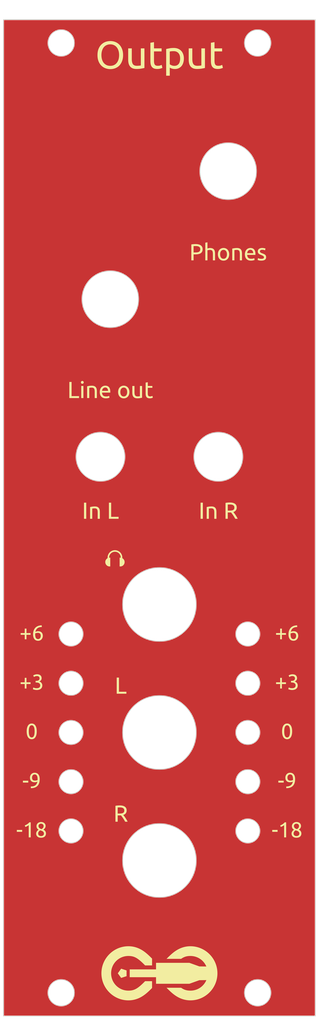
<source format=kicad_pcb>
(kicad_pcb (version 20221018) (generator pcbnew)
  (title_block (title "Output Faceplate") (date "2024-02-13") (rev "v1.0") (company "Free Modular"))
  (layers (0 "F.Cu" signal) (31 "B.Cu" signal) (34 "B.Paste" user) (35 "F.Paste" user) (36 "B.SilkS" user "B.Silkscreen") (37 "F.SilkS" user "F.Silkscreen") (38 "B.Mask" user) (39 "F.Mask" user) (44 "Edge.Cuts" user))
  (net 0 "")
  (gr_poly (pts (xy 71.331514 67.547842) (xy 71.375061 67.550373) (xy 71.396096 67.552272) (xy 71.416639 67.554592) (xy 71.43669 67.557334) (xy 71.456248 67.560498) (xy 71.475315 67.564084) (xy 71.493889 67.568092) (xy 71.511971 67.572521) (xy 71.529561 67.577373) (xy 71.546659 67.582646) (xy 71.563264 67.588341) (xy 71.579378 67.594458) (xy 71.594999 67.600997) (xy 71.610175 67.607548) (xy 71.624952 67.614451) (xy 71.63933 67.621705) (xy 71.653311 67.62931) (xy 71.666893 67.637267) (xy 71.680076 67.645576) (xy 71.692861 67.654236) (xy 71.705248 67.663248) (xy 71.717237 67.672611) (xy 71.728826 67.682326) (xy 71.740018 67.692392) (xy 71.750811 67.702811) (xy 71.761205 67.71358) (xy 71.771202 67.724701) (xy 71.780799 67.736174) (xy 71.789999 67.747999) (xy 71.799198 67.759776) (xy 71.808045 67.771857) (xy 71.816541 67.784244) (xy 71.824686 67.796935) (xy 71.832479 67.809931) (xy 71.83992 67.823232) (xy 71.84701 67.836837) (xy 71.853748 67.850747) (xy 71.860135 67.864962) (xy 71.86617 67.879482) (xy 71.871853 67.894306) (xy 71.877185 67.909435) (xy 71.882166 67.924868) (xy 71.886795 67.940607) (xy 71.891072 67.95665) (xy 71.894998 67.972997) (xy 71.90203 68.006419) (xy 71.908123 68.040685) (xy 71.91328 68.075795) (xy 71.917499 68.111748) (xy 71.92078 68.148545) (xy 71.923124 68.186186) (xy 71.92453 68.22467) (xy 71.924999 68.263997) (xy 71.924999 69.139999) (xy 71.646 69.139999) (xy 71.646 68.323997) (xy 71.645671 68.288654) (xy 71.644687 68.254623) (xy 71.643046 68.221904) (xy 71.64075 68.190498) (xy 71.637796 68.160404) (xy 71.634187 68.131623) (xy 71.629921 68.104154) (xy 71.625 68.077999) (xy 71.622644 68.065401) (xy 71.620077 68.053108) (xy 71.6173 68.041119) (xy 71.614312 68.029436) (xy 71.611112 68.018057) (xy 71.607702 68.006982) (xy 71.604081 67.996213) (xy 71.600249 67.985748) (xy 71.596206 67.975588) (xy 71.591952 67.965732) (xy 71.587487 67.956181) (xy 71.582811 67.946935) (xy 71.577924 67.937994) (xy 71.572826 67.929357) (xy 71.567518 67.921025) (xy 71.561998 67.912998) (xy 71.556256 67.905263) (xy 71.55028 67.89781) (xy 71.544069 67.890638) (xy 71.537624 67.883748) (xy 71.530944 67.877138) (xy 71.52403 67.87081) (xy 71.516881 67.864763) (xy 71.509499 67.858997) (xy 71.501882 67.853513) (xy 71.49403 67.84831) (xy 71.485944 67.843388) (xy 71.477624 67.838747) (xy 71.469069 67.834388) (xy 71.46028 67.83031) (xy 71.451257 67.826513) (xy 71.441999 67.822997) (xy 71.432483 67.819365) (xy 71.422686 67.815966) (xy 71.412608 67.812802) (xy 71.402249 67.809872) (xy 71.391608 67.807177) (xy 71.380686 67.804716) (xy 71.369483 67.80249) (xy 71.357999 67.800498) (xy 71.346233 67.79874) (xy 71.334186 67.797217) (xy 71.321858 67.795928) (xy 71.309249 67.794873) (xy 71.296358 67.794053) (xy 71.283186 67.793467) (xy 71.269733 67.793116) (xy 71.255998 67.792999) (xy 71.233311 67.793186) (xy 71.210249 67.793748) (xy 71.186811 67.794685) (xy 71.162998 67.795997) (xy 71.139186 67.797685) (xy 71.115748 67.799748) (xy 71.092686 67.802185) (xy 71.069999 67.804998) (xy 71.059593 67.805795) (xy 71.049374 67.806686) (xy 71.039343 67.80767) (xy 71.029499 67.808749) (xy 71.019842 67.809921) (xy 71.010374 67.811186) (xy 71.001092 67.812546) (xy 70.991998 67.813999) (xy 70.963498 67.819248) (xy 70.943998 67.822997) (xy 70.943998 69.139999) (xy 70.664999 69.139999) (xy 70.664999 67.624998) (xy 70.689983 67.61895) (xy 70.716936 67.61281) (xy 70.745858 67.606576) (xy 70.776748 67.600248) (xy 70.844436 67.58731) (xy 70.919998 67.573997) (xy 70.960498 67.567669) (xy 71.002498 67.562185) (xy 71.045998 67.557544) (xy 71.090999 67.553748) (xy 71.137499 67.550795) (xy 71.185499 67.548686) (xy 71.234999 67.54742) (xy 71.285999 67.546998)) (fill solid) (layer "F.SilkS"))
  (gr_poly (pts (xy 45.139196 135.224826) (xy 45.158687 135.225482) (xy 45.177871 135.226576) (xy 45.196749 135.228107) (xy 45.215321 135.230076) (xy 45.233587 135.232483) (xy 45.251546 135.235326) (xy 45.269199 135.238608) (xy 45.286546 135.242327) (xy 45.303587 135.246483) (xy 45.320321 135.251077) (xy 45.336749 135.256108) (xy 45.352871 135.261576) (xy 45.368687 135.267482) (xy 45.384196 135.273826) (xy 45.399399 135.280607) (xy 45.414635 135.287803) (xy 45.429543 135.295393) (xy 45.444123 135.303378) (xy 45.458374 135.311756) (xy 45.472298 135.320528) (xy 45.485893 135.329693) (xy 45.49916 135.339253) (xy 45.512099 135.349206) (xy 45.52471 135.359553) (xy 45.536993 135.370294) (xy 45.548948 135.381429) (xy 45.560574 135.392957) (xy 45.571873 135.404879) (xy 45.582843 135.417194) (xy 45.593485 135.429903) (xy 45.603799 135.443006) (xy 45.614135 135.456491) (xy 45.624143 135.470349) (xy 45.633823 135.484578) (xy 45.643175 135.499179) (xy 45.652198 135.514152) (xy 45.660893 135.529498) (xy 45.66926 135.545215) (xy 45.6773 135.561304) (xy 45.68501 135.577764) (xy 45.692393 135.594597) (xy 45.699448 135.611802) (xy 45.706174 135.629379) (xy 45.712573 135.647327) (xy 45.718643 135.665648) (xy 45.724385 135.68434) (xy 45.729799 135.703405) (xy 45.739643 135.741817) (xy 45.748174 135.781455) (xy 45.755393 135.822317) (xy 45.761299 135.864405) (xy 45.765893 135.907718) (xy 45.769174 135.952255) (xy 45.771143 135.998017) (xy 45.771799 136.045003) (xy 45.7718 136.044996) (xy 45.770673 136.116001) (xy 45.767293 136.18482) (xy 45.761661 136.251451) (xy 45.753775 136.315894) (xy 45.743636 136.378151) (xy 45.731243 136.43822) (xy 45.716598 136.496101) (xy 45.6997 136.551795) (xy 45.680548 136.605302) (xy 45.659143 136.656621) (xy 45.635486 136.705753) (xy 45.609575 136.752698) (xy 45.581411 136.797454) (xy 45.550993 136.840024) (xy 45.518323 136.880405) (xy 45.483399 136.9186) (xy 45.446606 136.954212) (xy 45.407624 136.987549) (xy 45.366456 137.018611) (xy 45.323099 137.047399) (xy 45.277556 137.073911) (xy 45.229824 137.098148) (xy 45.179906 137.12011) (xy 45.127799 137.139798) (xy 45.073506 137.15721) (xy 45.017025 137.172347) (xy 44.958356 137.18521) (xy 44.8975 137.195797) (xy 44.834456 137.20411) (xy 44.769225 137.210148) (xy 44.701806 137.21391) (xy 44.6322 137.215398) (xy 44.6238 136.996999) (xy 44.667331 136.996474) (xy 44.709725 136.994899) (xy 44.750981 136.992274) (xy 44.7911 136.988599) (xy 44.830081 136.983874) (xy 44.867925 136.978099) (xy 44.904631 136.971274) (xy 44.9402 136.963399) (xy 44.957908 136.959046) (xy 44.975331 136.954387) (xy 44.99247 136.949421) (xy 45.009325 136.944149) (xy 45.025895 136.938571) (xy 45.042181 136.932686) (xy 45.058182 136.926496) (xy 45.0739 136.919999) (xy 45.089332 136.913195) (xy 45.104481 136.906086) (xy 45.119345 136.89867) (xy 45.133924 136.890949) (xy 45.14822 136.882921) (xy 45.162231 136.874586) (xy 45.175957 136.865946) (xy 45.189399 136.857) (xy 45.202557 136.847386) (xy 45.215431 136.837444) (xy 45.22802 136.827173) (xy 45.240324 136.816575) (xy 45.252345 136.805648) (xy 45.264081 136.794394) (xy 45.275532 136.782811) (xy 45.286699 136.7709) (xy 45.297582 136.758661) (xy 45.308181 136.746094) (xy 45.318495 136.733199) (xy 45.328525 136.719975) (xy 45.33827 136.706424) (xy 45.347731 136.692544) (xy 45.356907 136.678337) (xy 45.3658 136.663801) (xy 45.374746 136.648893) (xy 45.383387 136.63357) (xy 45.391721 136.617831) (xy 45.39975 136.601676) (xy 45.407471 136.585106) (xy 45.414887 136.56812) (xy 45.421996 136.550719) (xy 45.4288 136.532902) (xy 45.435296 136.51467) (xy 45.441487 136.496021) (xy 45.447371 136.476957) (xy 45.45295 136.457478) (xy 45.458221 136.437582) (xy 45.463187 136.417271) (xy 45.467846 136.396544) (xy 45.4722 136.375402) (xy 45.453693 136.383627) (xy 45.434574 136.391502) (xy 45.414843 136.399027) (xy 45.394499 136.406203) (xy 45.373543 136.413028) (xy 45.351974 136.419503) (xy 45.329793 136.425627) (xy 45.306999 136.431402) (xy 45.283812 136.435996) (xy 45.260449 136.439978) (xy 45.236912 136.443346) (xy 45.213199 136.446103) (xy 45.189312 136.448246) (xy 45.165249 136.449777) (xy 45.141012 136.450695) (xy 45.116599 136.451002) (xy 45.076087 136.450258) (xy 45.037149 136.448026) (xy 45.018271 136.446353) (xy 44.999787 136.444307) (xy 44.981696 136.44189) (xy 44.963999 136.439101) (xy 44.946696 136.43594) (xy 44.929787 136.432407) (xy 44.913271 136.428502) (xy 44.897149 136.424226) (xy 44.881421 136.419577) (xy 44.866087 136.414557) (xy 44.851146 136.409165) (xy 44.836599 136.403402) (xy 44.822414 136.396981) (xy 44.808556 136.39032) (xy 44.795026 136.383419) (xy 44.781824 136.376277) (xy 44.768951 136.368894) (xy 44.756406 136.36127) (xy 44.744189 136.353406) (xy 44.732299 136.345301) (xy 44.720739 136.336956) (xy 44.709506 136.32837) (xy 44.698601 136.319543) (xy 44.688024 136.310476) (xy 44.677776 136.301168) (xy 44.667856 136.29162) (xy 44.658264 136.281832) (xy 44.649 136.271802) (xy 44.640053 136.261215) (xy 44.631412 136.250452) (xy 44.623078 136.239515) (xy 44.61505 136.228402) (xy 44.607328 136.217115) (xy 44.599912 136.205652) (xy 44.592803 136.194014) (xy 44.586 136.182202) (xy 44.579503 136.170214) (xy 44.573312 136.158052) (xy 44.567428 136.145714) (xy 44.56185 136.133202) (xy 44.556578 136.120515) (xy 44.551612 136.107652) (xy 44.546953 136.094615) (xy 44.5426 136.081403) (xy 44.535381 136.053972) (xy 44.529125 136.026278) (xy 44.523831 135.998322) (xy 44.519499 135.970104) (xy 44.516131 135.941623) (xy 44.513724 135.912879) (xy 44.512281 135.883873) (xy 44.511799 135.854604) (xy 44.511861 135.848997) (xy 44.7806 135.848997) (xy 44.78095 135.872446) (xy 44.782 135.895196) (xy 44.78375 135.917245) (xy 44.7862 135.938595) (xy 44.78935 135.959245) (xy 44.7932 135.979195) (xy 44.79775 135.998445) (xy 44.803 136.016995) (xy 44.80895 136.034845) (xy 44.8156 136.051995) (xy 44.82295 136.068445) (xy 44.831 136.084195) (xy 44.83975 136.099245) (xy 44.8492 136.113595) (xy 44.85935 136.127245) (xy 44.8702 136.140195) (xy 44.8821 136.152062) (xy 44.8947 136.163163) (xy 44.908 136.173499) (xy 44.922 136.183069) (xy 44.9367 136.191874) (xy 44.9521 136.199913) (xy 44.9682 136.207186) (xy 44.985 136.213694) (xy 45.0025 136.219436) (xy 45.0207 136.224413) (xy 45.0396 136.228624) (xy 45.0592 136.23207) (xy 45.0795 136.234749) (xy 45.1005 136.236664) (xy 45.1222 136.237812) (xy 45.1446 136.238195) (xy 45.168925 136.237932) (xy 45.1929 136.237145) (xy 45.216525 136.235832) (xy 45.2398 136.233995) (xy 45.262725 136.231632) (xy 45.2853 136.228745) (xy 45.307525 136.225332) (xy 45.3294 136.221395) (xy 45.351012 136.216232) (xy 45.37245 136.210544) (xy 45.393712 136.204332) (xy 45.4148 136.197595) (xy 45.435712 136.190333) (xy 45.45645 136.182546) (xy 45.477012 136.174233) (xy 45.4974 136.165395) (xy 45.498625 136.150172) (xy 45.499106 136.142691) (xy 45.4995 136.135297) (xy 45.499806 136.127991) (xy 45.500025 136.120772) (xy 45.500156 136.11364) (xy 45.5002 136.106595) (xy 45.5002 136.044996) (xy 45.499937 136.01507) (xy 45.49915 135.985495) (xy 45.497837 135.95627) (xy 45.496 135.927395) (xy 45.493637 135.898871) (xy 45.49075 135.870696) (xy 45.487337 135.842871) (xy 45.4834 135.815397) (xy 45.478762 135.787877) (xy 45.47325 135.761321) (xy 45.466862 135.735727) (xy 45.4596 135.711095) (xy 45.45564 135.699141) (xy 45.451462 135.687427) (xy 45.447065 135.675953) (xy 45.44245 135.664721) (xy 45.437615 135.653729) (xy 45.432562 135.642978) (xy 45.42729 135.632467) (xy 45.4218 135.622198) (xy 45.416429 135.61184) (xy 45.410819 135.601766) (xy 45.404967 135.591977) (xy 45.398875 135.582472) (xy 45.392542 135.573252) (xy 45.385969 135.564316) (xy 45.379155 135.555664) (xy 45.3721 135.547297) (xy 45.364805 135.539214) (xy 45.357269 135.531416) (xy 45.349492 135.523902) (xy 45.341475 135.516672) (xy 45.333217 135.509727) (xy 45.324719 135.503066) (xy 45.315979 135.49669) (xy 45.307 135.490598) (xy 45.297747 135.484495) (xy 45.288187 135.478786) (xy 45.278322 135.47347) (xy 45.26815 135.468548) (xy 45.257672 135.46402) (xy 45.246887 135.459886) (xy 45.235796 135.456145) (xy 45.2244 135.452798) (xy 45.212696 135.449845) (xy 45.200687 135.447286) (xy 45.188371 135.44512) (xy 45.17575 135.443348) (xy 45.162821 135.44197) (xy 45.149587 135.440986) (xy 45.136046 135.440395) (xy 45.1222 135.440198) (xy 45.110759 135.440351) (xy 45.099537 135.440811) (xy 45.088534 135.441577) (xy 45.07775 135.442649) (xy 45.067184 135.444027) (xy 45.056837 135.445711) (xy 45.046709 135.447702) (xy 45.0368 135.449999) (xy 45.027109 135.452602) (xy 45.017637 135.455512) (xy 45.008384 135.458728) (xy 44.99935 135.462249) (xy 44.990534 135.466077) (xy 44.981937 135.470211) (xy 44.973559 135.474652) (xy 44.9654 135.479398) (xy 44.957437 135.484385) (xy 44.94965 135.489547) (xy 44.942037 135.494884) (xy 44.9346 135.500397) (xy 44.927337 135.506084) (xy 44.92025 135.511946) (xy 44.913337 135.517984) (xy 44.9066 135.524196) (xy 44.900037 135.530584) (xy 44.89365 135.537146) (xy 44.887437 135.543884) (xy 44.8814 135.550796) (xy 44.875537 135.557884) (xy 44.86985 135.565147) (xy 44.864337 135.572585) (xy 44.859 135.580198) (xy 44.853837 135.587602) (xy 44.84885 135.595117) (xy 44.844037 135.60274) (xy 44.8394 135.610473) (xy 44.834937 135.618315) (xy 44.83065 135.626267) (xy 44.826537 135.634328) (xy 44.8226 135.642498) (xy 44.818837 135.650778) (xy 44.81525 135.659167) (xy 44.811837 135.667666) (xy 44.8086 135.676273) (xy 44.805537 135.68499) (xy 44.80265 135.693817) (xy 44.799937 135.702752) (xy 44.7974 135.711797) (xy 44.793462 135.729254) (xy 44.79005 135.746623) (xy 44.787162 135.763904) (xy 44.7848 135.781098) (xy 44.782962 135.798204) (xy 44.78165 135.815222) (xy 44.780862 135.832153) (xy 44.7806 135.848997) (xy 44.511861 135.848997) (xy 44.511942 135.841621) (xy 44.512368 135.828572) (xy 44.514074 135.802279) (xy 44.516918 135.775723) (xy 44.520899 135.748905) (xy 44.526018 135.721824) (xy 44.532274 135.694481) (xy 44.539668 135.666874) (xy 44.5482 135.639005) (xy 44.552892 135.625081) (xy 44.557868 135.611311) (xy 44.563129 135.597693) (xy 44.568675 135.584229) (xy 44.574504 135.570918) (xy 44.580618 135.557761) (xy 44.587017 135.544756) (xy 44.5937 135.531905) (xy 44.600667 135.519206) (xy 44.607918 135.506661) (xy 44.615454 135.494269) (xy 44.623275 135.48203) (xy 44.631379 135.469945) (xy 44.639768 135.458012) (xy 44.648442 135.446232) (xy 44.6574 135.434606) (xy 44.667003 135.423187) (xy 44.676912 135.412031) (xy 44.687128 135.401137) (xy 44.69765 135.390506) (xy 44.708478 135.380137) (xy 44.719612 135.370031) (xy 44.731053 135.360188) (xy 44.742799 135.350606) (xy 44.754853 135.341288) (xy 44.767212 135.332231) (xy 44.779878 135.323438) (xy 44.79285 135.314907) (xy 44.806128 135.306638) (xy 44.819712 135.298632) (xy 44.833603 135.290888) (xy 44.8478 135.283407) (xy 44.862314 135.276286) (xy 44.877156 135.269625) (xy 44.892326 135.263424) (xy 44.907825 135.257682) (xy 44.923651 135.252399) (xy 44.939806 135.247576) (xy 44.956289 135.243212) (xy 44.9731 135.239307) (xy 44.990239 135.235862) (xy 45.007706 135.232876) (xy 45.025501 135.230349) (xy 45.043625 135.228282) (xy 45.062076 135.226674) (xy 45.080856 135.225526) (xy 45.099963 135.224837) (xy 45.119399 135.224607)) (fill solid) (layer "F.SilkS"))
  (gr_poly (pts (xy 55.54891 106.521237) (xy 55.597192 106.524925) (xy 55.644783 106.530999) (xy 55.691623 106.539397) (xy 55.73765 106.550058) (xy 55.782805 106.562923) (xy 55.827028 106.577931) (xy 55.870257 106.595022) (xy 55.912432 106.614134) (xy 55.953492 106.635208) (xy 55.993378 106.658182) (xy 56.032029 106.682997) (xy 56.069383 106.709591) (xy 56.105382 106.737905) (xy 56.139964 106.767878) (xy 56.173068 106.799448) (xy 56.204635 106.832557) (xy 56.234603 106.867143) (xy 56.262913 106.903145) (xy 56.289504 106.940504) (xy 56.314314 106.979158) (xy 56.337285 107.019048) (xy 56.358355 107.060112) (xy 56.377464 107.10229) (xy 56.394552 107.145522) (xy 56.409557 107.189747) (xy 56.42242 107.234904) (xy 56.433079 107.280934) (xy 56.441476 107.327775) (xy 56.447548 107.375367) (xy 56.451235 107.42365) (xy 56.452478 107.472562) (xy 56.452478 107.550764) (xy 56.484675 107.56967) (xy 56.515536 107.590623) (xy 56.544958 107.613536) (xy 56.572839 107.638319) (xy 56.599077 107.664885) (xy 56.623569 107.693144) (xy 56.646215 107.723008) (xy 56.66691 107.754388) (xy 56.685554 107.787197) (xy 56.702043 107.821345) (xy 56.716276 107.856744) (xy 56.728151 107.893305) (xy 56.737564 107.930941) (xy 56.744415 107.969561) (xy 56.7486 108.009079) (xy 56.750018 108.049405) (xy 56.749316 108.078264) (xy 56.747231 108.106784) (xy 56.743798 108.134927) (xy 56.739049 108.162657) (xy 56.733017 108.189934) (xy 56.725735 108.216721) (xy 56.717238 108.24298) (xy 56.707557 108.268673) (xy 56.696726 108.293763) (xy 56.684779 108.318211) (xy 56.671748 108.34198) (xy 56.657666 108.365031) (xy 56.642568 108.387327) (xy 56.626485 108.40883) (xy 56.609451 108.429503) (xy 56.5915 108.449306) (xy 56.572665 108.468202) (xy 56.552978 108.486154) (xy 56.532473 108.503124) (xy 56.511183 108.519073) (xy 56.489141 108.533964) (xy 56.466381 108.547759) (xy 56.442935 108.56042) (xy 56.418837 108.571908) (xy 56.394121 108.582187) (xy 56.368818 108.591219) (xy 56.342963 108.598965) (xy 56.316588 108.605387) (xy 56.289727 108.610449) (xy 56.262413 108.614111) (xy 56.234679 108.616336) (xy 56.206558 108.617086) (xy 56.105708 108.617086) (xy 56.105708 107.481687) (xy 56.206558 107.481687) (xy 56.209476 107.481778) (xy 56.212341 107.482038) (xy 56.215159 107.482443) (xy 56.217938 107.482974) (xy 56.220684 107.483607) (xy 56.223405 107.484322) (xy 56.228799 107.48591) (xy 56.234177 107.487563) (xy 56.239595 107.489109) (xy 56.242337 107.489788) (xy 56.24511 107.490374) (xy 56.247921 107.490848) (xy 56.250778 107.491186) (xy 56.250778 107.472577) (xy 56.249804 107.433834) (xy 56.246915 107.395611) (xy 56.242157 107.357956) (xy 56.235575 107.320913) (xy 56.227218 107.284531) (xy 56.21713 107.248855) (xy 56.205359 107.213932) (xy 56.191952 107.179809) (xy 56.176954 107.146531) (xy 56.160412 107.114147) (xy 56.142373 107.082702) (xy 56.122883 107.052242) (xy 56.101988 107.022815) (xy 56.079736 106.994466) (xy 56.056173 106.967243) (xy 56.031344 106.941191) (xy 56.005297 106.916358) (xy 55.978079 106.89279) (xy 55.949735 106.870533) (xy 55.920312 106.849634) (xy 55.889856 106.83014) (xy 55.858415 106.812097) (xy 55.826034 106.795551) (xy 55.792761 106.780549) (xy 55.758641 106.767138) (xy 55.723721 106.755365) (xy 55.688048 106.745274) (xy 55.651668 106.736914) (xy 55.614627 106.730331) (xy 55.576973 106.725571) (xy 55.538751 106.722681) (xy 55.500008 106.721708) (xy 55.461265 106.722681) (xy 55.423042 106.725571) (xy 55.385387 106.730331) (xy 55.348344 106.736914) (xy 55.311962 106.745274) (xy 55.276286 106.755365) (xy 55.241363 106.767138) (xy 55.20724 106.780549) (xy 55.173963 106.795551) (xy 55.141578 106.812097) (xy 55.110133 106.83014) (xy 55.079673 106.849634) (xy 55.050246 106.870533) (xy 55.021897 106.89279) (xy 54.994674 106.916358) (xy 54.968622 106.941191) (xy 54.943789 106.967243) (xy 54.920221 106.994466) (xy 54.897964 107.022815) (xy 54.877065 107.052242) (xy 54.857571 107.082702) (xy 54.839528 107.114147) (xy 54.822982 107.146531) (xy 54.80798 107.179809) (xy 54.794569 107.213932) (xy 54.782795 107.248855) (xy 54.772705 107.284531) (xy 54.764345 107.320913) (xy 54.757762 107.357956) (xy 54.753002 107.395611) (xy 54.750112 107.433834) (xy 54.749138 107.472577) (xy 54.749138 107.491186) (xy 54.751995 107.490849) (xy 54.754806 107.490377) (xy 54.757579 107.489791) (xy 54.76032 107.489112) (xy 54.765737 107.487567) (xy 54.771114 107.485913) (xy 54.776507 107.484324) (xy 54.779228 107.483609) (xy 54.781974 107.482975) (xy 54.784754 107.482444) (xy 54.787573 107.482038) (xy 54.790438 107.481778) (xy 54.793358 107.481687) (xy 54.894209 107.481687) (xy 54.894209 108.617086) (xy 54.793358 108.617086) (xy 54.765238 108.616336) (xy 54.737505 108.614111) (xy 54.710192 108.610448) (xy 54.683333 108.605387) (xy 54.65696 108.598964) (xy 54.631108 108.591218) (xy 54.605808 108.582187) (xy 54.581094 108.571907) (xy 54.557 108.560418) (xy 54.533559 108.547757) (xy 54.510802 108.533962) (xy 54.488765 108.519071) (xy 54.46748 108.503122) (xy 54.446979 108.486152) (xy 54.427297 108.4682) (xy 54.408466 108.449303) (xy 54.39052 108.4295) (xy 54.373491 108.408827) (xy 54.357413 108.387324) (xy 54.342319 108.365028) (xy 54.328241 108.341976) (xy 54.315215 108.318208) (xy 54.303271 108.29376) (xy 54.292444 108.26867) (xy 54.282767 108.242977) (xy 54.274272 108.216718) (xy 54.266993 108.189931) (xy 54.260964 108.162654) (xy 54.256216 108.134926) (xy 54.252784 108.106783) (xy 54.250701 108.078263) (xy 54.249999 108.049405) (xy 54.250355 108.029151) (xy 54.251416 108.009088) (xy 54.253168 107.989227) (xy 54.255599 107.96958) (xy 54.258696 107.950157) (xy 54.262446 107.930969) (xy 54.266837 107.912027) (xy 54.271856 107.893343) (xy 54.277489 107.874928) (xy 54.283725 107.856792) (xy 54.29055 107.838946) (xy 54.297952 107.821402) (xy 54.305917 107.804171) (xy 54.314434 107.787263) (xy 54.323489 107.770691) (xy 54.33307 107.754464) (xy 54.343164 107.738593) (xy 54.353757 107.723091) (xy 54.364838 107.707967) (xy 54.376394 107.693234) (xy 54.388411 107.678901) (xy 54.400877 107.66498) (xy 54.41378 107.651483) (xy 54.427106 107.638419) (xy 54.440843 107.625801) (xy 54.454978 107.613639) (xy 54.469498 107.601943) (xy 54.48439 107.590727) (xy 54.499642 107.579999) (xy 54.515241 107.569772) (xy 54.531174 107.560056) (xy 54.547429 107.550863) (xy 54.547429 107.472562) (xy 54.548672 107.42365) (xy 54.55236 107.375368) (xy 54.558433 107.327777) (xy 54.566831 107.280936) (xy 54.577493 107.234907) (xy 54.590358 107.18975) (xy 54.605366 107.145525) (xy 54.622456 107.102293) (xy 54.641569 107.060115) (xy 54.662642 107.019051) (xy 54.685617 106.979162) (xy 54.710432 106.940507) (xy 54.737026 106.903148) (xy 54.76534 106.867146) (xy 54.795313 106.83256) (xy 54.826884 106.799451) (xy 54.859992 106.76788) (xy 54.894578 106.737907) (xy 54.930581 106.709593) (xy 54.967939 106.682999) (xy 55.006594 106.658184) (xy 55.046483 106.635209) (xy 55.087547 106.614135) (xy 55.129726 106.595023) (xy 55.172958 106.577932) (xy 55.217183 106.562924) (xy 55.26234 106.550059) (xy 55.30837 106.539397) (xy 55.355211 106.530999) (xy 55.402803 106.524926) (xy 55.451086 106.521237) (xy 55.499998 106.519994)) (fill solid) (layer "F.SilkS"))
  (gr_poly (pts (xy 77.316599 136.493596) (xy 76.624998 136.493596) (xy 76.624998 136.249998) (xy 77.316599 136.249998)) (fill solid) (layer "F.SilkS"))
  (gr_poly (pts (xy 74.554497 67.541139) (xy 74.570997 67.54156) (xy 74.587497 67.542264) (xy 74.603997 67.543248) (xy 74.620497 67.544514) (xy 74.636997 67.546061) (xy 74.653496 67.547889) (xy 74.669996 67.549999) (xy 74.686355 67.551592) (xy 74.702433 67.553373) (xy 74.71823 67.555342) (xy 74.733745 67.557498) (xy 74.74898 67.559842) (xy 74.763933 67.562373) (xy 74.778606 67.565092) (xy 74.792997 67.567998) (xy 74.807012 67.570295) (xy 74.820559 67.572685) (xy 74.833637 67.575169) (xy 74.846246 67.577747) (xy 74.858387 67.580419) (xy 74.870058 67.583185) (xy 74.881262 67.586045) (xy 74.891996 67.588998) (xy 74.913183 67.59481) (xy 74.931746 67.600248) (xy 74.940043 67.602826) (xy 74.947684 67.60531) (xy 74.954668 67.607701) (xy 74.960996 67.609998) (xy 74.909998 67.849998) (xy 74.904173 67.846998) (xy 74.89795 67.843998) (xy 74.891329 67.840998) (xy 74.884309 67.837998) (xy 74.869074 67.831998) (xy 74.852246 67.825998) (xy 74.833824 67.819998) (xy 74.813809 67.813998) (xy 74.792199 67.807998) (xy 74.768995 67.801998) (xy 74.744386 67.79567) (xy 74.718558 67.790185) (xy 74.691511 67.785544) (xy 74.663246 67.781747) (xy 74.633762 67.778794) (xy 74.603058 67.776685) (xy 74.571137 67.775419) (xy 74.537996 67.774997) (xy 74.523488 67.775185) (xy 74.509215 67.775747) (xy 74.495176 67.776685) (xy 74.481371 67.777997) (xy 74.467801 67.779685) (xy 74.454465 67.781747) (xy 74.441364 67.784185) (xy 74.428496 67.786997) (xy 74.415864 67.790185) (xy 74.403465 67.793748) (xy 74.391301 67.797685) (xy 74.379372 67.801998) (xy 74.367676 67.806685) (xy 74.356216 67.811748) (xy 74.344989 67.817185) (xy 74.333997 67.822997) (xy 74.328645 67.825863) (xy 74.323462 67.828834) (xy 74.318449 67.83191) (xy 74.313606 67.835091) (xy 74.308933 67.838379) (xy 74.30443 67.841771) (xy 74.300097 67.845269) (xy 74.295934 67.848873) (xy 74.29194 67.852582) (xy 74.288117 67.856396) (xy 74.284464 67.860316) (xy 74.28098 67.864342) (xy 74.277667 67.868473) (xy 74.274523 67.872709) (xy 74.271549 67.877051) (xy 74.268746 67.881498) (xy 74.266112 67.886051) (xy 74.263648 67.890709) (xy 74.261354 67.895473) (xy 74.25923 67.900342) (xy 74.257276 67.905317) (xy 74.255492 67.910397) (xy 74.253877 67.915582) (xy 74.252433 67.920873) (xy 74.251159 67.92627) (xy 74.250054 67.931772) (xy 74.24912 67.937379) (xy 74.248355 67.943092) (xy 74.24776 67.948911) (xy 74.247335 67.954834) (xy 74.246996 67.966998) (xy 74.247066 67.973326) (xy 74.247277 67.979561) (xy 74.247628 67.985701) (xy 74.248121 67.991748) (xy 74.248754 67.997701) (xy 74.249527 68.00356) (xy 74.250441 68.009326) (xy 74.251496 68.014998) (xy 74.252691 68.020576) (xy 74.254027 68.02606) (xy 74.255504 68.031451) (xy 74.257121 68.036748) (xy 74.258879 68.041951) (xy 74.260778 68.047061) (xy 74.262817 68.052077) (xy 74.264997 68.056999) (xy 74.267692 68.06185) (xy 74.270528 68.066655) (xy 74.273505 68.071412) (xy 74.276622 68.076123) (xy 74.27988 68.080787) (xy 74.283278 68.085404) (xy 74.286817 68.089974) (xy 74.290497 68.094498) (xy 74.294317 68.098974) (xy 74.298278 68.103404) (xy 74.302379 68.107787) (xy 74.306621 68.112123) (xy 74.311004 68.116412) (xy 74.315527 68.120654) (xy 74.32019 68.124849) (xy 74.324995 68.128997) (xy 74.335776 68.136451) (xy 74.34712 68.14381) (xy 74.359026 68.151076) (xy 74.371495 68.158248) (xy 74.384526 68.165326) (xy 74.39812 68.172311) (xy 74.412277 68.179202) (xy 74.426996 68.185998) (xy 74.442371 68.192795) (xy 74.458496 68.199686) (xy 74.475372 68.20667) (xy 74.492997 68.213748) (xy 74.511372 68.220919) (xy 74.530497 68.228185) (xy 74.570997 68.242998) (xy 74.624997 68.263997) (xy 74.650872 68.274497) (xy 74.675997 68.284997) (xy 74.700371 68.295497) (xy 74.723996 68.305997) (xy 74.74687 68.316497) (xy 74.768995 68.326997) (xy 74.790324 68.336982) (xy 74.810809 68.347435) (xy 74.83045 68.358357) (xy 74.849247 68.369748) (xy 74.858329 68.375619) (xy 74.8672 68.381607) (xy 74.875861 68.387713) (xy 74.88431 68.393935) (xy 74.892548 68.400275) (xy 74.900576 68.406732) (xy 74.908392 68.413306) (xy 74.915998 68.419998) (xy 74.923756 68.426841) (xy 74.931279 68.433872) (xy 74.938568 68.441091) (xy 74.945623 68.448497) (xy 74.952443 68.456091) (xy 74.959029 68.463872) (xy 74.96538 68.471841) (xy 74.971497 68.479997) (xy 74.97738 68.488341) (xy 74.983028 68.496872) (xy 74.988442 68.505591) (xy 74.993622 68.514497) (xy 74.998568 68.523591) (xy 75.003279 68.532873) (xy 75.007756 68.542341) (xy 75.011999 68.551998) (xy 75.015995 68.561513) (xy 75.019733 68.57131) (xy 75.023213 68.581388) (xy 75.026436 68.591747) (xy 75.0294 68.602388) (xy 75.032107 68.61331) (xy 75.034556 68.624513) (xy 75.036747 68.635997) (xy 75.03868 68.647763) (xy 75.040356 68.65981) (xy 75.041774 68.672138) (xy 75.042934 68.684748) (xy 75.043836 68.697638) (xy 75.04448 68.71081) (xy 75.044867 68.724264) (xy 75.044996 68.737998) (xy 75.044363 68.764588) (xy 75.042465 68.790357) (xy 75.039301 68.815307) (xy 75.034871 68.839435) (xy 75.029175 68.862744) (xy 75.022214 68.885232) (xy 75.013988 68.9069) (xy 75.004496 68.927747) (xy 74.993738 68.947775) (xy 74.981715 68.966982) (xy 74.968426 68.985368) (xy 74.953871 69.002935) (xy 74.938051 69.019681) (xy 74.920965 69.035607) (xy 74.902614 69.050713) (xy 74.882997 69.064998) (xy 74.862583 69.078439) (xy 74.841091 69.091014) (xy 74.818521 69.102721) (xy 74.794873 69.11356) (xy 74.770146 69.123533) (xy 74.744341 69.132638) (xy 74.717459 69.140877) (xy 74.689498 69.148248) (xy 74.660458 69.154752) (xy 74.630341 69.160389) (xy 74.599146 69.165158) (xy 74.566872 69.169061) (xy 74.53352 69.172096) (xy 74.49909 69.174264) (xy 74.463582 69.175565) (xy 74.426996 69.175998) (xy 74.376652 69.175436) (xy 74.329121 69.173748) (xy 74.284402 69.170935) (xy 74.242497 69.166998) (xy 74.203403 69.161935) (xy 74.167123 69.155747) (xy 74.133654 69.148435) (xy 74.102998 69.139997) (xy 74.049185 69.124435) (xy 74.004747 69.110747) (xy 73.986044 69.104607) (xy 73.969685 69.098935) (xy 73.95567 69.093732) (xy 73.943998 69.088998) (xy 73.994997 68.848998) (xy 74.02256 68.859123) (xy 74.057247 68.871498) (xy 74.099059 68.886122) (xy 74.147997 68.902997) (xy 74.161391 68.907357) (xy 74.175325 68.911435) (xy 74.189797 68.915232) (xy 74.204809 68.918748) (xy 74.22036 68.921982) (xy 74.23645 68.924935) (xy 74.253079 68.927607) (xy 74.270247 68.929998) (xy 74.287954 68.932108) (xy 74.3062 68.933936) (xy 74.34431 68.936748) (xy 74.384575 68.938436) (xy 74.426996 68.938999) (xy 74.46834 68.938295) (xy 74.506872 68.936186) (xy 74.525083 68.934604) (xy 74.542591 68.93267) (xy 74.559396 68.930385) (xy 74.575497 68.927748) (xy 74.590896 68.924759) (xy 74.605591 68.921419) (xy 74.619583 68.917728) (xy 74.632871 68.913685) (xy 74.645457 68.90929) (xy 74.657339 68.904544) (xy 74.668519 68.899446) (xy 74.678995 68.893997) (xy 74.684163 68.891132) (xy 74.689167 68.888161) (xy 74.694007 68.885085) (xy 74.698683 68.881903) (xy 74.703195 68.878616) (xy 74.707543 68.875224) (xy 74.711727 68.871726) (xy 74.715747 68.868122) (xy 74.719602 68.864413) (xy 74.723294 68.860599) (xy 74.726821 68.856679) (xy 74.730185 68.852654) (xy 74.733384 68.848523) (xy 74.73642 68.844287) (xy 74.739291 68.839945) (xy 74.741998 68.835498) (xy 74.744541 68.830945) (xy 74.74692 68.826287) (xy 74.749135 68.821523) (xy 74.751186 68.816654) (xy 74.753072 68.811679) (xy 74.754795 68.806599) (xy 74.756354 68.801414) (xy 74.757748 68.796123) (xy 74.758979 68.790726) (xy 74.760045 68.785224) (xy 74.760947 68.779617) (xy 74.761686 68.773904) (xy 74.76226 68.768085) (xy 74.76267 68.762162) (xy 74.762998 68.749998) (xy 74.762682 68.737411) (xy 74.761733 68.725154) (xy 74.76015 68.713224) (xy 74.757936 68.701622) (xy 74.755088 68.690349) (xy 74.751607 68.679403) (xy 74.747494 68.668786) (xy 74.742748 68.658497) (xy 74.737369 68.648536) (xy 74.731357 68.638904) (xy 74.724712 68.629599) (xy 74.717435 68.620622) (xy 74.709525 68.611974) (xy 74.700982 68.603653) (xy 74.691806 68.595661) (xy 74.681997 68.587997) (xy 74.671462 68.580438) (xy 74.660106 68.572763) (xy 74.64793 68.56497) (xy 74.634934 68.55706) (xy 74.621117 68.549033) (xy 74.60648 68.540888) (xy 74.574746 68.524248) (xy 74.53973 68.507139) (xy 74.501433 68.489561) (xy 74.459854 68.471514) (xy 74.414995 68.452999) (xy 74.370371 68.434998) (xy 74.326496 68.416998) (xy 74.28337 68.398998) (xy 74.240995 68.380998) (xy 74.221074 68.37106) (xy 74.201809 68.360748) (xy 74.1832 68.35006) (xy 74.165247 68.338998) (xy 74.14795 68.32756) (xy 74.131309 68.315748) (xy 74.115325 68.30356) (xy 74.099996 68.290998) (xy 74.09259 68.284541) (xy 74.085371 68.27792) (xy 74.07834 68.271134) (xy 74.071496 68.264185) (xy 74.06484 68.257072) (xy 74.058371 68.249794) (xy 74.05209 68.242353) (xy 74.045996 68.234748) (xy 74.04009 68.226978) (xy 74.034371 68.219045) (xy 74.02884 68.210947) (xy 74.023496 68.202685) (xy 74.01834 68.19426) (xy 74.013371 68.18567) (xy 74.00859 68.176916) (xy 74.003996 68.167999) (xy 73.999636 68.15887) (xy 73.995559 68.149483) (xy 73.991762 68.139838) (xy 73.988246 68.129936) (xy 73.985012 68.119776) (xy 73.982059 68.109358) (xy 73.979387 68.098682) (xy 73.976997 68.087748) (xy 73.974887 68.076557) (xy 73.973059 68.065107) (xy 73.971512 68.0534) (xy 73.970246 68.041435) (xy 73.969262 68.029212) (xy 73.968559 68.016732) (xy 73.968137 68.003993) (xy 73.967996 67.990997) (xy 73.968594 67.965462) (xy 73.970387 67.940607) (xy 73.973375 67.916431) (xy 73.977559 67.892935) (xy 73.982937 67.870119) (xy 73.989511 67.847982) (xy 73.997281 67.826525) (xy 74.006246 67.805747) (xy 74.016406 67.78565) (xy 74.027761 67.766232) (xy 74.040312 67.747493) (xy 74.054058 67.729435) (xy 74.069 67.712056) (xy 74.085136 67.695356) (xy 74.102469 67.679337) (xy 74.120996 67.663997) (xy 74.140555 67.649103) (xy 74.160981 67.635169) (xy 74.182274 67.622197) (xy 74.204434 67.610185) (xy 74.227462 67.599135) (xy 74.251356 67.589045) (xy 74.276118 67.579916) (xy 74.301747 67.571748) (xy 74.328243 67.564541) (xy 74.355606 67.558295) (xy 74.383837 67.55301) (xy 74.412934 67.548685) (xy 74.442899 67.545322) (xy 74.473731 67.54292) (xy 74.50543 67.541478) (xy 74.537996 67.540998)) (fill solid) (layer "F.SilkS"))
  (gr_poly (pts (xy 67.136999 44.324999) (xy 67.095358 44.335077) (xy 67.050436 44.345312) (xy 67.002233 44.355702) (xy 66.950749 44.366249) (xy 66.837937 44.387812) (xy 66.712 44.409999) (xy 66.645671 44.420546) (xy 66.576687 44.429687) (xy 66.505046 44.437421) (xy 66.430749 44.443749) (xy 66.353796 44.448671) (xy 66.274187 44.452187) (xy 66.191922 44.454296) (xy 66.107 44.454999) (xy 66.033485 44.453671) (xy 65.962938 44.449687) (xy 65.89536 44.443046) (xy 65.862685 44.43873) (xy 65.830751 44.433749) (xy 65.79956 44.428105) (xy 65.76911 44.421796) (xy 65.739403 44.414824) (xy 65.710439 44.407187) (xy 65.682216 44.398886) (xy 65.654735 44.389921) (xy 65.627997 44.380292) (xy 65.602001 44.369999) (xy 65.576688 44.358476) (xy 65.552001 44.346406) (xy 65.527938 44.333788) (xy 65.504501 44.320624) (xy 65.481688 44.306913) (xy 65.459501 44.292656) (xy 65.437938 44.277851) (xy 65.417001 44.262499) (xy 65.396688 44.246601) (xy 65.377001 44.230156) (xy 65.357939 44.213163) (xy 65.339501 44.195624) (xy 65.321689 44.177538) (xy 65.304501 44.158906) (xy 65.287938 44.139726) (xy 65.272001 44.119999) (xy 65.256649 44.099784) (xy 65.241844 44.07914) (xy 65.227587 44.058066) (xy 65.213876 44.036562) (xy 65.200712 44.014628) (xy 65.188094 43.992265) (xy 65.176024 43.969472) (xy 65.164501 43.946249) (xy 65.153524 43.922597) (xy 65.143094 43.898515) (xy 65.133212 43.874003) (xy 65.123876 43.849062) (xy 65.115087 43.823691) (xy 65.106844 43.79789) (xy 65.099149 43.771659) (xy 65.092001 43.744999) (xy 65.07911 43.689296) (xy 65.067938 43.632187) (xy 65.058485 43.573671) (xy 65.05075 43.513749) (xy 65.044735 43.452421) (xy 65.040438 43.389687) (xy 65.03786 43.325546) (xy 65.037 43.259999) (xy 65.037 41.8) (xy 65.502 41.8) (xy 65.502 43.159999) (xy 65.502586 43.21832) (xy 65.504344 43.274531) (xy 65.507274 43.328632) (xy 65.511375 43.380624) (xy 65.516649 43.430507) (xy 65.523094 43.47828) (xy 65.530711 43.523944) (xy 65.5395 43.567499) (xy 65.549461 43.608944) (xy 65.560594 43.64828) (xy 65.572898 43.685507) (xy 65.586375 43.720624) (xy 65.601023 43.753632) (xy 65.616844 43.78453) (xy 65.633836 43.813319) (xy 65.652 43.839999) (xy 65.661575 43.852611) (xy 65.671551 43.864823) (xy 65.681927 43.876635) (xy 65.692703 43.888046) (xy 65.70388 43.899057) (xy 65.715457 43.909667) (xy 65.727435 43.919877) (xy 65.739813 43.929687) (xy 65.752591 43.939096) (xy 65.76577 43.948105) (xy 65.779349 43.956713) (xy 65.793328 43.964921) (xy 65.807708 43.972729) (xy 65.822488 43.980136) (xy 65.85325 43.993749) (xy 65.885613 44.005761) (xy 65.919578 44.016171) (xy 65.955144 44.02498) (xy 65.992312 44.032187) (xy 66.031082 44.037792) (xy 66.071453 44.041796) (xy 66.113425 44.044198) (xy 66.156999 44.044999) (xy 66.194812 44.044687) (xy 66.23325 44.043749) (xy 66.272312 44.042187) (xy 66.312 44.039999) (xy 66.3895 44.034999) (xy 66.462 44.029999) (xy 66.496062 44.025311) (xy 66.52825 44.021249) (xy 66.558562 44.017811) (xy 66.587 44.014999) (xy 66.601452 44.012499) (xy 66.614811 44.009999) (xy 66.627077 44.007499) (xy 66.638249 44.004999) (xy 66.648327 44.002499) (xy 66.657311 43.999999) (xy 66.665202 43.997499) (xy 66.671999 43.994999) (xy 66.671999 41.799999) (xy 67.136999 41.799999)) (fill solid) (layer "F.SilkS"))
  (gr_poly (pts (xy 56.170429 139.440645) (xy 56.222718 139.442578) (xy 56.273367 139.445801) (xy 56.322374 139.450313) (xy 56.369742 139.456113) (xy 56.415468 139.463203) (xy 56.459554 139.471582) (xy 56.501999 139.48125) (xy 56.542804 139.492207) (xy 56.581968 139.504453) (xy 56.619491 139.517989) (xy 56.655374 139.532813) (xy 56.689616 139.548926) (xy 56.722218 139.566329) (xy 56.753179 139.58502) (xy 56.782499 139.605001) (xy 56.810472 139.626259) (xy 56.83664 139.648782) (xy 56.861003 139.672571) (xy 56.883562 139.697625) (xy 56.894164 139.710627) (xy 56.904315 139.723945) (xy 56.914016 139.73758) (xy 56.923265 139.751531) (xy 56.932063 139.765798) (xy 56.940409 139.780382) (xy 56.955749 139.810499) (xy 56.969284 139.841881) (xy 56.981015 139.874529) (xy 56.99094 139.908443) (xy 56.999061 139.943622) (xy 57.005378 139.980067) (xy 57.00989 140.017778) (xy 57.012597 140.056755) (xy 57.013499 140.096998) (xy 57.013065 140.122638) (xy 57.011764 140.14781) (xy 57.009596 140.172513) (xy 57.006561 140.196747) (xy 57.002659 140.220513) (xy 56.997889 140.243809) (xy 56.992253 140.266637) (xy 56.985749 140.288996) (xy 56.978378 140.310886) (xy 56.970139 140.332308) (xy 56.961034 140.353261) (xy 56.951061 140.373745) (xy 56.940221 140.39376) (xy 56.928514 140.413307) (xy 56.91594 140.432385) (xy 56.902499 140.450994) (xy 56.888589 140.469077) (xy 56.873858 140.486574) (xy 56.858307 140.503485) (xy 56.841936 140.51981) (xy 56.824745 140.535549) (xy 56.806733 140.550702) (xy 56.787901 140.565268) (xy 56.768249 140.579249) (xy 56.747776 140.592643) (xy 56.726483 140.605452) (xy 56.70437 140.617674) (xy 56.681436 140.62931) (xy 56.657682 140.640361) (xy 56.633108 140.650825) (xy 56.607714 140.660703) (xy 56.581499 140.669996) (xy 56.606999 140.702434) (xy 56.635499 140.739747) (xy 56.666999 140.781936) (xy 56.701499 140.829) (xy 56.720295 140.853374) (xy 56.739186 140.878498) (xy 56.75817 140.904373) (xy 56.777248 140.930998) (xy 56.79642 140.958373) (xy 56.815686 140.986498) (xy 56.835045 141.015372) (xy 56.854498 141.044996) (xy 56.893311 141.104247) (xy 56.931749 141.164998) (xy 56.969811 141.227249) (xy 57.007498 141.290998) (xy 57.026623 141.323107) (xy 57.044998 141.354935) (xy 57.062623 141.386481) (xy 57.079498 141.417747) (xy 57.095623 141.448731) (xy 57.110998 141.479435) (xy 57.125623 141.509857) (xy 57.139497 141.539998) (xy 56.821498 141.539998) (xy 56.790748 141.482812) (xy 56.758498 141.425249) (xy 56.724748 141.36731) (xy 56.689499 141.308996) (xy 56.654811 141.251248) (xy 56.619749 141.194997) (xy 56.584311 141.140246) (xy 56.548499 141.086996) (xy 56.512498 141.033934) (xy 56.476498 140.982747) (xy 56.440498 140.933435) (xy 56.422498 140.909482) (xy 56.404499 140.885999) (xy 56.370748 140.840997) (xy 56.338498 140.798995) (xy 56.307748 140.759995) (xy 56.278498 140.723997) (xy 56.258811 140.725308) (xy 56.238749 140.726245) (xy 56.218311 140.726808) (xy 56.197499 140.726995) (xy 55.855499 140.726995) (xy 55.855499 141.539998) (xy 55.564499 141.539998) (xy 55.564499 140.486997) (xy 55.855499 140.486997) (xy 56.062499 140.486997) (xy 56.09953 140.486763) (xy 56.135624 140.48606) (xy 56.17078 140.484888) (xy 56.204999 140.483248) (xy 56.23828 140.481139) (xy 56.270624 140.478561) (xy 56.30203 140.475514) (xy 56.332499 140.471998) (xy 56.36189 140.467825) (xy 56.390062 140.462809) (xy 56.417015 140.45695) (xy 56.442749 140.450247) (xy 56.467264 140.442701) (xy 56.479065 140.438611) (xy 56.490561 140.43431) (xy 56.501753 140.429799) (xy 56.51264 140.425076) (xy 56.523222 140.420143) (xy 56.533499 140.414998) (xy 56.543847 140.40962) (xy 56.55389 140.403983) (xy 56.563628 140.398088) (xy 56.573062 140.391936) (xy 56.58219 140.385526) (xy 56.591015 140.378858) (xy 56.599534 140.371932) (xy 56.607749 140.364748) (xy 56.615659 140.357307) (xy 56.623264 140.349608) (xy 56.630565 140.341651) (xy 56.637561 140.333437) (xy 56.644253 140.324965) (xy 56.650639 140.316235) (xy 56.656722 140.307247) (xy 56.662499 140.298002) (xy 56.667948 140.288064) (xy 56.673046 140.277751) (xy 56.677792 140.267063) (xy 56.682187 140.256) (xy 56.68623 140.244563) (xy 56.689921 140.23275) (xy 56.693261 140.220562) (xy 56.696249 140.208) (xy 56.698886 140.195062) (xy 56.701171 140.181749) (xy 56.703105 140.168062) (xy 56.704687 140.153999) (xy 56.705917 140.139562) (xy 56.706796 140.124749) (xy 56.707323 140.109562) (xy 56.707499 140.093999) (xy 56.707323 140.079526) (xy 56.706796 140.065358) (xy 56.705917 140.051494) (xy 56.704687 140.037936) (xy 56.703105 140.024682) (xy 56.701171 140.011733) (xy 56.698886 139.999089) (xy 56.696249 139.986749) (xy 56.693261 139.974714) (xy 56.689921 139.962984) (xy 56.68623 139.951558) (xy 56.682187 139.940437) (xy 56.677792 139.929621) (xy 56.673046 139.919109) (xy 56.667948 139.908902) (xy 56.662499 139.899) (xy 56.656745 139.889378) (xy 56.650733 139.880015) (xy 56.644464 139.870909) (xy 56.637936 139.862061) (xy 56.631151 139.853471) (xy 56.624108 139.845139) (xy 56.616807 139.837064) (xy 56.609249 139.829248) (xy 56.601432 139.821689) (xy 56.593358 139.814388) (xy 56.585026 139.807345) (xy 56.576436 139.80056) (xy 56.567589 139.794033) (xy 56.558483 139.787764) (xy 56.54912 139.781752) (xy 56.539499 139.775999) (xy 56.530007 139.770479) (xy 56.52028 139.765171) (xy 56.510319 139.760073) (xy 56.500124 139.755186) (xy 56.489694 139.75051) (xy 56.47903 139.746045) (xy 56.468132 139.741791) (xy 56.456999 139.737748) (xy 56.445632 139.733915) (xy 56.43403 139.730294) (xy 56.422195 139.726883) (xy 56.410124 139.723684) (xy 56.39782 139.720695) (xy 56.385281 139.717917) (xy 56.372507 139.715351) (xy 56.3595 139.712995) (xy 56.333765 139.708776) (xy 56.307562 139.70512) (xy 56.28089 139.702026) (xy 56.253749 139.699496) (xy 56.22614 139.697527) (xy 56.198062 139.696122) (xy 56.169515 139.695278) (xy 56.1405 139.694997) (xy 56.140499 139.694997) (xy 56.052936 139.69556) (xy 55.976249 139.697247) (xy 55.910436 139.70006) (xy 55.881608 139.701889) (xy 55.855499 139.704) (xy 55.855499 140.486997) (xy 55.564499 140.486997) (xy 55.564499 139.490995) (xy 55.595671 139.483824) (xy 55.627687 139.477309) (xy 55.660546 139.471451) (xy 55.694249 139.466248) (xy 55.728796 139.461702) (xy 55.764187 139.457812) (xy 55.800421 139.454578) (xy 55.837499 139.452001) (xy 55.912312 139.446749) (xy 55.983749 139.442999) (xy 56.051812 139.44075) (xy 56.1165 139.44)) (fill solid) (layer "F.SilkS"))
  (gr_poly (pts (xy 69.55978 67.541232) (xy 69.579373 67.541935) (xy 69.59878 67.543107) (xy 69.617998 67.544748) (xy 69.63703 67.546857) (xy 69.655873 67.549435) (xy 69.67453 67.552482) (xy 69.692999 67.555998) (xy 69.71128 67.559982) (xy 69.729374 67.564435) (xy 69.74728 67.569357) (xy 69.764999 67.574748) (xy 69.78253 67.580607) (xy 69.799874 67.586935) (xy 69.81703 67.593732) (xy 69.833999 67.600997) (xy 69.850722 67.608322) (xy 69.867139 67.616044) (xy 69.883252 67.624165) (xy 69.899061 67.632685) (xy 69.914565 67.641603) (xy 69.929764 67.650919) (xy 69.944659 67.660634) (xy 69.959248 67.670748) (xy 69.973534 67.681259) (xy 69.987514 67.69217) (xy 70.00119 67.703478) (xy 70.014561 67.715185) (xy 70.027627 67.727291) (xy 70.040389 67.739795) (xy 70.052846 67.752697) (xy 70.064998 67.765998) (xy 70.077197 67.779674) (xy 70.089045 67.793701) (xy 70.100541 67.80808) (xy 70.111686 67.82281) (xy 70.122479 67.837892) (xy 70.13292 67.853326) (xy 70.14301 67.869111) (xy 70.152748 67.885248) (xy 70.162135 67.901736) (xy 70.17117 67.918576) (xy 70.179854 67.935768) (xy 70.188186 67.953311) (xy 70.196166 67.971205) (xy 70.203795 67.989451) (xy 70.211072 68.008049) (xy 70.217998 68.026998) (xy 70.224537 68.045877) (xy 70.230654 68.065014) (xy 70.23635 68.084408) (xy 70.241623 68.104061) (xy 70.246475 68.123971) (xy 70.250904 68.144139) (xy 70.254912 68.164565) (xy 70.258498 68.185248) (xy 70.261662 68.20619) (xy 70.264405 68.227389) (xy 70.266725 68.248846) (xy 70.268624 68.270561) (xy 70.2701 68.292533) (xy 70.271155 68.314764) (xy 70.271788 68.337252) (xy 70.271999 68.359998) (xy 70.271155 68.405935) (xy 70.268624 68.450748) (xy 70.264405 68.494435) (xy 70.258498 68.536998) (xy 70.250904 68.578435) (xy 70.246475 68.598732) (xy 70.241623 68.618748) (xy 70.23635 68.638483) (xy 70.230654 68.657936) (xy 70.224537 68.677108) (xy 70.217998 68.695999) (xy 70.211072 68.714584) (xy 70.203795 68.732842) (xy 70.196166 68.750771) (xy 70.188186 68.768373) (xy 70.179854 68.785646) (xy 70.17117 68.802591) (xy 70.162135 68.819208) (xy 70.152748 68.835498) (xy 70.14301 68.851458) (xy 70.13292 68.867091) (xy 70.122479 68.882396) (xy 70.111686 68.897373) (xy 70.100541 68.912021) (xy 70.089045 68.926342) (xy 70.077197 68.940334) (xy 70.064998 68.953998) (xy 70.052846 68.96731) (xy 70.040389 68.980248) (xy 70.027627 68.99281) (xy 70.014561 69.004997) (xy 70.00119 69.01681) (xy 69.987514 69.028247) (xy 69.973534 69.03931) (xy 69.959248 69.049997) (xy 69.944659 69.06031) (xy 69.929764 69.070248) (xy 69.914565 69.07981) (xy 69.899061 69.088998) (xy 69.883252 69.09781) (xy 69.867139 69.106248) (xy 69.850722 69.11431) (xy 69.833999 69.121997) (xy 69.81703 69.1289) (xy 69.799874 69.135357) (xy 69.78253 69.141368) (xy 69.764999 69.146935) (xy 69.74728 69.152056) (xy 69.729374 69.156731) (xy 69.71128 69.160962) (xy 69.692999 69.164747) (xy 69.67453 69.168087) (xy 69.655873 69.170981) (xy 69.63703 69.17343) (xy 69.617998 69.175434) (xy 69.59878 69.176993) (xy 69.579373 69.178106) (xy 69.55978 69.178774) (xy 69.539999 69.178996) (xy 69.520217 69.178774) (xy 69.500623 69.178106) (xy 69.481217 69.176993) (xy 69.461998 69.175434) (xy 69.442967 69.17343) (xy 69.424123 69.170981) (xy 69.405467 69.168087) (xy 69.386998 69.164747) (xy 69.368717 69.160962) (xy 69.350623 69.156731) (xy 69.332717 69.152056) (xy 69.314998 69.146935) (xy 69.297467 69.141368) (xy 69.280123 69.135357) (xy 69.262967 69.1289) (xy 69.245998 69.121997) (xy 69.229264 69.11431) (xy 69.21281 69.106248) (xy 69.196639 69.09781) (xy 69.180748 69.088998) (xy 69.165139 69.07981) (xy 69.149811 69.070248) (xy 69.134764 69.06031) (xy 69.119998 69.049997) (xy 69.105514 69.03931) (xy 69.091311 69.028247) (xy 69.077389 69.01681) (xy 69.063749 69.004997) (xy 69.050389 68.99281) (xy 69.037311 68.980248) (xy 69.024514 68.96731) (xy 69.011999 68.953998) (xy 69.000163 68.940334) (xy 68.988655 68.926342) (xy 68.977475 68.912021) (xy 68.966623 68.897373) (xy 68.9561 68.882396) (xy 68.945904 68.867091) (xy 68.936037 68.851458) (xy 68.926498 68.835498) (xy 68.917287 68.819208) (xy 68.908405 68.802591) (xy 68.89985 68.785646) (xy 68.891624 68.768373) (xy 68.883725 68.750771) (xy 68.876155 68.732842) (xy 68.868913 68.714584) (xy 68.861999 68.695999) (xy 68.85546 68.677108) (xy 68.849342 68.657936) (xy 68.843647 68.638483) (xy 68.838373 68.618748) (xy 68.833522 68.598732) (xy 68.829092 68.578435) (xy 68.825084 68.557857) (xy 68.821498 68.536998) (xy 68.818334 68.515857) (xy 68.815592 68.494435) (xy 68.813272 68.472732) (xy 68.811373 68.450748) (xy 68.809897 68.428482) (xy 68.808842 68.405935) (xy 68.808209 68.383107) (xy 68.807998 68.359998) (xy 69.098999 68.359998) (xy 69.099456 68.392576) (xy 69.100827 68.42431) (xy 69.103112 68.455201) (xy 69.106311 68.485248) (xy 69.110424 68.514451) (xy 69.115452 68.54281) (xy 69.121393 68.570326) (xy 69.128249 68.596998) (xy 69.136018 68.622826) (xy 69.144702 68.64781) (xy 69.154299 68.671951) (xy 69.164811 68.695248) (xy 69.176237 68.717701) (xy 69.188577 68.739311) (xy 69.201831 68.760076) (xy 69.215999 68.779998) (xy 69.231327 68.798525) (xy 69.247312 68.815857) (xy 69.263952 68.831994) (xy 69.281249 68.846935) (xy 69.299202 68.860681) (xy 69.317812 68.873232) (xy 69.337077 68.884588) (xy 69.356999 68.894748) (xy 69.377577 68.903713) (xy 69.398811 68.911482) (xy 69.420702 68.918057) (xy 69.443249 68.923436) (xy 69.466452 68.927619) (xy 69.490311 68.930607) (xy 69.514827 68.9324) (xy 69.539999 68.932998) (xy 69.565159 68.9324) (xy 69.589639 68.930607) (xy 69.61344 68.927619) (xy 69.636561 68.923436) (xy 69.659002 68.918057) (xy 69.680764 68.911482) (xy 69.701846 68.903713) (xy 69.722248 68.894748) (xy 69.741971 68.884588) (xy 69.761014 68.873232) (xy 69.779377 68.860681) (xy 69.797061 68.846935) (xy 69.814065 68.831994) (xy 69.830389 68.815857) (xy 69.846033 68.798525) (xy 69.860998 68.779998) (xy 69.875529 68.760076) (xy 69.889123 68.739311) (xy 69.901779 68.717701) (xy 69.913498 68.695248) (xy 69.924279 68.671951) (xy 69.934123 68.647811) (xy 69.943029 68.622826) (xy 69.950998 68.596998) (xy 69.958029 68.570327) (xy 69.964123 68.542811) (xy 69.96928 68.514452) (xy 69.973498 68.485248) (xy 69.97678 68.455201) (xy 69.979124 68.424311) (xy 69.98053 68.392576) (xy 69.980999 68.359998) (xy 69.98053 68.327432) (xy 69.979124 68.295732) (xy 69.97678 68.2649) (xy 69.973498 68.234935) (xy 69.96928 68.205838) (xy 69.964123 68.177607) (xy 69.958029 68.150244) (xy 69.950998 68.123748) (xy 69.943029 68.098119) (xy 69.934123 68.073357) (xy 69.924279 68.049463) (xy 69.913498 68.026435) (xy 69.901779 68.004275) (xy 69.889123 67.982982) (xy 69.875529 67.962557) (xy 69.860998 67.942998) (xy 69.846033 67.924108) (xy 69.830389 67.906436) (xy 69.814065 67.889983) (xy 69.797061 67.874748) (xy 69.779377 67.860733) (xy 69.761014 67.847936) (xy 69.741971 67.836358) (xy 69.722248 67.825998) (xy 69.701846 67.816858) (xy 69.680764 67.808936) (xy 69.659002 67.802233) (xy 69.636561 67.796748) (xy 69.61344 67.792483) (xy 69.589639 67.789436) (xy 69.565159 67.787608) (xy 69.539999 67.786998) (xy 69.514827 67.787608) (xy 69.490311 67.789436) (xy 69.466452 67.792483) (xy 69.443249 67.796748) (xy 69.420702 67.802233) (xy 69.398811 67.808936) (xy 69.377577 67.816858) (xy 69.356999 67.825998) (xy 69.337077 67.836358) (xy 69.317812 67.847936) (xy 69.299202 67.860733) (xy 69.281249 67.874748) (xy 69.263952 67.889983) (xy 69.247312 67.906436) (xy 69.231327 67.924108) (xy 69.215999 67.942998) (xy 69.201831 67.962557) (xy 69.188577 67.982982) (xy 69.176237 68.004275) (xy 69.164811 68.026435) (xy 69.154299 68.049463) (xy 69.144702 68.073357) (xy 69.136018 68.098119) (xy 69.128249 68.123748) (xy 69.121393 68.150244) (xy 69.115452 68.177607) (xy 69.110424 68.205838) (xy 69.106311 68.234935) (xy 69.103112 68.2649) (xy 69.100827 68.295732) (xy 69.099456 68.327432) (xy 69.098999 68.359998) (xy 68.807998 68.359998) (xy 68.808842 68.314764) (xy 68.811373 68.270561) (xy 68.815592 68.227389) (xy 68.821498 68.185248) (xy 68.829092 68.144139) (xy 68.833522 68.123971) (xy 68.838373 68.104061) (xy 68.843647 68.084408) (xy 68.849342 68.065014) (xy 68.85546 68.045877) (xy 68.861999 68.026998) (xy 68.868913 68.008049) (xy 68.876155 67.989451) (xy 68.883725 67.971205) (xy 68.891624 67.953311) (xy 68.89985 67.935768) (xy 68.908405 67.918576) (xy 68.917287 67.901736) (xy 68.926498 67.885248) (xy 68.936037 67.869111) (xy 68.945904 67.853326) (xy 68.9561 67.837892) (xy 68.966623 67.82281) (xy 68.977475 67.80808) (xy 68.988655 67.793701) (xy 69.000163 67.779674) (xy 69.011999 67.765998) (xy 69.024514 67.752697) (xy 69.037311 67.739795) (xy 69.050389 67.727291) (xy 69.063749 67.715185) (xy 69.077389 67.703478) (xy 69.091311 67.69217) (xy 69.105514 67.681259) (xy 69.119998 67.670748) (xy 69.134764 67.660634) (xy 69.149811 67.650919) (xy 69.165139 67.641603) (xy 69.180748 67.632685) (xy 69.196639 67.624165) (xy 69.21281 67.616044) (xy 69.229264 67.608322) (xy 69.245998 67.600997) (xy 69.262967 67.593732) (xy 69.280123 67.586935) (xy 69.297467 67.580607) (xy 69.314998 67.574748) (xy 69.332717 67.569357) (xy 69.350623 67.564435) (xy 69.368717 67.559982) (xy 69.386998 67.555998) (xy 69.405467 67.552482) (xy 69.424123 67.549435) (xy 69.442967 67.546857) (xy 69.461998 67.544748) (xy 69.481217 67.543107) (xy 69.500623 67.541935) (xy 69.520217 67.541232) (xy 69.539999 67.540998)) (fill solid) (layer "F.SilkS"))
  (gr_poly (pts (xy 51.291291 84.692194) (xy 51.300384 84.692792) (xy 51.309291 84.693788) (xy 51.318009 84.695182) (xy 51.32654 84.696975) (xy 51.334884 84.699166) (xy 51.34304 84.701756) (xy 51.351009 84.704744) (xy 51.35879 84.708131) (xy 51.366384 84.711916) (xy 51.37379 84.716099) (xy 51.381009 84.720681) (xy 51.38804 84.725662) (xy 51.394884 84.731041) (xy 51.40154 84.736818) (xy 51.408009 84.742994) (xy 51.414548 84.749135) (xy 51.420665 84.755557) (xy 51.426361 84.76226) (xy 51.431634 84.769244) (xy 51.436486 84.77651) (xy 51.440915 84.784057) (xy 51.444923 84.791885) (xy 51.448509 84.799994) (xy 51.451673 84.808385) (xy 51.454415 84.817057) (xy 51.456736 84.82601) (xy 51.458634 84.835244) (xy 51.460111 84.84476) (xy 51.461165 84.854556) (xy 51.461798 84.864634) (xy 51.462009 84.874994) (xy 51.461798 84.885365) (xy 51.461165 84.895478) (xy 51.460111 84.905334) (xy 51.458634 84.914931) (xy 51.456736 84.924271) (xy 51.454415 84.933354) (xy 51.451673 84.942178) (xy 51.448509 84.950745) (xy 51.444923 84.959053) (xy 51.440915 84.967104) (xy 51.436486 84.974897) (xy 51.431634 84.982433) (xy 51.426361 84.98971) (xy 51.420665 84.99673) (xy 51.414548 85.003492) (xy 51.408009 85.009996) (xy 51.40154 85.015808) (xy 51.394884 85.021245) (xy 51.38804 85.026308) (xy 51.381009 85.030995) (xy 51.37379 85.035307) (xy 51.366384 85.039245) (xy 51.35879 85.042808) (xy 51.351009 85.045995) (xy 51.34304 85.048808) (xy 51.334884 85.051245) (xy 51.32654 85.053308) (xy 51.318009 85.054996) (xy 51.309291 85.056308) (xy 51.300384 85.057246) (xy 51.291291 85.057809) (xy 51.28201 85.057996) (xy 51.272717 85.057809) (xy 51.263588 85.057246) (xy 51.254623 85.056308) (xy 51.245822 85.054996) (xy 51.237185 85.053308) (xy 51.228713 85.051245) (xy 51.220404 85.048808) (xy 51.212259 85.045995) (xy 51.204279 85.042808) (xy 51.196462 85.039245) (xy 51.18881 85.035307) (xy 51.181322 85.030995) (xy 51.173997 85.026308) (xy 51.166837 85.021245) (xy 51.159841 85.015808) (xy 51.153009 85.009996) (xy 51.146833 85.003492) (xy 51.141056 84.99673) (xy 51.135677 84.98971) (xy 51.130697 84.982433) (xy 51.126115 84.974897) (xy 51.121931 84.967104) (xy 51.118146 84.959053) (xy 51.114759 84.950745) (xy 51.111771 84.942178) (xy 51.109181 84.933354) (xy 51.10699 84.924271) (xy 51.105197 84.914931) (xy 51.103802 84.905334) (xy 51.102806 84.895478) (xy 51.102209 84.885365) (xy 51.102009 84.874994) (xy 51.102209 84.864634) (xy 51.102806 84.854556) (xy 51.103802 84.84476) (xy 51.105197 84.835244) (xy 51.10699 84.82601) (xy 51.109181 84.817057) (xy 51.111771 84.808385) (xy 51.114759 84.799994) (xy 51.118146 84.791885) (xy 51.121931 84.784057) (xy 51.126115 84.77651) (xy 51.130697 84.769244) (xy 51.135677 84.76226) (xy 51.141056 84.755557) (xy 51.146833 84.749135) (xy 51.153009 84.742994) (xy 51.159841 84.736818) (xy 51.166837 84.731041) (xy 51.173997 84.725662) (xy 51.181322 84.720681) (xy 51.18881 84.716099) (xy 51.196462 84.711916) (xy 51.204279 84.708131) (xy 51.212259 84.704744) (xy 51.220404 84.701756) (xy 51.228713 84.699166) (xy 51.237185 84.696975) (xy 51.245822 84.695182) (xy 51.254623 84.693788) (xy 51.263588 84.692792) (xy 51.272717 84.692194) (xy 51.28201 84.691995)) (fill solid) (layer "F.SilkS"))
  (gr_poly (pts (xy 68.371997 41.8) (xy 69.356998 41.8) (xy 69.356998 42.189999) (xy 68.371997 42.189999) (xy 68.371997 43.389999) (xy 68.372466 43.437734) (xy 68.373872 43.483437) (xy 68.376216 43.527109) (xy 68.379498 43.568749) (xy 68.383716 43.608359) (xy 68.388873 43.645937) (xy 68.394967 43.681484) (xy 68.401998 43.714999) (xy 68.405865 43.730429) (xy 68.409967 43.745468) (xy 68.414303 43.760116) (xy 68.418873 43.774374) (xy 68.423678 43.788241) (xy 68.428717 43.801718) (xy 68.433991 43.814804) (xy 68.439499 43.827499) (xy 68.445241 43.839804) (xy 68.451218 43.851718) (xy 68.457428 43.863241) (xy 68.463874 43.874374) (xy 68.470553 43.885116) (xy 68.477467 43.895468) (xy 68.484616 43.905429) (xy 68.491998 43.914999) (xy 68.499615 43.923593) (xy 68.507467 43.931874) (xy 68.515553 43.939843) (xy 68.523873 43.947499) (xy 68.532428 43.954843) (xy 68.541217 43.961874) (xy 68.55024 43.968593) (xy 68.559498 43.974999) (xy 68.56899 43.981093) (xy 68.578717 43.986874) (xy 68.588678 43.992343) (xy 68.598873 43.997499) (xy 68.609303 44.002343) (xy 68.619967 44.006874) (xy 68.630865 44.011093) (xy 68.641998 44.014999) (xy 68.653365 44.018632) (xy 68.664966 44.02203) (xy 68.676802 44.025194) (xy 68.688873 44.028124) (xy 68.701177 44.030819) (xy 68.713716 44.03328) (xy 68.72649 44.035507) (xy 68.739497 44.037499) (xy 68.752739 44.039257) (xy 68.766216 44.04078) (xy 68.793872 44.043124) (xy 68.822466 44.04453) (xy 68.851997 44.044999) (xy 68.903169 44.044296) (xy 68.951684 44.042187) (xy 68.997543 44.038671) (xy 69.040746 44.033749) (xy 69.081293 44.027421) (xy 69.119183 44.019687) (xy 69.137133 44.015292) (xy 69.154418 44.010546) (xy 69.171039 44.005448) (xy 69.186996 43.999999) (xy 69.296995 43.957499) (xy 69.366996 43.929999) (xy 69.456997 44.314999) (xy 69.437856 44.323983) (xy 69.415434 44.333436) (xy 69.38973 44.343358) (xy 69.360746 44.353748) (xy 69.32848 44.364608) (xy 69.292933 44.375936) (xy 69.254105 44.387733) (xy 69.211996 44.399999) (xy 69.189925 44.406659) (xy 69.167464 44.412889) (xy 69.144613 44.41869) (xy 69.121371 44.424061) (xy 69.073714 44.433514) (xy 69.024496 44.441248) (xy 68.973715 44.447264) (xy 68.921371 44.451561) (xy 68.867465 44.454139) (xy 68.811996 44.454998) (xy 68.747152 44.453983) (xy 68.685121 44.450936) (xy 68.625902 44.445858) (xy 68.569496 44.438748) (xy 68.515902 44.429608) (xy 68.49016 44.424276) (xy 68.465121 44.418436) (xy 68.440785 44.412088) (xy 68.417152 44.405233) (xy 68.394222 44.397869) (xy 68.371996 44.389998) (xy 68.351 44.380994) (xy 68.330511 44.371483) (xy 68.310531 44.361463) (xy 68.291058 44.350936) (xy 68.272093 44.339901) (xy 68.253636 44.328358) (xy 68.235687 44.316307) (xy 68.218246 44.303748) (xy 68.201312 44.290682) (xy 68.184886 44.277108) (xy 68.168968 44.263026) (xy 68.153558 44.248436) (xy 68.138656 44.233338) (xy 68.124261 44.217733) (xy 68.110375 44.201619) (xy 68.096996 44.184998) (xy 68.084105 44.167889) (xy 68.071684 44.150311) (xy 68.059731 44.132264) (xy 68.048246 44.113749) (xy 68.037231 44.094764) (xy 68.026684 44.075311) (xy 68.016606 44.055389) (xy 68.006996 44.034999) (xy 67.997856 44.014139) (xy 67.989184 43.992811) (xy 67.980981 43.971014) (xy 67.973247 43.948749) (xy 67.965981 43.926014) (xy 67.959184 43.902811) (xy 67.952856 43.879139) (xy 67.946996 43.854998) (xy 67.937621 43.804061) (xy 67.929496 43.751249) (xy 67.922621 43.696561) (xy 67.916996 43.639999) (xy 67.912621 43.581561) (xy 67.909496 43.521249) (xy 67.90762 43.459061) (xy 67.906995 43.394998) (xy 67.906995 41.074999) (xy 68.371996 40.994999)) (fill solid) (layer "F.SilkS"))
  (gr_poly (pts (xy 60.547998 41.8) (xy 61.532999 41.8) (xy 61.532999 42.189999) (xy 60.547998 42.189999) (xy 60.547998 43.389999) (xy 60.548467 43.437734) (xy 60.549873 43.483437) (xy 60.552217 43.527109) (xy 60.555498 43.568749) (xy 60.559717 43.608359) (xy 60.564873 43.645937) (xy 60.570967 43.681484) (xy 60.577999 43.714999) (xy 60.581866 43.730429) (xy 60.585968 43.745468) (xy 60.590304 43.760116) (xy 60.594874 43.774374) (xy 60.599679 43.788241) (xy 60.604718 43.801718) (xy 60.609991 43.814804) (xy 60.615499 43.827499) (xy 60.621242 43.839804) (xy 60.627218 43.851718) (xy 60.633429 43.863241) (xy 60.639874 43.874374) (xy 60.646554 43.885116) (xy 60.653468 43.895468) (xy 60.660616 43.905429) (xy 60.667999 43.914999) (xy 60.675616 43.923593) (xy 60.683467 43.931874) (xy 60.691553 43.939843) (xy 60.699873 43.947499) (xy 60.708428 43.954843) (xy 60.717217 43.961874) (xy 60.726241 43.968593) (xy 60.735499 43.974999) (xy 60.744991 43.981093) (xy 60.754717 43.986874) (xy 60.764678 43.992343) (xy 60.774874 43.997499) (xy 60.785303 44.002343) (xy 60.795967 44.006874) (xy 60.806866 44.011093) (xy 60.817999 44.014999) (xy 60.829366 44.018632) (xy 60.840967 44.02203) (xy 60.852803 44.025194) (xy 60.864873 44.028124) (xy 60.877178 44.030819) (xy 60.889717 44.03328) (xy 60.90249 44.035507) (xy 60.915498 44.037499) (xy 60.92874 44.039257) (xy 60.942217 44.04078) (xy 60.969873 44.043124) (xy 60.998466 44.04453) (xy 61.027998 44.044999) (xy 61.079169 44.044296) (xy 61.127685 44.042187) (xy 61.173544 44.038671) (xy 61.216747 44.033749) (xy 61.257293 44.027421) (xy 61.295184 44.019687) (xy 61.313133 44.015292) (xy 61.330418 44.010546) (xy 61.34704 44.005448) (xy 61.362997 43.999999) (xy 61.472996 43.957499) (xy 61.542997 43.929999) (xy 61.632997 44.314999) (xy 61.613856 44.323983) (xy 61.591434 44.333436) (xy 61.565731 44.343358) (xy 61.536747 44.353748) (xy 61.504481 44.364608) (xy 61.468934 44.375936) (xy 61.430106 44.387733) (xy 61.387996 44.399999) (xy 61.365926 44.406659) (xy 61.343465 44.412889) (xy 61.320613 44.41869) (xy 61.297371 44.424061) (xy 61.249715 44.433514) (xy 61.200496 44.441248) (xy 61.149715 44.447264) (xy 61.097371 44.451561) (xy 61.043465 44.454139) (xy 60.987997 44.454998) (xy 60.923153 44.453983) (xy 60.861122 44.450936) (xy 60.801903 44.445858) (xy 60.745497 44.438748) (xy 60.691903 44.429608) (xy 60.66616 44.424276) (xy 60.641121 44.418436) (xy 60.616785 44.412088) (xy 60.593152 44.405233) (xy 60.570223 44.397869) (xy 60.547996 44.389998) (xy 60.527 44.380994) (xy 60.506512 44.371483) (xy 60.486532 44.361463) (xy 60.467059 44.350936) (xy 60.448094 44.339901) (xy 60.429637 44.328358) (xy 60.411688 44.316307) (xy 60.394246 44.303748) (xy 60.377313 44.290682) (xy 60.360887 44.277108) (xy 60.344969 44.263026) (xy 60.329559 44.248436) (xy 60.314657 44.233338) (xy 60.300262 44.217733) (xy 60.286375 44.201619) (xy 60.272997 44.184998) (xy 60.260106 44.167889) (xy 60.247684 44.150311) (xy 60.235731 44.132264) (xy 60.224247 44.113749) (xy 60.213231 44.094764) (xy 60.202684 44.075311) (xy 60.192606 44.055389) (xy 60.182997 44.034999) (xy 60.173857 44.014139) (xy 60.165185 43.992811) (xy 60.156982 43.971014) (xy 60.149247 43.948749) (xy 60.141982 43.926014) (xy 60.135185 43.902811) (xy 60.128856 43.879139) (xy 60.122997 43.854998) (xy 60.113622 43.804061) (xy 60.105497 43.751249) (xy 60.098622 43.696561) (xy 60.092996 43.639999) (xy 60.088621 43.581561) (xy 60.085496 43.521249) (xy 60.083621 43.459061) (xy 60.082996 43.394998) (xy 60.082996 41.074999) (xy 60.547996 40.994999)) (fill solid) (layer "F.SilkS"))
  (gr_poly (pts (xy 44.6126 143.559995) (xy 44.3522 143.559995) (xy 44.3522 141.980794) (xy 44.343537 141.988537) (xy 44.33435 141.996368) (xy 44.324637 142.004287) (xy 44.3144 142.012293) (xy 44.303637 142.020387) (xy 44.29235 142.028569) (xy 44.280537 142.036838) (xy 44.2682 142.045194) (xy 44.256125 142.05355) (xy 44.2437 142.061819) (xy 44.230925 142.070001) (xy 44.2178 142.078095) (xy 44.204325 142.086101) (xy 44.1905 142.09402) (xy 44.176325 142.101851) (xy 44.1618 142.109594) (xy 44.147668 142.117249) (xy 44.133275 142.124817) (xy 44.118618 142.132298) (xy 44.1037 142.139692) (xy 44.088518 142.146998) (xy 44.073075 142.154217) (xy 44.057368 142.161349) (xy 44.0414 142.168394) (xy 44.026043 142.175263) (xy 44.010775 142.181869) (xy 43.995593 142.188213) (xy 43.9805 142.194293) (xy 43.965493 142.200112) (xy 43.950575 142.205668) (xy 43.935743 142.210961) (xy 43.921 142.215993) (xy 43.8398 142.019994) (xy 43.879568 142.004069) (xy 43.919075 141.987094) (xy 43.958319 141.969069) (xy 43.9973 141.949994) (xy 44.036019 141.92987) (xy 44.074475 141.908695) (xy 44.112669 141.88647) (xy 44.1506 141.863195) (xy 44.169401 141.850759) (xy 44.188006 141.837952) (xy 44.206414 141.824773) (xy 44.224625 141.811222) (xy 44.242639 141.797298) (xy 44.260456 141.783003) (xy 44.278076 141.768336) (xy 44.2955 141.753297) (xy 44.312726 141.737886) (xy 44.329756 141.722104) (xy 44.346589 141.705949) (xy 44.363225 141.689422) (xy 44.379664 141.672523) (xy 44.395906 141.655253) (xy 44.411951 141.63761) (xy 44.4278 141.619596) (xy 44.6126 141.619596)) (fill solid) (layer "F.SilkS"))
  (gr_poly (pts (xy 54.949716 40.855449) (xy 54.991123 40.856797) (xy 55.032216 40.859043) (xy 55.072998 40.862187) (xy 55.113466 40.86623) (xy 55.153623 40.871172) (xy 55.193466 40.877011) (xy 55.232998 40.88375) (xy 55.272217 40.891386) (xy 55.311123 40.899922) (xy 55.349717 40.909355) (xy 55.387998 40.919687) (xy 55.425967 40.930918) (xy 55.463623 40.943047) (xy 55.500967 40.956074) (xy 55.537998 40.97) (xy 55.575205 40.984824) (xy 55.611826 41.000547) (xy 55.647861 41.017168) (xy 55.68331 41.034687) (xy 55.718174 41.053105) (xy 55.752451 41.072422) (xy 55.786142 41.092636) (xy 55.819248 41.11375) (xy 55.851767 41.135761) (xy 55.883701 41.158672) (xy 55.915048 41.18248) (xy 55.94581 41.207187) (xy 55.975986 41.232793) (xy 56.005576 41.259297) (xy 56.03458 41.286699) (xy 56.062997 41.315) (xy 56.090751 41.343574) (xy 56.117763 41.373047) (xy 56.144033 41.403418) (xy 56.16956 41.434687) (xy 56.194345 41.466855) (xy 56.218388 41.499922) (xy 56.241689 41.533886) (xy 56.264248 41.56875) (xy 56.286064 41.604511) (xy 56.307138 41.641172) (xy 56.32747 41.67873) (xy 56.34706 41.717187) (xy 56.365907 41.756543) (xy 56.384013 41.796797) (xy 56.401376 41.837949) (xy 56.417997 41.88) (xy 56.434345 41.92291) (xy 56.449638 41.96664) (xy 56.463876 42.011191) (xy 56.47706 42.056562) (xy 56.489189 42.102753) (xy 56.500263 42.149765) (xy 56.510282 42.197597) (xy 56.519247 42.246249) (xy 56.527157 42.295722) (xy 56.534013 42.346015) (xy 56.539814 42.397128) (xy 56.54456 42.449062) (xy 56.548251 42.501816) (xy 56.550888 42.55539) (xy 56.55247 42.609785) (xy 56.552997 42.664999) (xy 56.550888 42.774609) (xy 56.54456 42.880937) (xy 56.539814 42.93287) (xy 56.534013 42.983984) (xy 56.527157 43.034277) (xy 56.519247 43.083749) (xy 56.510282 43.132402) (xy 56.500263 43.180234) (xy 56.489189 43.227245) (xy 56.47706 43.273437) (xy 56.463876 43.318808) (xy 56.449638 43.363359) (xy 56.434345 43.407089) (xy 56.417997 43.449999) (xy 56.401376 43.49207) (xy 56.384012 43.533281) (xy 56.365907 43.573632) (xy 56.347059 43.613124) (xy 56.327469 43.651757) (xy 56.307137 43.689531) (xy 56.286063 43.726445) (xy 56.264247 43.762499) (xy 56.241688 43.797695) (xy 56.218388 43.832031) (xy 56.194345 43.865507) (xy 56.16956 43.898124) (xy 56.144032 43.929882) (xy 56.117763 43.960781) (xy 56.090751 43.99082) (xy 56.062997 44.019999) (xy 56.034579 44.047695) (xy 56.005575 44.074531) (xy 55.975986 44.100507) (xy 55.94581 44.125624) (xy 55.915048 44.149882) (xy 55.8837 44.173281) (xy 55.851767 44.19582) (xy 55.819247 44.217499) (xy 55.786142 44.23832) (xy 55.752451 44.258281) (xy 55.718173 44.277382) (xy 55.68331 44.295624) (xy 55.647861 44.313007) (xy 55.611826 44.329531) (xy 55.575205 44.345195) (xy 55.537998 44.36) (xy 55.500967 44.373925) (xy 55.463623 44.386953) (xy 55.425967 44.399081) (xy 55.387998 44.410312) (xy 55.349717 44.420644) (xy 55.311123 44.430077) (xy 55.272217 44.438613) (xy 55.232998 44.446249) (xy 55.193466 44.452988) (xy 55.153623 44.458827) (xy 55.113466 44.463769) (xy 55.072998 44.467812) (xy 55.032216 44.470956) (xy 54.991123 44.473202) (xy 54.949716 44.47455) (xy 54.907998 44.474999) (xy 54.865634 44.47455) (xy 54.823545 44.473202) (xy 54.781728 44.470956) (xy 54.740185 44.467812) (xy 54.698916 44.463769) (xy 54.65792 44.458827) (xy 54.617197 44.452988) (xy 54.576748 44.446249) (xy 54.536572 44.438613) (xy 54.49667 44.430077) (xy 54.457041 44.420644) (xy 54.417685 44.410312) (xy 54.378603 44.399081) (xy 54.339794 44.386953) (xy 54.301259 44.373925) (xy 54.262997 44.36) (xy 54.225771 44.345195) (xy 54.189091 44.329531) (xy 54.152958 44.313007) (xy 54.117372 44.295625) (xy 54.082333 44.277383) (xy 54.047841 44.258281) (xy 54.013896 44.23832) (xy 53.980497 44.2175) (xy 53.947646 44.19582) (xy 53.915341 44.173281) (xy 53.883583 44.149882) (xy 53.852372 44.125625) (xy 53.821708 44.100507) (xy 53.791591 44.074531) (xy 53.762021 44.047695) (xy 53.732998 44.019999) (xy 53.705224 43.99082) (xy 53.678154 43.960781) (xy 53.651786 43.929882) (xy 53.626122 43.898124) (xy 53.601161 43.865507) (xy 53.576903 43.832031) (xy 53.553349 43.797695) (xy 53.530497 43.762499) (xy 53.508349 43.726445) (xy 53.486903 43.689531) (xy 53.466161 43.651757) (xy 53.446122 43.613124) (xy 53.426787 43.573632) (xy 53.408154 43.533281) (xy 53.390224 43.49207) (xy 53.372998 43.449999) (xy 53.357256 43.407089) (xy 53.342529 43.363359) (xy 53.328818 43.318808) (xy 53.316123 43.273437) (xy 53.304443 43.227245) (xy 53.293779 43.180234) (xy 53.28413 43.132402) (xy 53.275498 43.083749) (xy 53.26788 43.034277) (xy 53.261279 42.983984) (xy 53.255693 42.93287) (xy 53.251123 42.880937) (xy 53.247568 42.828183) (xy 53.245029 42.774609) (xy 53.243506 42.720214) (xy 53.242998 42.664999) (xy 53.242999 42.664999) (xy 53.752999 42.664999) (xy 53.754249 42.74289) (xy 53.757999 42.819062) (xy 53.764249 42.893515) (xy 53.772999 42.966249) (xy 53.784249 43.037265) (xy 53.797999 43.106562) (xy 53.814249 43.17414) (xy 53.832999 43.239999) (xy 53.843253 43.271581) (xy 53.854014 43.302577) (xy 53.865284 43.332988) (xy 53.877061 43.362812) (xy 53.889346 43.39205) (xy 53.902139 43.420702) (xy 53.91544 43.448769) (xy 53.929249 43.476249) (xy 53.943565 43.503144) (xy 53.958389 43.529452) (xy 53.973722 43.555175) (xy 53.989561 43.580312) (xy 54.005909 43.604862) (xy 54.022765 43.628827) (xy 54.040128 43.652206) (xy 54.057999 43.674999) (xy 54.076984 43.697187) (xy 54.096437 43.718749) (xy 54.116358 43.739687) (xy 54.136749 43.759999) (xy 54.157608 43.779687) (xy 54.178936 43.798749) (xy 54.200733 43.817187) (xy 54.222999 43.834999) (xy 54.245733 43.852187) (xy 54.268936 43.868749) (xy 54.292608 43.884687) (xy 54.316749 43.899999) (xy 54.341358 43.914687) (xy 54.366436 43.928749) (xy 54.391983 43.942187) (xy 54.417999 43.954999) (xy 54.445069 43.966503) (xy 54.47253 43.977265) (xy 54.500382 43.987284) (xy 54.528624 43.996562) (xy 54.557257 44.005097) (xy 54.58628 44.01289) (xy 54.615694 44.019941) (xy 54.645499 44.026249) (xy 54.675694 44.031816) (xy 54.70628 44.03664) (xy 54.737257 44.040722) (xy 54.768624 44.044062) (xy 54.800381 44.046659) (xy 54.83253 44.048515) (xy 54.865069 44.049628) (xy 54.897998 44.049999) (xy 54.930909 44.049628) (xy 54.963389 44.048515) (xy 54.99544 44.046659) (xy 55.027061 44.044062) (xy 55.058252 44.040722) (xy 55.089014 44.03664) (xy 55.119346 44.031816) (xy 55.149248 44.026249) (xy 55.178721 44.019941) (xy 55.207764 44.01289) (xy 55.236377 44.005097) (xy 55.264561 43.996562) (xy 55.292315 43.987284) (xy 55.319639 43.977265) (xy 55.346534 43.966503) (xy 55.372999 43.954999) (xy 55.398995 43.942187) (xy 55.424483 43.928749) (xy 55.449464 43.914687) (xy 55.473936 43.899999) (xy 55.497901 43.884687) (xy 55.521358 43.868749) (xy 55.544307 43.852187) (xy 55.566749 43.834999) (xy 55.588682 43.817187) (xy 55.610108 43.798749) (xy 55.631026 43.779687) (xy 55.651436 43.759999) (xy 55.671338 43.739687) (xy 55.690733 43.718749) (xy 55.70962 43.697187) (xy 55.727998 43.674999) (xy 55.746475 43.652206) (xy 55.764404 43.628827) (xy 55.781787 43.604862) (xy 55.798623 43.580312) (xy 55.814912 43.555175) (xy 55.830654 43.529452) (xy 55.84585 43.503144) (xy 55.860498 43.476249) (xy 55.874599 43.448769) (xy 55.888154 43.420702) (xy 55.901162 43.39205) (xy 55.913623 43.362812) (xy 55.925537 43.332988) (xy 55.936904 43.302577) (xy 55.947724 43.271581) (xy 55.957998 43.239999) (xy 55.976748 43.17414) (xy 55.992998 43.106562) (xy 56.006748 43.037265) (xy 56.017998 42.966249) (xy 56.026748 42.893515) (xy 56.032998 42.819062) (xy 56.036748 42.74289) (xy 56.037998 42.664999) (xy 56.036748 42.587187) (xy 56.032998 42.511249) (xy 56.026748 42.437187) (xy 56.017998 42.364999) (xy 56.006748 42.294687) (xy 55.992998 42.22625) (xy 55.976748 42.159687) (xy 55.957998 42.095) (xy 55.947724 42.062812) (xy 55.936904 42.03125) (xy 55.925537 42.000312) (xy 55.913623 41.97) (xy 55.901162 41.940312) (xy 55.888154 41.91125) (xy 55.874599 41.882812) (xy 55.860498 41.855) (xy 55.84585 41.827812) (xy 55.830654 41.80125) (xy 55.814912 41.775312) (xy 55.798623 41.75) (xy 55.781787 41.725312) (xy 55.764404 41.70125) (xy 55.746475 41.677812) (xy 55.727998 41.655) (xy 55.709619 41.632832) (xy 55.690733 41.611328) (xy 55.671338 41.590488) (xy 55.651436 41.570312) (xy 55.631025 41.550801) (xy 55.610107 41.531953) (xy 55.588682 41.513769) (xy 55.566748 41.49625) (xy 55.544307 41.479394) (xy 55.521358 41.463203) (xy 55.497901 41.447676) (xy 55.473936 41.432812) (xy 55.449463 41.418613) (xy 55.424483 41.405078) (xy 55.398995 41.392207) (xy 55.372999 41.38) (xy 55.346534 41.36789) (xy 55.319639 41.356562) (xy 55.292315 41.346015) (xy 55.264561 41.33625) (xy 55.236378 41.327265) (xy 55.207764 41.319062) (xy 55.178721 41.31164) (xy 55.149249 41.305) (xy 55.119346 41.29914) (xy 55.089014 41.294062) (xy 55.058253 41.289765) (xy 55.027061 41.28625) (xy 54.99544 41.283516) (xy 54.963389 41.281562) (xy 54.930909 41.280391) (xy 54.897998 41.28) (xy 54.865069 41.280391) (xy 54.83253 41.281562) (xy 54.800381 41.283516) (xy 54.768623 41.28625) (xy 54.737256 41.289765) (xy 54.706279 41.294062) (xy 54.675693 41.29914) (xy 54.645498 41.305) (xy 54.615693 41.31164) (xy 54.586279 41.319062) (xy 54.557256 41.327265) (xy 54.528623 41.33625) (xy 54.500381 41.346015) (xy 54.47253 41.356562) (xy 54.445069 41.36789) (xy 54.417999 41.38) (xy 54.391983 41.392207) (xy 54.366436 41.405078) (xy 54.341358 41.418613) (xy 54.316749 41.432812) (xy 54.292608 41.447676) (xy 54.268936 41.463203) (xy 54.245733 41.479394) (xy 54.222999 41.49625) (xy 54.200733 41.513769) (xy 54.178936 41.531953) (xy 54.157608 41.550801) (xy 54.136749 41.570312) (xy 54.116358 41.590488) (xy 54.096437 41.611328) (xy 54.076984 41.632832) (xy 54.057999 41.655) (xy 54.040128 41.677812) (xy 54.022765 41.70125) (xy 54.005909 41.725312) (xy 53.989561 41.75) (xy 53.973722 41.775312) (xy 53.958389 41.80125) (xy 53.943565 41.827812) (xy 53.929249 41.855) (xy 53.91544 41.882812) (xy 53.902139 41.91125) (xy 53.889346 41.940312) (xy 53.877061 41.97) (xy 53.865284 42.000312) (xy 53.854014 42.03125) (xy 53.843253 42.062812) (xy 53.832999 42.095) (xy 53.823311 42.127109) (xy 53.814249 42.159687) (xy 53.797999 42.22625) (xy 53.784249 42.294687) (xy 53.772999 42.364999) (xy 53.764249 42.437187) (xy 53.757999 42.511249) (xy 53.754249 42.587187) (xy 53.752999 42.664999) (xy 53.242999 42.664999) (xy 53.24503 42.55539) (xy 53.251124 42.449062) (xy 53.26128 42.346015) (xy 53.267881 42.295722) (xy 53.275499 42.246249) (xy 53.284131 42.197597) (xy 53.29378 42.149765) (xy 53.304444 42.102753) (xy 53.316124 42.056562) (xy 53.328819 42.011191) (xy 53.34253 41.96664) (xy 53.357257 41.92291) (xy 53.372999 41.88) (xy 53.390225 41.837949) (xy 53.408155 41.796797) (xy 53.426788 41.756543) (xy 53.446124 41.717187) (xy 53.466163 41.67873) (xy 53.486905 41.641172) (xy 53.50835 41.604512) (xy 53.530499 41.56875) (xy 53.55335 41.533887) (xy 53.576905 41.499922) (xy 53.601163 41.466855) (xy 53.626124 41.434687) (xy 53.651788 41.403418) (xy 53.678155 41.373047) (xy 53.705225 41.343574) (xy 53.732998 41.315) (xy 53.762022 41.286699) (xy 53.791592 41.259297) (xy 53.821709 41.232793) (xy 53.852373 41.207187) (xy 53.883584 41.18248) (xy 53.915342 41.158672) (xy 53.947647 41.135761) (xy 53.980498 41.11375) (xy 54.013897 41.092636) (xy 54.047842 41.072422) (xy 54.082334 41.053105) (xy 54.117373 41.034687) (xy 54.152959 41.017168) (xy 54.189092 41.000547) (xy 54.225772 40.984824) (xy 54.262998 40.97) (xy 54.30126 40.956074) (xy 54.339795 40.943047) (xy 54.378604 40.930918) (xy 54.417686 40.919687) (xy 54.457041 40.909355) (xy 54.49667 40.899922) (xy 54.536573 40.891386) (xy 54.576748 40.88375) (xy 54.617197 40.877011) (xy 54.65792 40.871172) (xy 54.698916 40.86623) (xy 54.740185 40.862187) (xy 54.781728 40.859043) (xy 54.823545 40.856797) (xy 54.865634 40.855449) (xy 54.907998 40.855)) (fill solid) (layer "F.SilkS"))
  (gr_poly (pts (xy 77.082197 117.210996) (xy 77.611398 117.210996) (xy 77.611398 117.432195) (xy 77.082197 117.432195) (xy 77.082197 118.011793) (xy 76.858198 118.011793) (xy 76.858198 117.432195) (xy 76.328996 117.432195) (xy 76.328996 117.210996) (xy 76.858198 117.210996) (xy 76.858198 116.634199) (xy 77.082197 116.634199)) (fill solid) (layer "F.SilkS"))
  (gr_poly (pts (xy 63.18206 41.746485) (xy 63.218388 41.74834) (xy 63.254247 41.750938) (xy 63.289637 41.754278) (xy 63.324559 41.75836) (xy 63.359012 41.763184) (xy 63.392997 41.76875) (xy 63.426513 41.775059) (xy 63.45956 41.78211) (xy 63.492138 41.789903) (xy 63.524247 41.798438) (xy 63.555888 41.807715) (xy 63.58706 41.817735) (xy 63.617764 41.828496) (xy 63.647998 41.84) (xy 63.677725 41.852188) (xy 63.706905 41.865) (xy 63.735538 41.878438) (xy 63.763624 41.8925) (xy 63.791163 41.907188) (xy 63.818156 41.9225) (xy 63.844601 41.938438) (xy 63.870499 41.955) (xy 63.895851 41.972188) (xy 63.920655 41.99) (xy 63.944913 42.008438) (xy 63.968624 42.0275) (xy 63.991788 42.047188) (xy 64.014405 42.0675) (xy 64.036475 42.088438) (xy 64.057998 42.11) (xy 64.078936 42.132188) (xy 64.099248 42.155) (xy 64.118935 42.178438) (xy 64.137998 42.2025) (xy 64.156435 42.227188) (xy 64.174248 42.2525) (xy 64.191435 42.278438) (xy 64.207998 42.305) (xy 64.223935 42.332188) (xy 64.239248 42.36) (xy 64.253935 42.388438) (xy 64.267998 42.4175) (xy 64.281435 42.447188) (xy 64.294248 42.4775) (xy 64.306436 42.508437) (xy 64.317999 42.54) (xy 64.329502 42.571504) (xy 64.340264 42.603515) (xy 64.350284 42.636035) (xy 64.359561 42.669062) (xy 64.368096 42.702597) (xy 64.375889 42.73664) (xy 64.38294 42.771191) (xy 64.389248 42.80625) (xy 64.394815 42.841816) (xy 64.399639 42.87789) (xy 64.403721 42.914473) (xy 64.40706 42.951562) (xy 64.409658 42.98916) (xy 64.411513 43.027266) (xy 64.412627 43.065879) (xy 64.412998 43.105) (xy 64.411748 43.178046) (xy 64.407998 43.249687) (xy 64.401748 43.319921) (xy 64.392998 43.38875) (xy 64.381748 43.456171) (xy 64.367998 43.522187) (xy 64.351748 43.586796) (xy 64.332998 43.65) (xy 64.32333 43.680976) (xy 64.313076 43.711406) (xy 64.302236 43.741289) (xy 64.29081 43.770624) (xy 64.278798 43.799414) (xy 64.2662 43.827656) (xy 64.253017 43.855351) (xy 64.239247 43.882499) (xy 64.224892 43.909101) (xy 64.209951 43.935156) (xy 64.194423 43.960663) (xy 64.17831 43.985624) (xy 64.161611 44.010038) (xy 64.144326 44.033906) (xy 64.126455 44.057226) (xy 64.107998 44.079999) (xy 64.088974 44.102187) (xy 64.069404 44.123749) (xy 64.049286 44.144687) (xy 64.028622 44.164999) (xy 64.007411 44.184687) (xy 63.985654 44.203749) (xy 63.963349 44.222187) (xy 63.940497 44.239999) (xy 63.917099 44.257187) (xy 63.893153 44.273749) (xy 63.868661 44.289687) (xy 63.843622 44.304999) (xy 63.818036 44.319687) (xy 63.791903 44.333749) (xy 63.765223 44.347187) (xy 63.737997 44.36) (xy 63.710868 44.372109) (xy 63.683231 44.383437) (xy 63.655086 44.393984) (xy 63.626434 44.40375) (xy 63.597274 44.412734) (xy 63.567606 44.420937) (xy 63.53743 44.428359) (xy 63.506746 44.434999) (xy 63.475555 44.440859) (xy 63.443855 44.445937) (xy 63.411648 44.450234) (xy 63.378933 44.453749) (xy 63.345711 44.456484) (xy 63.31198 44.458437) (xy 63.277742 44.459609) (xy 63.242996 44.459999) (xy 63.187527 44.459062) (xy 63.133621 44.456249) (xy 63.081277 44.451562) (xy 63.030496 44.444999) (xy 62.981278 44.436562) (xy 62.933621 44.42625) (xy 62.887528 44.414062) (xy 62.842996 44.4) (xy 62.801824 44.385078) (xy 62.763309 44.370312) (xy 62.72745 44.355703) (xy 62.694246 44.34125) (xy 62.6637 44.326953) (xy 62.635809 44.312812) (xy 62.610575 44.298828) (xy 62.587997 44.285) (xy 62.587997 45.325) (xy 62.122997 45.325) (xy 62.122997 43.849999) (xy 62.587997 43.849999) (xy 62.598915 43.85873) (xy 62.610419 43.867421) (xy 62.622508 43.876074) (xy 62.635184 43.884687) (xy 62.648446 43.893261) (xy 62.662293 43.901796) (xy 62.676727 43.910292) (xy 62.691746 43.918749) (xy 62.707352 43.927167) (xy 62.723543 43.935546) (xy 62.740321 43.943886) (xy 62.757684 43.952187) (xy 62.775634 43.960449) (xy 62.794169 43.968671) (xy 62.832998 43.985) (xy 62.853115 43.992871) (xy 62.873467 44.000234) (xy 62.894053 44.007089) (xy 62.914874 44.013437) (xy 62.935929 44.019277) (xy 62.957218 44.024609) (xy 62.978741 44.029433) (xy 63.000499 44.03375) (xy 63.022492 44.037558) (xy 63.044718 44.040859) (xy 63.067179 44.043652) (xy 63.089874 44.045937) (xy 63.112804 44.047714) (xy 63.135968 44.048984) (xy 63.159366 44.049746) (xy 63.182998 44.05) (xy 63.207764 44.049726) (xy 63.232061 44.048906) (xy 63.255889 44.047539) (xy 63.279248 44.045625) (xy 63.302139 44.043164) (xy 63.324561 44.040156) (xy 63.346514 44.036601) (xy 63.367999 44.0325) (xy 63.389014 44.027851) (xy 63.409561 44.022656) (xy 63.429639 44.016914) (xy 63.449249 44.010624) (xy 63.468389 44.003789) (xy 63.487061 43.996406) (xy 63.505264 43.988476) (xy 63.522998 43.979999) (xy 63.540909 43.970429) (xy 63.558389 43.960468) (xy 63.57544 43.950117) (xy 63.592061 43.939375) (xy 63.608252 43.928242) (xy 63.624014 43.916718) (xy 63.639346 43.904804) (xy 63.654249 43.8925) (xy 63.668722 43.879804) (xy 63.682765 43.866718) (xy 63.696378 43.853242) (xy 63.709562 43.839375) (xy 63.722316 43.825117) (xy 63.73464 43.810468) (xy 63.746534 43.795429) (xy 63.757999 43.78) (xy 63.769054 43.763593) (xy 63.779718 43.746875) (xy 63.789991 43.729843) (xy 63.799874 43.7125) (xy 63.809366 43.694843) (xy 63.818467 43.676875) (xy 63.827178 43.658593) (xy 63.835498 43.64) (xy 63.843428 43.621093) (xy 63.850967 43.601874) (xy 63.858115 43.582343) (xy 63.864873 43.562499) (xy 63.87124 43.542343) (xy 63.877217 43.521874) (xy 63.882803 43.501093) (xy 63.887998 43.479999) (xy 63.897373 43.435859) (xy 63.905498 43.390937) (xy 63.912373 43.345234) (xy 63.917999 43.298749) (xy 63.922374 43.251484) (xy 63.925499 43.203437) (xy 63.927374 43.154609) (xy 63.927999 43.104999) (xy 63.927997 43.104999) (xy 63.927118 43.048945) (xy 63.924482 42.994531) (xy 63.920087 42.941757) (xy 63.913935 42.890625) (xy 63.906024 42.841132) (xy 63.896356 42.793281) (xy 63.884931 42.74707) (xy 63.871747 42.7025) (xy 63.856805 42.65957) (xy 63.840106 42.618281) (xy 63.821649 42.578632) (xy 63.801434 42.540625) (xy 63.779462 42.504257) (xy 63.755731 42.469531) (xy 63.730243 42.436445) (xy 63.702997 42.405) (xy 63.674286 42.375332) (xy 63.644403 42.347578) (xy 63.613348 42.321738) (xy 63.581122 42.297812) (xy 63.547723 42.2758) (xy 63.513153 42.255703) (xy 63.477411 42.237519) (xy 63.440497 42.22125) (xy 63.402411 42.206894) (xy 63.363153 42.194453) (xy 63.322723 42.183925) (xy 63.281122 42.175312) (xy 63.238348 42.168613) (xy 63.194403 42.163828) (xy 63.149286 42.160957) (xy 63.102996 42.16) (xy 63.003622 42.160937) (xy 62.958153 42.162109) (xy 62.915497 42.16375) (xy 62.875653 42.165859) (xy 62.838622 42.168437) (xy 62.804403 42.171484) (xy 62.772997 42.175) (xy 62.74495 42.178828) (xy 62.718309 42.182812) (xy 62.693075 42.186953) (xy 62.669247 42.191249) (xy 62.646825 42.195703) (xy 62.62581 42.200312) (xy 62.6062 42.205078) (xy 62.587997 42.209999) (xy 62.587997 43.849999) (xy 62.122997 43.849999) (xy 62.122997 41.88) (xy 62.210497 41.859688) (xy 62.307998 41.83875) (xy 62.415497 41.817188) (xy 62.532997 41.795) (xy 62.596668 41.783281) (xy 62.662684 41.773125) (xy 62.731043 41.764532) (xy 62.801747 41.7575) (xy 62.874794 41.752032) (xy 62.950185 41.748125) (xy 63.027919 41.745782) (xy 63.107998 41.745)) (fill solid) (layer "F.SilkS"))
  (gr_poly (pts (xy 44.777625 128.875431) (xy 44.8142 128.878515) (xy 44.849725 128.883655) (xy 44.8842 128.890852) (xy 44.917625 128.900105) (xy 44.95 128.911414) (xy 44.981325 128.92478) (xy 45.0116 128.940201) (xy 45.040825 128.957679) (xy 45.069 128.977213) (xy 45.096125 128.998804) (xy 45.1222 129.022451) (xy 45.147225 129.048154) (xy 45.1712 129.075913) (xy 45.194125 129.105729) (xy 45.216 129.137601) (xy 45.237022 129.171377) (xy 45.256687 129.206902) (xy 45.274997 129.244177) (xy 45.29195 129.283202) (xy 45.307547 129.323977) (xy 45.321787 129.366501) (xy 45.334672 129.410776) (xy 45.3462 129.456801) (xy 45.356372 129.504576) (xy 45.365187 129.5541) (xy 45.372647 129.605375) (xy 45.37875 129.658399) (xy 45.383497 129.713174) (xy 45.386887 129.769699) (xy 45.388922 129.827973) (xy 45.3896 129.887998) (xy 45.388922 129.948023) (xy 45.386887 130.006297) (xy 45.383497 130.062822) (xy 45.37875 130.117597) (xy 45.372647 130.170621) (xy 45.365187 130.221896) (xy 45.356372 130.271421) (xy 45.3462 130.319195) (xy 45.334672 130.36522) (xy 45.321787 130.409495) (xy 45.307547 130.452019) (xy 45.29195 130.492794) (xy 45.274997 130.531819) (xy 45.256687 130.569094) (xy 45.237022 130.604619) (xy 45.216 130.638395) (xy 45.194125 130.670267) (xy 45.1712 130.700083) (xy 45.147225 130.727842) (xy 45.134843 130.740951) (xy 45.1222 130.753545) (xy 45.109293 130.765626) (xy 45.096125 130.777192) (xy 45.082693 130.788244) (xy 45.069 130.798783) (xy 45.055043 130.808807) (xy 45.040825 130.818317) (xy 45.026343 130.827313) (xy 45.0116 130.835795) (xy 44.996593 130.843763) (xy 44.981325 130.851217) (xy 44.965794 130.858156) (xy 44.95 130.864582) (xy 44.933944 130.870494) (xy 44.917625 130.875891) (xy 44.901044 130.880775) (xy 44.8842 130.885144) (xy 44.867094 130.888999) (xy 44.849725 130.892341) (xy 44.832094 130.895168) (xy 44.8142 130.897481) (xy 44.777625 130.900566) (xy 44.74 130.901594) (xy 44.702364 130.900566) (xy 44.665756 130.897481) (xy 44.630176 130.892341) (xy 44.595625 130.885144) (xy 44.562101 130.875891) (xy 44.529606 130.864582) (xy 44.498139 130.851217) (xy 44.4677 130.835795) (xy 44.438289 130.818317) (xy 44.409906 130.798783) (xy 44.382551 130.777192) (xy 44.356225 130.753545) (xy 44.330926 130.727842) (xy 44.306656 130.700083) (xy 44.283414 130.670267) (xy 44.2612 130.638395) (xy 44.240517 130.604619) (xy 44.221169 130.569094) (xy 44.203155 130.531819) (xy 44.186475 130.492794) (xy 44.17113 130.452019) (xy 44.157119 130.409495) (xy 44.144442 130.36522) (xy 44.1331 130.319195) (xy 44.123092 130.271421) (xy 44.114419 130.221896) (xy 44.10708 130.170621) (xy 44.101075 130.117597) (xy 44.096405 130.062822) (xy 44.093069 130.006297) (xy 44.091067 129.948023) (xy 44.0904 129.887998) (xy 44.3648 129.887998) (xy 44.365063 129.927635) (xy 44.36585 129.966748) (xy 44.367163 130.005335) (xy 44.369 130.043397) (xy 44.371363 130.080935) (xy 44.37425 130.117947) (xy 44.377663 130.154434) (xy 44.3816 130.190397) (xy 44.38685 130.225528) (xy 44.3928 130.259522) (xy 44.39945 130.292378) (xy 44.4068 130.324097) (xy 44.41485 130.354678) (xy 44.4236 130.384122) (xy 44.43305 130.412428) (xy 44.4432 130.439596) (xy 44.44891 130.452731) (xy 44.454838 130.465539) (xy 44.460985 130.478018) (xy 44.46735 130.49017) (xy 44.473935 130.501993) (xy 44.480738 130.513489) (xy 44.48776 130.524656) (xy 44.495 130.535495) (xy 44.50246 130.546006) (xy 44.510138 130.556189) (xy 44.518035 130.566044) (xy 44.52615 130.575571) (xy 44.534485 130.584769) (xy 44.543038 130.593639) (xy 44.55181 130.602181) (xy 44.5608 130.610395) (xy 44.570031 130.617855) (xy 44.579525 130.624833) (xy 44.589281 130.63133) (xy 44.5993 130.637346) (xy 44.609581 130.64288) (xy 44.620125 130.647933) (xy 44.630931 130.652505) (xy 44.642 130.656596) (xy 44.653331 130.660205) (xy 44.664925 130.663333) (xy 44.676781 130.66598) (xy 44.6889 130.668145) (xy 44.701281 130.669829) (xy 44.713925 130.671032) (xy 44.726831 130.671754) (xy 44.74 130.671995) (xy 44.753169 130.671754) (xy 44.766075 130.671032) (xy 44.778719 130.669829) (xy 44.7911 130.668145) (xy 44.803219 130.66598) (xy 44.815075 130.663333) (xy 44.826669 130.660205) (xy 44.838 130.656596) (xy 44.849069 130.652505) (xy 44.859875 130.647933) (xy 44.870419 130.64288) (xy 44.8807 130.637346) (xy 44.890719 130.63133) (xy 44.900475 130.624833) (xy 44.909969 130.617855) (xy 44.9192 130.610395) (xy 44.92818 130.602181) (xy 44.936919 130.593639) (xy 44.945417 130.584769) (xy 44.953675 130.575571) (xy 44.961692 130.566044) (xy 44.969469 130.556189) (xy 44.977005 130.546006) (xy 44.9843 130.535495) (xy 44.991355 130.524656) (xy 44.998169 130.513489) (xy 45.004742 130.501993) (xy 45.011075 130.49017) (xy 45.017167 130.478018) (xy 45.023019 130.465539) (xy 45.02863 130.452731) (xy 45.034 130.439596) (xy 45.039491 130.426154) (xy 45.044763 130.412428) (xy 45.05465 130.384122) (xy 45.063663 130.354678) (xy 45.0718 130.324097) (xy 45.079063 130.292378) (xy 45.08545 130.259522) (xy 45.090963 130.225528) (xy 45.0956 130.190397) (xy 45.100194 130.154434) (xy 45.104175 130.117947) (xy 45.107544 130.080935) (xy 45.1103 130.043397) (xy 45.112443 130.005335) (xy 45.113975 129.966748) (xy 45.114893 129.927635) (xy 45.1152 129.887998) (xy 45.114893 129.848361) (xy 45.113975 129.809248) (xy 45.112443 129.770661) (xy 45.1103 129.732599) (xy 45.107544 129.695061) (xy 45.104175 129.658049) (xy 45.100194 129.621562) (xy 45.0956 129.585599) (xy 45.090963 129.550468) (xy 45.08545 129.516474) (xy 45.079063 129.483618) (xy 45.0718 129.451899) (xy 45.063663 129.421318) (xy 45.05465 129.391874) (xy 45.044763 129.363568) (xy 45.034 129.3364) (xy 45.02863 129.323276) (xy 45.023019 129.310501) (xy 45.017167 129.298077) (xy 45.011075 129.286002) (xy 45.004742 129.274277) (xy 44.998169 129.262903) (xy 44.991355 129.251878) (xy 44.9843 129.241203) (xy 44.977005 129.230878) (xy 44.969469 129.220903) (xy 44.961692 129.211278) (xy 44.953675 129.202002) (xy 44.945417 129.193077) (xy 44.936919 129.184502) (xy 44.92818 129.176277) (xy 44.9192 129.168401) (xy 44.909969 129.160603) (xy 44.900475 129.153308) (xy 44.890719 129.146516) (xy 44.8807 129.140227) (xy 44.870419 129.134441) (xy 44.859875 129.129159) (xy 44.849069 129.124379) (xy 44.838 129.120102) (xy 44.826669 129.116329) (xy 44.815075 129.113058) (xy 44.803219 129.110291) (xy 44.7911 129.108027) (xy 44.778719 129.106266) (xy 44.766075 129.105008) (xy 44.753169 129.104253) (xy 44.74 129.104001) (xy 44.726831 129.104253) (xy 44.713925 129.105008) (xy 44.701281 129.106266) (xy 44.6889 129.108027) (xy 44.676781 129.110291) (xy 44.664925 129.113058) (xy 44.653331 129.116329) (xy 44.642 129.120102) (xy 44.630931 129.124379) (xy 44.620125 129.129159) (xy 44.609581 129.134441) (xy 44.5993 129.140227) (xy 44.589281 129.146516) (xy 44.579525 129.153308) (xy 44.570031 129.160603) (xy 44.5608 129.168401) (xy 44.55181 129.176277) (xy 44.543038 129.184502) (xy 44.534485 129.193077) (xy 44.52615 129.202002) (xy 44.518035 129.211278) (xy 44.510138 129.220903) (xy 44.50246 129.230878) (xy 44.495 129.241203) (xy 44.48776 129.251878) (xy 44.480738 129.262903) (xy 44.473935 129.274277) (xy 44.46735 129.286002) (xy 44.460985 129.298077) (xy 44.454838 129.310501) (xy 44.44891 129.323276) (xy 44.4432 129.3364) (xy 44.43305 129.363568) (xy 44.4236 129.391874) (xy 44.41485 129.421318) (xy 44.4068 129.451899) (xy 44.39945 129.483618) (xy 44.3928 129.516474) (xy 44.38685 129.550468) (xy 44.3816 129.585599) (xy 44.377663 129.621562) (xy 44.37425 129.658049) (xy 44.371363 129.695061) (xy 44.369 129.732599) (xy 44.367163 129.770661) (xy 44.36585 129.809248) (xy 44.365063 129.848361) (xy 44.3648 129.887998) (xy 44.0904 129.887998) (xy 44.091067 129.827973) (xy 44.093069 129.769699) (xy 44.096405 129.713174) (xy 44.101075 129.658399) (xy 44.10708 129.605375) (xy 44.114419 129.5541) (xy 44.123092 129.504576) (xy 44.1331 129.456801) (xy 44.144442 129.410776) (xy 44.157119 129.366501) (xy 44.17113 129.323977) (xy 44.186475 129.283202) (xy 44.203155 129.244177) (xy 44.221169 129.206902) (xy 44.240517 129.171377) (xy 44.2612 129.137601) (xy 44.283414 129.105729) (xy 44.306656 129.075913) (xy 44.330926 129.048154) (xy 44.356225 129.022451) (xy 44.36926 129.01037) (xy 44.382551 128.998804) (xy 44.3961 128.987752) (xy 44.409906 128.977213) (xy 44.423969 128.967189) (xy 44.438289 128.957679) (xy 44.452866 128.948683) (xy 44.4677 128.940201) (xy 44.482791 128.932233) (xy 44.498139 128.92478) (xy 44.513744 128.91784) (xy 44.529606 128.911414) (xy 44.545725 128.905502) (xy 44.562101 128.900105) (xy 44.578735 128.895221) (xy 44.595625 128.890852) (xy 44.612772 128.886997) (xy 44.630176 128.883655) (xy 44.665756 128.878515) (xy 44.702364 128.875431) (xy 44.74 128.874402)) (fill solid) (layer "F.SilkS"))
  (gr_poly (pts (xy 79.006901 141.579545) (xy 79.025626 141.580475) (xy 79.044001 141.581777) (xy 79.062026 141.58345) (xy 79.079701 141.585496) (xy 79.097026 141.587913) (xy 79.114001 141.590702) (xy 79.130626 141.593863) (xy 79.146901 141.597396) (xy 79.162826 141.601301) (xy 79.1784 141.605577) (xy 79.193625 141.610226) (xy 79.2085 141.615246) (xy 79.223025 141.620638) (xy 79.237199 141.626401) (xy 79.251035 141.63246) (xy 79.264543 141.638738) (xy 79.277722 141.645235) (xy 79.290574 141.65195) (xy 79.303097 141.658884) (xy 79.315293 141.666038) (xy 79.32716 141.673409) (xy 79.338699 141.681) (xy 79.34991 141.68881) (xy 79.360793 141.696838) (xy 79.371348 141.705085) (xy 79.381574 141.713551) (xy 79.391473 141.722235) (xy 79.401043 141.731138) (xy 79.410285 141.74026) (xy 79.419199 141.749601) (xy 79.428135 141.758766) (xy 79.436743 141.768063) (xy 79.445022 141.777491) (xy 79.452974 141.78705) (xy 79.460597 141.796741) (xy 79.467892 141.806563) (xy 79.474859 141.816516) (xy 79.481498 141.8266) (xy 79.487809 141.836816) (xy 79.493792 141.847163) (xy 79.499446 141.857642) (xy 79.504773 141.868251) (xy 79.509771 141.878992) (xy 79.514442 141.889863) (xy 79.518784 141.900866) (xy 79.522798 141.912) (xy 79.530673 141.934312) (xy 79.534217 141.945402) (xy 79.537498 141.956449) (xy 79.540517 141.967452) (xy 79.543273 141.978411) (xy 79.545767 141.989327) (xy 79.547998 142.000199) (xy 79.549967 142.011027) (xy 79.551673 142.021811) (xy 79.553117 142.032552) (xy 79.554298 142.043249) (xy 79.555217 142.053902) (xy 79.555873 142.064512) (xy 79.556267 142.075077) (xy 79.556398 142.085599) (xy 79.556004 142.105767) (xy 79.554823 142.125673) (xy 79.552854 142.145317) (xy 79.550098 142.164699) (xy 79.546554 142.183818) (xy 79.542223 142.202675) (xy 79.537104 142.221268) (xy 79.531198 142.239599) (xy 79.525292 142.256968) (xy 79.518773 142.274074) (xy 79.511641 142.290918) (xy 79.503898 142.307498) (xy 79.495542 142.323817) (xy 79.486573 142.339873) (xy 79.476992 142.355666) (xy 79.466798 142.371198) (xy 79.456779 142.38638) (xy 79.446323 142.401124) (xy 79.435429 142.415431) (xy 79.424098 142.4293) (xy 79.412329 142.442731) (xy 79.400123 142.455724) (xy 79.38748 142.46828) (xy 79.374399 142.480398) (xy 79.361711 142.492122) (xy 79.348849 142.503496) (xy 79.335812 142.514521) (xy 79.3226 142.525196) (xy 79.309212 142.535521) (xy 79.29565 142.545496) (xy 79.281912 142.555121) (xy 79.267999 142.564397) (xy 79.30803 142.584708) (xy 79.345524 142.60644) (xy 79.380479 142.629594) (xy 79.397006 142.641705) (xy 79.412898 142.65417) (xy 79.428156 142.666992) (xy 79.442779 142.680169) (xy 79.456768 142.693701) (xy 79.470122 142.707589) (xy 79.482843 142.721832) (xy 79.494929 142.736431) (xy 79.50638 142.751385) (xy 79.517197 142.766694) (xy 79.52738 142.78236) (xy 79.536928 142.79838) (xy 79.545842 142.814756) (xy 79.554122 142.831488) (xy 79.561767 142.848575) (xy 79.568778 142.866018) (xy 79.575155 142.883816) (xy 79.580897 142.901969) (xy 79.586005 142.920478) (xy 79.590479 142.939343) (xy 79.594318 142.958563) (xy 79.597522 142.978138) (xy 79.600093 142.998069) (xy 79.602029 143.018356) (xy 79.603998 143.059995) (xy 79.603834 143.074629) (xy 79.603342 143.089132) (xy 79.602521 143.103504) (xy 79.601373 143.117745) (xy 79.599896 143.131854) (xy 79.598092 143.145832) (xy 79.595959 143.159679) (xy 79.593498 143.173395) (xy 79.590709 143.186979) (xy 79.587592 143.200432) (xy 79.584146 143.213754) (xy 79.580373 143.226944) (xy 79.576271 143.240004) (xy 79.571842 143.252932) (xy 79.567084 143.265729) (xy 79.561998 143.278394) (xy 79.556934 143.290556) (xy 79.551541 143.302543) (xy 79.545821 143.314356) (xy 79.539773 143.325993) (xy 79.533396 143.337455) (xy 79.526692 143.348743) (xy 79.519659 143.359855) (xy 79.512298 143.370793) (xy 79.504609 143.381555) (xy 79.496592 143.392143) (xy 79.488247 143.402556) (xy 79.479574 143.412793) (xy 79.470572 143.422856) (xy 79.461242 143.432743) (xy 79.451585 143.442456) (xy 79.441599 143.451993) (xy 79.431635 143.460962) (xy 79.421343 143.469668) (xy 79.410722 143.478111) (xy 79.399774 143.486293) (xy 79.388497 143.494211) (xy 79.376893 143.501868) (xy 79.36496 143.509262) (xy 79.352699 143.516393) (xy 79.34011 143.523262) (xy 79.327193 143.529868) (xy 79.313947 143.536212) (xy 79.300374 143.542294) (xy 79.286472 143.548112) (xy 79.272243 143.553669) (xy 79.257685 143.558962) (xy 79.242799 143.563993) (xy 79.227607 143.569079) (xy 79.212131 143.573837) (xy 79.19637 143.578266) (xy 79.180325 143.582368) (xy 79.163996 143.586141) (xy 79.147382 143.589587) (xy 79.130484 143.592704) (xy 79.113301 143.595493) (xy 79.095834 143.597954) (xy 79.078082 143.600086) (xy 79.060046 143.601891) (xy 79.041726 143.603368) (xy 79.004232 143.605336) (xy 78.965601 143.605993) (xy 78.921019 143.605205) (xy 78.878276 143.602843) (xy 78.83737 143.598905) (xy 78.817606 143.596346) (xy 78.798301 143.593393) (xy 78.779456 143.590046) (xy 78.76107 143.586305) (xy 78.743144 143.582171) (xy 78.725677 143.577643) (xy 78.708669 143.572721) (xy 78.692121 143.567405) (xy 78.676032 143.561696) (xy 78.660402 143.555593) (xy 78.645538 143.548844) (xy 78.631046 143.541899) (xy 78.616926 143.534756) (xy 78.603178 143.527417) (xy 78.589801 143.519882) (xy 78.576797 143.512149) (xy 78.564164 143.504219) (xy 78.551903 143.496093) (xy 78.540014 143.48777) (xy 78.528497 143.47925) (xy 78.517352 143.470533) (xy 78.506578 143.461619) (xy 78.496177 143.452508) (xy 78.486147 143.4432) (xy 78.476489 143.433695) (xy 78.467203 143.423993) (xy 78.458267 143.414138) (xy 78.449659 143.404174) (xy 78.441379 143.3941) (xy 78.433428 143.383918) (xy 78.425804 143.373625) (xy 78.418509 143.363224) (xy 78.411542 143.352713) (xy 78.404903 143.342093) (xy 78.398592 143.331363) (xy 78.39261 143.320525) (xy 78.386955 143.309576) (xy 78.381628 143.298519) (xy 78.37663 143.287352) (xy 78.37196 143.276075) (xy 78.367617 143.264689) (xy 78.363603 143.253194) (xy 78.356384 143.229569) (xy 78.350128 143.206293) (xy 78.344834 143.183368) (xy 78.340503 143.160794) (xy 78.337134 143.138569) (xy 78.334728 143.116694) (xy 78.333285 143.09517) (xy 78.332867 143.076795) (xy 78.595998 143.076795) (xy 78.596261 143.089483) (xy 78.597048 143.102345) (xy 78.598361 143.115383) (xy 78.600198 143.128596) (xy 78.602561 143.141983) (xy 78.605448 143.155546) (xy 78.608861 143.169283) (xy 78.612798 143.183195) (xy 78.615347 143.189823) (xy 78.618092 143.196408) (xy 78.621034 143.202949) (xy 78.624173 143.209446) (xy 78.627509 143.215899) (xy 78.631042 143.222309) (xy 78.634772 143.228674) (xy 78.638698 143.234996) (xy 78.642822 143.241274) (xy 78.647142 143.247509) (xy 78.651659 143.253699) (xy 78.656373 143.259846) (xy 78.661284 143.265948) (xy 78.666392 143.272007) (xy 78.671697 143.278023) (xy 78.677198 143.283994) (xy 78.682896 143.28954) (xy 78.688791 143.294976) (xy 78.694884 143.300303) (xy 78.701173 143.30552) (xy 78.707659 143.310628) (xy 78.714341 143.315627) (xy 78.721221 143.320516) (xy 78.728298 143.325296) (xy 78.735571 143.329966) (xy 78.743042 143.334527) (xy 78.750709 143.338978) (xy 78.758573 143.34332) (xy 78.766634 143.347553) (xy 78.774892 143.351676) (xy 78.783346 143.35569) (xy 78.791998 143.359594) (xy 78.800889 143.363323) (xy 78.810066 143.366812) (xy 78.819527 143.37006) (xy 78.829272 143.373068) (xy 78.839301 143.375835) (xy 78.849615 143.378361) (xy 78.860213 143.380647) (xy 78.871096 143.382693) (xy 78.882263 143.384498) (xy 78.893715 143.386062) (xy 78.905451 143.387385) (xy 78.917471 143.388468) (xy 78.929776 143.389311) (xy 78.942365 143.389912) (xy 78.955239 143.390273) (xy 78.968397 143.390394) (xy 78.991803 143.389956) (xy 79.014421 143.388644) (xy 79.025435 143.38766) (xy 79.036252 143.386457) (xy 79.046873 143.385035) (xy 79.057296 143.383395) (xy 79.067523 143.381535) (xy 79.077553 143.379457) (xy 79.087386 143.37716) (xy 79.097022 143.374645) (xy 79.106461 143.37191) (xy 79.115703 143.368957) (xy 79.124748 143.365785) (xy 79.133596 143.362394) (xy 79.142587 143.358839) (xy 79.151359 143.355174) (xy 79.159912 143.351401) (xy 79.168247 143.347518) (xy 79.176362 143.343526) (xy 79.184259 143.339424) (xy 79.191937 143.335213) (xy 79.199397 143.330893) (xy 79.206637 143.326463) (xy 79.213659 143.321925) (xy 79.220462 143.317276) (xy 79.227046 143.312519) (xy 79.233412 143.307652) (xy 79.239558 143.302675) (xy 79.245486 143.297589) (xy 79.251196 143.292394) (xy 79.256708 143.28675) (xy 79.262045 143.281018) (xy 79.267207 143.275199) (xy 79.272195 143.269293) (xy 79.277007 143.263299) (xy 79.281644 143.257217) (xy 79.286107 143.251049) (xy 79.290394 143.244792) (xy 79.294507 143.238449) (xy 79.298444 143.232018) (xy 79.302207 143.225499) (xy 79.305795 143.218893) (xy 79.309207 143.2122) (xy 79.312445 143.205419) (xy 79.315508 143.19855) (xy 79.318395 143.191595) (xy 79.321108 143.184584) (xy 79.323646 143.177552) (xy 79.326008 143.170497) (xy 79.328196 143.163421) (xy 79.330208 143.156322) (xy 79.332046 143.149202) (xy 79.333708 143.14206) (xy 79.335196 143.134896) (xy 79.336508 143.12771) (xy 79.337645 143.120502) (xy 79.338608 143.113272) (xy 79.339395 143.10602) (xy 79.340008 143.098747) (xy 79.340445 143.091451) (xy 79.340708 143.084134) (xy 79.340795 143.076795) (xy 79.340664 143.065683) (xy 79.34027 143.054746) (xy 79.339614 143.043984) (xy 79.338695 143.033396) (xy 79.337514 143.022984) (xy 79.33607 143.012746) (xy 79.334364 143.002684) (xy 79.332395 142.992796) (xy 79.330164 142.983084) (xy 79.32767 142.973546) (xy 79.324914 142.964184) (xy 79.321895 142.954996) (xy 79.318614 142.945983) (xy 79.31507 142.937146) (xy 79.311264 142.928483) (xy 79.307195 142.919996) (xy 79.302875 142.911661) (xy 79.298314 142.903458) (xy 79.293513 142.895386) (xy 79.288471 142.887446) (xy 79.283188 142.879636) (xy 79.277664 142.871958) (xy 79.271901 142.864412) (xy 79.265896 142.856996) (xy 79.259651 142.849712) (xy 79.253165 142.842559) (xy 79.246438 142.835537) (xy 79.239471 142.828646) (xy 79.232263 142.821887) (xy 79.224815 142.815259) (xy 79.217126 142.808762) (xy 79.209196 142.802396) (xy 79.201387 142.796162) (xy 79.193359 142.790059) (xy 79.185112 142.784087) (xy 79.176647 142.778246) (xy 79.167962 142.772537) (xy 79.159059 142.766959) (xy 79.149938 142.761512) (xy 79.140597 142.756196) (xy 79.131038 142.751012) (xy 79.121259 142.745959) (xy 79.111263 142.741037) (xy 79.101047 142.736246) (xy 79.090612 142.731587) (xy 79.079959 142.727059) (xy 79.069087 142.722662) (xy 79.057996 142.718397) (xy 79.035903 142.709471) (xy 79.013022 142.700896) (xy 78.989353 142.692671) (xy 78.964897 142.684796) (xy 78.939653 142.677271) (xy 78.913622 142.670096) (xy 78.886803 142.663272) (xy 78.859197 142.656797) (xy 78.843666 142.665678) (xy 78.828572 142.674822) (xy 78.813916 142.684229) (xy 78.799697 142.693897) (xy 78.785916 142.703829) (xy 78.772572 142.714022) (xy 78.759666 142.724478) (xy 78.747197 142.735197) (xy 78.735166 142.746177) (xy 78.723572 142.757421) (xy 78.712416 142.768927) (xy 78.701697 142.780696) (xy 78.691416 142.792727) (xy 78.681573 142.805021) (xy 78.672167 142.817577) (xy 78.663198 142.830396) (xy 78.655061 142.8435) (xy 78.647448 142.856909) (xy 78.640361 142.870625) (xy 78.633798 142.884647) (xy 78.627761 142.898975) (xy 78.622248 142.913609) (xy 78.617261 142.92855) (xy 78.612798 142.943797) (xy 78.608861 142.959349) (xy 78.605448 142.975209) (xy 78.602561 142.991374) (xy 78.600198 143.007846) (xy 78.598361 143.024624) (xy 78.597048 143.041708) (xy 78.596261 143.059098) (xy 78.595998 143.076795) (xy 78.332867 143.076795) (xy 78.332803 143.073995) (xy 78.333197 143.053827) (xy 78.334378 143.033921) (xy 78.336347 143.014277) (xy 78.339103 142.994895) (xy 78.342647 142.975776) (xy 78.346978 142.95692) (xy 78.352097 142.938326) (xy 78.358003 142.919996) (xy 78.365222 142.901271) (xy 78.372878 142.882895) (xy 78.380971 142.86487) (xy 78.389503 142.847195) (xy 78.398471 142.82987) (xy 78.407878 142.812895) (xy 78.417722 142.796271) (xy 78.428003 142.779996) (xy 78.439377 142.764116) (xy 78.451102 142.748673) (xy 78.463177 142.733666) (xy 78.475602 142.719098) (xy 78.488377 142.704966) (xy 78.501502 142.691272) (xy 78.514977 142.678016) (xy 78.528802 142.665197) (xy 78.54359 142.652115) (xy 78.558552 142.63947) (xy 78.573689 142.627264) (xy 78.589002 142.615495) (xy 78.604489 142.604164) (xy 78.620152 142.593271) (xy 78.635989 142.582815) (xy 78.652002 142.572797) (xy 78.618774 142.552618) (xy 78.587689 142.531279) (xy 78.572951 142.520175) (xy 78.558749 142.508781) (xy 78.545082 142.497098) (xy 78.531952 142.485124) (xy 78.519357 142.472861) (xy 78.507299 142.460307) (xy 78.495776 142.447464) (xy 78.48479 142.434331) (xy 78.474339 142.420908) (xy 78.464424 142.407195) (xy 78.455045 142.393192) (xy 78.446202 142.3789) (xy 78.437895 142.364318) (xy 78.430124 142.349445) (xy 78.422889 142.334283) (xy 78.41619 142.318831) (xy 78.410027 142.30309) (xy 78.4044 142.287058) (xy 78.399308 142.270736) (xy 78.394753 142.254125) (xy 78.390733 142.237224) (xy 78.38725 142.220033) (xy 78.384302 142.202552) (xy 78.381891 142.184781) (xy 78.380015 142.16672) (xy 78.378675 142.14837) (xy 78.377603 142.110799) (xy 78.377767 142.097543) (xy 78.378005 142.091192) (xy 78.638002 142.091192) (xy 78.638089 142.098892) (xy 78.638352 142.106592) (xy 78.638789 142.114292) (xy 78.639402 142.121992) (xy 78.640189 142.129692) (xy 78.641152 142.137392) (xy 78.642289 142.145092) (xy 78.643602 142.152791) (xy 78.645089 142.160491) (xy 78.646751 142.168191) (xy 78.648589 142.175891) (xy 78.650601 142.183591) (xy 78.652789 142.191291) (xy 78.655152 142.198991) (xy 78.657689 142.206691) (xy 78.660402 142.214391) (xy 78.663301 142.222059) (xy 78.666396 142.22966) (xy 78.669688 142.237196) (xy 78.673177 142.244667) (xy 78.676863 142.252071) (xy 78.680746 142.25941) (xy 78.684825 142.266683) (xy 78.689102 142.273891) (xy 78.693575 142.281033) (xy 78.698245 142.288109) (xy 78.703112 142.29512) (xy 78.708176 142.302065) (xy 78.713437 142.308945) (xy 78.718895 142.315759) (xy 78.72455 142.322507) (xy 78.730402 142.329191) (xy 78.736461 142.335797) (xy 78.742739 142.342316) (xy 78.749236 142.348748) (xy 78.755952 142.355092) (xy 78.762886 142.361348) (xy 78.770039 142.367517) (xy 78.777411 142.373598) (xy 78.785002 142.379591) (xy 78.792811 142.385497) (xy 78.800839 142.391316) (xy 78.809086 142.397047) (xy 78.817551 142.402691) (xy 78.826236 142.408247) (xy 78.835139 142.413715) (xy 78.844261 142.419097) (xy 78.853601 142.42439) (xy 78.873638 142.434628) (xy 78.89455 142.44434) (xy 78.916337 142.453528) (xy 78.939 142.46219) (xy 78.962537 142.470328) (xy 78.98695 142.47794) (xy 79.012237 142.485027) (xy 79.0384 142.49159) (xy 79.052914 142.482752) (xy 79.067056 142.473739) (xy 79.080827 142.464552) (xy 79.094225 142.455189) (xy 79.107252 142.445652) (xy 79.119906 142.435939) (xy 79.132189 142.426052) (xy 79.1441 142.415989) (xy 79.155639 142.405752) (xy 79.166807 142.39534) (xy 79.177602 142.384752) (xy 79.188025 142.37399) (xy 79.198077 142.363053) (xy 79.207756 142.35194) (xy 79.217064 142.340653) (xy 79.225999 142.329191) (xy 79.234476 142.317072) (xy 79.242405 142.304515) (xy 79.249788 142.291521) (xy 79.256624 142.27809) (xy 79.262913 142.264221) (xy 79.268655 142.249915) (xy 79.27385 142.235171) (xy 79.278499 142.21999) (xy 79.2826 142.204372) (xy 79.286155 142.188316) (xy 79.289163 142.171822) (xy 79.291624 142.154891) (xy 79.293538 142.137523) (xy 79.294905 142.119716) (xy 79.295726 142.101473) (xy 79.295999 142.082792) (xy 79.295923 142.077509) (xy 79.295693 142.072161) (xy 79.29531 142.066746) (xy 79.294774 142.061267) (xy 79.294085 142.055722) (xy 79.293243 142.050111) (xy 79.292247 142.044434) (xy 79.291099 142.038692) (xy 79.289797 142.032884) (xy 79.288342 142.027011) (xy 79.286735 142.021072) (xy 79.284974 142.015067) (xy 79.28306 142.008997) (xy 79.280993 142.002861) (xy 79.278772 141.996659) (xy 79.276399 141.990392) (xy 79.274212 141.984125) (xy 79.271849 141.977923) (xy 79.269312 141.971788) (xy 79.266599 141.965717) (xy 79.263712 141.959713) (xy 79.26065 141.953774) (xy 79.257412 141.9479) (xy 79.254 141.942092) (xy 79.250412 141.93635) (xy 79.24665 141.930674) (xy 79.242712 141.925063) (xy 79.2386 141.919517) (xy 79.234312 141.914038) (xy 79.22985 141.908624) (xy 79.225212 141.903275) (xy 79.220399 141.897993) (xy 79.215412 141.892458) (xy 79.210249 141.887054) (xy 79.204911 141.881782) (xy 79.199399 141.876642) (xy 79.193711 141.871633) (xy 79.187849 141.866755) (xy 79.181811 141.862008) (xy 79.175599 141.857393) (xy 79.169211 141.852909) (xy 79.162649 141.848556) (xy 79.155911 141.844334) (xy 79.148999 141.840243) (xy 79.141912 141.836284) (xy 79.134649 141.832456) (xy 79.127212 141.828759) (xy 79.1196 141.825193) (xy 79.111791 141.821464) (xy 79.103763 141.817975) (xy 79.095516 141.814727) (xy 79.087051 141.811719) (xy 79.078367 141.808952) (xy 79.069464 141.806425) (xy 79.060342 141.804139) (xy 79.051001 141.802094) (xy 79.041442 141.800289) (xy 79.031664 141.798725) (xy 79.021667 141.797401) (xy 79.011451 141.796318) (xy 79.001017 141.795476) (xy 78.990363 141.794874) (xy 78.979491 141.794513) (xy 78.968401 141.794393) (xy 78.957299 141.794502) (xy 78.946394 141.79483) (xy 78.935686 141.795377) (xy 78.925175 141.796143) (xy 78.914861 141.797127) (xy 78.904744 141.79833) (xy 78.894824 141.799752) (xy 78.885101 141.801392) (xy 78.875575 141.803251) (xy 78.866245 141.805329) (xy 78.857112 141.807626) (xy 78.848176 141.810142) (xy 78.839437 141.812876) (xy 78.830895 141.81583) (xy 78.82255 141.819002) (xy 78.814401 141.822393) (xy 78.806789 141.825959) (xy 78.799352 141.829656) (xy 78.792089 141.833484) (xy 78.785002 141.837443) (xy 78.77809 141.841534) (xy 78.771352 141.845756) (xy 78.76479 141.850109) (xy 78.758402 141.854593) (xy 78.75219 141.859208) (xy 78.746152 141.863955) (xy 78.74029 141.868833) (xy 78.734602 141.873842) (xy 78.72909 141.878983) (xy 78.723752 141.884254) (xy 78.718589 141.889658) (xy 78.713602 141.895193) (xy 78.708778 141.900486) (xy 78.704108 141.905867) (xy 78.69959 141.911336) (xy 78.695226 141.916892) (xy 78.691015 141.922536) (xy 78.686957 141.928267) (xy 78.683052 141.934085) (xy 78.679301 141.939991) (xy 78.675702 141.945985) (xy 78.672257 141.952066) (xy 78.668965 141.958235) (xy 78.665826 141.964491) (xy 78.66284 141.970835) (xy 78.660008 141.977266) (xy 78.657328 141.983785) (xy 78.654802 141.990392) (xy 78.650864 142.002992) (xy 78.647452 142.015592) (xy 78.644564 142.028192) (xy 78.642202 142.040792) (xy 78.640365 142.053392) (xy 78.639052 142.065992) (xy 78.638265 142.078592) (xy 78.638002 142.091192) (xy 78.378005 142.091192) (xy 78.378259 142.084375) (xy 78.37908 142.071294) (xy 78.380228 142.058301) (xy 78.381705 142.045395) (xy 78.383509 142.032576) (xy 78.385642 142.019845) (xy 78.388103 142.007202) (xy 78.390892 141.994645) (xy 78.394009 141.982177) (xy 78.397455 141.969795) (xy 78.401228 141.957501) (xy 78.40533 141.945295) (xy 78.409759 141.933176) (xy 78.414517 141.921144) (xy 78.419603 141.9092) (xy 78.424984 141.897049) (xy 78.430628 141.885095) (xy 78.436534 141.873337) (xy 78.442703 141.861776) (xy 78.449134 141.850412) (xy 78.455828 141.839245) (xy 78.462784 141.828274) (xy 78.470003 141.817501) (xy 78.477484 141.806924) (xy 78.485228 141.796544) (xy 78.493234 141.786361) (xy 78.501503 141.776375) (xy 78.510034 141.766586) (xy 78.518828 141.756994) (xy 78.527884 141.747599) (xy 78.537202 141.738401) (xy 78.547123 141.729422) (xy 78.557283 141.720683) (xy 78.567685 141.712185) (xy 78.578327 141.703927) (xy 78.589209 141.69591) (xy 78.600333 141.688133) (xy 78.611697 141.680597) (xy 78.623302 141.673302) (xy 78.635147 141.666247) (xy 78.647233 141.659433) (xy 78.659559 141.65286) (xy 78.672127 141.646527) (xy 78.684935 141.640434) (xy 78.697983 141.634583) (xy 78.711272 141.628972) (xy 78.724802 141.623601) (xy 78.73855 141.618176) (xy 78.752495 141.613101) (xy 78.766637 141.608375) (xy 78.780976 141.604) (xy 78.795512 141.599975) (xy 78.810245 141.5963) (xy 78.825175 141.592975) (xy 78.840301 141.590001) (xy 78.855625 141.587376) (xy 78.871145 141.585101) (xy 78.886862 141.583176) (xy 78.902776 141.581601) (xy 78.918887 141.580376) (xy 78.935194 141.579501) (xy 78.951699 141.578977) (xy 78.968401 141.578802)) (fill solid) (layer "F.SilkS"))
  (gr_poly (pts (xy 68.029014 100.87784) (xy 68.072561 100.880371) (xy 68.093596 100.882269) (xy 68.114139 100.884589) (xy 68.13419 100.887331) (xy 68.153748 100.890495) (xy 68.172815 100.894081) (xy 68.191389 100.898088) (xy 68.209471 100.902518) (xy 68.227061 100.907369) (xy 68.244159 100.912642) (xy 68.260765 100.918338) (xy 68.276878 100.924455) (xy 68.292499 100.930993) (xy 68.307675 100.937544) (xy 68.322452 100.944447) (xy 68.336831 100.951701) (xy 68.350811 100.959306) (xy 68.364393 100.967263) (xy 68.377577 100.975572) (xy 68.390362 100.984232) (xy 68.402748 100.993244) (xy 68.414737 101.002607) (xy 68.426327 101.012322) (xy 68.437518 101.022388) (xy 68.448311 101.032806) (xy 68.458706 101.043575) (xy 68.468702 101.054696) (xy 68.4783 101.066169) (xy 68.487499 101.077993) (xy 68.496698 101.08977) (xy 68.505545 101.101852) (xy 68.514041 101.114239) (xy 68.522186 101.126931) (xy 68.529979 101.139927) (xy 68.53742 101.153228) (xy 68.54451 101.166833) (xy 68.551248 101.180744) (xy 68.557635 101.194959) (xy 68.56367 101.209478) (xy 68.569354 101.224303) (xy 68.574686 101.239432) (xy 68.579666 101.254866) (xy 68.584295 101.270604) (xy 68.588573 101.286647) (xy 68.592498 101.302995) (xy 68.59953 101.336417) (xy 68.605624 101.370683) (xy 68.61078 101.405793) (xy 68.614999 101.441746) (xy 68.61828 101.478543) (xy 68.620624 101.516184) (xy 68.62203 101.554668) (xy 68.622499 101.593995) (xy 68.622499 102.469991) (xy 68.343498 102.469991) (xy 68.343498 101.653993) (xy 68.34317 101.61865) (xy 68.342185 101.58462) (xy 68.340545 101.551901) (xy 68.338248 101.520495) (xy 68.335295 101.490402) (xy 68.331685 101.46162) (xy 68.32742 101.434151) (xy 68.322498 101.407995) (xy 68.320143 101.395397) (xy 68.317576 101.383104) (xy 68.314799 101.371115) (xy 68.311811 101.359432) (xy 68.308612 101.348053) (xy 68.305202 101.336978) (xy 68.301581 101.326209) (xy 68.297749 101.315744) (xy 68.293706 101.305584) (xy 68.289452 101.295728) (xy 68.284987 101.286177) (xy 68.280311 101.276931) (xy 68.275424 101.26799) (xy 68.270327 101.259353) (xy 68.265018 101.251021) (xy 68.259498 101.242994) (xy 68.253756 101.235259) (xy 68.247779 101.227806) (xy 68.241568 101.220635) (xy 68.235123 101.213744) (xy 68.228443 101.207135) (xy 68.221529 101.200807) (xy 68.214381 101.19476) (xy 68.206998 101.188994) (xy 68.199381 101.18351) (xy 68.19153 101.178307) (xy 68.183444 101.173385) (xy 68.175124 101.168744) (xy 68.166569 101.164385) (xy 68.15778 101.160307) (xy 68.148757 101.156509) (xy 68.139499 101.152994) (xy 68.129983 101.149361) (xy 68.120186 101.145962) (xy 68.110108 101.142798) (xy 68.099749 101.139869) (xy 68.089108 101.137173) (xy 68.078186 101.134713) (xy 68.066983 101.132486) (xy 68.055498 101.130494) (xy 68.043733 101.128736) (xy 68.031686 101.127213) (xy 68.019358 101.125924) (xy 68.006748 101.12487) (xy 67.993858 101.124049) (xy 67.980686 101.123463) (xy 67.967233 101.123112) (xy 67.953498 101.122995) (xy 67.930811 101.123182) (xy 67.907748 101.123744) (xy 67.88431 101.124681) (xy 67.860498 101.125993) (xy 67.836686 101.127682) (xy 67.813248 101.129744) (xy 67.790186 101.132181) (xy 67.767498 101.134992) (xy 67.757091 101.13579) (xy 67.746873 101.136681) (xy 67.736842 101.137666) (xy 67.726998 101.138744) (xy 67.717342 101.139916) (xy 67.707873 101.141181) (xy 67.698592 101.142541) (xy 67.689499 101.143995) (xy 67.660999 101.149244) (xy 67.641498 101.152994) (xy 67.641498 102.469991) (xy 67.362499 102.469991) (xy 67.362499 100.954996) (xy 67.387483 100.948948) (xy 67.414436 100.942807) (xy 67.443358 100.936572) (xy 67.474249 100.930244) (xy 67.541936 100.917308) (xy 67.617498 100.903997) (xy 67.657998 100.897668) (xy 67.699999 100.892184) (xy 67.743499 100.887543) (xy 67.788499 100.883746) (xy 67.834999 100.880793) (xy 67.882999 100.878684) (xy 67.932499 100.877418) (xy 67.983499 100.876996)) (fill solid) (layer "F.SilkS"))
  (gr_poly (pts (xy 56.020499 124.777997) (xy 56.980499 124.777997) (xy 56.980499 125.029996) (xy 55.729498 125.029996) (xy 55.729498 122.950994) (xy 56.020499 122.950994)) (fill solid) (layer "F.SilkS"))
  (gr_poly (pts (xy 51.789499 102.469991) (xy 51.498499 102.469991) (xy 51.498499 100.390996) (xy 51.789499 100.390996)) (fill solid) (layer "F.SilkS"))
  (gr_poly (pts (xy 44.0624 123.560995) (xy 44.5916 123.560995) (xy 44.5916 123.782194) (xy 44.0624 123.782194) (xy 44.0624 124.361791) (xy 43.8384 124.361791) (xy 43.8384 123.782194) (xy 43.3092 123.782194) (xy 43.3092 123.560995) (xy 43.8384 123.560995) (xy 43.8384 122.984197) (xy 44.0624 122.984197)) (fill solid) (layer "F.SilkS"))
  (gr_poly (pts (xy 51.423009 86.899995) (xy 51.144009 86.899995) (xy 51.144009 85.339994) (xy 51.423009 85.339994)) (fill solid) (layer "F.SilkS"))
  (gr_poly (pts (xy 73.049798 67.541771) (xy 73.08745 67.544092) (xy 73.123953 67.547959) (xy 73.159308 67.553373) (xy 73.193515 67.560334) (xy 73.226573 67.568842) (xy 73.258483 67.578896) (xy 73.289245 67.590498) (xy 73.318858 67.603646) (xy 73.347323 67.618342) (xy 73.37464 67.634584) (xy 73.400808 67.652373) (xy 73.425828 67.671709) (xy 73.449699 67.692592) (xy 73.472422 67.715021) (xy 73.493997 67.738998) (xy 73.514341 67.764181) (xy 73.533372 67.790982) (xy 73.551091 67.8194) (xy 73.567497 67.849435) (xy 73.582591 67.881087) (xy 73.596372 67.914357) (xy 73.60884 67.949244) (xy 73.619997 67.985748) (xy 73.62984 68.023869) (xy 73.638372 68.063607) (xy 73.64559 68.104963) (xy 73.651497 68.147935) (xy 73.65609 68.192525) (xy 73.659371 68.238732) (xy 73.66134 68.286557) (xy 73.661996 68.335998) (xy 73.661996 68.383998) (xy 73.66195 68.390701) (xy 73.661809 68.397311) (xy 73.661575 68.403826) (xy 73.661246 68.410248) (xy 73.660824 68.416576) (xy 73.660308 68.42281) (xy 73.659698 68.42895) (xy 73.658994 68.434997) (xy 72.590999 68.434997) (xy 72.593659 68.464915) (xy 72.59714 68.493919) (xy 72.60144 68.522009) (xy 72.606561 68.549185) (xy 72.612502 68.575447) (xy 72.619264 68.600795) (xy 72.626846 68.625228) (xy 72.635248 68.648748) (xy 72.644471 68.671354) (xy 72.654514 68.693045) (xy 72.665377 68.713823) (xy 72.67706 68.733686) (xy 72.689564 68.752635) (xy 72.702888 68.77067) (xy 72.717033 68.787791) (xy 72.731998 68.803998) (xy 72.747912 68.819256) (xy 72.764904 68.83353) (xy 72.782975 68.846819) (xy 72.802123 68.859123) (xy 72.82235 68.870443) (xy 72.843654 68.880779) (xy 72.866037 68.890131) (xy 72.889498 68.898498) (xy 72.914036 68.905881) (xy 72.939653 68.912279) (xy 72.966348 68.917693) (xy 72.994121 68.922123) (xy 73.022973 68.925568) (xy 73.052902 68.928029) (xy 73.083909 68.929506) (xy 73.115995 68.929998) (xy 73.151995 68.929623) (xy 73.186495 68.928498) (xy 73.219495 68.926623) (xy 73.250995 68.923998) (xy 73.280996 68.920623) (xy 73.309496 68.916498) (xy 73.336497 68.911623) (xy 73.361997 68.905998) (xy 73.386699 68.899295) (xy 73.409808 68.892685) (xy 73.431324 68.88617) (xy 73.451246 68.879748) (xy 73.469574 68.87342) (xy 73.486309 68.867186) (xy 73.50145 68.861045) (xy 73.514997 68.854999) (xy 73.553995 69.088998) (xy 73.547315 69.092385) (xy 73.540026 69.095795) (xy 73.532128 69.099229) (xy 73.52362 69.102686) (xy 73.514503 69.106166) (xy 73.504776 69.10967) (xy 73.483495 69.116748) (xy 73.459777 69.12392) (xy 73.43362 69.131186) (xy 73.405026 69.138545) (xy 73.373994 69.145997) (xy 73.341932 69.153029) (xy 73.308745 69.159123) (xy 73.274433 69.164279) (xy 73.238996 69.168498) (xy 73.202434 69.171779) (xy 73.164748 69.174123) (xy 73.125935 69.175529) (xy 73.085998 69.175998) (xy 73.035841 69.175061) (xy 72.987372 69.172248) (xy 72.963771 69.170139) (xy 72.940591 69.167561) (xy 72.917833 69.164514) (xy 72.895497 69.160998) (xy 72.873583 69.157014) (xy 72.852091 69.152561) (xy 72.831021 69.147639) (xy 72.810372 69.142248) (xy 72.790146 69.136389) (xy 72.770341 69.130061) (xy 72.750959 69.123264) (xy 72.731998 69.115999) (xy 72.713822 69.107948) (xy 72.696045 69.099545) (xy 72.678666 69.090791) (xy 72.661686 69.081685) (xy 72.645104 69.072228) (xy 72.62892 69.062419) (xy 72.613135 69.052259) (xy 72.597748 69.041747) (xy 72.58276 69.030884) (xy 72.56817 69.019669) (xy 72.553978 69.008103) (xy 72.540185 68.996185) (xy 72.526791 68.983915) (xy 72.513795 68.971294) (xy 72.501197 68.958322) (xy 72.488998 68.944997) (xy 72.477185 68.931345) (xy 72.465748 68.917388) (xy 72.454685 68.903127) (xy 72.443998 68.88856) (xy 72.433685 68.873689) (xy 72.423748 68.858514) (xy 72.414185 68.843033) (xy 72.404998 68.827248) (xy 72.396185 68.811158) (xy 72.387748 68.794764) (xy 72.379685 68.778064) (xy 72.371998 68.76106) (xy 72.364685 68.743752) (xy 72.357747 68.726139) (xy 72.351185 68.708221) (xy 72.344997 68.689998) (xy 72.33445 68.652076) (xy 72.32531 68.61331) (xy 72.317576 68.573701) (xy 72.311247 68.533248) (xy 72.306325 68.491951) (xy 72.30281 68.449811) (xy 72.3007 68.406826) (xy 72.299997 68.362998) (xy 72.299999 68.362998) (xy 72.300936 68.312092) (xy 72.303749 68.262873) (xy 72.308436 68.215342) (xy 72.30914 68.209999) (xy 72.596998 68.209999) (xy 73.370996 68.209999) (xy 73.370972 68.186643) (xy 73.370152 68.163826) (xy 73.368535 68.141549) (xy 73.366121 68.11981) (xy 73.36291 68.098611) (xy 73.358902 68.077951) (xy 73.354098 68.05783) (xy 73.348496 68.038248) (xy 73.342098 68.019205) (xy 73.334902 68.000701) (xy 73.32691 67.982736) (xy 73.318121 67.96531) (xy 73.308535 67.948423) (xy 73.298152 67.932075) (xy 73.286972 67.916266) (xy 73.274995 67.900997) (xy 73.262703 67.886102) (xy 73.249824 67.872169) (xy 73.236359 67.859196) (xy 73.222308 67.847185) (xy 73.207672 67.836134) (xy 73.192449 67.826044) (xy 73.17664 67.816915) (xy 73.160246 67.808747) (xy 73.143266 67.80154) (xy 73.125699 67.795294) (xy 73.107547 67.790009) (xy 73.088809 67.785685) (xy 73.069485 67.782322) (xy 73.049575 67.779919) (xy 73.029079 67.778478) (xy 73.007997 67.777997) (xy 72.996079 67.77815) (xy 72.984325 67.778607) (xy 72.972736 67.779369) (xy 72.96131 67.780435) (xy 72.950048 67.781806) (xy 72.938951 67.783482) (xy 72.928017 67.785462) (xy 72.917247 67.787748) (xy 72.906642 67.790337) (xy 72.8962 67.793232) (xy 72.885923 67.796431) (xy 72.87581 67.799935) (xy 72.865861 67.803743) (xy 72.856076 67.807857) (xy 72.846455 67.812274) (xy 72.836998 67.816997) (xy 72.82808 67.821591) (xy 72.819326 67.826372) (xy 72.810736 67.831341) (xy 72.80231 67.836497) (xy 72.794048 67.841841) (xy 72.78595 67.847372) (xy 72.778017 67.853091) (xy 72.770247 67.858997) (xy 72.762642 67.865091) (xy 72.7552 67.871372) (xy 72.747923 67.877841) (xy 72.740809 67.884497) (xy 72.73386 67.891341) (xy 72.727075 67.898372) (xy 72.720454 67.905591) (xy 72.713997 67.912998) (xy 72.707704 67.920568) (xy 72.701575 67.928279) (xy 72.69561 67.936131) (xy 72.68981 67.944123) (xy 72.684173 67.952256) (xy 72.678701 67.960529) (xy 72.673392 67.968944) (xy 72.668248 67.977498) (xy 72.663267 67.986194) (xy 72.658451 67.995029) (xy 72.653798 68.004006) (xy 72.64931 68.013123) (xy 72.644986 68.022381) (xy 72.640825 68.031779) (xy 72.636829 68.041318) (xy 72.632997 68.050998) (xy 72.626529 68.070545) (xy 72.620622 68.090186) (xy 72.615279 68.10992) (xy 72.610498 68.129748) (xy 72.606279 68.14967) (xy 72.602623 68.169686) (xy 72.599529 68.189795) (xy 72.596998 68.209999) (xy 72.30914 68.209999) (xy 72.311483 68.192209) (xy 72.314998 68.169498) (xy 72.318983 68.147209) (xy 72.323436 68.125341) (xy 72.328357 68.103896) (xy 72.333748 68.082873) (xy 72.339607 68.062271) (xy 72.345936 68.042091) (xy 72.352733 68.022334) (xy 72.359998 68.002998) (xy 72.367651 67.983709) (xy 72.375607 67.964841) (xy 72.383869 67.946396) (xy 72.392435 67.928373) (xy 72.401307 67.910771) (xy 72.410482 67.893591) (xy 72.419963 67.876834) (xy 72.429748 67.860498) (xy 72.439838 67.844584) (xy 72.450232 67.829091) (xy 72.460931 67.814021) (xy 72.471935 67.799373) (xy 72.483244 67.785146) (xy 72.494857 67.771342) (xy 72.506774 67.757959) (xy 72.518997 67.744998) (xy 72.531489 67.732447) (xy 72.544216 67.720295) (xy 72.557177 67.708541) (xy 72.570373 67.697186) (xy 72.583803 67.686229) (xy 72.597467 67.67567) (xy 72.611366 67.66551) (xy 72.625498 67.655748) (xy 72.639866 67.646385) (xy 72.654467 67.63742) (xy 72.669303 67.628854) (xy 72.684373 67.620686) (xy 72.699678 67.612917) (xy 72.715217 67.605545) (xy 72.73099 67.598573) (xy 72.746997 67.591998) (xy 72.763146 67.585823) (xy 72.779341 67.580045) (xy 72.795584 67.574666) (xy 72.811873 67.569686) (xy 72.828209 67.565104) (xy 72.844591 67.56092) (xy 72.861021 67.557135) (xy 72.877498 67.553748) (xy 72.894021 67.55076) (xy 72.910591 67.54817) (xy 72.927208 67.545978) (xy 72.943872 67.544185) (xy 72.960583 67.542791) (xy 72.977341 67.541795) (xy 72.994146 67.541197) (xy 73.010997 67.540998)) (fill solid) (layer "F.SilkS"))
  (gr_poly (pts (xy 59.312997 44.324999) (xy 59.271357 44.335077) (xy 59.226435 44.345312) (xy 59.178232 44.355702) (xy 59.126748 44.366249) (xy 59.013935 44.387812) (xy 58.887998 44.409999) (xy 58.82167 44.420546) (xy 58.752685 44.429687) (xy 58.681045 44.437421) (xy 58.606748 44.443749) (xy 58.529795 44.448671) (xy 58.450186 44.452187) (xy 58.36792 44.454296) (xy 58.282999 44.454999) (xy 58.209483 44.453671) (xy 58.138937 44.449687) (xy 58.071359 44.443046) (xy 58.038683 44.43873) (xy 58.00675 44.433749) (xy 57.975558 44.428105) (xy 57.945109 44.421796) (xy 57.915402 44.414824) (xy 57.886437 44.407187) (xy 57.858215 44.398886) (xy 57.830734 44.389921) (xy 57.803996 44.380292) (xy 57.777999 44.369999) (xy 57.752687 44.358476) (xy 57.727999 44.346406) (xy 57.703937 44.333788) (xy 57.680499 44.320624) (xy 57.657687 44.306913) (xy 57.635499 44.292656) (xy 57.613937 44.277851) (xy 57.593 44.262499) (xy 57.572687 44.246601) (xy 57.553 44.230156) (xy 57.533937 44.213163) (xy 57.5155 44.195624) (xy 57.497687 44.177538) (xy 57.4805 44.158906) (xy 57.463937 44.139726) (xy 57.448 44.119999) (xy 57.432648 44.099784) (xy 57.417843 44.07914) (xy 57.403585 44.058066) (xy 57.389874 44.036562) (xy 57.37671 44.014628) (xy 57.364093 43.992265) (xy 57.352023 43.969472) (xy 57.340499 43.946249) (xy 57.329523 43.922597) (xy 57.319093 43.898515) (xy 57.30921 43.874003) (xy 57.299874 43.849062) (xy 57.291085 43.823691) (xy 57.282843 43.79789) (xy 57.275148 43.771659) (xy 57.267999 43.744999) (xy 57.255109 43.689296) (xy 57.243937 43.632187) (xy 57.234483 43.573671) (xy 57.226749 43.513749) (xy 57.220733 43.452421) (xy 57.216436 43.389687) (xy 57.213858 43.325546) (xy 57.212999 43.259999) (xy 57.212999 41.8) (xy 57.677999 41.8) (xy 57.677999 43.159999) (xy 57.678585 43.21832) (xy 57.680343 43.274531) (xy 57.683272 43.328632) (xy 57.687374 43.380624) (xy 57.692647 43.430507) (xy 57.699093 43.47828) (xy 57.70671 43.523944) (xy 57.715499 43.567499) (xy 57.72546 43.608944) (xy 57.736592 43.64828) (xy 57.748897 43.685507) (xy 57.762374 43.720624) (xy 57.777022 43.753632) (xy 57.792842 43.78453) (xy 57.809835 43.813319) (xy 57.827999 43.839999) (xy 57.837574 43.852611) (xy 57.84755 43.864823) (xy 57.857926 43.876635) (xy 57.868702 43.888046) (xy 57.879879 43.899057) (xy 57.891456 43.909667) (xy 57.903433 43.919877) (xy 57.915811 43.929687) (xy 57.92859 43.939096) (xy 57.941768 43.948105) (xy 57.955348 43.956713) (xy 57.969327 43.964921) (xy 57.983707 43.972729) (xy 57.998487 43.980136) (xy 58.029249 43.993749) (xy 58.061612 44.005761) (xy 58.095577 44.016171) (xy 58.131143 44.02498) (xy 58.168311 44.032187) (xy 58.20708 44.037792) (xy 58.247451 44.041796) (xy 58.289424 44.044198) (xy 58.332998 44.044999) (xy 58.370811 44.044687) (xy 58.409249 44.043749) (xy 58.448311 44.042187) (xy 58.487999 44.039999) (xy 58.565498 44.034999) (xy 58.637998 44.029999) (xy 58.672061 44.025311) (xy 58.704248 44.021249) (xy 58.734561 44.017811) (xy 58.762998 44.014999) (xy 58.777451 44.012499) (xy 58.79081 44.009999) (xy 58.803076 44.007499) (xy 58.814247 44.004999) (xy 58.824326 44.002499) (xy 58.83331 43.999999) (xy 58.8412 43.997499) (xy 58.847997 43.994999) (xy 58.847997 41.799999) (xy 59.312997 41.799999)) (fill solid) (layer "F.SilkS"))
  (gr_poly (pts (xy 55.011499 102.217992) (xy 55.971499 102.217992) (xy 55.971499 102.469991) (xy 54.720499 102.469991) (xy 54.720499 100.390996) (xy 55.011499 100.390996)) (fill solid) (layer "F.SilkS"))
  (gr_poly (pts (xy 67.461008 67.609998) (xy 67.480648 67.602732) (xy 67.50057 67.595935) (xy 67.520773 67.589607) (xy 67.541258 67.583748) (xy 67.562024 67.578357) (xy 67.583071 67.573436) (xy 67.604399 67.568982) (xy 67.626009 67.564998) (xy 67.648462 67.560779) (xy 67.670821 67.557123) (xy 67.693086 67.554029) (xy 67.715258 67.551498) (xy 67.737336 67.549529) (xy 67.759321 67.548123) (xy 67.781212 67.54728) (xy 67.803009 67.546998) (xy 67.848524 67.547842) (xy 67.89207 67.550373) (xy 67.913106 67.552272) (xy 67.933648 67.554592) (xy 67.953699 67.557334) (xy 67.973258 67.560498) (xy 67.992324 67.564084) (xy 68.010899 67.568092) (xy 68.028981 67.572521) (xy 68.046571 67.577373) (xy 68.063668 67.582646) (xy 68.080274 67.588341) (xy 68.096387 67.594458) (xy 68.112009 67.600997) (xy 68.127184 67.607548) (xy 68.141961 67.614451) (xy 68.15634 67.621705) (xy 68.170321 67.62931) (xy 68.183903 67.637267) (xy 68.197086 67.645576) (xy 68.209871 67.654236) (xy 68.222258 67.663248) (xy 68.234246 67.672611) (xy 68.245836 67.682326) (xy 68.257028 67.692392) (xy 68.267821 67.702811) (xy 68.278215 67.71358) (xy 68.288211 67.724701) (xy 68.297809 67.736174) (xy 68.307008 67.747999) (xy 68.316207 67.759776) (xy 68.325055 67.771857) (xy 68.333551 67.784244) (xy 68.341695 67.796935) (xy 68.349488 67.809931) (xy 68.35693 67.823232) (xy 68.364019 67.836837) (xy 68.370758 67.850747) (xy 68.377144 67.864962) (xy 68.38318 67.879482) (xy 68.388863 67.894306) (xy 68.394195 67.909435) (xy 68.399176 67.924868) (xy 68.403805 67.940607) (xy 68.408082 67.95665) (xy 68.412008 67.972997) (xy 68.419039 68.006419) (xy 68.425133 68.040685) (xy 68.43029 68.075795) (xy 68.434508 68.111748) (xy 68.43779 68.148545) (xy 68.440134 68.186186) (xy 68.44154 68.22467) (xy 68.442009 68.263997) (xy 68.442009 69.139999) (xy 68.163007 69.139999) (xy 68.163007 68.323997) (xy 68.162679 68.288654) (xy 68.161695 68.254623) (xy 68.160054 68.221904) (xy 68.157757 68.190498) (xy 68.154804 68.160404) (xy 68.151195 68.131623) (xy 68.146929 68.104154) (xy 68.142007 68.077999) (xy 68.139652 68.065401) (xy 68.137086 68.053108) (xy 68.134309 68.041119) (xy 68.13132 68.029436) (xy 68.128121 68.018057) (xy 68.124711 68.006982) (xy 68.12109 67.996213) (xy 68.117258 67.985748) (xy 68.113215 67.975588) (xy 68.108961 67.965732) (xy 68.104496 67.956181) (xy 68.099821 67.946935) (xy 68.094934 67.937994) (xy 68.089836 67.929357) (xy 68.084527 67.921025) (xy 68.079008 67.912998) (xy 68.073266 67.905263) (xy 68.067289 67.89781) (xy 68.061079 67.890638) (xy 68.054633 67.883748) (xy 68.047954 67.877138) (xy 68.04104 67.87081) (xy 68.033891 67.864763) (xy 68.026508 67.858997) (xy 68.018891 67.853513) (xy 68.01104 67.84831) (xy 68.002954 67.843388) (xy 67.994633 67.838747) (xy 67.986079 67.834388) (xy 67.97729 67.83031) (xy 67.968266 67.826513) (xy 67.959009 67.822997) (xy 67.949493 67.819365) (xy 67.939696 67.815966) (xy 67.929618 67.812802) (xy 67.919258 67.809872) (xy 67.908617 67.807177) (xy 67.897695 67.804716) (xy 67.886492 67.80249) (xy 67.875008 67.800498) (xy 67.863242 67.79874) (xy 67.851195 67.797217) (xy 67.838867 67.795928) (xy 67.826258 67.794873) (xy 67.813367 67.794053) (xy 67.800195 67.793467) (xy 67.786742 67.793116) (xy 67.773008 67.792999) (xy 67.761711 67.793092) (xy 67.75032 67.793374) (xy 67.738836 67.793842) (xy 67.727257 67.794498) (xy 67.715585 67.795342) (xy 67.70382 67.796373) (xy 67.691961 67.797591) (xy 67.680008 67.798997) (xy 67.656195 67.802185) (xy 67.632758 67.805748) (xy 67.609695 67.809686) (xy 67.587007 67.813999) (xy 67.576601 67.815545) (xy 67.566382 67.817186) (xy 67.556351 67.81892) (xy 67.546508 67.820748) (xy 67.536852 67.82267) (xy 67.527383 67.824685) (xy 67.518102 67.826795) (xy 67.509008 67.828998) (xy 67.493633 67.833311) (xy 67.480508 67.837248) (xy 67.474789 67.839076) (xy 67.469633 67.84081) (xy 67.465039 67.842451) (xy 67.461008 67.843997) (xy 67.461008 69.139999) (xy 67.182008 69.139999) (xy 67.182008 66.859998) (xy 67.461008 66.811998)) (fill solid) (layer "F.SilkS"))
  (gr_poly (pts (xy 43.5066 142.843595) (xy 42.815 142.843595) (xy 42.815 142.599996) (xy 43.5066 142.599996)) (fill solid) (layer "F.SilkS"))
  (gr_poly (pts (xy 56.659781 85.301227) (xy 56.679375 85.30193) (xy 56.698781 85.303102) (xy 56.717999 85.304742) (xy 56.737031 85.306852) (xy 56.755874 85.30943) (xy 56.774531 85.312477) (xy 56.792999 85.315993) (xy 56.811281 85.319977) (xy 56.829374 85.32443) (xy 56.847281 85.329352) (xy 56.864999 85.334743) (xy 56.882531 85.340603) (xy 56.899875 85.346931) (xy 56.917031 85.353728) (xy 56.934 85.360994) (xy 56.950722 85.368318) (xy 56.96714 85.37604) (xy 56.983254 85.384161) (xy 56.999062 85.39268) (xy 57.014566 85.401598) (xy 57.029765 85.410915) (xy 57.04466 85.420629) (xy 57.059249 85.430743) (xy 57.073535 85.441254) (xy 57.087515 85.452165) (xy 57.101191 85.463474) (xy 57.114562 85.475181) (xy 57.127628 85.487287) (xy 57.14039 85.499791) (xy 57.152846 85.512693) (xy 57.164999 85.525995) (xy 57.177198 85.53967) (xy 57.189046 85.553697) (xy 57.200542 85.568076) (xy 57.211686 85.582807) (xy 57.222479 85.597889) (xy 57.232921 85.613322) (xy 57.243011 85.629107) (xy 57.252749 85.645244) (xy 57.262136 85.661732) (xy 57.271171 85.678572) (xy 57.279854 85.695763) (xy 57.288186 85.713306) (xy 57.296167 85.731201) (xy 57.303796 85.749446) (xy 57.311073 85.768044) (xy 57.317999 85.786992) (xy 57.324537 85.805872) (xy 57.330655 85.825009) (xy 57.33635 85.844404) (xy 57.341623 85.864056) (xy 57.346475 85.883967) (xy 57.350904 85.904135) (xy 57.354912 85.924561) (xy 57.358498 85.945244) (xy 57.361662 85.966186) (xy 57.364404 85.987385) (xy 57.366724 86.008842) (xy 57.368623 86.030556) (xy 57.370099 86.052529) (xy 57.371154 86.074759) (xy 57.371787 86.097247) (xy 57.371997 86.119993) (xy 57.371154 86.16593) (xy 57.368623 86.210743) (xy 57.364404 86.254431) (xy 57.358498 86.296993) (xy 57.350904 86.338431) (xy 57.346475 86.358728) (xy 57.341623 86.378744) (xy 57.33635 86.398478) (xy 57.330655 86.417932) (xy 57.324537 86.437104) (xy 57.317999 86.455995) (xy 57.311073 86.474581) (xy 57.303796 86.492838) (xy 57.296167 86.510768) (xy 57.288186 86.528369) (xy 57.279854 86.545643) (xy 57.271171 86.562588) (xy 57.262136 86.579206) (xy 57.252749 86.595495) (xy 57.243011 86.611456) (xy 57.232921 86.627089) (xy 57.222479 86.642393) (xy 57.211686 86.65737) (xy 57.200542 86.672018) (xy 57.189046 86.686339) (xy 57.177198 86.700331) (xy 57.164999 86.713994) (xy 57.152846 86.727307) (xy 57.140389 86.740244) (xy 57.127627 86.752806) (xy 57.114561 86.764994) (xy 57.10119 86.776806) (xy 57.087514 86.788243) (xy 57.073533 86.799306) (xy 57.059248 86.809993) (xy 57.044659 86.820306) (xy 57.029764 86.830243) (xy 57.014565 86.839806) (xy 56.999061 86.848993) (xy 56.983253 86.857806) (xy 56.96714 86.866243) (xy 56.950722 86.874306) (xy 56.934 86.881994) (xy 56.917031 86.888896) (xy 56.899875 86.895354) (xy 56.882531 86.901365) (xy 56.864999 86.906932) (xy 56.847281 86.912053) (xy 56.829374 86.916729) (xy 56.811281 86.920959) (xy 56.792999 86.924744) (xy 56.774531 86.928084) (xy 56.755874 86.930978) (xy 56.737031 86.933427) (xy 56.717999 86.935431) (xy 56.698781 86.936989) (xy 56.679375 86.938102) (xy 56.659781 86.93877) (xy 56.64 86.938993) (xy 56.620219 86.93877) (xy 56.600625 86.938102) (xy 56.581218 86.936989) (xy 56.562 86.935431) (xy 56.542968 86.933427) (xy 56.524124 86.930978) (xy 56.505468 86.928084) (xy 56.486999 86.924744) (xy 56.468718 86.920959) (xy 56.450624 86.916729) (xy 56.432718 86.912053) (xy 56.414999 86.906932) (xy 56.397468 86.901365) (xy 56.380124 86.895354) (xy 56.362968 86.888896) (xy 56.345999 86.881994) (xy 56.329265 86.874306) (xy 56.312812 86.866243) (xy 56.29664 86.857806) (xy 56.280749 86.848993) (xy 56.26514 86.839806) (xy 56.249812 86.830243) (xy 56.234765 86.820306) (xy 56.22 86.809993) (xy 56.205515 86.799306) (xy 56.191312 86.788243) (xy 56.17739 86.776806) (xy 56.16375 86.764994) (xy 56.150391 86.752806) (xy 56.137313 86.740244) (xy 56.124516 86.727307) (xy 56.112 86.713994) (xy 56.100164 86.700331) (xy 56.088656 86.686339) (xy 56.077477 86.672018) (xy 56.066625 86.65737) (xy 56.056102 86.642393) (xy 56.045906 86.627089) (xy 56.036039 86.611456) (xy 56.0265 86.595495) (xy 56.017289 86.579206) (xy 56.008406 86.562588) (xy 55.999851 86.545643) (xy 55.991625 86.528369) (xy 55.983726 86.510768) (xy 55.976156 86.492838) (xy 55.968914 86.474581) (xy 55.962 86.455995) (xy 55.95546 86.437104) (xy 55.949343 86.417932) (xy 55.943648 86.398478) (xy 55.938374 86.378744) (xy 55.933523 86.358728) (xy 55.929093 86.338431) (xy 55.925085 86.317853) (xy 55.921499 86.296993) (xy 55.918335 86.275852) (xy 55.915593 86.254431) (xy 55.913273 86.232727) (xy 55.911375 86.210743) (xy 55.909898 86.188477) (xy 55.908843 86.16593) (xy 55.908211 86.143102) (xy 55.908 86.119993) (xy 56.199 86.119993) (xy 56.199457 86.152571) (xy 56.200828 86.184306) (xy 56.203113 86.215197) (xy 56.206312 86.245244) (xy 56.210426 86.274447) (xy 56.215453 86.302807) (xy 56.221394 86.330323) (xy 56.22825 86.356995) (xy 56.236019 86.382823) (xy 56.244703 86.407807) (xy 56.2543 86.431948) (xy 56.264812 86.455245) (xy 56.276238 86.477698) (xy 56.288578 86.499307) (xy 56.301832 86.520073) (xy 56.316 86.539995) (xy 56.331328 86.558522) (xy 56.347312 86.575854) (xy 56.363953 86.591991) (xy 56.38125 86.606933) (xy 56.399203 86.620679) (xy 56.417812 86.633229) (xy 56.437078 86.644585) (xy 56.457 86.654745) (xy 56.477578 86.66371) (xy 56.498812 86.671479) (xy 56.520703 86.678053) (xy 56.54325 86.683432) (xy 56.566453 86.687616) (xy 56.590312 86.690604) (xy 56.614828 86.692397) (xy 56.64 86.692995) (xy 56.66516 86.692397) (xy 56.68964 86.690604) (xy 56.713441 86.687616) (xy 56.736562 86.683432) (xy 56.759004 86.678053) (xy 56.780765 86.671479) (xy 56.801847 86.66371) (xy 56.82225 86.654745) (xy 56.841972 86.644585) (xy 56.861015 86.633229) (xy 56.879379 86.620679) (xy 56.897062 86.606933) (xy 56.914066 86.591991) (xy 56.93039 86.575854) (xy 56.946034 86.558522) (xy 56.960999 86.539995) (xy 56.97553 86.520073) (xy 56.989124 86.499307) (xy 57.00178 86.477698) (xy 57.013499 86.455245) (xy 57.024281 86.431948) (xy 57.034124 86.407807) (xy 57.043031 86.382823) (xy 57.050999 86.356995) (xy 57.058031 86.330323) (xy 57.064125 86.302807) (xy 57.069281 86.274447) (xy 57.0735 86.245244) (xy 57.076781 86.215197) (xy 57.079125 86.184306) (xy 57.080531 86.152571) (xy 57.081 86.119993) (xy 57.080531 86.087426) (xy 57.079125 86.055727) (xy 57.076781 86.024896) (xy 57.0735 85.994931) (xy 57.069281 85.965833) (xy 57.064125 85.937603) (xy 57.058031 85.91024) (xy 57.050999 85.883744) (xy 57.043031 85.858115) (xy 57.034124 85.833353) (xy 57.024281 85.809458) (xy 57.013499 85.786431) (xy 57.00178 85.764271) (xy 56.989124 85.742978) (xy 56.97553 85.722552) (xy 56.960999 85.702993) (xy 56.946034 85.684102) (xy 56.93039 85.66643) (xy 56.914066 85.649977) (xy 56.897062 85.634743) (xy 56.879379 85.620728) (xy 56.861015 85.607931) (xy 56.841972 85.596353) (xy 56.82225 85.585994) (xy 56.801847 85.576853) (xy 56.780765 85.568932) (xy 56.759004 85.562229) (xy 56.736562 85.556744) (xy 56.713441 85.552479) (xy 56.68964 85.549432) (xy 56.66516 85.547604) (xy 56.64 85.546995) (xy 56.614828 85.547604) (xy 56.590312 85.549432) (xy 56.566453 85.552479) (xy 56.54325 85.556744) (xy 56.520703 85.562229) (xy 56.498812 85.568932) (xy 56.477578 85.576853) (xy 56.457 85.585994) (xy 56.437078 85.596353) (xy 56.417812 85.607931) (xy 56.399203 85.620728) (xy 56.38125 85.634743) (xy 56.363953 85.649977) (xy 56.347312 85.66643) (xy 56.331328 85.684102) (xy 56.316 85.702993) (xy 56.301832 85.722552) (xy 56.288578 85.742978) (xy 56.276238 85.764271) (xy 56.264812 85.786431) (xy 56.2543 85.809458) (xy 56.244703 85.833353) (xy 56.236019 85.858115) (xy 56.22825 85.883744) (xy 56.221394 85.91024) (xy 56.215453 85.937603) (xy 56.210426 85.965833) (xy 56.206312 85.994931) (xy 56.203113 86.024896) (xy 56.200828 86.055727) (xy 56.199457 86.087426) (xy 56.199 86.119993) (xy 55.908 86.119993) (xy 55.908843 86.074759) (xy 55.911375 86.030556) (xy 55.915593 85.987385) (xy 55.921499 85.945244) (xy 55.929093 85.904135) (xy 55.933523 85.883967) (xy 55.938374 85.864056) (xy 55.943648 85.844404) (xy 55.949343 85.825009) (xy 55.95546 85.805872) (xy 55.962 85.786992) (xy 55.968914 85.768044) (xy 55.976156 85.749446) (xy 55.983726 85.731201) (xy 55.991625 85.713306) (xy 55.999851 85.695763) (xy 56.008406 85.678572) (xy 56.017289 85.661732) (xy 56.026499 85.645244) (xy 56.036039 85.629107) (xy 56.045906 85.613322) (xy 56.056101 85.597889) (xy 56.066625 85.582807) (xy 56.077476 85.568076) (xy 56.088656 85.553697) (xy 56.100164 85.53967) (xy 56.112 85.525995) (xy 56.124516 85.512693) (xy 56.137313 85.499791) (xy 56.150391 85.487287) (xy 56.16375 85.475181) (xy 56.17739 85.463474) (xy 56.191312 85.452165) (xy 56.205515 85.441254) (xy 56.22 85.430743) (xy 56.234765 85.420629) (xy 56.249812 85.410915) (xy 56.26514 85.401598) (xy 56.280749 85.39268) (xy 56.29664 85.384161) (xy 56.312812 85.37604) (xy 56.329265 85.368318) (xy 56.345999 85.360994) (xy 56.362968 85.353728) (xy 56.380124 85.346931) (xy 56.397468 85.340603) (xy 56.414999 85.334743) (xy 56.432718 85.329352) (xy 56.450624 85.32443) (xy 56.468718 85.319977) (xy 56.486999 85.315993) (xy 56.505468 85.312477) (xy 56.524124 85.30943) (xy 56.542968 85.306852) (xy 56.562 85.304742) (xy 56.581218 85.303102) (xy 56.600625 85.30193) (xy 56.620219 85.301227) (xy 56.64 85.300992)) (fill solid) (layer "F.SilkS"))
  (gr_poly (pts (xy 77.797221 128.875431) (xy 77.833796 128.878515) (xy 77.869321 128.883655) (xy 77.903797 128.890852) (xy 77.937222 128.900105) (xy 77.969597 128.911414) (xy 78.000922 128.92478) (xy 78.031198 128.940201) (xy 78.060423 128.957679) (xy 78.088598 128.977213) (xy 78.115723 128.998804) (xy 78.141798 129.022451) (xy 78.166823 129.048154) (xy 78.190798 129.075913) (xy 78.213723 129.105729) (xy 78.235597 129.137601) (xy 78.256619 129.171377) (xy 78.276285 129.206902) (xy 78.294594 129.244177) (xy 78.311547 129.283202) (xy 78.327144 129.323977) (xy 78.341385 129.366501) (xy 78.354269 129.410776) (xy 78.365797 129.456801) (xy 78.375969 129.504576) (xy 78.384784 129.5541) (xy 78.392244 129.605375) (xy 78.398347 129.658399) (xy 78.403093 129.713174) (xy 78.406484 129.769699) (xy 78.408518 129.827973) (xy 78.409196 129.887998) (xy 78.408518 129.948023) (xy 78.406484 130.006297) (xy 78.403093 130.062822) (xy 78.398347 130.117597) (xy 78.392244 130.170621) (xy 78.384784 130.221896) (xy 78.375969 130.271421) (xy 78.365797 130.319195) (xy 78.354269 130.36522) (xy 78.341385 130.409495) (xy 78.327144 130.452019) (xy 78.311547 130.492794) (xy 78.294594 130.531819) (xy 78.276285 130.569094) (xy 78.256619 130.604619) (xy 78.235597 130.638395) (xy 78.213723 130.670267) (xy 78.190798 130.700083) (xy 78.166823 130.727842) (xy 78.154442 130.740951) (xy 78.141798 130.753545) (xy 78.128892 130.765626) (xy 78.115723 130.777192) (xy 78.102292 130.788244) (xy 78.088598 130.798783) (xy 78.074642 130.808807) (xy 78.060423 130.818317) (xy 78.045941 130.827313) (xy 78.031198 130.835795) (xy 78.016191 130.843763) (xy 78.000922 130.851217) (xy 77.985391 130.858156) (xy 77.969597 130.864582) (xy 77.953541 130.870494) (xy 77.937222 130.875891) (xy 77.920641 130.880775) (xy 77.903797 130.885144) (xy 77.88669 130.888999) (xy 77.869321 130.892341) (xy 77.85169 130.895168) (xy 77.833796 130.897481) (xy 77.797221 130.900566) (xy 77.759595 130.901594) (xy 77.721959 130.900566) (xy 77.685351 130.897481) (xy 77.649771 130.892341) (xy 77.61522 130.885144) (xy 77.581696 130.875891) (xy 77.549201 130.864582) (xy 77.517733 130.851217) (xy 77.487294 130.835795) (xy 77.457883 130.818317) (xy 77.4295 130.798783) (xy 77.402146 130.777192) (xy 77.375819 130.753545) (xy 77.350521 130.727842) (xy 77.32625 130.700083) (xy 77.303008 130.670267) (xy 77.280794 130.638395) (xy 77.260111 130.604619) (xy 77.240763 130.569094) (xy 77.222749 130.531819) (xy 77.20607 130.492794) (xy 77.190724 130.452019) (xy 77.176714 130.409495) (xy 77.164037 130.36522) (xy 77.152695 130.319195) (xy 77.142687 130.271421) (xy 77.134013 130.221896) (xy 77.126674 130.170621) (xy 77.12067 130.117597) (xy 77.115999 130.062822) (xy 77.112663 130.006297) (xy 77.110662 129.948023) (xy 77.109995 129.887998) (xy 77.384397 129.887998) (xy 77.38466 129.927635) (xy 77.385447 129.966748) (xy 77.38676 130.005335) (xy 77.388597 130.043397) (xy 77.39096 130.080935) (xy 77.393847 130.117947) (xy 77.39726 130.154434) (xy 77.401197 130.190397) (xy 77.406447 130.225528) (xy 77.412396 130.259522) (xy 77.419046 130.292378) (xy 77.426396 130.324097) (xy 77.434447 130.354678) (xy 77.443197 130.384122) (xy 77.452647 130.412428) (xy 77.462797 130.439596) (xy 77.468506 130.452731) (xy 77.474434 130.465539) (xy 77.480581 130.478018) (xy 77.486946 130.49017) (xy 77.49353 130.501993) (xy 77.500333 130.513489) (xy 77.507355 130.524656) (xy 77.514596 130.535495) (xy 77.522055 130.546006) (xy 77.529733 130.556189) (xy 77.53763 130.566044) (xy 77.545746 130.575571) (xy 77.55408 130.584769) (xy 77.562633 130.593639) (xy 77.571405 130.602181) (xy 77.580396 130.610395) (xy 77.589628 130.617855) (xy 77.599122 130.624833) (xy 77.608878 130.63133) (xy 77.618896 130.637346) (xy 77.629178 130.64288) (xy 77.639721 130.647933) (xy 77.650527 130.652505) (xy 77.661596 130.656596) (xy 77.672927 130.660205) (xy 77.684521 130.663333) (xy 77.696377 130.66598) (xy 77.708495 130.668145) (xy 77.720877 130.669829) (xy 77.73352 130.671032) (xy 77.746427 130.671754) (xy 77.759595 130.671995) (xy 77.772764 130.671754) (xy 77.785671 130.671032) (xy 77.798314 130.669829) (xy 77.810696 130.668145) (xy 77.822814 130.66598) (xy 77.83467 130.663333) (xy 77.846264 130.660205) (xy 77.857595 130.656596) (xy 77.868664 130.652505) (xy 77.87947 130.647933) (xy 77.890013 130.64288) (xy 77.900295 130.637346) (xy 77.910313 130.63133) (xy 77.920069 130.624833) (xy 77.929563 130.617855) (xy 77.938795 130.610395) (xy 77.947775 130.602181) (xy 77.956514 130.593639) (xy 77.965012 130.584769) (xy 77.97327 130.575571) (xy 77.981287 130.566044) (xy 77.989064 130.556189) (xy 77.9966 130.546006) (xy 78.003895 130.535495) (xy 78.010949 130.524656) (xy 78.017763 130.513489) (xy 78.024337 130.501993) (xy 78.030669 130.49017) (xy 78.036762 130.478018) (xy 78.042613 130.465539) (xy 78.048224 130.452731) (xy 78.053594 130.439596) (xy 78.059085 130.426154) (xy 78.064356 130.412428) (xy 78.074244 130.384122) (xy 78.083256 130.354678) (xy 78.091394 130.324097) (xy 78.098656 130.292378) (xy 78.105044 130.259522) (xy 78.110556 130.225528) (xy 78.115194 130.190397) (xy 78.119787 130.154434) (xy 78.123768 130.117947) (xy 78.127137 130.080935) (xy 78.129893 130.043397) (xy 78.132037 130.005335) (xy 78.133569 129.966748) (xy 78.134488 129.927635) (xy 78.134794 129.887998) (xy 78.134488 129.848361) (xy 78.133569 129.809248) (xy 78.132037 129.770661) (xy 78.129893 129.732599) (xy 78.127137 129.695061) (xy 78.123768 129.658049) (xy 78.119787 129.621562) (xy 78.115194 129.585599) (xy 78.110556 129.550468) (xy 78.105044 129.516474) (xy 78.098656 129.483618) (xy 78.091394 129.451899) (xy 78.083256 129.421318) (xy 78.074244 129.391874) (xy 78.064356 129.363568) (xy 78.053594 129.3364) (xy 78.048224 129.323276) (xy 78.042613 129.310501) (xy 78.036762 129.298077) (xy 78.030669 129.286002) (xy 78.024337 129.274277) (xy 78.017763 129.262903) (xy 78.010949 129.251878) (xy 78.003895 129.241203) (xy 77.9966 129.230878) (xy 77.989064 129.220903) (xy 77.981287 129.211278) (xy 77.97327 129.202002) (xy 77.965012 129.193077) (xy 77.956514 129.184502) (xy 77.947775 129.176277) (xy 77.938795 129.168401) (xy 77.929563 129.160603) (xy 77.920069 129.153308) (xy 77.910313 129.146516) (xy 77.900295 129.140227) (xy 77.890013 129.134441) (xy 77.87947 129.129159) (xy 77.868664 129.124379) (xy 77.857595 129.120102) (xy 77.846264 129.116329) (xy 77.83467 129.113058) (xy 77.822814 129.110291) (xy 77.810696 129.108027) (xy 77.798314 129.106266) (xy 77.785671 129.105008) (xy 77.772764 129.104253) (xy 77.759595 129.104001) (xy 77.746427 129.104253) (xy 77.73352 129.105008) (xy 77.720877 129.106266) (xy 77.708495 129.108027) (xy 77.696377 129.110291) (xy 77.684521 129.113058) (xy 77.672927 129.116329) (xy 77.661596 129.120102) (xy 77.650527 129.124379) (xy 77.639721 129.129159) (xy 77.629178 129.134441) (xy 77.618896 129.140227) (xy 77.608878 129.146516) (xy 77.599122 129.153308) (xy 77.589628 129.160603) (xy 77.580396 129.168401) (xy 77.571405 129.176277) (xy 77.562633 129.184502) (xy 77.55408 129.193077) (xy 77.545746 129.202002) (xy 77.53763 129.211278) (xy 77.529733 129.220903) (xy 77.522055 129.230878) (xy 77.514596 129.241203) (xy 77.507355 129.251878) (xy 77.500333 129.262903) (xy 77.49353 129.274277) (xy 77.486946 129.286002) (xy 77.480581 129.298077) (xy 77.474434 129.310501) (xy 77.468506 129.323276) (xy 77.462797 129.3364) (xy 77.452647 129.363568) (xy 77.443197 129.391874) (xy 77.434447 129.421318) (xy 77.426396 129.451899) (xy 77.419046 129.483618) (xy 77.412396 129.516474) (xy 77.406447 129.550468) (xy 77.401197 129.585599) (xy 77.39726 129.621562) (xy 77.393847 129.658049) (xy 77.39096 129.695061) (xy 77.388597 129.732599) (xy 77.38676 129.770661) (xy 77.385447 129.809248) (xy 77.38466 129.848361) (xy 77.384397 129.887998) (xy 77.109995 129.887998) (xy 77.110662 129.827973) (xy 77.112663 129.769699) (xy 77.115999 129.713174) (xy 77.12067 129.658399) (xy 77.126674 129.605375) (xy 77.134013 129.5541) (xy 77.142687 129.504576) (xy 77.152695 129.456801) (xy 77.164037 129.410776) (xy 77.176714 129.366501) (xy 77.190724 129.323977) (xy 77.20607 129.283202) (xy 77.222749 129.244177) (xy 77.240763 129.206902) (xy 77.260111 129.171377) (xy 77.280794 129.137601) (xy 77.303008 129.105729) (xy 77.32625 129.075913) (xy 77.350521 129.048154) (xy 77.375819 129.022451) (xy 77.388854 129.01037) (xy 77.402146 128.998804) (xy 77.415695 128.987752) (xy 77.4295 128.977213) (xy 77.443563 128.967189) (xy 77.457883 128.957679) (xy 77.47246 128.948683) (xy 77.487294 128.940201) (xy 77.502385 128.932233) (xy 77.517733 128.92478) (xy 77.533339 128.91784) (xy 77.549201 128.911414) (xy 77.56532 128.905502) (xy 77.581696 128.900105) (xy 77.598329 128.895221) (xy 77.61522 128.890852) (xy 77.632367 128.886997) (xy 77.649771 128.883655) (xy 77.685351 128.878515) (xy 77.721959 128.875431) (xy 77.759595 128.874402)) (fill solid) (layer "F.SilkS"))
  (gr_poly (pts (xy 46.050399 116.429998) (xy 46.009537 116.43118) (xy 45.969549 116.433324) (xy 45.930437 116.43643) (xy 45.892199 116.440499) (xy 45.854837 116.44553) (xy 45.818349 116.451523) (xy 45.782737 116.458479) (xy 45.747999 116.466398) (xy 45.731309 116.470751) (xy 45.714837 116.47541) (xy 45.698584 116.480376) (xy 45.682549 116.485648) (xy 45.666734 116.491226) (xy 45.651137 116.497111) (xy 45.635759 116.503301) (xy 45.620599 116.509798) (xy 45.605659 116.516602) (xy 45.590937 116.523711) (xy 45.576434 116.531127) (xy 45.562149 116.538848) (xy 45.548084 116.546876) (xy 45.534237 116.555211) (xy 45.520609 116.563851) (xy 45.507199 116.572797) (xy 45.494031 116.582072) (xy 45.481124 116.591696) (xy 45.468481 116.601671) (xy 45.456099 116.611996) (xy 45.443981 116.622671) (xy 45.432124 116.633696) (xy 45.420531 116.645071) (xy 45.409199 116.656796) (xy 45.398131 116.668871) (xy 45.387324 116.681296) (xy 45.376781 116.694071) (xy 45.366499 116.707196) (xy 45.356481 116.720671) (xy 45.346724 116.734496) (xy 45.33723 116.748671) (xy 45.327999 116.763196) (xy 45.319041 116.777765) (xy 45.310368 116.79277) (xy 45.301979 116.808214) (xy 45.293874 116.824095) (xy 45.286054 116.840413) (xy 45.278518 116.857169) (xy 45.271266 116.874363) (xy 45.264299 116.891994) (xy 45.257616 116.910063) (xy 45.251218 116.928569) (xy 45.245104 116.947513) (xy 45.239274 116.966894) (xy 45.233729 116.986713) (xy 45.228468 117.006969) (xy 45.223491 117.027664) (xy 45.218799 117.048795) (xy 45.237262 117.04057) (xy 45.256249 117.032695) (xy 45.275762 117.02517) (xy 45.295799 117.017994) (xy 45.316362 117.011169) (xy 45.337449 117.004694) (xy 45.359062 116.99857) (xy 45.381199 116.992795) (xy 45.404387 116.987546) (xy 45.427749 116.982996) (xy 45.451287 116.979147) (xy 45.474999 116.975996) (xy 45.498887 116.973546) (xy 45.522949 116.971796) (xy 45.547187 116.970746) (xy 45.571599 116.970395) (xy 45.612112 116.971183) (xy 45.631777 116.972167) (xy 45.651049 116.973545) (xy 45.669927 116.975317) (xy 45.688412 116.977483) (xy 45.706502 116.980042) (xy 45.724199 116.982995) (xy 45.741502 116.986342) (xy 45.758412 116.990083) (xy 45.774927 116.994217) (xy 45.791049 116.998745) (xy 45.806777 117.003667) (xy 45.822112 117.008983) (xy 45.837052 117.014692) (xy 45.851599 117.020795) (xy 45.865785 117.027226) (xy 45.879643 117.03392) (xy 45.893173 117.040876) (xy 45.906374 117.048095) (xy 45.919248 117.055576) (xy 45.931793 117.06332) (xy 45.94401 117.071326) (xy 45.955899 117.079595) (xy 45.96746 117.088126) (xy 45.978693 117.09692) (xy 45.989598 117.105976) (xy 46.000174 117.115295) (xy 46.010423 117.124876) (xy 46.020343 117.13472) (xy 46.029935 117.144826) (xy 46.039199 117.155195) (xy 46.048135 117.165454) (xy 46.056743 117.175931) (xy 46.065023 117.186628) (xy 46.072975 117.197543) (xy 46.080598 117.208678) (xy 46.087893 117.220031) (xy 46.094861 117.231603) (xy 46.1015 117.243393) (xy 46.107811 117.255403) (xy 46.113793 117.267631) (xy 46.119448 117.280078) (xy 46.124775 117.292744) (xy 46.129773 117.305628) (xy 46.134443 117.318731) (xy 46.138785 117.332053) (xy 46.142799 117.345594) (xy 46.150674 117.372368) (xy 46.157499 117.399493) (xy 46.163274 117.426967) (xy 46.167999 117.454792) (xy 46.171674 117.482968) (xy 46.174299 117.511493) (xy 46.175874 117.540368) (xy 46.176399 117.569593) (xy 46.175831 117.596279) (xy 46.174124 117.623141) (xy 46.171281 117.650178) (xy 46.167299 117.67739) (xy 46.162181 117.704778) (xy 46.155924 117.732341) (xy 46.148531 117.760079) (xy 46.139999 117.787992) (xy 46.135296 117.801916) (xy 46.130287 117.815686) (xy 46.124971 117.829304) (xy 46.11935 117.842768) (xy 46.113421 117.856079) (xy 46.107187 117.869236) (xy 46.100646 117.882241) (xy 46.0938 117.895092) (xy 46.086646 117.907791) (xy 46.079187 117.920336) (xy 46.071421 117.932728) (xy 46.06335 117.944967) (xy 46.054971 117.957052) (xy 46.046287 117.968985) (xy 46.037296 117.980765) (xy 46.027999 117.992391) (xy 46.018735 118.00381) (xy 46.009143 118.014966) (xy 45.999223 118.02586) (xy 45.988974 118.036491) (xy 45.978398 118.04686) (xy 45.967493 118.056966) (xy 45.95626 118.066809) (xy 45.944699 118.076391) (xy 45.93281 118.085709) (xy 45.920593 118.094766) (xy 45.908048 118.103559) (xy 45.895174 118.11209) (xy 45.881973 118.120359) (xy 45.868443 118.128365) (xy 45.854585 118.136109) (xy 45.840399 118.14359) (xy 45.825885 118.150711) (xy 45.811043 118.157372) (xy 45.795873 118.163573) (xy 45.780374 118.169315) (xy 45.764548 118.174598) (xy 45.748393 118.179421) (xy 45.73191 118.183785) (xy 45.715099 118.18769) (xy 45.69796 118.191135) (xy 45.680493 118.194121) (xy 45.662698 118.196648) (xy 45.644574 118.198715) (xy 45.626123 118.200323) (xy 45.607343 118.201471) (xy 45.588235 118.20216) (xy 45.568799 118.20239) (xy 45.52949 118.201537) (xy 45.491362 118.198978) (xy 45.454415 118.194712) (xy 45.418649 118.18874) (xy 45.384065 118.181062) (xy 45.350662 118.171678) (xy 45.31844 118.160587) (xy 45.287399 118.14779) (xy 45.25754 118.133287) (xy 45.228862 118.117078) (xy 45.201365 118.099162) (xy 45.175049 118.079541) (xy 45.149915 118.058213) (xy 45.125962 118.035178) (xy 45.10319 118.010438) (xy 45.081599 117.983991) (xy 45.061595 117.956046) (xy 45.042881 117.92681) (xy 45.025457 117.896283) (xy 45.009324 117.864466) (xy 44.994482 117.831358) (xy 44.980931 117.79696) (xy 44.96867 117.761271) (xy 44.957699 117.724291) (xy 44.94802 117.686021) (xy 44.939631 117.64646) (xy 44.932532 117.605609) (xy 44.926724 117.563467) (xy 44.922207 117.520034) (xy 44.918981 117.475311) (xy 44.917045 117.429298) (xy 44.916399 117.381994) (xy 44.9164 117.381994) (xy 45.187999 117.381994) (xy 45.188262 117.412574) (xy 45.189049 117.442717) (xy 45.190362 117.472423) (xy 45.192199 117.501692) (xy 45.194562 117.530524) (xy 45.197449 117.558918) (xy 45.200862 117.586874) (xy 45.204799 117.614393) (xy 45.209393 117.641299) (xy 45.214774 117.667417) (xy 45.220943 117.692749) (xy 45.227899 117.717292) (xy 45.235643 117.741048) (xy 45.244174 117.764017) (xy 45.253493 117.786198) (xy 45.263599 117.807592) (xy 45.269309 117.817621) (xy 45.275237 117.82741) (xy 45.281384 117.836958) (xy 45.287749 117.846266) (xy 45.294334 117.855333) (xy 45.301137 117.864159) (xy 45.308159 117.872745) (xy 45.315399 117.881091) (xy 45.322859 117.889195) (xy 45.330537 117.89706) (xy 45.338434 117.904683) (xy 45.346549 117.912066) (xy 45.354884 117.919208) (xy 45.363437 117.92611) (xy 45.372209 117.932771) (xy 45.381199 117.939191) (xy 45.390453 117.944955) (xy 45.400012 117.950347) (xy 45.409878 117.955367) (xy 45.42005 117.960015) (xy 45.430528 117.964292) (xy 45.441312 117.968196) (xy 45.452403 117.971729) (xy 45.4638 117.97489) (xy 45.475503 117.977679) (xy 45.487512 117.980097) (xy 45.499828 117.982142) (xy 45.51245 117.983816) (xy 45.525378 117.985117) (xy 45.538612 117.986047) (xy 45.552153 117.986605) (xy 45.566 117.986791) (xy 45.57744 117.986638) (xy 45.588662 117.986178) (xy 45.599665 117.985413) (xy 45.61045 117.984341) (xy 45.621015 117.982962) (xy 45.631362 117.981278) (xy 45.64149 117.979287) (xy 45.6514 117.97699) (xy 45.66109 117.974387) (xy 45.670562 117.971477) (xy 45.679815 117.968262) (xy 45.68885 117.96474) (xy 45.697665 117.960912) (xy 45.706262 117.956778) (xy 45.71464 117.952338) (xy 45.722799 117.947591) (xy 45.730762 117.942604) (xy 45.738549 117.937442) (xy 45.746162 117.932105) (xy 45.753599 117.926593) (xy 45.760862 117.920905) (xy 45.767949 117.915043) (xy 45.774862 117.909006) (xy 45.781599 117.902793) (xy 45.788162 117.896406) (xy 45.794549 117.889843) (xy 45.800762 117.883106) (xy 45.806799 117.876193) (xy 45.812662 117.869105) (xy 45.818349 117.861842) (xy 45.823862 117.854405) (xy 45.829199 117.846792) (xy 45.834351 117.839058) (xy 45.839306 117.83126) (xy 45.844064 117.823396) (xy 45.848625 117.815466) (xy 45.852989 117.807471) (xy 45.857156 117.79941) (xy 45.861126 117.791284) (xy 45.8649 117.783092) (xy 45.868476 117.774834) (xy 45.871856 117.766511) (xy 45.875039 117.758122) (xy 45.878025 117.749668) (xy 45.880814 117.741148) (xy 45.883406 117.732562) (xy 45.885801 117.72391) (xy 45.888 117.715192) (xy 45.892593 117.697081) (xy 45.896575 117.679143) (xy 45.899943 117.661381) (xy 45.9027 117.643793) (xy 45.904843 117.626381) (xy 45.906375 117.609143) (xy 45.907293 117.59208) (xy 45.9076 117.575193) (xy 45.907239 117.551743) (xy 45.906156 117.528994) (xy 45.904351 117.506944) (xy 45.901825 117.485594) (xy 45.898576 117.464944) (xy 45.894606 117.444995) (xy 45.889914 117.425745) (xy 45.8845 117.407195) (xy 45.878364 117.389344) (xy 45.871506 117.372194) (xy 45.863926 117.355744) (xy 45.855625 117.339994) (xy 45.846601 117.324944) (xy 45.836856 117.310594) (xy 45.826389 117.296944) (xy 45.815199 117.283994) (xy 45.803639 117.271788) (xy 45.791356 117.260369) (xy 45.778351 117.249738) (xy 45.764624 117.239894) (xy 45.750176 117.230838) (xy 45.735006 117.222569) (xy 45.719113 117.215088) (xy 45.702499 117.208394) (xy 45.685163 117.202488) (xy 45.667106 117.197369) (xy 45.648326 117.193038) (xy 45.628824 117.189495) (xy 45.608601 117.186738) (xy 45.587656 117.18477) (xy 45.565988 117.183588) (xy 45.543599 117.183195) (xy 45.519318 117.183501) (xy 45.495475 117.184419) (xy 45.472068 117.18595) (xy 45.4491 117.188094) (xy 45.426568 117.19085) (xy 45.404475 117.194218) (xy 45.382818 117.1982) (xy 45.3616 117.202794) (xy 45.340599 117.207301) (xy 45.319599 117.212419) (xy 45.298599 117.21815) (xy 45.277599 117.224493) (xy 45.256599 117.231449) (xy 45.235599 117.239018) (xy 45.214599 117.2472) (xy 45.193599 117.255994) (xy 45.190799 117.287493) (xy 45.187999 117.320394) (xy 45.187999 117.381994) (xy 44.9164 117.381994) (xy 44.917625 117.312345) (xy 44.9213 117.244795) (xy 44.927425 117.179345) (xy 44.936 117.115995) (xy 44.947025 117.054745) (xy 44.953456 117.024907) (xy 44.9605 116.995595) (xy 44.968156 116.966807) (xy 44.976425 116.938545) (xy 44.985306 116.910808) (xy 44.9948 116.883596) (xy 45.004851 116.856569) (xy 45.015406 116.83009) (xy 45.026464 116.804157) (xy 45.038025 116.778771) (xy 45.050089 116.753932) (xy 45.062656 116.72964) (xy 45.075726 116.705894) (xy 45.0893 116.682696) (xy 45.103376 116.660044) (xy 45.117956 116.63794) (xy 45.133039 116.616382) (xy 45.148625 116.595371) (xy 45.164714 116.574907) (xy 45.181306 116.55499) (xy 45.198401 116.53562) (xy 45.216 116.516797) (xy 45.234429 116.498532) (xy 45.253318 116.480836) (xy 45.272667 116.463708) (xy 45.292475 116.447149) (xy 45.312742 116.431158) (xy 45.333468 116.415737) (xy 45.354654 116.400883) (xy 45.3763 116.386599) (xy 45.398404 116.372883) (xy 45.420968 116.359736) (xy 45.443992 116.347158) (xy 45.467475 116.335149) (xy 45.491417 116.323708) (xy 45.515818 116.312836) (xy 45.540679 116.302533) (xy 45.566 116.292798) (xy 45.592097 116.283293) (xy 45.618587 116.274379) (xy 45.645472 116.266056) (xy 45.67275 116.258323) (xy 45.700422 116.251181) (xy 45.728487 116.244629) (xy 45.756946 116.238669) (xy 45.7858 116.233299) (xy 45.815046 116.228519) (xy 45.844687 116.22433) (xy 45.874721 116.220732) (xy 45.90515 116.217724) (xy 45.935971 116.215307) (xy 45.967187 116.213481) (xy 45.998796 116.212244) (xy 46.030799 116.211599)) (fill solid) (layer "F.SilkS"))
  (gr_poly (pts (xy 44.2962 136.493596) (xy 43.6046 136.493596) (xy 43.6046 136.249998) (xy 44.2962 136.249998)) (fill solid) (layer "F.SilkS"))
  (gr_poly (pts (xy 49.895999 86.647993) (xy 50.856 86.647993) (xy 50.856 86.899995) (xy 49.604999 86.899995) (xy 49.604999 84.820993) (xy 49.895999 84.820993)) (fill solid) (layer "F.SilkS"))
  (gr_poly (pts (xy 78.159393 135.224826) (xy 78.178884 135.225482) (xy 78.198068 135.226576) (xy 78.216946 135.228107) (xy 78.235518 135.230076) (xy 78.253784 135.232483) (xy 78.271743 135.235326) (xy 78.289396 135.238608) (xy 78.306743 135.242327) (xy 78.323784 135.246483) (xy 78.340518 135.251077) (xy 78.356946 135.256108) (xy 78.373068 135.261576) (xy 78.388883 135.267482) (xy 78.404392 135.273826) (xy 78.419595 135.280607) (xy 78.434831 135.287803) (xy 78.449739 135.295393) (xy 78.464319 135.303378) (xy 78.47857 135.311756) (xy 78.492494 135.320528) (xy 78.506089 135.329693) (xy 78.519356 135.339253) (xy 78.532295 135.349206) (xy 78.544906 135.359553) (xy 78.557188 135.370294) (xy 78.569143 135.381429) (xy 78.580769 135.392957) (xy 78.592068 135.404879) (xy 78.603038 135.417194) (xy 78.61368 135.429903) (xy 78.623994 135.443006) (xy 78.63433 135.456491) (xy 78.644338 135.470349) (xy 78.654018 135.484578) (xy 78.663369 135.499179) (xy 78.672393 135.514152) (xy 78.681088 135.529498) (xy 78.689455 135.545215) (xy 78.697494 135.561304) (xy 78.705205 135.577764) (xy 78.712588 135.594597) (xy 78.719642 135.611802) (xy 78.726369 135.629379) (xy 78.732767 135.647327) (xy 78.738838 135.665648) (xy 78.74458 135.68434) (xy 78.749994 135.703405) (xy 78.759838 135.741817) (xy 78.768369 135.781455) (xy 78.775588 135.822317) (xy 78.781494 135.864405) (xy 78.786087 135.907718) (xy 78.789369 135.952255) (xy 78.791337 135.998017) (xy 78.791994 136.045003) (xy 78.791998 136.044996) (xy 78.790871 136.116001) (xy 78.787491 136.18482) (xy 78.781858 136.251451) (xy 78.773972 136.315894) (xy 78.763833 136.378151) (xy 78.751441 136.43822) (xy 78.736796 136.496101) (xy 78.719897 136.551795) (xy 78.700746 136.605302) (xy 78.679341 136.656621) (xy 78.655683 136.705753) (xy 78.629773 136.752698) (xy 78.601609 136.797454) (xy 78.571192 136.840024) (xy 78.538522 136.880405) (xy 78.503599 136.9186) (xy 78.466805 136.954212) (xy 78.427824 136.987549) (xy 78.386655 137.018611) (xy 78.343299 137.047399) (xy 78.297756 137.073911) (xy 78.250024 137.098148) (xy 78.200106 137.12011) (xy 78.147999 137.139798) (xy 78.093706 137.15721) (xy 78.037224 137.172347) (xy 77.978556 137.18521) (xy 77.917699 137.195797) (xy 77.854655 137.20411) (xy 77.789424 137.210148) (xy 77.722005 137.21391) (xy 77.652399 137.215398) (xy 77.643999 136.996999) (xy 77.68753 136.996474) (xy 77.729923 136.994899) (xy 77.771179 136.992274) (xy 77.811298 136.988599) (xy 77.850279 136.983874) (xy 77.888122 136.978099) (xy 77.924828 136.971274) (xy 77.960397 136.963399) (xy 77.978105 136.959046) (xy 77.995528 136.954387) (xy 78.012667 136.949421) (xy 78.029522 136.944149) (xy 78.046092 136.938571) (xy 78.062378 136.932686) (xy 78.078379 136.926496) (xy 78.094096 136.919999) (xy 78.109529 136.913195) (xy 78.124677 136.906086) (xy 78.139541 136.89867) (xy 78.154121 136.890949) (xy 78.168416 136.882921) (xy 78.182427 136.874586) (xy 78.196154 136.865946) (xy 78.209596 136.857) (xy 78.222754 136.847386) (xy 78.235628 136.837444) (xy 78.248217 136.827173) (xy 78.260522 136.816575) (xy 78.272542 136.805648) (xy 78.284278 136.794394) (xy 78.29573 136.782811) (xy 78.306897 136.7709) (xy 78.31778 136.758661) (xy 78.328378 136.746094) (xy 78.338692 136.733199) (xy 78.348721 136.719975) (xy 78.358466 136.706424) (xy 78.367927 136.692544) (xy 78.377104 136.678337) (xy 78.385995 136.663801) (xy 78.394943 136.648893) (xy 78.403583 136.63357) (xy 78.411918 136.617831) (xy 78.419946 136.601676) (xy 78.427668 136.585106) (xy 78.435083 136.56812) (xy 78.442193 136.550719) (xy 78.448996 136.532902) (xy 78.455492 136.51467) (xy 78.461683 136.496021) (xy 78.467567 136.476957) (xy 78.473145 136.457478) (xy 78.478417 136.437582) (xy 78.483383 136.417271) (xy 78.488042 136.396544) (xy 78.492395 136.375402) (xy 78.473888 136.383627) (xy 78.45477 136.391502) (xy 78.435038 136.399027) (xy 78.414695 136.406203) (xy 78.393739 136.413028) (xy 78.37217 136.419503) (xy 78.349989 136.425627) (xy 78.327196 136.431402) (xy 78.304008 136.435996) (xy 78.280646 136.439978) (xy 78.257109 136.443346) (xy 78.233397 136.446103) (xy 78.209509 136.448246) (xy 78.185447 136.449777) (xy 78.161209 136.450695) (xy 78.136797 136.451002) (xy 78.096284 136.450258) (xy 78.057347 136.448026) (xy 78.038469 136.446353) (xy 78.019984 136.444307) (xy 78.001894 136.44189) (xy 77.984197 136.439101) (xy 77.966894 136.43594) (xy 77.949985 136.432407) (xy 77.93347 136.428502) (xy 77.917348 136.424226) (xy 77.90162 136.419577) (xy 77.886285 136.414557) (xy 77.871345 136.409165) (xy 77.856798 136.403402) (xy 77.842612 136.396981) (xy 77.828754 136.39032) (xy 77.815224 136.383419) (xy 77.802023 136.376277) (xy 77.789149 136.368894) (xy 77.776604 136.36127) (xy 77.764387 136.353406) (xy 77.752498 136.345301) (xy 77.740937 136.336956) (xy 77.729705 136.32837) (xy 77.7188 136.319543) (xy 77.708224 136.310476) (xy 77.697975 136.301168) (xy 77.688055 136.29162) (xy 77.678463 136.281832) (xy 77.669199 136.271802) (xy 77.660252 136.261215) (xy 77.651611 136.250452) (xy 77.643276 136.239515) (xy 77.635248 136.228402) (xy 77.627526 136.217115) (xy 77.620111 136.205652) (xy 77.613001 136.194014) (xy 77.606198 136.182202) (xy 77.599702 136.170214) (xy 77.593511 136.158052) (xy 77.587627 136.145714) (xy 77.582049 136.133202) (xy 77.576777 136.120515) (xy 77.571811 136.107652) (xy 77.567152 136.094615) (xy 77.562799 136.081403) (xy 77.55558 136.053972) (xy 77.549324 136.026278) (xy 77.54403 135.998322) (xy 77.539699 135.970104) (xy 77.53633 135.941623) (xy 77.533924 135.912879) (xy 77.53248 135.883873) (xy 77.531999 135.854604) (xy 77.532061 135.848997) (xy 77.800798 135.848997) (xy 77.801148 135.872446) (xy 77.802198 135.895196) (xy 77.803948 135.917245) (xy 77.806398 135.938595) (xy 77.809548 135.959245) (xy 77.813398 135.979195) (xy 77.817948 135.998445) (xy 77.823197 136.016995) (xy 77.829147 136.034845) (xy 77.835797 136.051995) (xy 77.843147 136.068445) (xy 77.851197 136.084195) (xy 77.859947 136.099245) (xy 77.869397 136.113595) (xy 77.879547 136.127245) (xy 77.890398 136.140195) (xy 77.902298 136.152062) (xy 77.914897 136.163163) (xy 77.928197 136.173499) (xy 77.942197 136.183069) (xy 77.956897 136.191874) (xy 77.972297 136.199913) (xy 77.988397 136.207186) (xy 78.005197 136.213694) (xy 78.022697 136.219436) (xy 78.040896 136.224413) (xy 78.059796 136.228624) (xy 78.079396 136.23207) (xy 78.099696 136.234749) (xy 78.120696 136.236664) (xy 78.142396 136.237812) (xy 78.164796 136.238195) (xy 78.189122 136.237932) (xy 78.213097 136.237145) (xy 78.236722 136.235832) (xy 78.259997 136.233995) (xy 78.282922 136.231632) (xy 78.305497 136.228745) (xy 78.327721 136.225332) (xy 78.349596 136.221395) (xy 78.371208 136.216232) (xy 78.392645 136.210544) (xy 78.413907 136.204332) (xy 78.434994 136.197595) (xy 78.455907 136.190333) (xy 78.476644 136.182546) (xy 78.497207 136.174233) (xy 78.517595 136.165395) (xy 78.518819 136.150172) (xy 78.519301 136.142691) (xy 78.519694 136.135297) (xy 78.520001 136.127991) (xy 78.52022 136.120772) (xy 78.520351 136.11364) (xy 78.520395 136.106595) (xy 78.520395 136.044996) (xy 78.520132 136.01507) (xy 78.519345 135.985495) (xy 78.518032 135.95627) (xy 78.516195 135.927395) (xy 78.513832 135.898871) (xy 78.510945 135.870696) (xy 78.507532 135.842871) (xy 78.503595 135.815397) (xy 78.498957 135.787877) (xy 78.493445 135.761321) (xy 78.487057 135.735727) (xy 78.479795 135.711095) (xy 78.475835 135.699141) (xy 78.471657 135.687427) (xy 78.46726 135.675953) (xy 78.462645 135.664721) (xy 78.45781 135.653729) (xy 78.452757 135.642978) (xy 78.447486 135.632467) (xy 78.441995 135.622198) (xy 78.436625 135.61184) (xy 78.431014 135.601766) (xy 78.425163 135.591977) (xy 78.419071 135.582472) (xy 78.412738 135.573252) (xy 78.406164 135.564316) (xy 78.399351 135.555664) (xy 78.392296 135.547297) (xy 78.385001 135.539214) (xy 78.377465 135.531416) (xy 78.369688 135.523902) (xy 78.361671 135.516672) (xy 78.353413 135.509727) (xy 78.344915 135.503066) (xy 78.336176 135.49669) (xy 78.327196 135.490598) (xy 78.317942 135.484495) (xy 78.308383 135.478786) (xy 78.298517 135.47347) (xy 78.288345 135.468548) (xy 78.277867 135.46402) (xy 78.267083 135.459886) (xy 78.255992 135.456145) (xy 78.244595 135.452798) (xy 78.232892 135.449845) (xy 78.220883 135.447286) (xy 78.208567 135.44512) (xy 78.195946 135.443348) (xy 78.183018 135.44197) (xy 78.169784 135.440986) (xy 78.156243 135.440395) (xy 78.142397 135.440198) (xy 78.130956 135.440351) (xy 78.119734 135.440811) (xy 78.108731 135.441577) (xy 78.097947 135.442649) (xy 78.087381 135.444027) (xy 78.077035 135.445711) (xy 78.066907 135.447702) (xy 78.056997 135.449999) (xy 78.047307 135.452602) (xy 78.037835 135.455512) (xy 78.028582 135.458728) (xy 78.019548 135.462249) (xy 78.010732 135.466077) (xy 78.002135 135.470211) (xy 77.993757 135.474652) (xy 77.985597 135.479398) (xy 77.977635 135.484385) (xy 77.969847 135.489547) (xy 77.962234 135.494884) (xy 77.954797 135.500397) (xy 77.947534 135.506084) (xy 77.940447 135.511946) (xy 77.933534 135.517984) (xy 77.926797 135.524196) (xy 77.920235 135.530584) (xy 77.913847 135.537146) (xy 77.907635 135.543884) (xy 77.901597 135.550796) (xy 77.895735 135.557884) (xy 77.890048 135.565147) (xy 77.884535 135.572585) (xy 77.879198 135.580198) (xy 77.874035 135.587602) (xy 77.869048 135.595117) (xy 77.864235 135.60274) (xy 77.859598 135.610473) (xy 77.855135 135.618315) (xy 77.850847 135.626267) (xy 77.846735 135.634328) (xy 77.842797 135.642498) (xy 77.839035 135.650778) (xy 77.835447 135.659167) (xy 77.832035 135.667666) (xy 77.828797 135.676273) (xy 77.825735 135.68499) (xy 77.822848 135.693817) (xy 77.820135 135.702752) (xy 77.817598 135.711797) (xy 77.81366 135.729254) (xy 77.810248 135.746623) (xy 77.807361 135.763904) (xy 77.804998 135.781098) (xy 77.803161 135.798204) (xy 77.801848 135.815222) (xy 77.801061 135.832153) (xy 77.800798 135.848997) (xy 77.532061 135.848997) (xy 77.532141 135.841621) (xy 77.532568 135.828572) (xy 77.534274 135.802279) (xy 77.537118 135.775723) (xy 77.5411 135.748905) (xy 77.546218 135.721824) (xy 77.552475 135.694481) (xy 77.559868 135.666874) (xy 77.568399 135.639005) (xy 77.573091 135.625081) (xy 77.578067 135.611311) (xy 77.583328 135.597693) (xy 77.588873 135.584229) (xy 77.594703 135.570918) (xy 77.600817 135.557761) (xy 77.607215 135.544756) (xy 77.613898 135.531905) (xy 77.620865 135.519206) (xy 77.628117 135.506661) (xy 77.635653 135.494269) (xy 77.643473 135.48203) (xy 77.651578 135.469945) (xy 77.659967 135.458012) (xy 77.668641 135.446232) (xy 77.677599 135.434606) (xy 77.687202 135.423187) (xy 77.697111 135.412031) (xy 77.707326 135.401137) (xy 77.717848 135.390506) (xy 77.728676 135.380137) (xy 77.73981 135.370031) (xy 77.751251 135.360188) (xy 77.762998 135.350606) (xy 77.775051 135.341288) (xy 77.78741 135.332231) (xy 77.800076 135.323438) (xy 77.813047 135.314907) (xy 77.826326 135.306638) (xy 77.83991 135.298632) (xy 77.853801 135.290888) (xy 77.867998 135.283407) (xy 77.882512 135.276286) (xy 77.897354 135.269625) (xy 77.912524 135.263424) (xy 77.928023 135.257682) (xy 77.943849 135.252399) (xy 77.960004 135.247576) (xy 77.976486 135.243212) (xy 77.993297 135.239307) (xy 78.010436 135.235862) (xy 78.027903 135.232876) (xy 78.045698 135.230349) (xy 78.063822 135.228282) (xy 78.082273 135.226674) (xy 78.101053 135.225526) (xy 78.120161 135.224837) (xy 78.139597 135.224607)) (fill solid) (layer "F.SilkS"))
  (gr_poly (pts (xy 57.415717 157.604364) (xy 57.586268 157.617445) (xy 57.752848 157.63887) (xy 57.915554 157.668333) (xy 58.07448 157.705525) (xy 58.229724 157.750138) (xy 58.381381 157.801865) (xy 58.529547 157.860399) (xy 58.674319 157.92543) (xy 58.815793 157.996653) (xy 58.954064 158.073759) (xy 59.089229 158.15644) (xy 59.221383 158.244388) (xy 59.350624 158.337297) (xy 59.477047 158.434858) (xy 59.600748 158.536764) (xy 59.687305 158.611499) (xy 59.773926 158.688575) (xy 59.86069 158.767897) (xy 59.947679 158.849371) (xy 60.034974 158.932903) (xy 60.122654 159.018397) (xy 60.299493 159.194898) (xy 60.298202 160.0753) (xy 59.399793 160.074903) (xy 59.236279 159.91087) (xy 59.157112 159.833121) (xy 59.07969 159.758428) (xy 59.004027 159.686953) (xy 58.930138 159.618854) (xy 58.858035 159.554293) (xy 58.787735 159.493429) (xy 58.690551 159.412491) (xy 58.596205 159.337484) (xy 58.504104 159.268309) (xy 58.413654 159.204869) (xy 58.324262 159.147066) (xy 58.235335 159.094802) (xy 58.146279 159.047979) (xy 58.056501 159.006501) (xy 57.965407 158.970268) (xy 57.872405 158.939183) (xy 57.776901 158.913149) (xy 57.678301 158.892068) (xy 57.576013 158.875841) (xy 57.469443 158.864372) (xy 57.357997 158.857562) (xy 57.241083 158.855314) (xy 57.125376 158.858202) (xy 57.011262 158.866775) (xy 56.898879 158.880897) (xy 56.788361 158.900432) (xy 56.679847 158.925243) (xy 56.573472 158.955193) (xy 56.469372 158.990146) (xy 56.367684 159.029967) (xy 56.268544 159.074518) (xy 56.172089 159.123663) (xy 56.078455 159.177265) (xy 55.987779 159.235189) (xy 55.900196 159.297298) (xy 55.815844 159.363455) (xy 55.734858 159.433524) (xy 55.657375 159.507368) (xy 55.583531 159.584852) (xy 55.513463 159.665839) (xy 55.447307 159.750193) (xy 55.3852 159.837776) (xy 55.327277 159.928453) (xy 55.273676 160.022087) (xy 55.224532 160.118542) (xy 55.179982 160.217682) (xy 55.140163 160.319369) (xy 55.105211 160.423468) (xy 55.075261 160.529843) (xy 55.050451 160.638356) (xy 55.030917 160.748872) (xy 55.016795 160.861254) (xy 55.008222 160.975365) (xy 55.005334 161.09107) (xy 55.008223 161.206776) (xy 55.016796 161.320889) (xy 55.030918 161.433272) (xy 55.050452 161.543789) (xy 55.075263 161.652304) (xy 55.105213 161.758679) (xy 55.140167 161.862778) (xy 55.179987 161.964466) (xy 55.224537 162.063606) (xy 55.273682 162.16006) (xy 55.327284 162.253694) (xy 55.385208 162.344371) (xy 55.447316 162.431954) (xy 55.513473 162.516306) (xy 55.583542 162.597292) (xy 55.657386 162.674776) (xy 55.73487 162.748619) (xy 55.815856 162.818687) (xy 55.900209 162.884844) (xy 55.987792 162.946951) (xy 56.078469 163.004874) (xy 56.172103 163.058475) (xy 56.268558 163.107619) (xy 56.367697 163.152169) (xy 56.469384 163.191989) (xy 56.573483 163.226941) (xy 56.679857 163.256891) (xy 56.78837 163.281701) (xy 56.898886 163.301235) (xy 57.011267 163.315357) (xy 57.125378 163.32393) (xy 57.241083 163.326818) (xy 57.358007 163.32457) (xy 57.469462 163.31776) (xy 57.576039 163.306292) (xy 57.678332 163.290066) (xy 57.776936 163.268986) (xy 57.872443 163.242952) (xy 57.965446 163.211869) (xy 58.056539 163.175637) (xy 58.146316 163.134159) (xy 58.23537 163.087336) (xy 58.324294 163.035073) (xy 58.413681 162.977269) (xy 58.504125 162.913828) (xy 58.59622 162.844652) (xy 58.690559 162.769643) (xy 58.787735 162.688703) (xy 58.858035 162.627838) (xy 58.930138 162.563275) (xy 59.004027 162.495175) (xy 59.07969 162.423698) (xy 59.157112 162.349004) (xy 59.236279 162.271255) (xy 59.399793 162.107229) (xy 60.298202 162.10684) (xy 60.299493 162.987234) (xy 60.122654 163.163734) (xy 60.034974 163.249229) (xy 59.947679 163.33276) (xy 59.86069 163.414234) (xy 59.773926 163.493556) (xy 59.687305 163.570632) (xy 59.600748 163.645368) (xy 59.477046 163.747274) (xy 59.350621 163.844835) (xy 59.221378 163.937743) (xy 59.08922 164.025692) (xy 58.954051 164.108373) (xy 58.815776 164.185479) (xy 58.674299 164.256701) (xy 58.529524 164.321733) (xy 58.381356 164.380266) (xy 58.229697 164.431993) (xy 58.074453 164.476607) (xy 57.915528 164.513799) (xy 57.752826 164.543261) (xy 57.586251 164.564687) (xy 57.415707 164.577768) (xy 57.241098 164.582197) (xy 57.062105 164.577633) (xy 56.885386 164.56409) (xy 56.711166 164.541792) (xy 56.539668 164.510963) (xy 56.371115 164.471825) (xy 56.20573 164.424602) (xy 56.043738 164.369518) (xy 55.885361 164.306796) (xy 55.730823 164.23666) (xy 55.580348 164.159332) (xy 55.434159 164.075037) (xy 55.292479 163.983998) (xy 55.155532 163.886438) (xy 55.023542 163.782581) (xy 54.896731 163.672651) (xy 54.775324 163.55687) (xy 54.659543 163.435462) (xy 54.549613 163.308651) (xy 54.445756 163.176661) (xy 54.348196 163.039714) (xy 54.257157 162.898034) (xy 54.172862 162.751844) (xy 54.095535 162.601369) (xy 54.025399 162.446831) (xy 53.962677 162.288454) (xy 53.907593 162.126461) (xy 53.86037 161.961077) (xy 53.821232 161.792523) (xy 53.790403 161.621025) (xy 53.768105 161.446804) (xy 53.754562 161.270086) (xy 53.749999 161.091092) (xy 53.754562 160.9121) (xy 53.768105 160.735382) (xy 53.790403 160.561162) (xy 53.821232 160.389664) (xy 53.86037 160.221111) (xy 53.907593 160.055727) (xy 53.962677 159.893735) (xy 54.025399 159.735358) (xy 54.095535 159.580821) (xy 54.172862 159.430346) (xy 54.257157 159.284157) (xy 54.348196 159.142477) (xy 54.445756 159.00553) (xy 54.549613 158.87354) (xy 54.659543 158.746729) (xy 54.775324 158.625322) (xy 54.896731 158.509541) (xy 55.023542 158.399611) (xy 55.155532 158.295754) (xy 55.292479 158.198194) (xy 55.434159 158.107155) (xy 55.580348 158.02286) (xy 55.730823 157.945533) (xy 55.885361 157.875396) (xy 56.043738 157.812674) (xy 56.20573 157.75759) (xy 56.371115 157.710368) (xy 56.539668 157.67123) (xy 56.711166 157.6404) (xy 56.885386 157.618102) (xy 57.062105 157.60456) (xy 57.241098 157.599996) (xy 57.241098 157.599935)) (fill solid) (layer "F.SilkS"))
  (gr_poly (pts (xy 79.069994 116.429998) (xy 79.029131 116.43118) (xy 78.989143 116.433324) (xy 78.950031 116.43643) (xy 78.911793 116.440499) (xy 78.874431 116.44553) (xy 78.837944 116.451523) (xy 78.802332 116.458479) (xy 78.767595 116.466398) (xy 78.750904 116.470751) (xy 78.734433 116.47541) (xy 78.71818 116.480376) (xy 78.702145 116.485648) (xy 78.68633 116.491226) (xy 78.670733 116.497111) (xy 78.655355 116.503301) (xy 78.640196 116.509798) (xy 78.625255 116.516602) (xy 78.610534 116.523711) (xy 78.596031 116.531127) (xy 78.581746 116.538848) (xy 78.567681 116.546876) (xy 78.553834 116.555211) (xy 78.540205 116.563851) (xy 78.526796 116.572797) (xy 78.513627 116.582072) (xy 78.500721 116.591696) (xy 78.488077 116.601671) (xy 78.475696 116.611996) (xy 78.463577 116.622671) (xy 78.451721 116.633696) (xy 78.440127 116.645071) (xy 78.428796 116.656796) (xy 78.417728 116.668871) (xy 78.406922 116.681296) (xy 78.396378 116.694071) (xy 78.386097 116.707196) (xy 78.376078 116.720671) (xy 78.366322 116.734496) (xy 78.356828 116.748671) (xy 78.347597 116.763196) (xy 78.338639 116.777765) (xy 78.329965 116.79277) (xy 78.321576 116.808214) (xy 78.313471 116.824095) (xy 78.305651 116.840413) (xy 78.298115 116.857169) (xy 78.290863 116.874363) (xy 78.283896 116.891994) (xy 78.277213 116.910063) (xy 78.270815 116.928569) (xy 78.264701 116.947513) (xy 78.258871 116.966894) (xy 78.253326 116.986713) (xy 78.248066 117.006969) (xy 78.243089 117.027664) (xy 78.238397 117.048795) (xy 78.25686 117.04057) (xy 78.275847 117.032695) (xy 78.29536 117.02517) (xy 78.315397 117.017994) (xy 78.335959 117.011169) (xy 78.357046 117.004694) (xy 78.378659 116.99857) (xy 78.400797 116.992795) (xy 78.423984 116.987546) (xy 78.447346 116.982996) (xy 78.470883 116.979147) (xy 78.494596 116.975996) (xy 78.518483 116.973546) (xy 78.542545 116.971796) (xy 78.566783 116.970746) (xy 78.591196 116.970395) (xy 78.631708 116.971183) (xy 78.651374 116.972167) (xy 78.670646 116.973545) (xy 78.689524 116.975317) (xy 78.708008 116.977483) (xy 78.726098 116.980042) (xy 78.743795 116.982995) (xy 78.761098 116.986342) (xy 78.778007 116.990083) (xy 78.794523 116.994217) (xy 78.810644 116.998745) (xy 78.826372 117.003667) (xy 78.841707 117.008983) (xy 78.856647 117.014692) (xy 78.871194 117.020795) (xy 78.885381 117.027226) (xy 78.899238 117.03392) (xy 78.912768 117.040876) (xy 78.92597 117.048095) (xy 78.938843 117.055576) (xy 78.951388 117.06332) (xy 78.963605 117.071326) (xy 78.975494 117.079595) (xy 78.987055 117.088126) (xy 78.998287 117.09692) (xy 79.009192 117.105976) (xy 79.019768 117.115295) (xy 79.030017 117.124876) (xy 79.039937 117.13472) (xy 79.049529 117.144826) (xy 79.058794 117.155195) (xy 79.06773 117.165454) (xy 79.076338 117.175931) (xy 79.084617 117.186628) (xy 79.092569 117.197543) (xy 79.100192 117.208678) (xy 79.107487 117.220031) (xy 79.114454 117.231603) (xy 79.121093 117.243393) (xy 79.127404 117.255403) (xy 79.133387 117.267631) (xy 79.139041 117.280078) (xy 79.144368 117.292744) (xy 79.149366 117.305628) (xy 79.154037 117.318731) (xy 79.158379 117.332053) (xy 79.162393 117.345594) (xy 79.170268 117.372368) (xy 79.177093 117.399493) (xy 79.182868 117.426967) (xy 79.187593 117.454792) (xy 79.191268 117.482968) (xy 79.193893 117.511493) (xy 79.195468 117.540368) (xy 79.195993 117.569593) (xy 79.195424 117.596279) (xy 79.193718 117.623141) (xy 79.190874 117.650178) (xy 79.186893 117.67739) (xy 79.181774 117.704778) (xy 79.175518 117.732341) (xy 79.168124 117.760079) (xy 79.159593 117.787992) (xy 79.15489 117.801916) (xy 79.149881 117.815686) (xy 79.144566 117.829304) (xy 79.138944 117.842768) (xy 79.133016 117.856079) (xy 79.126781 117.869236) (xy 79.120241 117.882241) (xy 79.113394 117.895092) (xy 79.106241 117.907791) (xy 79.098781 117.920336) (xy 79.091016 117.932728) (xy 79.082944 117.944967) (xy 79.074566 117.957052) (xy 79.065881 117.968985) (xy 79.056891 117.980765) (xy 79.047594 117.992391) (xy 79.038329 118.00381) (xy 79.028737 118.014966) (xy 79.018817 118.02586) (xy 79.008569 118.036491) (xy 78.997992 118.04686) (xy 78.987087 118.056966) (xy 78.975855 118.066809) (xy 78.964294 118.076391) (xy 78.952405 118.085709) (xy 78.940188 118.094766) (xy 78.927643 118.103559) (xy 78.91477 118.11209) (xy 78.901568 118.120359) (xy 78.888038 118.128365) (xy 78.874181 118.136109) (xy 78.859995 118.14359) (xy 78.84548 118.150711) (xy 78.830638 118.157372) (xy 78.815468 118.163573) (xy 78.799969 118.169315) (xy 78.784143 118.174598) (xy 78.767988 118.179421) (xy 78.751506 118.183785) (xy 78.734695 118.18769) (xy 78.717556 118.191135) (xy 78.700089 118.194121) (xy 78.682294 118.196648) (xy 78.664171 118.198715) (xy 78.645719 118.200323) (xy 78.62694 118.201471) (xy 78.607832 118.20216) (xy 78.588396 118.20239) (xy 78.549086 118.201537) (xy 78.510959 118.198978) (xy 78.474012 118.194712) (xy 78.438246 118.18874) (xy 78.403662 118.181062) (xy 78.370259 118.171678) (xy 78.338037 118.160587) (xy 78.306996 118.14779) (xy 78.277137 118.133287) (xy 78.248459 118.117078) (xy 78.220962 118.099162) (xy 78.194646 118.079541) (xy 78.169511 118.058213) (xy 78.145558 118.035178) (xy 78.122785 118.010438) (xy 78.101194 117.983991) (xy 78.081189 117.956046) (xy 78.062475 117.92681) (xy 78.045052 117.896283) (xy 78.028919 117.864466) (xy 78.014077 117.831358) (xy 78.000525 117.79696) (xy 77.988264 117.761271) (xy 77.977294 117.724291) (xy 77.967614 117.686021) (xy 77.959226 117.64646) (xy 77.952127 117.605609) (xy 77.946319 117.563467) (xy 77.941802 117.520034) (xy 77.938576 117.475311) (xy 77.93664 117.429298) (xy 77.935995 117.381994) (xy 78.207597 117.381994) (xy 78.20786 117.412574) (xy 78.208647 117.442717) (xy 78.20996 117.472423) (xy 78.211797 117.501692) (xy 78.21416 117.530524) (xy 78.217047 117.558918) (xy 78.22046 117.586874) (xy 78.224397 117.614393) (xy 78.228991 117.641299) (xy 78.234372 117.667417) (xy 78.240541 117.692749) (xy 78.247497 117.717292) (xy 78.255241 117.741048) (xy 78.263772 117.764017) (xy 78.273091 117.786198) (xy 78.283197 117.807592) (xy 78.288906 117.817621) (xy 78.294834 117.82741) (xy 78.300981 117.836958) (xy 78.307346 117.846266) (xy 78.31393 117.855333) (xy 78.320733 117.864159) (xy 78.327755 117.872745) (xy 78.334996 117.881091) (xy 78.342455 117.889195) (xy 78.350133 117.89706) (xy 78.35803 117.904683) (xy 78.366146 117.912066) (xy 78.37448 117.919208) (xy 78.383034 117.92611) (xy 78.391806 117.932771) (xy 78.400797 117.939191) (xy 78.41005 117.944955) (xy 78.419609 117.950347) (xy 78.429475 117.955367) (xy 78.439647 117.960015) (xy 78.450125 117.964292) (xy 78.46091 117.968196) (xy 78.472 117.971729) (xy 78.483397 117.97489) (xy 78.4951 117.977679) (xy 78.507109 117.980097) (xy 78.519425 117.982142) (xy 78.532047 117.983816) (xy 78.544975 117.985117) (xy 78.558209 117.986047) (xy 78.571749 117.986605) (xy 78.585596 117.986791) (xy 78.597036 117.986638) (xy 78.608258 117.986178) (xy 78.619261 117.985413) (xy 78.630045 117.984341) (xy 78.640611 117.982962) (xy 78.650958 117.981278) (xy 78.661086 117.979287) (xy 78.670995 117.97699) (xy 78.680685 117.974387) (xy 78.690157 117.971477) (xy 78.69941 117.968262) (xy 78.708445 117.96474) (xy 78.71726 117.960912) (xy 78.725857 117.956778) (xy 78.734235 117.952338) (xy 78.742395 117.947591) (xy 78.750358 117.942604) (xy 78.758145 117.937442) (xy 78.765758 117.932105) (xy 78.773195 117.926593) (xy 78.780458 117.920905) (xy 78.787545 117.915043) (xy 78.794458 117.909006) (xy 78.801195 117.902793) (xy 78.807758 117.896406) (xy 78.814145 117.889843) (xy 78.820357 117.883106) (xy 78.826395 117.876193) (xy 78.832257 117.869105) (xy 78.837945 117.861842) (xy 78.843457 117.854405) (xy 78.848795 117.846792) (xy 78.853946 117.839058) (xy 78.858901 117.83126) (xy 78.863659 117.823396) (xy 78.868219 117.815466) (xy 78.872584 117.807471) (xy 78.876751 117.79941) (xy 78.880721 117.791284) (xy 78.884494 117.783092) (xy 78.888071 117.774834) (xy 78.891451 117.766511) (xy 78.894633 117.758122) (xy 78.897619 117.749668) (xy 78.900408 117.741148) (xy 78.903001 117.732562) (xy 78.905396 117.72391) (xy 78.907594 117.715192) (xy 78.912188 117.697081) (xy 78.916169 117.679143) (xy 78.919537 117.661381) (xy 78.922294 117.643793) (xy 78.924438 117.626381) (xy 78.925969 117.609143) (xy 78.926888 117.59208) (xy 78.927194 117.575193) (xy 78.926833 117.551743) (xy 78.92575 117.528994) (xy 78.923946 117.506944) (xy 78.921419 117.485594) (xy 78.918171 117.464944) (xy 78.914201 117.444995) (xy 78.909508 117.425745) (xy 78.904094 117.407195) (xy 78.897958 117.389344) (xy 78.891101 117.372194) (xy 78.883521 117.355744) (xy 78.875219 117.339994) (xy 78.866196 117.324944) (xy 78.856451 117.310594) (xy 78.845984 117.296944) (xy 78.834795 117.283994) (xy 78.823234 117.271788) (xy 78.810951 117.260369) (xy 78.797946 117.249738) (xy 78.784219 117.239894) (xy 78.769771 117.230838) (xy 78.754601 117.222569) (xy 78.738709 117.215088) (xy 78.722095 117.208394) (xy 78.704759 117.202488) (xy 78.686702 117.197369) (xy 78.667922 117.193038) (xy 78.648421 117.189495) (xy 78.628197 117.186738) (xy 78.607252 117.18477) (xy 78.585585 117.183588) (xy 78.563196 117.183195) (xy 78.538914 117.183501) (xy 78.51507 117.184419) (xy 78.491664 117.18595) (xy 78.468696 117.188094) (xy 78.446165 117.19085) (xy 78.424071 117.194218) (xy 78.402415 117.1982) (xy 78.381197 117.202794) (xy 78.360197 117.207301) (xy 78.339197 117.212419) (xy 78.318197 117.21815) (xy 78.297197 117.224493) (xy 78.276197 117.231449) (xy 78.255197 117.239018) (xy 78.234197 117.2472) (xy 78.213197 117.255994) (xy 78.210397 117.287493) (xy 78.207597 117.320394) (xy 78.207597 117.381994) (xy 77.935995 117.381994) (xy 77.93722 117.312345) (xy 77.940895 117.244795) (xy 77.94702 117.179345) (xy 77.955595 117.115995) (xy 77.96662 117.054745) (xy 77.973051 117.024907) (xy 77.980095 116.995595) (xy 77.987751 116.966807) (xy 77.99602 116.938545) (xy 78.004901 116.910808) (xy 78.014394 116.883596) (xy 78.024446 116.856569) (xy 78.035 116.83009) (xy 78.046058 116.804157) (xy 78.057619 116.778771) (xy 78.069683 116.753932) (xy 78.08225 116.72964) (xy 78.09532 116.705894) (xy 78.108893 116.682696) (xy 78.12297 116.660044) (xy 78.13755 116.63794) (xy 78.152633 116.616382) (xy 78.168219 116.595371) (xy 78.184308 116.574907) (xy 78.2009 116.55499) (xy 78.217995 116.53562) (xy 78.235593 116.516797) (xy 78.254023 116.498532) (xy 78.272912 116.480836) (xy 78.29226 116.463708) (xy 78.312068 116.447149) (xy 78.332335 116.431158) (xy 78.353061 116.415737) (xy 78.374247 116.400883) (xy 78.395893 116.386599) (xy 78.417997 116.372883) (xy 78.440561 116.359736) (xy 78.463585 116.347158) (xy 78.487068 116.335149) (xy 78.51101 116.323708) (xy 78.535411 116.312836) (xy 78.560272 116.302533) (xy 78.585592 116.292798) (xy 78.611689 116.283293) (xy 78.63818 116.274379) (xy 78.665064 116.266056) (xy 78.692342 116.258323) (xy 78.720014 116.251181) (xy 78.74808 116.244629) (xy 78.77654 116.238669) (xy 78.805393 116.233299) (xy 78.83464 116.228519) (xy 78.864281 116.22433) (xy 78.894315 116.220732) (xy 78.924743 116.217724) (xy 78.955565 116.215307) (xy 78.986781 116.213481) (xy 79.01839 116.212244) (xy 79.050394 116.211599)) (fill solid) (layer "F.SilkS"))
  (gr_poly (pts (xy 57.003543 160.722204) (xy 57.003543 161.459875) (xy 56.301948 161.687826) (xy 55.868343 161.091039) (xy 56.301948 160.494245)) (fill solid) (layer "F.SilkS"))
  (gr_poly (pts (xy 76.526598 142.843595) (xy 75.834997 142.843595) (xy 75.834997 142.599996) (xy 76.526598 142.599996)) (fill solid) (layer "F.SilkS"))
  (gr_poly (pts (xy 77.082197 123.560995) (xy 77.611398 123.560995) (xy 77.611398 123.782194) (xy 77.082197 123.782194) (xy 77.082197 124.361791) (xy 76.858198 124.361791) (xy 76.858198 123.782194) (xy 76.328996 123.782194) (xy 76.328996 123.560995) (xy 76.858198 123.560995) (xy 76.858198 122.984197) (xy 77.082197 122.984197)) (fill solid) (layer "F.SilkS"))
  (gr_poly (pts (xy 77.632791 143.559995) (xy 77.372392 143.559995) (xy 77.372392 141.980794) (xy 77.36373 141.988537) (xy 77.354542 141.996368) (xy 77.34483 142.004287) (xy 77.334592 142.012293) (xy 77.32383 142.020387) (xy 77.312543 142.028569) (xy 77.30073 142.036838) (xy 77.288393 142.045194) (xy 77.276317 142.05355) (xy 77.263892 142.061819) (xy 77.251117 142.070001) (xy 77.237992 142.078095) (xy 77.224518 142.086101) (xy 77.210693 142.09402) (xy 77.196518 142.101851) (xy 77.181993 142.109594) (xy 77.167862 142.117249) (xy 77.153468 142.124817) (xy 77.138812 142.132298) (xy 77.123893 142.139692) (xy 77.108712 142.146998) (xy 77.093269 142.154217) (xy 77.077563 142.161349) (xy 77.061594 142.168394) (xy 77.046238 142.175263) (xy 77.030969 142.181869) (xy 77.015788 142.188213) (xy 77.000694 142.194293) (xy 76.985688 142.200112) (xy 76.970769 142.205668) (xy 76.955938 142.210961) (xy 76.941194 142.215993) (xy 76.859995 142.019994) (xy 76.899763 142.004069) (xy 76.939269 141.987094) (xy 76.978513 141.969069) (xy 77.017494 141.949994) (xy 77.056212 141.92987) (xy 77.094668 141.908695) (xy 77.132862 141.88647) (xy 77.170793 141.863195) (xy 77.189595 141.850759) (xy 77.208199 141.837952) (xy 77.226607 141.824773) (xy 77.244818 141.811222) (xy 77.262832 141.797298) (xy 77.280649 141.783003) (xy 77.298269 141.768336) (xy 77.315693 141.753297) (xy 77.332919 141.737886) (xy 77.349949 141.722104) (xy 77.366781 141.705949) (xy 77.383417 141.689422) (xy 77.399856 141.672523) (xy 77.416098 141.655253) (xy 77.432144 141.63761) (xy 77.447992 141.619596) (xy 77.632791 141.619596)) (fill solid) (layer "F.SilkS"))
  (gr_poly (pts (xy 70.401427 100.370637) (xy 70.453716 100.372571) (xy 70.504365 100.375793) (xy 70.553372 100.380305) (xy 70.60074 100.386106) (xy 70.646466 100.393196) (xy 70.690552 100.401575) (xy 70.732998 100.411243) (xy 70.773802 100.4222) (xy 70.812966 100.434446) (xy 70.85049 100.447981) (xy 70.886373 100.462806) (xy 70.920615 100.478919) (xy 70.953217 100.496321) (xy 70.984178 100.515013) (xy 71.013498 100.534994) (xy 71.041471 100.556251) (xy 71.067639 100.578775) (xy 71.092002 100.602564) (xy 71.114561 100.627619) (xy 71.125164 100.640621) (xy 71.135315 100.65394) (xy 71.145015 100.667574) (xy 71.154264 100.681526) (xy 71.163062 100.695793) (xy 71.171409 100.710377) (xy 71.186749 100.740495) (xy 71.200284 100.771878) (xy 71.212014 100.804526) (xy 71.22194 100.83844) (xy 71.230061 100.87362) (xy 71.236378 100.910065) (xy 71.240889 100.947776) (xy 71.243596 100.986752) (xy 71.244499 101.026994) (xy 71.244065 101.052635) (xy 71.242764 101.077807) (xy 71.240596 101.10251) (xy 71.237561 101.126744) (xy 71.233659 101.15051) (xy 71.228889 101.173807) (xy 71.223253 101.196635) (xy 71.216749 101.218995) (xy 71.209377 101.240885) (xy 71.201139 101.262307) (xy 71.192034 101.28326) (xy 71.182061 101.303744) (xy 71.171221 101.32376) (xy 71.159514 101.343307) (xy 71.14694 101.362385) (xy 71.133499 101.380994) (xy 71.119589 101.399076) (xy 71.104858 101.416572) (xy 71.089307 101.433482) (xy 71.072936 101.449807) (xy 71.055744 101.465545) (xy 71.037733 101.480698) (xy 71.018901 101.495264) (xy 70.999248 101.509245) (xy 70.978775 101.52264) (xy 70.957482 101.535448) (xy 70.935369 101.547671) (xy 70.912435 101.559308) (xy 70.888681 101.570359) (xy 70.864107 101.580824) (xy 70.838713 101.590703) (xy 70.812498 101.599996) (xy 70.837998 101.632434) (xy 70.866499 101.669746) (xy 70.897998 101.711933) (xy 70.932499 101.758996) (xy 70.951295 101.783371) (xy 70.970186 101.808496) (xy 70.98917 101.83437) (xy 71.008248 101.860995) (xy 71.02742 101.88837) (xy 71.046686 101.916495) (xy 71.066045 101.94537) (xy 71.085498 101.974996) (xy 71.124311 102.034245) (xy 71.162749 102.094994) (xy 71.200811 102.157245) (xy 71.238498 102.220998) (xy 71.257623 102.253107) (xy 71.275998 102.284935) (xy 71.293624 102.316481) (xy 71.310499 102.347746) (xy 71.326624 102.37873) (xy 71.341999 102.409432) (xy 71.356623 102.439852) (xy 71.370498 102.469991) (xy 71.052497 102.469991) (xy 71.021748 102.412805) (xy 70.989498 102.355243) (xy 70.955748 102.297306) (xy 70.920498 102.238996) (xy 70.88581 102.181245) (xy 70.850748 102.124995) (xy 70.815311 102.070245) (xy 70.779499 102.016996) (xy 70.743498 101.963932) (xy 70.707498 101.912745) (xy 70.671498 101.863433) (xy 70.653498 101.83948) (xy 70.635498 101.815996) (xy 70.601748 101.770995) (xy 70.569498 101.728995) (xy 70.538748 101.689994) (xy 70.509498 101.653993) (xy 70.48981 101.655307) (xy 70.469748 101.656245) (xy 70.449311 101.656808) (xy 70.428499 101.656995) (xy 70.086498 101.656995) (xy 70.086498 102.469991) (xy 69.795498 102.469991) (xy 69.795498 101.416994) (xy 70.086498 101.416994) (xy 70.293499 101.416994) (xy 70.33053 101.416759) (xy 70.366624 101.416056) (xy 70.40178 101.414885) (xy 70.435999 101.413245) (xy 70.46928 101.411136) (xy 70.501624 101.408557) (xy 70.53303 101.40551) (xy 70.563499 101.401994) (xy 70.59289 101.397823) (xy 70.621061 101.392807) (xy 70.648015 101.386948) (xy 70.673749 101.380245) (xy 70.698264 101.372698) (xy 70.710065 101.368608) (xy 70.721561 101.364307) (xy 70.732753 101.359796) (xy 70.74364 101.355073) (xy 70.754222 101.350139) (xy 70.764499 101.344995) (xy 70.774847 101.339616) (xy 70.78489 101.333979) (xy 70.794628 101.328085) (xy 70.804062 101.321932) (xy 70.81319 101.315522) (xy 70.822015 101.308854) (xy 70.830534 101.301928) (xy 70.838749 101.294744) (xy 70.846659 101.287303) (xy 70.854264 101.279604) (xy 70.861565 101.271647) (xy 70.868561 101.263432) (xy 70.875253 101.254959) (xy 70.881639 101.246229) (xy 70.887722 101.23724) (xy 70.893499 101.227994) (xy 70.898948 101.218057) (xy 70.904046 101.207745) (xy 70.908792 101.197058) (xy 70.913186 101.185995) (xy 70.917229 101.174558) (xy 70.92092 101.162746) (xy 70.92426 101.150558) (xy 70.927249 101.137996) (xy 70.929885 101.125058) (xy 70.932171 101.111746) (xy 70.934104 101.098058) (xy 70.935686 101.083996) (xy 70.936917 101.069558) (xy 70.937796 101.054746) (xy 70.938323 101.039558) (xy 70.938499 101.023996) (xy 70.938323 101.009523) (xy 70.937796 100.995355) (xy 70.936917 100.981492) (xy 70.935686 100.967933) (xy 70.934104 100.954679) (xy 70.932171 100.94173) (xy 70.929885 100.929086) (xy 70.927249 100.916746) (xy 70.92426 100.90471) (xy 70.92092 100.89298) (xy 70.917229 100.881554) (xy 70.913186 100.870433) (xy 70.908792 100.859617) (xy 70.904046 100.849105) (xy 70.898948 100.838898) (xy 70.893499 100.828996) (xy 70.887745 100.819375) (xy 70.881733 100.810011) (xy 70.875463 100.800905) (xy 70.868936 100.792057) (xy 70.862151 100.783467) (xy 70.855108 100.775135) (xy 70.847807 100.767061) (xy 70.840248 100.759244) (xy 70.832432 100.751686) (xy 70.824357 100.744385) (xy 70.816025 100.737342) (xy 70.807435 100.730557) (xy 70.798588 100.72403) (xy 70.789482 100.71776) (xy 70.780119 100.711749) (xy 70.770498 100.705995) (xy 70.761006 100.700475) (xy 70.751279 100.695166) (xy 70.741319 100.690068) (xy 70.731123 100.685182) (xy 70.720694 100.680506) (xy 70.71003 100.676041) (xy 70.699132 100.671787) (xy 70.687999 100.667745) (xy 70.676632 100.663913) (xy 70.66503 100.660292) (xy 70.653194 100.656882) (xy 70.641124 100.653683) (xy 70.62882 100.650695) (xy 70.616281 100.647917) (xy 70.603507 100.645351) (xy 70.590499 100.642995) (xy 70.564765 100.638776) (xy 70.538562 100.63512) (xy 70.511889 100.632026) (xy 70.484749 100.629494) (xy 70.457139 100.627525) (xy 70.429061 100.626119) (xy 70.400514 100.625275) (xy 70.371498 100.624994) (xy 70.283936 100.625557) (xy 70.207248 100.627245) (xy 70.141436 100.630058) (xy 70.112607 100.631887) (xy 70.086498 100.633996) (xy 70.086498 101.416994) (xy 69.795498 101.416994) (xy 69.795498 100.420995) (xy 69.82667 100.413823) (xy 69.858685 100.407307) (xy 69.891545 100.401448) (xy 69.925248 100.396244) (xy 69.959795 100.391697) (xy 69.995186 100.387807) (xy 70.03142 100.384572) (xy 70.068498 100.381994) (xy 70.14331 100.376744) (xy 70.214748 100.372993) (xy 70.28281 100.370743) (xy 70.347498 100.369993)) (fill solid) (layer "F.SilkS"))
  (gr_poly (pts (xy 66.864498 102.469991) (xy 66.573499 102.469991) (xy 66.573499 100.390996) (xy 66.864498 100.390996)) (fill solid) (layer "F.SilkS"))
  (gr_poly (pts (xy 59.747999 85.339994) (xy 60.338998 85.339994) (xy 60.338998 85.573995) (xy 59.747999 85.573995) (xy 59.747999 86.293996) (xy 59.74828 86.322637) (xy 59.749124 86.350058) (xy 59.75053 86.376261) (xy 59.752498 86.401245) (xy 59.755029 86.425011) (xy 59.758123 86.447558) (xy 59.761779 86.468886) (xy 59.765998 86.488996) (xy 59.768319 86.498254) (xy 59.77078 86.507277) (xy 59.773382 86.516066) (xy 59.776124 86.52462) (xy 59.779007 86.53294) (xy 59.78203 86.541026) (xy 59.785194 86.548877) (xy 59.788499 86.556494) (xy 59.791945 86.563877) (xy 59.79553 86.571025) (xy 59.799257 86.577939) (xy 59.803124 86.584619) (xy 59.807132 86.591064) (xy 59.811281 86.597275) (xy 59.81557 86.603252) (xy 59.819999 86.608995) (xy 59.824569 86.614151) (xy 59.82928 86.61912) (xy 59.834131 86.623901) (xy 59.839123 86.628495) (xy 59.844256 86.632901) (xy 59.84953 86.63712) (xy 59.854944 86.641151) (xy 59.860498 86.644995) (xy 59.866194 86.648651) (xy 59.87203 86.65212) (xy 59.878006 86.655402) (xy 59.884124 86.658496) (xy 59.890382 86.661402) (xy 59.89678 86.664121) (xy 59.90332 86.666652) (xy 59.909999 86.668996) (xy 59.91682 86.671175) (xy 59.92378 86.673214) (xy 59.930882 86.675112) (xy 59.938124 86.67687) (xy 59.945507 86.678487) (xy 59.95303 86.679963) (xy 59.960694 86.681299) (xy 59.968499 86.682494) (xy 59.976444 86.683549) (xy 59.98453 86.684463) (xy 60.001124 86.685869) (xy 60.01828 86.686713) (xy 60.035999 86.686994) (xy 60.066702 86.686572) (xy 60.095811 86.685307) (xy 60.123327 86.683197) (xy 60.149248 86.680244) (xy 60.173577 86.676448) (xy 60.196311 86.671807) (xy 60.207081 86.66917) (xy 60.217452 86.666322) (xy 60.227425 86.663263) (xy 60.236999 86.659994) (xy 60.302999 86.634493) (xy 60.344999 86.617994) (xy 60.398998 86.848997) (xy 60.387514 86.854387) (xy 60.37406 86.860059) (xy 60.358639 86.866012) (xy 60.341248 86.872246) (xy 60.321889 86.878761) (xy 60.300561 86.885558) (xy 60.277264 86.892636) (xy 60.251999 86.899995) (xy 60.238756 86.903991) (xy 60.22528 86.907729) (xy 60.211569 86.91121) (xy 60.197624 86.914433) (xy 60.16903 86.920105) (xy 60.139499 86.924745) (xy 60.10903 86.928355) (xy 60.077624 86.930933) (xy 60.04528 86.93248) (xy 60.011999 86.932996) (xy 59.973093 86.932387) (xy 59.935874 86.930559) (xy 59.900343 86.927512) (xy 59.8665 86.923246) (xy 59.834344 86.917761) (xy 59.818898 86.914562) (xy 59.803875 86.911058) (xy 59.789273 86.907249) (xy 59.775093 86.903136) (xy 59.761335 86.898718) (xy 59.747999 86.893995) (xy 59.735401 86.888592) (xy 59.723109 86.882885) (xy 59.71112 86.876874) (xy 59.699437 86.870557) (xy 59.688058 86.863936) (xy 59.676984 86.85701) (xy 59.666214 86.84978) (xy 59.65575 86.842245) (xy 59.64559 86.834405) (xy 59.635734 86.82626) (xy 59.626183 86.817811) (xy 59.616937 86.809057) (xy 59.607996 86.799998) (xy 59.599359 86.790635) (xy 59.591027 86.780966) (xy 59.583 86.770994) (xy 59.575265 86.760728) (xy 59.567812 86.750181) (xy 59.56064 86.739353) (xy 59.55375 86.728243) (xy 59.54714 86.716853) (xy 59.540812 86.705181) (xy 59.534765 86.693228) (xy 59.529 86.680994) (xy 59.523515 86.668479) (xy 59.518312 86.655682) (xy 59.51339 86.642604) (xy 59.50875 86.629245) (xy 59.50439 86.615604) (xy 59.500312 86.601683) (xy 59.496515 86.58748) (xy 59.493 86.572996) (xy 59.487374 86.542433) (xy 59.482499 86.510745) (xy 59.478374 86.477932) (xy 59.474999 86.443994) (xy 59.472374 86.408932) (xy 59.470499 86.372745) (xy 59.469374 86.335432) (xy 59.468999 86.296995) (xy 59.468999 84.904996) (xy 59.747999 84.856996)) (fill solid) (layer "F.SilkS"))
  (gr_poly (pts (xy 52.569525 85.307837) (xy 52.613072 85.310368) (xy 52.634107 85.312267) (xy 52.65465 85.314587) (xy 52.674701 85.317329) (xy 52.694259 85.320494) (xy 52.713326 85.32408) (xy 52.7319 85.328088) (xy 52.749982 85.332517) (xy 52.767572 85.337369) (xy 52.78467 85.342642) (xy 52.801275 85.348338) (xy 52.817388 85.354455) (xy 52.833009 85.360994) (xy 52.848185 85.367545) (xy 52.862962 85.374447) (xy 52.877341 85.381701) (xy 52.891322 85.389306) (xy 52.904904 85.397263) (xy 52.918087 85.405572) (xy 52.930873 85.414232) (xy 52.943259 85.423244) (xy 52.955248 85.432607) (xy 52.966837 85.442322) (xy 52.978029 85.452388) (xy 52.988822 85.462806) (xy 52.999216 85.473576) (xy 53.009212 85.484697) (xy 53.01881 85.496169) (xy 53.028009 85.507993) (xy 53.037208 85.519771) (xy 53.046056 85.531853) (xy 53.054552 85.544239) (xy 53.062697 85.556931) (xy 53.07049 85.569927) (xy 53.077931 85.583228) (xy 53.085021 85.596834) (xy 53.091759 85.610744) (xy 53.098146 85.624959) (xy 53.104181 85.639479) (xy 53.109865 85.654303) (xy 53.115197 85.669432) (xy 53.120177 85.684866) (xy 53.124806 85.700604) (xy 53.129084 85.716648) (xy 53.13301 85.732995) (xy 53.140041 85.766416) (xy 53.146134 85.800682) (xy 53.15129 85.835791) (xy 53.155509 85.871744) (xy 53.15879 85.908541) (xy 53.161134 85.946182) (xy 53.162541 85.984667) (xy 53.163009 86.023996) (xy 53.163009 86.899995) (xy 52.884009 86.899995) (xy 52.884009 86.083993) (xy 52.883681 86.04865) (xy 52.882696 86.014618) (xy 52.881056 85.9819) (xy 52.878759 85.950494) (xy 52.875806 85.920401) (xy 52.872197 85.89162) (xy 52.867931 85.864151) (xy 52.863009 85.837995) (xy 52.860654 85.825397) (xy 52.858087 85.813104) (xy 52.85531 85.801116) (xy 52.852322 85.789432) (xy 52.849122 85.778053) (xy 52.845712 85.766979) (xy 52.842091 85.756209) (xy 52.838259 85.745744) (xy 52.834216 85.735584) (xy 52.829962 85.725728) (xy 52.825497 85.716178) (xy 52.820822 85.706932) (xy 52.815935 85.69799) (xy 52.810837 85.689353) (xy 52.805529 85.681021) (xy 52.800009 85.672994) (xy 52.794267 85.66526) (xy 52.788291 85.657807) (xy 52.78208 85.650635) (xy 52.775635 85.643744) (xy 52.768955 85.637135) (xy 52.762041 85.630807) (xy 52.754892 85.62476) (xy 52.74751 85.618995) (xy 52.739892 85.61351) (xy 52.732041 85.608307) (xy 52.723955 85.603385) (xy 52.715635 85.598745) (xy 52.70708 85.594385) (xy 52.698291 85.590307) (xy 52.689267 85.58651) (xy 52.680009 85.582994) (xy 52.670494 85.579361) (xy 52.660697 85.575963) (xy 52.650619 85.572799) (xy 52.640259 85.569869) (xy 52.629619 85.567174) (xy 52.618697 85.564713) (xy 52.607494 85.562486) (xy 52.596009 85.560494) (xy 52.584244 85.558737) (xy 52.572197 85.557213) (xy 52.559869 85.555924) (xy 52.547259 85.55487) (xy 52.534369 85.55405) (xy 52.521197 85.553464) (xy 52.507744 85.553112) (xy 52.49401 85.552995) (xy 52.471322 85.553183) (xy 52.448259 85.553745) (xy 52.424821 85.554682) (xy 52.401009 85.555993) (xy 52.377197 85.557682) (xy 52.353759 85.559745) (xy 52.330697 85.562183) (xy 52.308009 85.564996) (xy 52.297603 85.565793) (xy 52.287384 85.566683) (xy 52.277353 85.567667) (xy 52.267509 85.568745) (xy 52.257853 85.569916) (xy 52.248384 85.571182) (xy 52.239103 85.572541) (xy 52.23001 85.573995) (xy 52.201509 85.579244) (xy 52.182009 85.582994) (xy 52.182009 86.899995) (xy 51.903009 86.899995) (xy 51.903009 85.384996) (xy 51.927993 85.378948) (xy 51.954947 85.372807) (xy 51.983869 85.366572) (xy 52.014759 85.360244) (xy 52.082447 85.347307) (xy 52.158009 85.333993) (xy 52.198509 85.327666) (xy 52.240509 85.322182) (xy 52.284009 85.317541) (xy 52.329009 85.313744) (xy 52.375509 85.310791) (xy 52.423509 85.308681) (xy 52.473009 85.307415) (xy 52.524009 85.306993)) (fill solid) (layer "F.SilkS"))
  (gr_poly (pts (xy 52.954014 100.87784) (xy 52.997561 100.880371) (xy 53.018596 100.882269) (xy 53.039139 100.884589) (xy 53.05919 100.887331) (xy 53.078749 100.890495) (xy 53.097815 100.894081) (xy 53.116389 100.898088) (xy 53.134471 100.902518) (xy 53.152061 100.907369) (xy 53.169159 100.912642) (xy 53.185764 100.918338) (xy 53.201877 100.924455) (xy 53.217498 100.930993) (xy 53.232674 100.937544) (xy 53.247452 100.944447) (xy 53.261831 100.951701) (xy 53.275811 100.959306) (xy 53.289393 100.967263) (xy 53.302577 100.975572) (xy 53.315362 100.984232) (xy 53.327749 100.993244) (xy 53.339737 101.002607) (xy 53.351327 101.012322) (xy 53.362518 101.022388) (xy 53.373311 101.032806) (xy 53.383706 101.043575) (xy 53.393702 101.054696) (xy 53.4033 101.066169) (xy 53.412499 101.077993) (xy 53.421698 101.08977) (xy 53.430546 101.101852) (xy 53.439042 101.114239) (xy 53.447187 101.126931) (xy 53.45498 101.139927) (xy 53.462421 101.153228) (xy 53.469511 101.166833) (xy 53.476249 101.180744) (xy 53.482636 101.194959) (xy 53.488671 101.209478) (xy 53.494354 101.224303) (xy 53.499686 101.239432) (xy 53.504667 101.254866) (xy 53.509296 101.270604) (xy 53.513573 101.286647) (xy 53.517499 101.302995) (xy 53.52453 101.336417) (xy 53.530624 101.370683) (xy 53.53578 101.405793) (xy 53.539999 101.441746) (xy 53.54328 101.478543) (xy 53.545623 101.516184) (xy 53.54703 101.554668) (xy 53.547498 101.593995) (xy 53.547498 102.469991) (xy 53.268499 102.469991) (xy 53.268499 101.653993) (xy 53.268171 101.61865) (xy 53.267186 101.58462) (xy 53.265546 101.551901) (xy 53.263249 101.520495) (xy 53.260296 101.490402) (xy 53.256687 101.46162) (xy 53.252421 101.434151) (xy 53.247499 101.407995) (xy 53.245144 101.395397) (xy 53.242577 101.383104) (xy 53.2398 101.371115) (xy 53.236812 101.359432) (xy 53.233612 101.348053) (xy 53.230202 101.336978) (xy 53.226581 101.326209) (xy 53.222749 101.315744) (xy 53.218706 101.305584) (xy 53.214452 101.295728) (xy 53.209987 101.286177) (xy 53.205311 101.276931) (xy 53.200424 101.26799) (xy 53.195327 101.259353) (xy 53.190018 101.251021) (xy 53.184498 101.242994) (xy 53.178756 101.235259) (xy 53.17278 101.227806) (xy 53.166569 101.220635) (xy 53.160124 101.213744) (xy 53.153444 101.207135) (xy 53.14653 101.200807) (xy 53.139381 101.19476) (xy 53.131999 101.188994) (xy 53.124381 101.18351) (xy 53.11653 101.178307) (xy 53.108444 101.173385) (xy 53.100124 101.168744) (xy 53.091569 101.164385) (xy 53.08278 101.160307) (xy 53.073756 101.156509) (xy 53.064499 101.152994) (xy 53.054983 101.149361) (xy 53.045186 101.145962) (xy 53.035108 101.142798) (xy 53.024749 101.139869) (xy 53.014108 101.137173) (xy 53.003186 101.134713) (xy 52.991983 101.132486) (xy 52.980499 101.130494) (xy 52.968733 101.128736) (xy 52.956686 101.127213) (xy 52.944358 101.125924) (xy 52.931749 101.12487) (xy 52.918858 101.124049) (xy 52.905686 101.123463) (xy 52.892233 101.123112) (xy 52.878499 101.122995) (xy 52.855811 101.123182) (xy 52.832749 101.123744) (xy 52.809311 101.124681) (xy 52.785499 101.125993) (xy 52.761686 101.127682) (xy 52.738249 101.129744) (xy 52.715186 101.132181) (xy 52.692499 101.134992) (xy 52.682093 101.13579) (xy 52.671874 101.136681) (xy 52.661843 101.137666) (xy 52.651999 101.138744) (xy 52.642343 101.139916) (xy 52.632874 101.141181) (xy 52.623593 101.142541) (xy 52.614499 101.143995) (xy 52.585999 101.149244) (xy 52.566498 101.152994) (xy 52.566498 102.469991) (xy 52.287499 102.469991) (xy 52.287499 100.954996) (xy 52.312483 100.948948) (xy 52.339437 100.942807) (xy 52.368359 100.936572) (xy 52.399249 100.930244) (xy 52.466937 100.917308) (xy 52.542499 100.903997) (xy 52.582999 100.897668) (xy 52.624999 100.892184) (xy 52.668499 100.887543) (xy 52.713499 100.883746) (xy 52.759999 100.880793) (xy 52.807999 100.878684) (xy 52.857499 100.877418) (xy 52.908498 100.876996)) (fill solid) (layer "F.SilkS"))
  (gr_poly (pts (xy 45.986699 141.579545) (xy 46.005424 141.580475) (xy 46.023799 141.581777) (xy 46.041824 141.58345) (xy 46.059499 141.585496) (xy 46.076824 141.587913) (xy 46.093799 141.590702) (xy 46.110424 141.593863) (xy 46.126699 141.597396) (xy 46.142624 141.601301) (xy 46.158199 141.605577) (xy 46.173424 141.610226) (xy 46.188299 141.615246) (xy 46.202824 141.620638) (xy 46.216999 141.626401) (xy 46.230835 141.63246) (xy 46.244342 141.638738) (xy 46.257522 141.645235) (xy 46.270374 141.65195) (xy 46.282897 141.658884) (xy 46.295092 141.666038) (xy 46.30696 141.673409) (xy 46.318499 141.681) (xy 46.32971 141.68881) (xy 46.340593 141.696838) (xy 46.351147 141.705085) (xy 46.361374 141.713551) (xy 46.371272 141.722235) (xy 46.380843 141.731138) (xy 46.390085 141.74026) (xy 46.398999 141.749601) (xy 46.407935 141.758766) (xy 46.416543 141.768063) (xy 46.424822 141.777491) (xy 46.432774 141.78705) (xy 46.440397 141.796741) (xy 46.447693 141.806563) (xy 46.45466 141.816516) (xy 46.461299 141.8266) (xy 46.46761 141.836816) (xy 46.473593 141.847163) (xy 46.479247 141.857642) (xy 46.484574 141.868251) (xy 46.489572 141.878992) (xy 46.494243 141.889863) (xy 46.498585 141.900866) (xy 46.502599 141.912) (xy 46.510474 141.934312) (xy 46.514018 141.945402) (xy 46.517299 141.956449) (xy 46.520318 141.967452) (xy 46.523074 141.978411) (xy 46.525568 141.989327) (xy 46.527799 142.000199) (xy 46.529767 142.011027) (xy 46.531474 142.021811) (xy 46.532917 142.032552) (xy 46.534099 142.043249) (xy 46.535017 142.053902) (xy 46.535674 142.064512) (xy 46.536067 142.075077) (xy 46.536199 142.085599) (xy 46.535805 142.105767) (xy 46.534624 142.125673) (xy 46.532655 142.145317) (xy 46.529899 142.164699) (xy 46.526355 142.183818) (xy 46.522024 142.202675) (xy 46.516905 142.221268) (xy 46.510999 142.239599) (xy 46.505093 142.256968) (xy 46.498574 142.274074) (xy 46.491443 142.290918) (xy 46.483699 142.307498) (xy 46.475343 142.323817) (xy 46.466374 142.339873) (xy 46.456792 142.355666) (xy 46.446599 142.371198) (xy 46.43658 142.38638) (xy 46.426124 142.401124) (xy 46.41523 142.415431) (xy 46.403899 142.4293) (xy 46.39213 142.442731) (xy 46.379924 142.455724) (xy 46.36728 142.46828) (xy 46.354199 142.480398) (xy 46.341511 142.492122) (xy 46.328649 142.503496) (xy 46.315611 142.514521) (xy 46.302399 142.525196) (xy 46.289011 142.535521) (xy 46.275449 142.545496) (xy 46.261711 142.555121) (xy 46.247799 142.564397) (xy 46.28783 142.584708) (xy 46.325324 142.60644) (xy 46.36028 142.629594) (xy 46.376806 142.641705) (xy 46.392699 142.65417) (xy 46.407956 142.666992) (xy 46.42258 142.680169) (xy 46.436569 142.693701) (xy 46.449924 142.707589) (xy 46.462644 142.721832) (xy 46.47473 142.736431) (xy 46.486181 142.751385) (xy 46.496999 142.766694) (xy 46.507181 142.78236) (xy 46.51673 142.79838) (xy 46.525644 142.814756) (xy 46.533924 142.831488) (xy 46.541569 142.848575) (xy 46.54858 142.866018) (xy 46.554956 142.883816) (xy 46.560699 142.901969) (xy 46.565806 142.920478) (xy 46.57028 142.939343) (xy 46.574119 142.958563) (xy 46.577324 142.978138) (xy 46.579894 142.998069) (xy 46.58183 143.018356) (xy 46.583799 143.059995) (xy 46.583635 143.074629) (xy 46.583143 143.089132) (xy 46.582323 143.103504) (xy 46.581174 143.117745) (xy 46.579698 143.131854) (xy 46.577893 143.145832) (xy 46.57576 143.159679) (xy 46.5733 143.173395) (xy 46.57051 143.186979) (xy 46.567393 143.200432) (xy 46.563948 143.213754) (xy 46.560175 143.226944) (xy 46.556073 143.240004) (xy 46.551643 143.252932) (xy 46.546886 143.265729) (xy 46.5418 143.278394) (xy 46.536736 143.290556) (xy 46.531343 143.302543) (xy 46.525623 143.314356) (xy 46.519575 143.325993) (xy 46.513198 143.337455) (xy 46.506494 143.348743) (xy 46.499461 143.359855) (xy 46.4921 143.370793) (xy 46.484411 143.381555) (xy 46.476394 143.392143) (xy 46.468048 143.402556) (xy 46.459375 143.412793) (xy 46.450373 143.422856) (xy 46.441043 143.432743) (xy 46.431386 143.442456) (xy 46.4214 143.451993) (xy 46.411436 143.460962) (xy 46.401143 143.469668) (xy 46.390523 143.478111) (xy 46.379575 143.486293) (xy 46.368298 143.494211) (xy 46.356693 143.501868) (xy 46.344761 143.509262) (xy 46.3325 143.516393) (xy 46.319911 143.523262) (xy 46.306993 143.529868) (xy 46.293748 143.536212) (xy 46.280175 143.542294) (xy 46.266273 143.548112) (xy 46.252043 143.553669) (xy 46.237486 143.558962) (xy 46.2226 143.563993) (xy 46.207407 143.569079) (xy 46.191931 143.573837) (xy 46.17617 143.578266) (xy 46.160125 143.582368) (xy 46.143795 143.586141) (xy 46.127181 143.589587) (xy 46.110283 143.592704) (xy 46.0931 143.595493) (xy 46.075632 143.597954) (xy 46.057881 143.600086) (xy 46.039845 143.601891) (xy 46.021525 143.603368) (xy 45.984031 143.605336) (xy 45.945399 143.605993) (xy 45.900818 143.605205) (xy 45.858074 143.602843) (xy 45.817168 143.598905) (xy 45.797404 143.596346) (xy 45.778099 143.593393) (xy 45.759254 143.590046) (xy 45.740868 143.586305) (xy 45.722941 143.582171) (xy 45.705474 143.577643) (xy 45.688466 143.572721) (xy 45.671918 143.567405) (xy 45.655829 143.561696) (xy 45.640199 143.555593) (xy 45.625335 143.548844) (xy 45.610843 143.541899) (xy 45.596723 143.534756) (xy 45.582974 143.527417) (xy 45.569598 143.519882) (xy 45.556593 143.512149) (xy 45.54396 143.504219) (xy 45.531699 143.496093) (xy 45.51981 143.48777) (xy 45.508293 143.47925) (xy 45.497148 143.470533) (xy 45.486374 143.461619) (xy 45.475973 143.452508) (xy 45.465943 143.4432) (xy 45.456285 143.433695) (xy 45.446999 143.423993) (xy 45.438063 143.414138) (xy 45.429455 143.404174) (xy 45.421176 143.3941) (xy 45.413224 143.383918) (xy 45.405601 143.373625) (xy 45.398305 143.363224) (xy 45.391338 143.352713) (xy 45.384699 143.342093) (xy 45.378388 143.331363) (xy 45.372405 143.320525) (xy 45.366751 143.309576) (xy 45.361424 143.298519) (xy 45.356426 143.287352) (xy 45.351755 143.276075) (xy 45.347413 143.264689) (xy 45.343399 143.253194) (xy 45.33618 143.229569) (xy 45.329924 143.206293) (xy 45.324631 143.183368) (xy 45.320299 143.160794) (xy 45.316931 143.138569) (xy 45.314524 143.116694) (xy 45.313081 143.09517) (xy 45.312663 143.076795) (xy 45.5758 143.076795) (xy 45.576062 143.089483) (xy 45.57685 143.102345) (xy 45.578162 143.115383) (xy 45.58 143.128596) (xy 45.582362 143.141983) (xy 45.58525 143.155546) (xy 45.588662 143.169283) (xy 45.592599 143.183195) (xy 45.595148 143.189823) (xy 45.597893 143.196408) (xy 45.600835 143.202949) (xy 45.603975 143.209446) (xy 45.607311 143.215899) (xy 45.610843 143.222309) (xy 45.614573 143.228674) (xy 45.6185 143.234996) (xy 45.622623 143.241274) (xy 45.626943 143.247509) (xy 45.631461 143.253699) (xy 45.636175 143.259846) (xy 45.641086 143.265948) (xy 45.646193 143.272007) (xy 45.651498 143.278023) (xy 45.657 143.283994) (xy 45.662698 143.28954) (xy 45.668593 143.294976) (xy 45.674686 143.300303) (xy 45.680975 143.30552) (xy 45.687461 143.310628) (xy 45.694143 143.315627) (xy 45.701023 143.320516) (xy 45.7081 143.325296) (xy 45.715373 143.329966) (xy 45.722843 143.334527) (xy 45.730511 143.338978) (xy 45.738375 143.34332) (xy 45.746436 143.347553) (xy 45.754693 143.351676) (xy 45.763148 143.35569) (xy 45.7718 143.359594) (xy 45.780692 143.363323) (xy 45.789868 143.366812) (xy 45.799329 143.37006) (xy 45.809075 143.373068) (xy 45.819104 143.375835) (xy 45.829418 143.378361) (xy 45.840017 143.380647) (xy 45.8509 143.382693) (xy 45.862067 143.384498) (xy 45.873519 143.386062) (xy 45.885254 143.387385) (xy 45.897275 143.388468) (xy 45.90958 143.389311) (xy 45.922169 143.389912) (xy 45.935042 143.390273) (xy 45.9482 143.390394) (xy 45.971606 143.389956) (xy 45.994225 143.388644) (xy 46.005239 143.38766) (xy 46.016056 143.386457) (xy 46.026676 143.385035) (xy 46.0371 143.383395) (xy 46.047326 143.381535) (xy 46.057356 143.379457) (xy 46.067189 143.37716) (xy 46.076825 143.374645) (xy 46.086264 143.37191) (xy 46.095506 143.368957) (xy 46.104551 143.365785) (xy 46.1134 143.362394) (xy 46.12239 143.358839) (xy 46.131162 143.355174) (xy 46.139715 143.351401) (xy 46.14805 143.347518) (xy 46.156165 143.343526) (xy 46.164062 143.339424) (xy 46.17174 143.335213) (xy 46.1792 143.330893) (xy 46.18644 143.326463) (xy 46.193462 143.321925) (xy 46.200265 143.317276) (xy 46.20685 143.312519) (xy 46.213215 143.307652) (xy 46.219362 143.302675) (xy 46.22529 143.297589) (xy 46.231 143.292394) (xy 46.236512 143.28675) (xy 46.24185 143.281018) (xy 46.247012 143.275199) (xy 46.252 143.269293) (xy 46.256812 143.263299) (xy 46.26145 143.257217) (xy 46.265912 143.251049) (xy 46.2702 143.244792) (xy 46.274312 143.238449) (xy 46.27825 143.232018) (xy 46.282012 143.225499) (xy 46.2856 143.218893) (xy 46.289012 143.2122) (xy 46.29225 143.205419) (xy 46.295312 143.19855) (xy 46.2982 143.191595) (xy 46.300912 143.184584) (xy 46.30345 143.177552) (xy 46.305812 143.170497) (xy 46.308 143.163421) (xy 46.310012 143.156322) (xy 46.31185 143.149202) (xy 46.313512 143.14206) (xy 46.315 143.134896) (xy 46.316312 143.12771) (xy 46.31745 143.120502) (xy 46.318412 143.113272) (xy 46.3192 143.10602) (xy 46.319812 143.098747) (xy 46.32025 143.091451) (xy 46.320512 143.084134) (xy 46.3206 143.076795) (xy 46.320468 143.065683) (xy 46.320075 143.054746) (xy 46.319418 143.043984) (xy 46.3185 143.033396) (xy 46.317318 143.022984) (xy 46.315875 143.012746) (xy 46.314168 143.002684) (xy 46.3122 142.992796) (xy 46.309968 142.983084) (xy 46.307475 142.973546) (xy 46.304718 142.964184) (xy 46.3017 142.954996) (xy 46.298418 142.945983) (xy 46.294875 142.937146) (xy 46.291069 142.928483) (xy 46.287 142.919996) (xy 46.28268 142.911661) (xy 46.278119 142.903458) (xy 46.273317 142.895386) (xy 46.268275 142.887446) (xy 46.262992 142.879636) (xy 46.257469 142.871958) (xy 46.251705 142.864412) (xy 46.2457 142.856996) (xy 46.239455 142.849712) (xy 46.232969 142.842559) (xy 46.226242 142.835537) (xy 46.219275 142.828646) (xy 46.212067 142.821887) (xy 46.204619 142.815259) (xy 46.196929 142.808762) (xy 46.189 142.802396) (xy 46.18119 142.796162) (xy 46.173162 142.790059) (xy 46.164915 142.784087) (xy 46.15645 142.778246) (xy 46.147765 142.772537) (xy 46.138862 142.766959) (xy 46.12974 142.761512) (xy 46.1204 142.756196) (xy 46.11084 142.751012) (xy 46.101062 142.745959) (xy 46.091065 142.741037) (xy 46.08085 142.736246) (xy 46.070415 142.731587) (xy 46.059762 142.727059) (xy 46.04889 142.722662) (xy 46.0378 142.718397) (xy 46.015706 142.709471) (xy 45.992825 142.700896) (xy 45.969156 142.692671) (xy 45.9447 142.684796) (xy 45.919456 142.677271) (xy 45.893425 142.670096) (xy 45.866606 142.663272) (xy 45.839 142.656797) (xy 45.823469 142.665678) (xy 45.808375 142.674822) (xy 45.793719 142.684229) (xy 45.7795 142.693897) (xy 45.765719 142.703829) (xy 45.752375 142.714022) (xy 45.739468 142.724478) (xy 45.727 142.735197) (xy 45.714968 142.746177) (xy 45.703375 142.757421) (xy 45.692218 142.768927) (xy 45.6815 142.780696) (xy 45.671218 142.792727) (xy 45.661375 142.805021) (xy 45.651968 142.817577) (xy 45.643 142.830396) (xy 45.634862 142.8435) (xy 45.62725 142.856909) (xy 45.620162 142.870625) (xy 45.6136 142.884647) (xy 45.607562 142.898975) (xy 45.60205 142.913609) (xy 45.597062 142.92855) (xy 45.5926 142.943797) (xy 45.588662 142.959349) (xy 45.58525 142.975209) (xy 45.582362 142.991374) (xy 45.58 143.007846) (xy 45.578162 143.024624) (xy 45.57685 143.041708) (xy 45.576062 143.059098) (xy 45.5758 143.076795) (xy 45.312663 143.076795) (xy 45.312599 143.073995) (xy 45.312993 143.053827) (xy 45.314174 143.033921) (xy 45.316143 143.014277) (xy 45.318899 142.994895) (xy 45.322443 142.975776) (xy 45.326774 142.95692) (xy 45.331893 142.938326) (xy 45.337799 142.919996) (xy 45.345018 142.901271) (xy 45.352674 142.882895) (xy 45.360768 142.86487) (xy 45.369299 142.847195) (xy 45.378268 142.82987) (xy 45.387674 142.812895) (xy 45.397518 142.796271) (xy 45.407799 142.779996) (xy 45.419174 142.764116) (xy 45.430899 142.748673) (xy 45.442974 142.733666) (xy 45.455399 142.719098) (xy 45.468174 142.704966) (xy 45.481299 142.691272) (xy 45.494774 142.678016) (xy 45.508599 142.665197) (xy 45.523387 142.652115) (xy 45.53835 142.63947) (xy 45.553487 142.627264) (xy 45.5688 142.615495) (xy 45.584287 142.604164) (xy 45.59995 142.593271) (xy 45.615787 142.582815) (xy 45.631799 142.572797) (xy 45.598571 142.552618) (xy 45.567487 142.531279) (xy 45.552749 142.520175) (xy 45.538546 142.508781) (xy 45.52488 142.497098) (xy 45.511749 142.485124) (xy 45.499155 142.472861) (xy 45.487096 142.460307) (xy 45.475573 142.447464) (xy 45.464587 142.434331) (xy 45.454136 142.420908) (xy 45.444221 142.407195) (xy 45.434842 142.393192) (xy 45.425999 142.3789) (xy 45.417692 142.364318) (xy 45.409921 142.349445) (xy 45.402686 142.334283) (xy 45.395987 142.318831) (xy 45.389823 142.30309) (xy 45.384196 142.287058) (xy 45.379105 142.270736) (xy 45.374549 142.254125) (xy 45.37053 142.237224) (xy 45.367046 142.220033) (xy 45.364098 142.202552) (xy 45.361687 142.184781) (xy 45.359811 142.16672) (xy 45.358471 142.14837) (xy 45.357399 142.110799) (xy 45.357563 142.097543) (xy 45.357801 142.091192) (xy 45.617799 142.091192) (xy 45.617887 142.098892) (xy 45.618149 142.106592) (xy 45.618587 142.114292) (xy 45.619199 142.121992) (xy 45.619987 142.129692) (xy 45.620949 142.137392) (xy 45.622087 142.145092) (xy 45.623399 142.152791) (xy 45.624887 142.160491) (xy 45.626549 142.168191) (xy 45.628387 142.175891) (xy 45.630399 142.183591) (xy 45.632587 142.191291) (xy 45.634949 142.198991) (xy 45.637487 142.206691) (xy 45.640199 142.214391) (xy 45.643098 142.222059) (xy 45.646193 142.22966) (xy 45.649485 142.237196) (xy 45.652974 142.244667) (xy 45.65666 142.252071) (xy 45.660543 142.25941) (xy 45.664623 142.266683) (xy 45.668899 142.273891) (xy 45.673373 142.281033) (xy 45.678043 142.288109) (xy 45.68291 142.29512) (xy 45.687974 142.302065) (xy 45.693235 142.308945) (xy 45.698693 142.315759) (xy 45.704348 142.322507) (xy 45.710199 142.329191) (xy 45.716259 142.335797) (xy 45.722537 142.342316) (xy 45.729034 142.348748) (xy 45.73575 142.355092) (xy 45.742684 142.361348) (xy 45.749837 142.367517) (xy 45.757209 142.373598) (xy 45.7648 142.379591) (xy 45.772609 142.385497) (xy 45.780637 142.391316) (xy 45.788884 142.397047) (xy 45.79735 142.402691) (xy 45.806034 142.408247) (xy 45.814937 142.413715) (xy 45.824059 142.419097) (xy 45.833399 142.42439) (xy 45.853437 142.434628) (xy 45.874349 142.44434) (xy 45.896137 142.453528) (xy 45.918799 142.46219) (xy 45.942337 142.470328) (xy 45.96675 142.47794) (xy 45.992037 142.485027) (xy 46.0182 142.49159) (xy 46.032714 142.482752) (xy 46.046856 142.473739) (xy 46.060626 142.464552) (xy 46.074025 142.455189) (xy 46.087051 142.445652) (xy 46.099706 142.435939) (xy 46.111989 142.426052) (xy 46.1239 142.415989) (xy 46.135439 142.405752) (xy 46.146606 142.39534) (xy 46.157401 142.384752) (xy 46.167825 142.37399) (xy 46.177876 142.363053) (xy 46.187556 142.35194) (xy 46.196864 142.340653) (xy 46.2058 142.329191) (xy 46.214276 142.317072) (xy 46.222206 142.304515) (xy 46.229589 142.291521) (xy 46.236425 142.27809) (xy 46.242714 142.264221) (xy 46.248456 142.249915) (xy 46.253651 142.235171) (xy 46.2583 142.21999) (xy 46.262401 142.204372) (xy 46.265956 142.188316) (xy 46.268964 142.171822) (xy 46.271425 142.154891) (xy 46.273339 142.137523) (xy 46.274706 142.119716) (xy 46.275526 142.101473) (xy 46.2758 142.082792) (xy 46.275799 142.082792) (xy 46.275723 142.077509) (xy 46.275493 142.072161) (xy 46.27511 142.066746) (xy 46.274574 142.061267) (xy 46.273885 142.055722) (xy 46.273043 142.050111) (xy 46.272048 142.044434) (xy 46.270899 142.038692) (xy 46.269598 142.032884) (xy 46.268143 142.027011) (xy 46.266535 142.021072) (xy 46.264774 142.015067) (xy 46.26286 142.008997) (xy 46.260793 142.002861) (xy 46.258573 141.996659) (xy 46.256199 141.990392) (xy 46.254012 141.984125) (xy 46.251649 141.977923) (xy 46.249112 141.971788) (xy 46.246399 141.965717) (xy 46.243512 141.959713) (xy 46.240449 141.953774) (xy 46.237212 141.9479) (xy 46.233799 141.942092) (xy 46.230212 141.93635) (xy 46.226449 141.930674) (xy 46.222512 141.925063) (xy 46.218399 141.919517) (xy 46.214112 141.914038) (xy 46.209649 141.908624) (xy 46.205012 141.903275) (xy 46.200199 141.897993) (xy 46.195212 141.892458) (xy 46.190049 141.887054) (xy 46.184712 141.881782) (xy 46.179199 141.876642) (xy 46.173512 141.871633) (xy 46.167649 141.866755) (xy 46.161612 141.862008) (xy 46.155399 141.857393) (xy 46.149012 141.852909) (xy 46.142449 141.848556) (xy 46.135712 141.844334) (xy 46.128799 141.840243) (xy 46.121712 141.836284) (xy 46.114449 141.832456) (xy 46.107012 141.828759) (xy 46.099399 141.825193) (xy 46.09159 141.821464) (xy 46.083562 141.817975) (xy 46.075315 141.814727) (xy 46.066849 141.811719) (xy 46.058165 141.808952) (xy 46.049262 141.806425) (xy 46.04014 141.804139) (xy 46.030799 141.802094) (xy 46.02124 141.800289) (xy 46.011462 141.798725) (xy 46.001465 141.797401) (xy 45.991249 141.796318) (xy 45.980815 141.795476) (xy 45.970162 141.794874) (xy 45.95929 141.794513) (xy 45.948199 141.794393) (xy 45.937098 141.794502) (xy 45.926193 141.79483) (xy 45.915485 141.795377) (xy 45.904975 141.796143) (xy 45.894661 141.797127) (xy 45.884543 141.79833) (xy 45.874623 141.799752) (xy 45.8649 141.801392) (xy 45.855373 141.803251) (xy 45.846043 141.805329) (xy 45.836911 141.807626) (xy 45.827975 141.810142) (xy 45.819236 141.812876) (xy 45.810693 141.81583) (xy 45.802348 141.819002) (xy 45.7942 141.822393) (xy 45.786587 141.825959) (xy 45.77915 141.829656) (xy 45.771887 141.833484) (xy 45.7648 141.837443) (xy 45.757887 141.841534) (xy 45.751149 141.845756) (xy 45.744587 141.850109) (xy 45.738199 141.854593) (xy 45.731987 141.859208) (xy 45.725949 141.863955) (xy 45.720087 141.868833) (xy 45.714399 141.873842) (xy 45.708887 141.878983) (xy 45.703549 141.884254) (xy 45.698387 141.889658) (xy 45.6934 141.895193) (xy 45.688576 141.900486) (xy 45.683906 141.905867) (xy 45.679389 141.911336) (xy 45.675025 141.916892) (xy 45.670814 141.922536) (xy 45.666756 141.928267) (xy 45.662851 141.934085) (xy 45.6591 141.939991) (xy 45.655501 141.945985) (xy 45.652056 141.952066) (xy 45.648764 141.958235) (xy 45.645624 141.964491) (xy 45.642638 141.970835) (xy 45.639806 141.977266) (xy 45.637126 141.983785) (xy 45.634599 141.990392) (xy 45.630662 142.002992) (xy 45.627249 142.015592) (xy 45.624362 142.028192) (xy 45.621999 142.040792) (xy 45.620162 142.053392) (xy 45.618849 142.065992) (xy 45.618062 142.078592) (xy 45.617799 142.091192) (xy 45.357801 142.091192) (xy 45.358055 142.084375) (xy 45.358876 142.071294) (xy 45.360024 142.058301) (xy 45.361501 142.045395) (xy 45.363305 142.032576) (xy 45.365438 142.019845) (xy 45.367899 142.007202) (xy 45.370688 141.994645) (xy 45.373805 141.982177) (xy 45.377251 141.969795) (xy 45.381024 141.957501) (xy 45.385126 141.945295) (xy 45.389555 141.933176) (xy 45.394313 141.921144) (xy 45.399399 141.9092) (xy 45.40478 141.897049) (xy 45.410424 141.885095) (xy 45.41633 141.873337) (xy 45.422499 141.861776) (xy 45.42893 141.850412) (xy 45.435624 141.839245) (xy 45.44258 141.828274) (xy 45.449799 141.817501) (xy 45.45728 141.806924) (xy 45.465024 141.796544) (xy 45.47303 141.786361) (xy 45.481299 141.776375) (xy 45.48983 141.766586) (xy 45.498624 141.756994) (xy 45.50768 141.747599) (xy 45.516999 141.738401) (xy 45.526919 141.729422) (xy 45.53708 141.720683) (xy 45.547482 141.712185) (xy 45.558124 141.703927) (xy 45.569007 141.69591) (xy 45.58013 141.688133) (xy 45.591494 141.680597) (xy 45.603099 141.673302) (xy 45.614944 141.666247) (xy 45.62703 141.659433) (xy 45.639357 141.65286) (xy 45.651924 141.646527) (xy 45.664732 141.640434) (xy 45.67778 141.634583) (xy 45.691069 141.628972) (xy 45.704599 141.623601) (xy 45.718347 141.618176) (xy 45.732293 141.613101) (xy 45.746435 141.608375) (xy 45.760774 141.604) (xy 45.77531 141.599975) (xy 45.790043 141.5963) (xy 45.804972 141.592975) (xy 45.820099 141.590001) (xy 45.835422 141.587376) (xy 45.850943 141.585101) (xy 45.86666 141.583176) (xy 45.882574 141.581601) (xy 45.898685 141.580376) (xy 45.914993 141.579501) (xy 45.931497 141.578977) (xy 45.948199 141.578802)) (fill solid) (layer "F.SilkS"))
  (gr_poly (pts (xy 65.98195 67.040655) (xy 66.03431 67.042623) (xy 66.085075 67.045905) (xy 66.134247 67.050498) (xy 66.181825 67.056405) (xy 66.22781 67.063623) (xy 66.272201 67.072155) (xy 66.314998 67.081998) (xy 66.356201 67.093154) (xy 66.39581 67.105623) (xy 66.433826 67.119404) (xy 66.470248 67.134498) (xy 66.505076 67.150904) (xy 66.538311 67.168623) (xy 66.569951 67.187654) (xy 66.599998 67.207998) (xy 66.628697 67.229267) (xy 66.655545 67.251826) (xy 66.668275 67.263589) (xy 66.680541 67.275674) (xy 66.692345 67.288081) (xy 66.703686 67.30081) (xy 66.714564 67.313862) (xy 66.724979 67.327236) (xy 66.734931 67.340932) (xy 66.74442 67.354951) (xy 66.753447 67.369292) (xy 66.76201 67.383955) (xy 66.770111 67.39894) (xy 66.777748 67.414248) (xy 66.784923 67.429878) (xy 66.791635 67.44583) (xy 66.80367 67.478701) (xy 66.813853 67.512861) (xy 66.822185 67.54831) (xy 66.828666 67.585049) (xy 66.833295 67.623076) (xy 66.836072 67.662393) (xy 66.836998 67.702999) (xy 66.83674 67.725299) (xy 66.835966 67.747201) (xy 66.834677 67.768705) (xy 66.832873 67.789811) (xy 66.830552 67.810517) (xy 66.827717 67.830826) (xy 66.824365 67.850736) (xy 66.820498 67.870248) (xy 66.816115 67.889361) (xy 66.811217 67.908076) (xy 66.805803 67.926392) (xy 66.799873 67.94431) (xy 66.793428 67.961829) (xy 66.786467 67.97895) (xy 66.77899 67.995673) (xy 66.770998 68.011997) (xy 66.762888 68.027571) (xy 66.75431 68.042794) (xy 66.745263 68.057665) (xy 66.735748 68.072185) (xy 66.725763 68.086353) (xy 66.71531 68.100169) (xy 66.704388 68.113634) (xy 66.692998 68.126747) (xy 66.681138 68.139509) (xy 66.66881 68.151919) (xy 66.656014 68.163978) (xy 66.642748 68.175685) (xy 66.629014 68.18704) (xy 66.614811 68.198044) (xy 66.600139 68.208696) (xy 66.584999 68.218997) (xy 66.569788 68.228583) (xy 66.554155 68.237841) (xy 66.5381 68.246771) (xy 66.521624 68.255372) (xy 66.504725 68.263646) (xy 66.487405 68.271591) (xy 66.469662 68.279208) (xy 66.451498 68.286498) (xy 66.432912 68.293458) (xy 66.413904 68.300091) (xy 66.394474 68.306396) (xy 66.374623 68.312373) (xy 66.354349 68.318021) (xy 66.333654 68.323341) (xy 66.312537 68.328334) (xy 66.290998 68.332998) (xy 66.246795 68.341435) (xy 66.201186 68.348748) (xy 66.15417 68.354935) (xy 66.105749 68.359997) (xy 66.05592 68.363935) (xy 66.004686 68.366747) (xy 65.952045 68.368435) (xy 65.897998 68.368997) (xy 65.666998 68.368997) (xy 65.666998 69.139999) (xy 65.375999 69.139999) (xy 65.375999 68.119998) (xy 65.666998 68.119998) (xy 65.885997 68.119998) (xy 65.923029 68.119717) (xy 65.959123 68.118873) (xy 65.994279 68.117467) (xy 66.028498 68.115498) (xy 66.061779 68.112967) (xy 66.094123 68.109872) (xy 66.125529 68.106216) (xy 66.155998 68.101997) (xy 66.185388 68.096372) (xy 66.21356 68.089997) (xy 66.240513 68.082872) (xy 66.266248 68.074997) (xy 66.290763 68.066373) (xy 66.31406 68.056998) (xy 66.325252 68.052029) (xy 66.336138 68.046873) (xy 66.346721 68.04153) (xy 66.356998 68.035999) (xy 66.367346 68.02987) (xy 66.377389 68.023483) (xy 66.387127 68.016838) (xy 66.39656 68.009935) (xy 66.405689 68.002775) (xy 66.414513 67.995357) (xy 66.423033 67.987681) (xy 66.431248 67.979748) (xy 66.439158 67.971556) (xy 66.446763 67.963107) (xy 66.454064 67.9544) (xy 66.46106 67.945435) (xy 66.467751 67.936212) (xy 66.474138 67.926732) (xy 66.48022 67.916993) (xy 66.485998 67.906997) (xy 66.491447 67.896697) (xy 66.496545 67.886044) (xy 66.501291 67.875041) (xy 66.505686 67.863685) (xy 66.509729 67.851978) (xy 66.51342 67.83992) (xy 66.51676 67.82751) (xy 66.519748 67.814748) (xy 66.522385 67.801635) (xy 66.52467 67.78817) (xy 66.526603 67.774354) (xy 66.528185 67.760186) (xy 66.529416 67.745666) (xy 66.530295 67.730795) (xy 66.530822 67.715572) (xy 66.530998 67.699998) (xy 66.53081 67.685162) (xy 66.530248 67.670655) (xy 66.52931 67.656475) (xy 66.527998 67.642623) (xy 66.52631 67.6291) (xy 66.524248 67.615905) (xy 66.52181 67.603037) (xy 66.518998 67.590498) (xy 66.51581 67.578287) (xy 66.512247 67.566405) (xy 66.50831 67.55485) (xy 66.503997 67.543623) (xy 66.49931 67.532725) (xy 66.494247 67.522155) (xy 66.48881 67.511912) (xy 66.482998 67.501998) (xy 66.477232 67.492377) (xy 66.471185 67.483014) (xy 66.464857 67.473908) (xy 66.458248 67.465061) (xy 66.451358 67.456471) (xy 66.444186 67.448139) (xy 66.436733 67.440064) (xy 66.428999 67.432248) (xy 66.420983 67.424689) (xy 66.412686 67.417388) (xy 66.404108 67.410345) (xy 66.395249 67.40356) (xy 66.386108 67.397033) (xy 66.376686 67.390763) (xy 66.366983 67.384751) (xy 66.356998 67.378997) (xy 66.347143 67.373115) (xy 66.337076 67.367466) (xy 66.326799 67.362052) (xy 66.31631 67.356873) (xy 66.305611 67.351927) (xy 66.294701 67.347216) (xy 66.28358 67.34274) (xy 66.272248 67.338498) (xy 66.260705 67.33449) (xy 66.248951 67.330717) (xy 66.236986 67.327177) (xy 66.22481 67.323873) (xy 66.212423 67.320802) (xy 66.199826 67.317966) (xy 66.187017 67.315365) (xy 66.173997 67.312997) (xy 66.14756 67.308779) (xy 66.120748 67.305123) (xy 66.09356 67.302029) (xy 66.065998 67.299498) (xy 66.03806 67.297529) (xy 66.009748 67.296123) (xy 65.98106 67.295279) (xy 65.951997 67.294998) (xy 65.864435 67.29556) (xy 65.787748 67.297248) (xy 65.721935 67.300061) (xy 65.693107 67.301889) (xy 65.666998 67.303998) (xy 65.666998 68.119998) (xy 65.375999 68.119998) (xy 65.375999 67.090997) (xy 65.407171 67.083826) (xy 65.439186 67.07731) (xy 65.472045 67.071451) (xy 65.505748 67.066248) (xy 65.540295 67.061701) (xy 65.575685 67.05781) (xy 65.61192 67.054576) (xy 65.648998 67.051998) (xy 65.723811 67.046748) (xy 65.795248 67.042998) (xy 65.86331 67.040748) (xy 65.927997 67.039998)) (fill solid) (layer "F.SilkS"))
  (gr_poly (pts (xy 45.463842 122.525818) (xy 45.500374 122.527655) (xy 45.535592 122.530718) (xy 45.569499 122.535006) (xy 45.602092 122.540519) (xy 45.633374 122.547256) (xy 45.663342 122.555218) (xy 45.677835 122.559658) (xy 45.691999 122.564405) (xy 45.705845 122.569086) (xy 45.719386 122.57403) (xy 45.73262 122.579237) (xy 45.745549 122.584706) (xy 45.75817 122.590437) (xy 45.770486 122.59643) (xy 45.782495 122.602686) (xy 45.794199 122.609205) (xy 45.805595 122.615986) (xy 45.816686 122.623029) (xy 45.82747 122.630335) (xy 45.837949 122.637904) (xy 45.848121 122.645735) (xy 45.857986 122.653829) (xy 45.867546 122.662185) (xy 45.876799 122.670804) (xy 45.885757 122.679314) (xy 45.89443 122.688042) (xy 45.902819 122.696988) (xy 45.910924 122.706154) (xy 45.918744 122.715538) (xy 45.92628 122.725141) (xy 45.933532 122.734963) (xy 45.940499 122.745003) (xy 45.947182 122.755262) (xy 45.95358 122.76574) (xy 45.959694 122.776437) (xy 45.965524 122.787353) (xy 45.971069 122.798487) (xy 45.97633 122.809841) (xy 45.981307 122.821413) (xy 45.985999 122.833204) (xy 45.990407 122.844819) (xy 45.99453 122.856566) (xy 45.998369 122.868444) (xy 46.001924 122.880453) (xy 46.005194 122.892594) (xy 46.00818 122.904866) (xy 46.010881 122.917269) (xy 46.013299 122.929803) (xy 46.015431 122.942469) (xy 46.01728 122.955266) (xy 46.018844 122.968194) (xy 46.020124 122.981253) (xy 46.021119 122.994444) (xy 46.02183 123.007765) (xy 46.022256 123.021219) (xy 46.022399 123.034803) (xy 46.02206 123.053539) (xy 46.021042 123.071946) (xy 46.019347 123.090026) (xy 46.016974 123.107778) (xy 46.013922 123.125201) (xy 46.010192 123.142296) (xy 46.005784 123.159063) (xy 46.000698 123.175502) (xy 45.994934 123.191613) (xy 45.988492 123.207396) (xy 45.981372 123.22285) (xy 45.973573 123.237977) (xy 45.965097 123.252775) (xy 45.955942 123.267246) (xy 45.946109 123.281388) (xy 45.935598 123.295202) (xy 45.924606 123.308304) (xy 45.91333 123.321013) (xy 45.901769 123.333329) (xy 45.889923 123.345251) (xy 45.877794 123.356779) (xy 45.86538 123.367913) (xy 45.852681 123.378654) (xy 45.839698 123.389001) (xy 45.826431 123.398955) (xy 45.81288 123.408514) (xy 45.799044 123.41768) (xy 45.784923 123.426452) (xy 45.770519 123.43483) (xy 45.75583 123.442814) (xy 45.740856 123.450405) (xy 45.725598 123.457601) (xy 45.744411 123.463506) (xy 45.763049 123.470025) (xy 45.781511 123.477156) (xy 45.799798 123.4849) (xy 45.817911 123.493256) (xy 45.835848 123.502225) (xy 45.853611 123.511807) (xy 45.871198 123.522001) (xy 45.879872 123.527338) (xy 45.888392 123.532851) (xy 45.896759 123.538538) (xy 45.904973 123.544401) (xy 45.913034 123.550439) (xy 45.920942 123.556651) (xy 45.928697 123.563039) (xy 45.936298 123.569601) (xy 45.943747 123.576339) (xy 45.951042 123.583252) (xy 45.958184 123.590339) (xy 45.965173 123.597601) (xy 45.972009 123.605039) (xy 45.978692 123.612651) (xy 45.985222 123.620438) (xy 45.991598 123.6284) (xy 45.998161 123.636526) (xy 46.004548 123.644806) (xy 46.010761 123.653238) (xy 46.016798 123.661824) (xy 46.022661 123.670563) (xy 46.028348 123.679455) (xy 46.033861 123.6885) (xy 46.039198 123.697699) (xy 46.044361 123.707051) (xy 46.049348 123.716555) (xy 46.054161 123.726213) (xy 46.058798 123.736024) (xy 46.063261 123.745989) (xy 46.067548 123.756106) (xy 46.071661 123.766376) (xy 46.075598 123.7768) (xy 46.079667 123.787376) (xy 46.083473 123.798106) (xy 46.087017 123.808988) (xy 46.090298 123.820024) (xy 46.093317 123.831213) (xy 46.096073 123.842555) (xy 46.098567 123.85405) (xy 46.100798 123.865698) (xy 46.102767 123.8775) (xy 46.104473 123.889454) (xy 46.105917 123.901562) (xy 46.107098 123.913823) (xy 46.108017 123.926237) (xy 46.108673 123.938804) (xy 46.109067 123.951525) (xy 46.109198 123.964399) (xy 46.109023 123.980083) (xy 46.108498 123.995636) (xy 46.107623 124.011058) (xy 46.106398 124.026349) (xy 46.104823 124.041508) (xy 46.102898 124.056536) (xy 46.100623 124.071433) (xy 46.097998 124.086198) (xy 46.095023 124.100833) (xy 46.091698 124.115336) (xy 46.088023 124.129707) (xy 46.083998 124.143948) (xy 46.079623 124.158057) (xy 46.074898 124.172035) (xy 46.069823 124.185882) (xy 46.064398 124.199598) (xy 46.058952 124.212788) (xy 46.053111 124.225759) (xy 46.046877 124.238512) (xy 46.040248 124.251046) (xy 46.033227 124.263361) (xy 46.025811 124.275458) (xy 46.018002 124.287336) (xy 46.009799 124.298995) (xy 46.001202 124.310436) (xy 45.992211 124.321658) (xy 45.982827 124.332661) (xy 45.973049 124.343446) (xy 45.962877 124.354012) (xy 45.952311 124.364359) (xy 45.941352 124.374487) (xy 45.929998 124.384397) (xy 45.918613 124.394066) (xy 45.906855 124.403472) (xy 45.894725 124.412616) (xy 45.882223 124.421497) (xy 45.86935 124.430116) (xy 45.856105 124.438472) (xy 45.842487 124.446566) (xy 45.828498 124.454397) (xy 45.814137 124.461965) (xy 45.799405 124.469271) (xy 45.7843 124.476315) (xy 45.768823 124.483096) (xy 45.752975 124.489615) (xy 45.736755 124.495871) (xy 45.720163 124.501865) (xy 45.703199 124.507596) (xy 45.685852 124.513022) (xy 45.668111 124.518097) (xy 45.649977 124.522822) (xy 45.631449 124.527197) (xy 45.612527 124.531222) (xy 45.593211 124.534897) (xy 45.573502 124.538222) (xy 45.553399 124.541197) (xy 45.512011 124.546097) (xy 45.469049 124.549597) (xy 45.424511 124.551696) (xy 45.378399 124.552396) (xy 45.360111 124.552221) (xy 45.341648 124.551697) (xy 45.323011 124.550822) (xy 45.304199 124.549597) (xy 45.285211 124.548022) (xy 45.266049 124.546097) (xy 45.246711 124.543822) (xy 45.227199 124.541196) (xy 45.20843 124.538308) (xy 45.189924 124.535245) (xy 45.17168 124.532008) (xy 45.153699 124.528595) (xy 45.13598 124.525008) (xy 45.118524 124.521246) (xy 45.10133 124.517309) (xy 45.084399 124.513196) (xy 45.051849 124.504796) (xy 45.021399 124.496396) (xy 44.993049 124.487996) (xy 44.966799 124.479597) (xy 44.954636 124.475484) (xy 44.943349 124.471547) (xy 44.932936 124.467785) (xy 44.923399 124.464198) (xy 44.914736 124.460785) (xy 44.906949 124.457548) (xy 44.900036 124.454485) (xy 44.893999 124.451597) (xy 44.944399 124.224798) (xy 44.957261 124.230616) (xy 44.972049 124.236871) (xy 44.988761 124.243565) (xy 45.007399 124.250696) (xy 45.027961 124.258264) (xy 45.050449 124.266271) (xy 45.074861 124.274715) (xy 45.101199 124.283597) (xy 45.115385 124.288006) (xy 45.129942 124.292129) (xy 45.144872 124.295969) (xy 45.160174 124.299523) (xy 45.175847 124.302794) (xy 45.191893 124.30578) (xy 45.20831 124.308481) (xy 45.225099 124.310898) (xy 45.259793 124.314879) (xy 45.295974 124.317723) (xy 45.333643 124.319429) (xy 45.372799 124.319997) (xy 45.403392 124.319614) (xy 45.432868 124.318466) (xy 45.461229 124.316552) (xy 45.488475 124.313872) (xy 45.514604 124.310426) (xy 45.539618 124.306215) (xy 45.563517 124.301239) (xy 45.586299 124.295496) (xy 45.607967 124.288988) (xy 45.628518 124.281715) (xy 45.647954 124.273676) (xy 45.666274 124.264871) (xy 45.683479 124.255301) (xy 45.699568 124.244966) (xy 45.714542 124.233864) (xy 45.728399 124.221998) (xy 45.741623 124.209486) (xy 45.753993 124.196448) (xy 45.76551 124.182886) (xy 45.776174 124.168799) (xy 45.785985 124.154186) (xy 45.794943 124.139048) (xy 45.803048 124.123386) (xy 45.810299 124.107198) (xy 45.816698 124.090485) (xy 45.822243 124.073248) (xy 45.826935 124.055485) (xy 45.830774 124.037198) (xy 45.83376 124.018385) (xy 45.835893 123.999048) (xy 45.837173 123.979186) (xy 45.837599 123.958799) (xy 45.837424 123.94563) (xy 45.836899 123.932725) (xy 45.836024 123.920081) (xy 45.834799 123.9077) (xy 45.833224 123.895581) (xy 45.831299 123.883725) (xy 45.829024 123.872131) (xy 45.826399 123.860799) (xy 45.823425 123.84973) (xy 45.8201 123.838924) (xy 45.816425 123.82838) (xy 45.8124 123.818099) (xy 45.808025 123.80808) (xy 45.8033 123.798324) (xy 45.798225 123.78883) (xy 45.7928 123.7796) (xy 45.78709 123.77062) (xy 45.781162 123.761882) (xy 45.775015 123.753383) (xy 45.76865 123.745126) (xy 45.762065 123.737109) (xy 45.755262 123.729332) (xy 45.74824 123.721796) (xy 45.741 123.714501) (xy 45.73354 123.707446) (xy 45.725862 123.700632) (xy 45.717965 123.694058) (xy 45.70985 123.687725) (xy 45.701515 123.681633) (xy 45.692962 123.675781) (xy 45.68419 123.67017) (xy 45.6752 123.6648) (xy 45.666001 123.659309) (xy 45.656606 123.654037) (xy 45.647014 123.648984) (xy 45.637225 123.644149) (xy 45.627239 123.639533) (xy 45.617056 123.635137) (xy 45.606676 123.630959) (xy 45.596099 123.626999) (xy 45.585326 123.623259) (xy 45.574356 123.619737) (xy 45.563188 123.616434) (xy 45.551824 123.61335) (xy 45.540263 123.610484) (xy 45.528506 123.607838) (xy 45.516551 123.60541) (xy 45.504399 123.6032) (xy 45.480512 123.598606) (xy 45.456449 123.594624) (xy 45.432212 123.591256) (xy 45.407799 123.588499) (xy 45.383212 123.586356) (xy 45.358449 123.584825) (xy 45.333512 123.583907) (xy 45.308399 123.5836) (xy 45.241199 123.5836) (xy 45.241199 123.370801) (xy 45.333599 123.370801) (xy 45.351143 123.370583) (xy 45.368774 123.369926) (xy 45.386493 123.368832) (xy 45.404299 123.3673) (xy 45.422193 123.365332) (xy 45.440174 123.362925) (xy 45.458243 123.360082) (xy 45.476399 123.356801) (xy 45.485794 123.354964) (xy 45.49508 123.352952) (xy 45.504257 123.350765) (xy 45.513324 123.348403) (xy 45.522282 123.345866) (xy 45.53113 123.343153) (xy 45.539869 123.340266) (xy 45.548499 123.337203) (xy 45.557019 123.333966) (xy 45.56543 123.330553) (xy 45.573732 123.326966) (xy 45.581924 123.323203) (xy 45.590007 123.319265) (xy 45.59798 123.315152) (xy 45.605844 123.310865) (xy 45.613599 123.306402) (xy 45.621211 123.301753) (xy 45.628649 123.296907) (xy 45.635911 123.291865) (xy 45.642999 123.286626) (xy 45.649911 123.28119) (xy 45.656649 123.275558) (xy 45.663211 123.269728) (xy 45.669599 123.263702) (xy 45.675811 123.257479) (xy 45.681849 123.251059) (xy 45.687711 123.244442) (xy 45.693399 123.237628) (xy 45.698911 123.230617) (xy 45.704249 123.223409) (xy 45.709411 123.216004) (xy 45.714399 123.208402) (xy 45.719146 123.200232) (xy 45.723586 123.191822) (xy 45.727721 123.183171) (xy 45.731549 123.174279) (xy 45.735071 123.165146) (xy 45.738286 123.155773) (xy 45.741196 123.146159) (xy 45.743799 123.136304) (xy 45.746096 123.126209) (xy 45.748086 123.115873) (xy 45.749771 123.105296) (xy 45.751149 123.094479) (xy 45.752221 123.083421) (xy 45.752986 123.072122) (xy 45.753446 123.060583) (xy 45.753599 123.048803) (xy 45.753489 123.03909) (xy 45.753161 123.029552) (xy 45.752614 123.020189) (xy 45.751849 123.011001) (xy 45.750864 123.001989) (xy 45.749661 122.993151) (xy 45.748239 122.984489) (xy 45.746599 122.976001) (xy 45.74474 122.967689) (xy 45.742661 122.959551) (xy 45.740365 122.951589) (xy 45.737849 122.943802) (xy 45.735115 122.93619) (xy 45.732161 122.928752) (xy 45.72899 122.92149) (xy 45.725599 122.914403) (xy 45.722022 122.90748) (xy 45.718293 122.90071) (xy 45.71441 122.894094) (xy 45.710374 122.88763) (xy 45.706185 122.881319) (xy 45.701843 122.875162) (xy 45.697347 122.869157) (xy 45.692699 122.863305) (xy 45.687897 122.857607) (xy 45.682943 122.852062) (xy 45.677835 122.846669) (xy 45.672574 122.84143) (xy 45.66716 122.836344) (xy 45.661593 122.831411) (xy 45.655872 122.826631) (xy 45.649999 122.822004) (xy 45.644333 122.817541) (xy 45.638536 122.813253) (xy 45.632608 122.80914) (xy 45.626549 122.805202) (xy 45.620358 122.80144) (xy 45.614036 122.797852) (xy 45.607583 122.794439) (xy 45.600999 122.791202) (xy 45.594283 122.78814) (xy 45.587436 122.785252) (xy 45.580458 122.78254) (xy 45.573349 122.780003) (xy 45.566108 122.77764) (xy 45.558736 122.775453) (xy 45.551233 122.773441) (xy 45.543599 122.771604) (xy 45.528767 122.767666) (xy 45.513674 122.764254) (xy 45.498317 122.761367) (xy 45.482699 122.759004) (xy 45.466817 122.757167) (xy 45.450674 122.755854) (xy 45.434267 122.755067) (xy 45.417599 122.754804) (xy 45.384611 122.755417) (xy 45.352849 122.757254) (xy 45.337427 122.758633) (xy 45.322311 122.760317) (xy 45.307502 122.762308) (xy 45.292999 122.764605) (xy 45.278802 122.767208) (xy 45.264911 122.770118) (xy 45.251327 122.773333) (xy 45.238049 122.776855) (xy 45.225077 122.780683) (xy 45.212411 122.784817) (xy 45.200052 122.789257) (xy 45.187999 122.794004) (xy 45.165336 122.803847) (xy 45.143549 122.813778) (xy 45.122636 122.823796) (xy 45.102599 122.833903) (xy 45.083436 122.844097) (xy 45.065149 122.854378) (xy 45.047737 122.864747) (xy 45.031199 122.875204) (xy 44.930399 122.676404) (xy 44.939062 122.670761) (xy 44.948249 122.665031) (xy 44.957962 122.659212) (xy 44.968199 122.653305) (xy 44.978962 122.647311) (xy 44.990249 122.64123) (xy 45.002062 122.635061) (xy 45.014399 122.628805) (xy 45.027874 122.621891) (xy 45.041699 122.615153) (xy 45.055874 122.60859) (xy 45.070399 122.602203) (xy 45.085274 122.59599) (xy 45.100499 122.589953) (xy 45.116074 122.584091) (xy 45.131999 122.578405) (xy 45.14823 122.572937) (xy 45.164724 122.567731) (xy 45.18148 122.562787) (xy 45.198499 122.558105) (xy 45.21578 122.553686) (xy 45.233324 122.549529) (xy 45.25113 122.545636) (xy 45.269199 122.542005) (xy 45.288187 122.538067) (xy 45.307349 122.534655) (xy 45.326687 122.531768) (xy 45.346199 122.529405) (xy 45.365887 122.527568) (xy 45.385749 122.526255) (xy 45.405786 122.525468) (xy 45.425999 122.525205)) (fill solid) (layer "F.SilkS"))
  (gr_poly (pts (xy 58.025999 86.155996) (xy 58.02635 86.190988) (xy 58.027405 86.224714) (xy 58.029163 86.257175) (xy 58.031624 86.28837) (xy 58.034788 86.318299) (xy 58.038655 86.346963) (xy 58.043225 86.374361) (xy 58.048499 86.400494) (xy 58.054476 86.42536) (xy 58.061155 86.448962) (xy 58.068538 86.471298) (xy 58.076624 86.492368) (xy 58.085413 86.512172) (xy 58.094905 86.530711) (xy 58.1051 86.547985) (xy 58.115999 86.563993) (xy 58.121744 86.57156) (xy 58.127729 86.578888) (xy 58.133955 86.585975) (xy 58.140421 86.592821) (xy 58.147127 86.599428) (xy 58.154073 86.605794) (xy 58.161259 86.61192) (xy 58.168686 86.617806) (xy 58.176353 86.623451) (xy 58.18426 86.628857) (xy 58.192408 86.634022) (xy 58.200795 86.638947) (xy 58.209423 86.643631) (xy 58.218291 86.648076) (xy 58.236748 86.656244) (xy 58.256166 86.663451) (xy 58.276545 86.669697) (xy 58.297885 86.674982) (xy 58.320186 86.679306) (xy 58.343447 86.68267) (xy 58.36767 86.685072) (xy 58.392854 86.686514) (xy 58.418998 86.686994) (xy 58.441686 86.686807) (xy 58.464749 86.686244) (xy 58.488186 86.685307) (xy 58.511999 86.683996) (xy 58.558498 86.680995) (xy 58.601999 86.677995) (xy 58.622436 86.675182) (xy 58.641749 86.672745) (xy 58.659936 86.670683) (xy 58.676998 86.668996) (xy 58.68567 86.667496) (xy 58.693685 86.665995) (xy 58.701045 86.664495) (xy 58.707748 86.662994) (xy 58.713795 86.661494) (xy 58.719186 86.659994) (xy 58.72392 86.658495) (xy 58.727998 86.656995) (xy 58.727998 85.339994) (xy 59.006998 85.339994) (xy 59.006998 86.854993) (xy 58.982014 86.861041) (xy 58.955061 86.867182) (xy 58.926139 86.873417) (xy 58.895248 86.879745) (xy 58.827561 86.892683) (xy 58.751999 86.905996) (xy 58.712202 86.912323) (xy 58.670811 86.917807) (xy 58.627826 86.922448) (xy 58.583248 86.926245) (xy 58.537076 86.929199) (xy 58.48931 86.931308) (xy 58.439951 86.932574) (xy 58.388998 86.932996) (xy 58.344889 86.932199) (xy 58.302561 86.929808) (xy 58.262014 86.925824) (xy 58.242409 86.923234) (xy 58.223249 86.920245) (xy 58.204534 86.916858) (xy 58.186264 86.913073) (xy 58.16844 86.908889) (xy 58.151061 86.904307) (xy 58.134127 86.899326) (xy 58.117639 86.893947) (xy 58.101596 86.88817) (xy 58.085998 86.881994) (xy 58.070811 86.87508) (xy 58.055998 86.867838) (xy 58.04156 86.860267) (xy 58.027498 86.852369) (xy 58.01381 86.844143) (xy 58.000498 86.835588) (xy 57.98756 86.826705) (xy 57.974998 86.817494) (xy 57.96281 86.807955) (xy 57.950998 86.798088) (xy 57.93956 86.787892) (xy 57.928498 86.777369) (xy 57.91781 86.766517) (xy 57.907498 86.755337) (xy 57.897561 86.743829) (xy 57.887998 86.731992) (xy 57.878787 86.719863) (xy 57.869905 86.707477) (xy 57.86135 86.694832) (xy 57.853123 86.68193) (xy 57.845225 86.66877) (xy 57.837655 86.655352) (xy 57.830412 86.641676) (xy 57.823498 86.627743) (xy 57.816912 86.613551) (xy 57.810655 86.599102) (xy 57.804725 86.584395) (xy 57.799123 86.56943) (xy 57.79385 86.554208) (xy 57.788904 86.538728) (xy 57.784287 86.52299) (xy 57.779998 86.506994) (xy 57.772264 86.473573) (xy 57.765561 86.439308) (xy 57.759889 86.404199) (xy 57.755248 86.368246) (xy 57.751639 86.331448) (xy 57.74906 86.293807) (xy 57.747513 86.255322) (xy 57.746997 86.215993) (xy 57.746997 85.339994) (xy 58.025999 85.339994)) (fill solid) (layer "F.SilkS"))
  (gr_poly (pts (xy 65.437799 157.604552) (xy 65.614518 157.618095) (xy 65.788738 157.640392) (xy 65.960237 157.671222) (xy 66.12879 157.710359) (xy 66.294174 157.757582) (xy 66.456167 157.812666) (xy 66.614544 157.875388) (xy 66.769081 157.945524) (xy 66.919556 158.022851) (xy 67.065746 158.107146) (xy 67.207425 158.198185) (xy 67.344372 158.295744) (xy 67.476363 158.399601) (xy 67.603173 158.509531) (xy 67.724581 158.625311) (xy 67.840361 158.746718) (xy 67.950292 158.873529) (xy 68.054149 159.005519) (xy 68.151708 159.142466) (xy 68.242747 159.284146) (xy 68.327042 159.430335) (xy 68.40437 159.58081) (xy 68.474506 159.735348) (xy 68.537228 159.893724) (xy 68.592312 160.055717) (xy 68.639535 160.221101) (xy 68.678673 160.389654) (xy 68.709503 160.561153) (xy 68.731801 160.735373) (xy 68.745344 160.912091) (xy 68.749908 161.091085) (xy 68.745344 161.270078) (xy 68.731802 161.446797) (xy 68.709504 161.621017) (xy 68.678674 161.792516) (xy 68.639537 161.961069) (xy 68.592314 162.126454) (xy 68.53723 162.288446) (xy 68.474508 162.446823) (xy 68.404371 162.601361) (xy 68.327044 162.751837) (xy 68.242749 162.898026) (xy 68.15171 163.039706) (xy 68.05415 163.176653) (xy 67.950293 163.308644) (xy 67.840363 163.435455) (xy 67.724582 163.556862) (xy 67.603175 163.672643) (xy 67.476364 163.782574) (xy 67.344373 163.886431) (xy 67.207426 163.98399) (xy 67.065747 164.075029) (xy 66.919557 164.159324) (xy 66.769082 164.236652) (xy 66.614544 164.306788) (xy 66.456167 164.369511) (xy 66.294175 164.424595) (xy 66.12879 164.471817) (xy 65.960237 164.510955) (xy 65.788738 164.541785) (xy 65.614518 164.564083) (xy 65.437799 164.577625) (xy 65.258806 164.582189) (xy 65.258749 164.582189) (xy 65.084152 164.577758) (xy 64.913619 164.564674) (xy 64.747056 164.543247) (xy 64.584365 164.513782) (xy 64.425452 164.476589) (xy 64.270219 164.431975) (xy 64.118572 164.380247) (xy 63.970414 164.321714) (xy 63.825649 164.256682) (xy 63.684182 164.18546) (xy 63.545916 164.108355) (xy 63.410755 164.025676) (xy 63.278604 163.937729) (xy 63.149367 163.844822) (xy 63.022947 163.747263) (xy 62.89925 163.64536) (xy 62.808822 163.567232) (xy 62.718322 163.486572) (xy 62.627657 163.403482) (xy 62.536732 163.31806) (xy 62.445455 163.230408) (xy 62.35373 163.140623) (xy 62.168567 162.95506) (xy 64.054369 162.95506) (xy 64.123692 163.001693) (xy 64.192539 163.045004) (xy 64.261182 163.085037) (xy 64.329894 163.121836) (xy 64.398945 163.155443) (xy 64.468609 163.185902) (xy 64.539157 163.213255) (xy 64.610861 163.237546) (xy 64.683993 163.258818) (xy 64.758824 163.277115) (xy 64.835628 163.292478) (xy 64.914676 163.304951) (xy 64.99624 163.314578) (xy 65.080592 163.321402) (xy 65.168003 163.325465) (xy 65.258747 163.32681) (xy 65.258804 163.32681) (xy 65.345575 163.325188) (xy 65.431471 163.32036) (xy 65.516436 163.312383) (xy 65.600412 163.301314) (xy 65.683342 163.287211) (xy 65.765169 163.27013) (xy 65.845835 163.25013) (xy 65.925283 163.227267) (xy 66.003457 163.201599) (xy 66.080299 163.173183) (xy 66.155751 163.142075) (xy 66.229757 163.108335) (xy 66.302259 163.072018) (xy 66.3732 163.033181) (xy 66.442523 162.991883) (xy 66.510171 162.948181) (xy 66.576086 162.902131) (xy 66.640211 162.853791) (xy 66.702489 162.803218) (xy 66.762864 162.750469) (xy 66.821277 162.695602) (xy 66.877671 162.638674) (xy 66.931989 162.579743) (xy 66.984175 162.518865) (xy 67.03417 162.456097) (xy 67.081918 162.391497) (xy 67.127361 162.325123) (xy 67.170442 162.257031) (xy 67.211104 162.187279) (xy 67.24929 162.115924) (xy 67.284942 162.043023) (xy 67.318004 161.968633) (xy 66.411766 161.979932) (xy 65.124 162.441884) (xy 60.812851 162.441823) (xy 60.812851 161.594983) (xy 57.40995 161.594983) (xy 57.40995 160.587194) (xy 60.812851 160.587194) (xy 60.812851 159.740354) (xy 65.124 159.740301) (xy 66.411766 160.202253) (xy 67.318004 160.213552) (xy 67.24928 160.066259) (xy 67.170425 159.92515) (xy 67.081896 159.790682) (xy 66.984151 159.663314) (xy 66.877647 159.543504) (xy 66.762841 159.431709) (xy 66.640191 159.328388) (xy 66.510153 159.233999) (xy 66.373186 159.148999) (xy 66.229747 159.073846) (xy 66.080293 159.008999) (xy 65.925281 158.954916) (xy 65.765169 158.912053) (xy 65.600414 158.880871) (xy 65.431473 158.861825) (xy 65.258804 158.855375) (xy 65.258747 158.855375) (xy 65.168004 158.856722) (xy 65.080592 158.860785) (xy 64.996241 158.867609) (xy 64.914677 158.877236) (xy 64.835629 158.889709) (xy 64.758825 158.905072) (xy 64.683993 158.923367) (xy 64.610861 158.944639) (xy 64.539157 158.968929) (xy 64.46861 158.996282) (xy 64.398946 159.02674) (xy 64.329894 159.060347) (xy 64.261182 159.097146) (xy 64.192539 159.137179) (xy 64.123692 159.180491) (xy 64.054369 159.227125) (xy 62.168567 159.227125) (xy 62.353729 159.041558) (xy 62.445454 158.951774) (xy 62.536731 158.864122) (xy 62.627656 158.778701) (xy 62.718321 158.695612) (xy 62.808821 158.614953) (xy 62.899248 158.536825) (xy 63.022948 158.43492) (xy 63.149369 158.337361) (xy 63.278606 158.244454) (xy 63.410756 158.156506) (xy 63.545915 158.073826) (xy 63.684179 157.996721) (xy 63.825645 157.9255) (xy 63.970407 157.860468) (xy 64.118563 157.801935) (xy 64.270209 157.750208) (xy 64.42544 157.705594) (xy 64.584353 157.668402) (xy 64.747044 157.638938) (xy 64.913609 157.61751) (xy 65.084145 157.604427) (xy 65.258747 157.599996) (xy 65.258751 157.599996) (xy 65.258754 157.599996) (xy 65.258758 157.599995) (xy 65.258762 157.599995) (xy 65.25877 157.599994) (xy 65.258777 157.599992) (xy 65.258784 157.599991) (xy 65.258792 157.59999) (xy 65.258795 157.599989) (xy 65.258799 157.599989) (xy 65.258802 157.599988) (xy 65.258806 157.599988)) (fill solid) (layer "F.SilkS"))
  (gr_poly (pts (xy 54.2878 85.301766) (xy 54.325452 85.304086) (xy 54.361956 85.307954) (xy 54.397312 85.313368) (xy 54.431519 85.320329) (xy 54.464577 85.328837) (xy 54.496488 85.338892) (xy 54.527249 85.350493) (xy 54.556863 85.363642) (xy 54.585327 85.378337) (xy 54.612644 85.39458) (xy 54.638812 85.412369) (xy 54.663831 85.431705) (xy 54.687702 85.452588) (xy 54.710425 85.475018) (xy 54.731999 85.498994) (xy 54.752343 85.524178) (xy 54.771374 85.550979) (xy 54.789093 85.579397) (xy 54.805499 85.609432) (xy 54.820593 85.641084) (xy 54.834374 85.674354) (xy 54.846843 85.70924) (xy 54.857999 85.745744) (xy 54.867843 85.783865) (xy 54.876374 85.823603) (xy 54.883593 85.864959) (xy 54.889499 85.907931) (xy 54.894093 85.952521) (xy 54.897374 85.998728) (xy 54.899343 86.046553) (xy 54.899999 86.095994) (xy 54.899999 86.143995) (xy 54.899952 86.150697) (xy 54.899812 86.157306) (xy 54.899577 86.163822) (xy 54.899249 86.170244) (xy 54.898827 86.176572) (xy 54.898311 86.182806) (xy 54.897702 86.188947) (xy 54.896999 86.194993) (xy 53.828999 86.194993) (xy 53.831659 86.224912) (xy 53.83514 86.253916) (xy 53.839441 86.282006) (xy 53.844562 86.309182) (xy 53.850503 86.335444) (xy 53.857265 86.360791) (xy 53.864847 86.385225) (xy 53.873249 86.408744) (xy 53.882472 86.43135) (xy 53.892515 86.453041) (xy 53.903378 86.473818) (xy 53.915062 86.493681) (xy 53.927565 86.51263) (xy 53.94089 86.530665) (xy 53.955034 86.547786) (xy 53.969999 86.563993) (xy 53.985913 86.579251) (xy 54.002905 86.593524) (xy 54.020976 86.606813) (xy 54.040124 86.619118) (xy 54.060351 86.630438) (xy 54.081656 86.640774) (xy 54.104038 86.650125) (xy 54.127499 86.658492) (xy 54.152038 86.665875) (xy 54.177655 86.672274) (xy 54.204351 86.677688) (xy 54.232124 86.682117) (xy 54.260975 86.685563) (xy 54.290905 86.688024) (xy 54.321913 86.6895) (xy 54.353999 86.689992) (xy 54.389999 86.689617) (xy 54.424499 86.688492) (xy 54.457499 86.686618) (xy 54.488999 86.683993) (xy 54.518999 86.680618) (xy 54.547499 86.676493) (xy 54.574499 86.671619) (xy 54.599999 86.665994) (xy 54.624702 86.659291) (xy 54.647812 86.652681) (xy 54.669328 86.646165) (xy 54.689249 86.639744) (xy 54.707578 86.633416) (xy 54.724312 86.627182) (xy 54.739452 86.621042) (xy 54.752999 86.614995) (xy 54.791999 86.848993) (xy 54.78532 86.85238) (xy 54.778031 86.85579) (xy 54.770132 86.859224) (xy 54.761624 86.862681) (xy 54.752507 86.866162) (xy 54.742781 86.869666) (xy 54.721499 86.876745) (xy 54.697781 86.883917) (xy 54.671624 86.891183) (xy 54.643031 86.898542) (xy 54.611999 86.905996) (xy 54.579937 86.913026) (xy 54.546749 86.919119) (xy 54.512437 86.924275) (xy 54.476999 86.928494) (xy 54.440437 86.931775) (xy 54.402749 86.934119) (xy 54.363937 86.935526) (xy 54.323999 86.935995) (xy 54.273843 86.935057) (xy 54.225374 86.932244) (xy 54.201773 86.930135) (xy 54.178593 86.927557) (xy 54.155835 86.92451) (xy 54.133499 86.920994) (xy 54.111585 86.91701) (xy 54.090093 86.912556) (xy 54.069023 86.907635) (xy 54.048375 86.902244) (xy 54.028148 86.896384) (xy 54.008343 86.890056) (xy 53.988961 86.883259) (xy 53.97 86.875993) (xy 53.951824 86.867942) (xy 53.934047 86.85954) (xy 53.916668 86.850786) (xy 53.899687 86.841681) (xy 53.883105 86.832224) (xy 53.866921 86.822416) (xy 53.851136 86.812255) (xy 53.835749 86.801744) (xy 53.820761 86.790881) (xy 53.806171 86.779666) (xy 53.79198 86.7681) (xy 53.778187 86.756182) (xy 53.764792 86.743913) (xy 53.751796 86.731292) (xy 53.739199 86.71832) (xy 53.727 86.704996) (xy 53.715187 86.691343) (xy 53.70375 86.677385) (xy 53.692687 86.663123) (xy 53.682 86.648557) (xy 53.671687 86.633686) (xy 53.66175 86.61851) (xy 53.652187 86.603029) (xy 53.643 86.587244) (xy 53.634187 86.571154) (xy 53.625749 86.55476) (xy 53.617687 86.53806) (xy 53.609999 86.521057) (xy 53.602687 86.503748) (xy 53.595749 86.486135) (xy 53.589186 86.468217) (xy 53.582999 86.449994) (xy 53.572452 86.412073) (xy 53.563312 86.373308) (xy 53.555577 86.333698) (xy 53.549249 86.293245) (xy 53.544328 86.251948) (xy 53.540812 86.209807) (xy 53.538703 86.166823) (xy 53.538 86.122995) (xy 53.537999 86.122995) (xy 53.538936 86.072088) (xy 53.541749 86.02287) (xy 53.546436 85.975338) (xy 53.54714 85.969995) (xy 53.835 85.969995) (xy 54.609 85.969995) (xy 54.608976 85.94664) (xy 54.608156 85.923823) (xy 54.606539 85.901546) (xy 54.604125 85.879808) (xy 54.600914 85.858608) (xy 54.596906 85.837948) (xy 54.592101 85.817827) (xy 54.586499 85.798245) (xy 54.580101 85.779202) (xy 54.572906 85.760698) (xy 54.564913 85.742733) (xy 54.556124 85.725307) (xy 54.546538 85.70842) (xy 54.536155 85.692072) (xy 54.524976 85.676263) (xy 54.512999 85.660993) (xy 54.500706 85.646099) (xy 54.487828 85.632166) (xy 54.474363 85.619194) (xy 54.460312 85.607182) (xy 54.445675 85.596132) (xy 54.430453 85.586042) (xy 54.414644 85.576913) (xy 54.398249 85.568746) (xy 54.381269 85.561539) (xy 54.363702 85.555293) (xy 54.34555 85.550007) (xy 54.326812 85.545683) (xy 54.307487 85.54232) (xy 54.287577 85.539918) (xy 54.267081 85.538476) (xy 54.245999 85.537996) (xy 54.234081 85.538148) (xy 54.222327 85.538605) (xy 54.210738 85.539367) (xy 54.199312 85.540433) (xy 54.18805 85.541804) (xy 54.176953 85.54348) (xy 54.166019 85.545461) (xy 54.15525 85.547746) (xy 54.144644 85.550335) (xy 54.134203 85.55323) (xy 54.123925 85.556429) (xy 54.113812 85.559932) (xy 54.103863 85.563741) (xy 54.094078 85.567854) (xy 54.084456 85.572271) (xy 54.074999 85.576993) (xy 54.066081 85.581587) (xy 54.057327 85.586369) (xy 54.048738 85.591338) (xy 54.040312 85.596494) (xy 54.03205 85.601838) (xy 54.023952 85.607369) (xy 54.016019 85.613088) (xy 54.008249 85.618994) (xy 54.000644 85.625088) (xy 53.993203 85.631369) (xy 53.985925 85.637838) (xy 53.978812 85.644494) (xy 53.971863 85.651338) (xy 53.965078 85.658369) (xy 53.958456 85.665588) (xy 53.951999 85.672994) (xy 53.945706 85.680564) (xy 53.939578 85.688276) (xy 53.933613 85.696127) (xy 53.927812 85.704119) (xy 53.922175 85.712252) (xy 53.916703 85.720525) (xy 53.911394 85.728939) (xy 53.90625 85.737494) (xy 53.901269 85.746189) (xy 53.896453 85.755025) (xy 53.8918 85.764002) (xy 53.887312 85.773119) (xy 53.882987 85.782377) (xy 53.878827 85.791775) (xy 53.874831 85.801315) (xy 53.870999 85.810995) (xy 53.86453 85.830542) (xy 53.858624 85.850183) (xy 53.85328 85.869917) (xy 53.848499 85.889745) (xy 53.844281 85.909667) (xy 53.840624 85.929682) (xy 53.837531 85.949792) (xy 53.835 85.969995) (xy 53.54714 85.969995) (xy 53.549483 85.952206) (xy 53.552999 85.929495) (xy 53.556983 85.907206) (xy 53.561437 85.885339) (xy 53.566358 85.863893) (xy 53.571749 85.84287) (xy 53.577609 85.822268) (xy 53.583937 85.802088) (xy 53.590734 85.78233) (xy 53.597999 85.762994) (xy 53.605652 85.743705) (xy 53.613609 85.724838) (xy 53.62187 85.706393) (xy 53.630437 85.688369) (xy 53.639308 85.670768) (xy 53.648483 85.653588) (xy 53.657964 85.636831) (xy 53.667749 85.620495) (xy 53.677839 85.604581) (xy 53.688233 85.589089) (xy 53.698933 85.574018) (xy 53.709937 85.55937) (xy 53.721245 85.545143) (xy 53.732859 85.531339) (xy 53.744777 85.517956) (xy 53.757 85.504995) (xy 53.769492 85.492444) (xy 53.782218 85.480291) (xy 53.795179 85.468537) (xy 53.808374 85.457182) (xy 53.821804 85.446225) (xy 53.835468 85.435666) (xy 53.849366 85.425506) (xy 53.863499 85.415745) (xy 53.877866 85.406381) (xy 53.892468 85.397417) (xy 53.907304 85.38885) (xy 53.922374 85.380682) (xy 53.937679 85.372913) (xy 53.953218 85.365542) (xy 53.968991 85.358569) (xy 53.984999 85.351995) (xy 54.001148 85.345819) (xy 54.017343 85.340042) (xy 54.033585 85.334663) (xy 54.049874 85.329682) (xy 54.06621 85.3251) (xy 54.082593 85.320917) (xy 54.099023 85.317132) (xy 54.115499 85.313745) (xy 54.132023 85.310757) (xy 54.148593 85.308167) (xy 54.16521 85.305975) (xy 54.181874 85.304182) (xy 54.198585 85.302787) (xy 54.215343 85.30179) (xy 54.232148 85.301192) (xy 54.248999 85.300992)) (fill solid) (layer "F.SilkS"))
  (gr_poly (pts (xy 44.0624 117.210996) (xy 44.5916 117.210996) (xy 44.5916 117.432195) (xy 44.0624 117.432195) (xy 44.0624 118.011793) (xy 43.8384 118.011793) (xy 43.8384 117.432195) (xy 43.3092 117.432195) (xy 43.3092 117.210996) (xy 43.8384 117.210996) (xy 43.8384 116.634199) (xy 44.0624 116.634199)) (fill solid) (layer "F.SilkS"))
  (gr_poly (pts (xy 78.484038 122.525818) (xy 78.52057 122.527655) (xy 78.555788 122.530718) (xy 78.589695 122.535006) (xy 78.622288 122.540519) (xy 78.65357 122.547256) (xy 78.683538 122.555218) (xy 78.69803 122.559658) (xy 78.712194 122.564405) (xy 78.726041 122.569086) (xy 78.739581 122.57403) (xy 78.752815 122.579237) (xy 78.765743 122.584706) (xy 78.778365 122.590437) (xy 78.79068 122.59643) (xy 78.80269 122.602686) (xy 78.814393 122.609205) (xy 78.82579 122.615986) (xy 78.83688 122.623029) (xy 78.847665 122.630335) (xy 78.858143 122.637904) (xy 78.868315 122.645735) (xy 78.87818 122.653829) (xy 78.88774 122.662185) (xy 78.896993 122.670804) (xy 78.905951 122.679314) (xy 78.914625 122.688042) (xy 78.923014 122.696988) (xy 78.931119 122.706154) (xy 78.938939 122.715538) (xy 78.946475 122.725141) (xy 78.953727 122.734963) (xy 78.960694 122.745003) (xy 78.967377 122.755262) (xy 78.973775 122.76574) (xy 78.979889 122.776437) (xy 78.985719 122.787353) (xy 78.991264 122.798487) (xy 78.996524 122.809841) (xy 79.001501 122.821413) (xy 79.006193 122.833204) (xy 79.0106 122.844819) (xy 79.014724 122.856566) (xy 79.018563 122.868444) (xy 79.022117 122.880453) (xy 79.025387 122.892594) (xy 79.028373 122.904866) (xy 79.031075 122.917269) (xy 79.033492 122.929803) (xy 79.035625 122.942469) (xy 79.037474 122.955266) (xy 79.039038 122.968194) (xy 79.040317 122.981253) (xy 79.041313 122.994444) (xy 79.042024 123.007765) (xy 79.04245 123.021219) (xy 79.042593 123.034803) (xy 79.042254 123.053539) (xy 79.041236 123.071946) (xy 79.039541 123.090026) (xy 79.037167 123.107778) (xy 79.034116 123.125201) (xy 79.030386 123.142296) (xy 79.025978 123.159063) (xy 79.020892 123.175502) (xy 79.015128 123.191613) (xy 79.008686 123.207396) (xy 79.001566 123.22285) (xy 78.993767 123.237977) (xy 78.985291 123.252775) (xy 78.976136 123.267246) (xy 78.966304 123.281388) (xy 78.955793 123.295202) (xy 78.944801 123.308304) (xy 78.933525 123.321013) (xy 78.921964 123.333329) (xy 78.910119 123.345251) (xy 78.897989 123.356779) (xy 78.885575 123.367913) (xy 78.872877 123.378654) (xy 78.859894 123.389001) (xy 78.846627 123.398955) (xy 78.833076 123.408514) (xy 78.81924 123.41768) (xy 78.805119 123.426452) (xy 78.790715 123.43483) (xy 78.776025 123.442814) (xy 78.761052 123.450405) (xy 78.745794 123.457601) (xy 78.764606 123.463506) (xy 78.783244 123.470025) (xy 78.801707 123.477156) (xy 78.819994 123.4849) (xy 78.838107 123.493256) (xy 78.856044 123.502225) (xy 78.873806 123.511807) (xy 78.891393 123.522001) (xy 78.900066 123.527338) (xy 78.908587 123.532851) (xy 78.916954 123.538538) (xy 78.925168 123.544401) (xy 78.933228 123.550439) (xy 78.941136 123.556651) (xy 78.948891 123.563039) (xy 78.956493 123.569601) (xy 78.963941 123.576339) (xy 78.971236 123.583252) (xy 78.978379 123.590339) (xy 78.985368 123.597601) (xy 78.992204 123.605039) (xy 78.998887 123.612651) (xy 79.005416 123.620438) (xy 79.011793 123.6284) (xy 79.018355 123.636526) (xy 79.024742 123.644806) (xy 79.030955 123.653238) (xy 79.036992 123.661824) (xy 79.042854 123.670563) (xy 79.048542 123.679455) (xy 79.054054 123.6885) (xy 79.059392 123.697699) (xy 79.064554 123.707051) (xy 79.069542 123.716555) (xy 79.074354 123.726213) (xy 79.078992 123.736024) (xy 79.083454 123.745989) (xy 79.087742 123.756106) (xy 79.091855 123.766376) (xy 79.095792 123.7768) (xy 79.099861 123.787376) (xy 79.103667 123.798106) (xy 79.107211 123.808988) (xy 79.110492 123.820024) (xy 79.113511 123.831213) (xy 79.116267 123.842555) (xy 79.118761 123.85405) (xy 79.120992 123.865698) (xy 79.122961 123.8775) (xy 79.124667 123.889454) (xy 79.126111 123.901562) (xy 79.127292 123.913823) (xy 79.128211 123.926237) (xy 79.128867 123.938804) (xy 79.129261 123.951525) (xy 79.129392 123.964399) (xy 79.129217 123.980083) (xy 79.128692 123.995636) (xy 79.127817 124.011058) (xy 79.126592 124.026349) (xy 79.125017 124.041508) (xy 79.123092 124.056536) (xy 79.120817 124.071433) (xy 79.118192 124.086198) (xy 79.115217 124.100833) (xy 79.111892 124.115336) (xy 79.108217 124.129707) (xy 79.104192 124.143948) (xy 79.099817 124.158057) (xy 79.095092 124.172035) (xy 79.090017 124.185882) (xy 79.084592 124.199598) (xy 79.079146 124.212788) (xy 79.073305 124.225759) (xy 79.067071 124.238512) (xy 79.060443 124.251046) (xy 79.053421 124.263361) (xy 79.046005 124.275458) (xy 79.038196 124.287336) (xy 79.029993 124.298995) (xy 79.021396 124.310436) (xy 79.012405 124.321658) (xy 79.003021 124.332661) (xy 78.993243 124.343446) (xy 78.983071 124.354012) (xy 78.972505 124.364359) (xy 78.961546 124.374487) (xy 78.950193 124.384397) (xy 78.938807 124.394066) (xy 78.927049 124.403472) (xy 78.914919 124.412616) (xy 78.902418 124.421497) (xy 78.889544 124.430116) (xy 78.876299 124.438472) (xy 78.862682 124.446566) (xy 78.848693 124.454397) (xy 78.834332 124.461965) (xy 78.819599 124.469271) (xy 78.804494 124.476315) (xy 78.789018 124.483096) (xy 78.77317 124.489615) (xy 78.75695 124.495871) (xy 78.740358 124.501865) (xy 78.723394 124.507596) (xy 78.706047 124.513022) (xy 78.688307 124.518097) (xy 78.670173 124.522822) (xy 78.651645 124.527197) (xy 78.632723 124.531222) (xy 78.613407 124.534897) (xy 78.593698 124.538222) (xy 78.573595 124.541197) (xy 78.532207 124.546097) (xy 78.489245 124.549597) (xy 78.444707 124.551696) (xy 78.398595 124.552396) (xy 78.380308 124.552221) (xy 78.361845 124.551697) (xy 78.343207 124.550822) (xy 78.324395 124.549597) (xy 78.305407 124.548022) (xy 78.286245 124.546097) (xy 78.266908 124.543822) (xy 78.247396 124.541196) (xy 78.228627 124.538308) (xy 78.210121 124.535245) (xy 78.191878 124.532008) (xy 78.173896 124.528595) (xy 78.156178 124.525008) (xy 78.138722 124.521246) (xy 78.121528 124.517309) (xy 78.104597 124.513196) (xy 78.072047 124.504796) (xy 78.041597 124.496396) (xy 78.013247 124.487996) (xy 77.986997 124.479597) (xy 77.974835 124.475484) (xy 77.963548 124.471547) (xy 77.953135 124.467785) (xy 77.943598 124.464198) (xy 77.934936 124.460785) (xy 77.927148 124.457548) (xy 77.920235 124.454485) (xy 77.914198 124.451597) (xy 77.964597 124.224798) (xy 77.97746 124.230616) (xy 77.992248 124.236871) (xy 78.00896 124.243565) (xy 78.027598 124.250696) (xy 78.04816 124.258264) (xy 78.070647 124.266271) (xy 78.095059 124.274715) (xy 78.121397 124.283597) (xy 78.135582 124.288006) (xy 78.15014 124.292129) (xy 78.165069 124.295969) (xy 78.180371 124.299523) (xy 78.196044 124.302794) (xy 78.212089 124.30578) (xy 78.228507 124.308481) (xy 78.245296 124.310898) (xy 78.279989 124.314879) (xy 78.316171 124.317723) (xy 78.353839 124.319429) (xy 78.392995 124.319997) (xy 78.423588 124.319614) (xy 78.453064 124.318466) (xy 78.481425 124.316552) (xy 78.50867 124.313872) (xy 78.5348 124.310426) (xy 78.559814 124.306215) (xy 78.583712 124.301239) (xy 78.606495 124.295496) (xy 78.628161 124.288988) (xy 78.648713 124.281715) (xy 78.668149 124.273676) (xy 78.686469 124.264871) (xy 78.703673 124.255301) (xy 78.719762 124.244966) (xy 78.734736 124.233864) (xy 78.748594 124.221998) (xy 78.761817 124.209486) (xy 78.774188 124.196448) (xy 78.785705 124.182886) (xy 78.796369 124.168799) (xy 78.80618 124.154186) (xy 78.815137 124.139048) (xy 78.823242 124.123386) (xy 78.830494 124.107198) (xy 78.836892 124.090485) (xy 78.842437 124.073248) (xy 78.847129 124.055485) (xy 78.850968 124.037198) (xy 78.853954 124.018385) (xy 78.856087 123.999048) (xy 78.857367 123.979186) (xy 78.857793 123.958799) (xy 78.857618 123.94563) (xy 78.857093 123.932725) (xy 78.856218 123.920081) (xy 78.854993 123.9077) (xy 78.853418 123.895581) (xy 78.851493 123.883725) (xy 78.849218 123.872131) (xy 78.846593 123.860799) (xy 78.843618 123.84973) (xy 78.840293 123.838924) (xy 78.836618 123.82838) (xy 78.832593 123.818099) (xy 78.828218 123.80808) (xy 78.823493 123.798324) (xy 78.818418 123.78883) (xy 78.812994 123.7796) (xy 78.807284 123.77062) (xy 78.801357 123.761882) (xy 78.79521 123.753383) (xy 78.788844 123.745126) (xy 78.78226 123.737109) (xy 78.775457 123.729332) (xy 78.768435 123.721796) (xy 78.761195 123.714501) (xy 78.753735 123.707446) (xy 78.746057 123.700632) (xy 78.73816 123.694058) (xy 78.730045 123.687725) (xy 78.72171 123.681633) (xy 78.713157 123.675781) (xy 78.704385 123.67017) (xy 78.695394 123.6648) (xy 78.686196 123.659309) (xy 78.6768 123.654037) (xy 78.667208 123.648984) (xy 78.657419 123.644149) (xy 78.647433 123.639533) (xy 78.63725 123.635137) (xy 78.626871 123.630959) (xy 78.616294 123.626999) (xy 78.605521 123.623259) (xy 78.594551 123.619737) (xy 78.583384 123.616434) (xy 78.57202 123.61335) (xy 78.560459 123.610484) (xy 78.548701 123.607838) (xy 78.536747 123.60541) (xy 78.524595 123.6032) (xy 78.500708 123.598606) (xy 78.476646 123.594624) (xy 78.452408 123.591256) (xy 78.427996 123.588499) (xy 78.403408 123.586356) (xy 78.378646 123.584825) (xy 78.353708 123.583907) (xy 78.328596 123.5836) (xy 78.261396 123.5836) (xy 78.261396 123.370801) (xy 78.353796 123.370801) (xy 78.371339 123.370583) (xy 78.38897 123.369926) (xy 78.406688 123.368832) (xy 78.424494 123.3673) (xy 78.442388 123.365332) (xy 78.460369 123.362925) (xy 78.478438 123.360082) (xy 78.496595 123.356801) (xy 78.50599 123.354964) (xy 78.515276 123.352952) (xy 78.524453 123.350765) (xy 78.53352 123.348403) (xy 78.542478 123.345866) (xy 78.551326 123.343153) (xy 78.560065 123.340266) (xy 78.568695 123.337203) (xy 78.577215 123.333966) (xy 78.585626 123.330553) (xy 78.593928 123.326966) (xy 78.60212 123.323203) (xy 78.610203 123.319265) (xy 78.618176 123.315152) (xy 78.62604 123.310865) (xy 78.633794 123.306402) (xy 78.641407 123.301753) (xy 78.648844 123.296907) (xy 78.656106 123.291865) (xy 78.663194 123.286626) (xy 78.670106 123.28119) (xy 78.676843 123.275558) (xy 78.683406 123.269728) (xy 78.689793 123.263702) (xy 78.696006 123.257479) (xy 78.702043 123.251059) (xy 78.707906 123.244442) (xy 78.713593 123.237628) (xy 78.719106 123.230617) (xy 78.724444 123.223409) (xy 78.729606 123.216004) (xy 78.734594 123.208402) (xy 78.739341 123.200232) (xy 78.743782 123.191822) (xy 78.747916 123.183171) (xy 78.751744 123.174279) (xy 78.755266 123.165146) (xy 78.758482 123.155773) (xy 78.761391 123.146159) (xy 78.763994 123.136304) (xy 78.766291 123.126209) (xy 78.768282 123.115873) (xy 78.769966 123.105296) (xy 78.771344 123.094479) (xy 78.772416 123.083421) (xy 78.773181 123.072122) (xy 78.773641 123.060583) (xy 78.773794 123.048803) (xy 78.773684 123.03909) (xy 78.773356 123.029552) (xy 78.772809 123.020189) (xy 78.772044 123.011001) (xy 78.771059 123.001989) (xy 78.769856 122.993151) (xy 78.768434 122.984489) (xy 78.766793 122.976001) (xy 78.764934 122.967689) (xy 78.762856 122.959551) (xy 78.760559 122.951589) (xy 78.758043 122.943802) (xy 78.755309 122.93619) (xy 78.752356 122.928752) (xy 78.749184 122.92149) (xy 78.745794 122.914403) (xy 78.742218 122.90748) (xy 78.738488 122.90071) (xy 78.734605 122.894094) (xy 78.73057 122.88763) (xy 78.726381 122.881319) (xy 78.722039 122.875162) (xy 78.717543 122.869157) (xy 78.712895 122.863305) (xy 78.708093 122.857607) (xy 78.703139 122.852062) (xy 78.698031 122.846669) (xy 78.69277 122.84143) (xy 78.687356 122.836344) (xy 78.681788 122.831411) (xy 78.676068 122.826631) (xy 78.670194 122.822004) (xy 78.664529 122.817541) (xy 78.658732 122.813253) (xy 78.652804 122.80914) (xy 78.646745 122.805202) (xy 78.640554 122.80144) (xy 78.634232 122.797852) (xy 78.627779 122.794439) (xy 78.621194 122.791202) (xy 78.614479 122.78814) (xy 78.607632 122.785252) (xy 78.600654 122.78254) (xy 78.593544 122.780003) (xy 78.586304 122.77764) (xy 78.578932 122.775453) (xy 78.571429 122.773441) (xy 78.563795 122.771604) (xy 78.548964 122.767666) (xy 78.53387 122.764254) (xy 78.518514 122.761367) (xy 78.502895 122.759004) (xy 78.487014 122.757167) (xy 78.47087 122.755854) (xy 78.454464 122.755067) (xy 78.437795 122.754804) (xy 78.404808 122.755417) (xy 78.373045 122.757254) (xy 78.357623 122.758633) (xy 78.342508 122.760317) (xy 78.327698 122.762308) (xy 78.313195 122.764605) (xy 78.298998 122.767208) (xy 78.285108 122.770118) (xy 78.271524 122.773333) (xy 78.258246 122.776855) (xy 78.245274 122.780683) (xy 78.232608 122.784817) (xy 78.220249 122.789257) (xy 78.208196 122.794004) (xy 78.185534 122.803847) (xy 78.163747 122.813778) (xy 78.142834 122.823796) (xy 78.122797 122.833903) (xy 78.103635 122.844097) (xy 78.085347 122.854378) (xy 78.067935 122.864747) (xy 78.051397 122.875204) (xy 77.950597 122.676404) (xy 77.95926 122.670761) (xy 77.968447 122.665031) (xy 77.97816 122.659212) (xy 77.988397 122.653305) (xy 77.99916 122.647311) (xy 78.010447 122.64123) (xy 78.02226 122.635061) (xy 78.034597 122.628805) (xy 78.048072 122.621891) (xy 78.061896 122.615153) (xy 78.076071 122.60859) (xy 78.090596 122.602203) (xy 78.105471 122.59599) (xy 78.120696 122.589953) (xy 78.136271 122.584091) (xy 78.152197 122.578405) (xy 78.168428 122.572937) (xy 78.184922 122.567731) (xy 78.201678 122.562787) (xy 78.218696 122.558105) (xy 78.235977 122.553686) (xy 78.253521 122.549529) (xy 78.271327 122.545636) (xy 78.289396 122.542005) (xy 78.308383 122.538067) (xy 78.327546 122.534655) (xy 78.346883 122.531768) (xy 78.366395 122.529405) (xy 78.386082 122.527568) (xy 78.405945 122.526255) (xy 78.425982 122.525468) (xy 78.446195 122.525205)) (fill solid) (layer "F.SilkS"))
  (gr_poly (pts (xy 55.087828 70.504743) (xy 55.273191 70.518838) (xy 55.455858 70.54205) (xy 55.635602 70.574149) (xy 55.812191 70.614906) (xy 55.985398 70.664091) (xy 56.154992 70.721475) (xy 56.320744 70.786829) (xy 56.482425 70.859924) (xy 56.639806 70.940529) (xy 56.792657 71.028417) (xy 56.940749 71.123357) (xy 57.083852 71.22512) (xy 57.221738 71.333477) (xy 57.354177 71.448198) (xy 57.480939 71.569055) (xy 57.601795 71.695817) (xy 57.716517 71.828256) (xy 57.824873 71.966142) (xy 57.926636 72.109245) (xy 58.021576 72.257337) (xy 58.109464 72.410188) (xy 58.190069 72.567569) (xy 58.263164 72.729251) (xy 58.328518 72.895003) (xy 58.385902 73.064597) (xy 58.435087 73.237804) (xy 58.475844 73.414393) (xy 58.507943 73.594136) (xy 58.531154 73.776804) (xy 58.54525 73.962167) (xy 58.549999 74.149995) (xy 58.54525 74.337824) (xy 58.531154 74.523186) (xy 58.507943 74.705854) (xy 58.475844 74.885597) (xy 58.435087 75.062187) (xy 58.385902 75.235393) (xy 58.328518 75.404988) (xy 58.263164 75.57074) (xy 58.190069 75.732421) (xy 58.109464 75.889802) (xy 58.021576 76.042653) (xy 57.926636 76.190745) (xy 57.824873 76.333849) (xy 57.716517 76.471735) (xy 57.601795 76.604173) (xy 57.480939 76.730935) (xy 57.354177 76.851792) (xy 57.221738 76.966513) (xy 57.083852 77.07487) (xy 56.940749 77.176633) (xy 56.792657 77.271573) (xy 56.639806 77.359461) (xy 56.482425 77.440067) (xy 56.320744 77.513161) (xy 56.154992 77.578515) (xy 55.985398 77.6359) (xy 55.812191 77.685085) (xy 55.635602 77.725842) (xy 55.455858 77.757941) (xy 55.273191 77.781152) (xy 55.087828 77.795247) (xy 54.899999 77.799997) (xy 54.712171 77.795247) (xy 54.526808 77.781152) (xy 54.34414 77.757941) (xy 54.164397 77.725842) (xy 53.987807 77.685085) (xy 53.814601 77.6359) (xy 53.645007 77.578515) (xy 53.479254 77.513161) (xy 53.317573 77.440067) (xy 53.160192 77.359461) (xy 53.007341 77.271573) (xy 52.859249 77.176633) (xy 52.716146 77.07487) (xy 52.57826 76.966513) (xy 52.445821 76.851792) (xy 52.319059 76.730935) (xy 52.198203 76.604173) (xy 52.083481 76.471735) (xy 51.975125 76.333849) (xy 51.873361 76.190745) (xy 51.778422 76.042653) (xy 51.690534 75.889802) (xy 51.609928 75.732421) (xy 51.536834 75.57074) (xy 51.47148 75.404988) (xy 51.414095 75.235393) (xy 51.36491 75.062187) (xy 51.324154 74.885597) (xy 51.292055 74.705854) (xy 51.268843 74.523186) (xy 51.254748 74.337824) (xy 51.249999 74.149995) (xy 51.254748 73.962167) (xy 51.268843 73.776804) (xy 51.292055 73.594136) (xy 51.324154 73.414393) (xy 51.36491 73.237804) (xy 51.414095 73.064597) (xy 51.47148 72.895003) (xy 51.536834 72.729251) (xy 51.609928 72.567569) (xy 51.690534 72.410188) (xy 51.778422 72.257337) (xy 51.873361 72.109245) (xy 51.975125 71.966142) (xy 52.083481 71.828256) (xy 52.198203 71.695817) (xy 52.319059 71.569055) (xy 52.445821 71.448198) (xy 52.57826 71.333477) (xy 52.716146 71.22512) (xy 52.859249 71.123357) (xy 53.007341 71.028417) (xy 53.160192 70.940529) (xy 53.317573 70.859924) (xy 53.479254 70.786829) (xy 53.645007 70.721475) (xy 53.814601 70.664091) (xy 53.987807 70.614906) (xy 54.164397 70.574149) (xy 54.34414 70.54205) (xy 54.526808 70.518838) (xy 54.712171 70.504743) (xy 54.899999 70.499994)) (stroke (width 0.1)) (fill none) (layer "Edge.Cuts"))
  (gr_poly (pts (xy 49.899762 134.832009) (xy 49.978478 134.837994) (xy 50.056049 134.847851) (xy 50.132378 134.861482) (xy 50.207368 134.87879) (xy 50.280922 134.899677) (xy 50.352941 134.924046) (xy 50.423329 134.951799) (xy 50.491988 134.982839) (xy 50.558821 135.017069) (xy 50.623731 135.054391) (xy 50.686619 135.094708) (xy 50.747389 135.137923) (xy 50.805943 135.183938) (xy 50.862184 135.232655) (xy 50.916015 135.283978) (xy 50.967337 135.337809) (xy 51.016055 135.39405) (xy 51.062069 135.452604) (xy 51.105284 135.513374) (xy 51.145601 135.576263) (xy 51.182923 135.641172) (xy 51.217153 135.708005) (xy 51.248193 135.776665) (xy 51.275946 135.847053) (xy 51.300315 135.919072) (xy 51.321201 135.992626) (xy 51.338509 136.067616) (xy 51.35214 136.143945) (xy 51.361997 136.221516) (xy 51.367983 136.300232) (xy 51.37 136.379995) (xy 51.367983 136.459758) (xy 51.361997 136.538473) (xy 51.35214 136.616044) (xy 51.338509 136.692374) (xy 51.321201 136.767364) (xy 51.300315 136.840917) (xy 51.275946 136.912937) (xy 51.248193 136.983325) (xy 51.217153 137.051984) (xy 51.182923 137.118817) (xy 51.145601 137.183727) (xy 51.105284 137.246615) (xy 51.062069 137.307385) (xy 51.016055 137.36594) (xy 50.967337 137.422181) (xy 50.916015 137.476012) (xy 50.862184 137.527334) (xy 50.805943 137.576052) (xy 50.747389 137.622067) (xy 50.686619 137.665281) (xy 50.623731 137.705598) (xy 50.558821 137.74292) (xy 50.491988 137.77715) (xy 50.423329 137.808191) (xy 50.352941 137.835944) (xy 50.280922 137.860313) (xy 50.207368 137.8812) (xy 50.132378 137.898507) (xy 50.056049 137.912138) (xy 49.978478 137.921995) (xy 49.899762 137.927981) (xy 49.819999 137.929998) (xy 49.740237 137.927981) (xy 49.661521 137.921995) (xy 49.58395 137.912138) (xy 49.50762 137.898507) (xy 49.43263 137.8812) (xy 49.359077 137.860313) (xy 49.287058 137.835944) (xy 49.21667 137.808191) (xy 49.14801 137.77715) (xy 49.081178 137.74292) (xy 49.016268 137.705598) (xy 48.95338 137.665281) (xy 48.89261 137.622067) (xy 48.834056 137.576052) (xy 48.777815 137.527334) (xy 48.723984 137.476012) (xy 48.672662 137.422181) (xy 48.623944 137.36594) (xy 48.57793 137.307385) (xy 48.534715 137.246615) (xy 48.494398 137.183727) (xy 48.457076 137.118817) (xy 48.422846 137.051984) (xy 48.391806 136.983325) (xy 48.364053 136.912937) (xy 48.339685 136.840917) (xy 48.318798 136.767364) (xy 48.30149 136.692374) (xy 48.287859 136.616044) (xy 48.278002 136.538473) (xy 48.272016 136.459758) (xy 48.27 136.379995) (xy 48.272016 136.300232) (xy 48.278002 136.221516) (xy 48.287859 136.143945) (xy 48.30149 136.067616) (xy 48.318798 135.992626) (xy 48.339685 135.919072) (xy 48.364053 135.847053) (xy 48.391806 135.776665) (xy 48.422846 135.708005) (xy 48.457076 135.641172) (xy 48.494398 135.576263) (xy 48.534715 135.513374) (xy 48.57793 135.452604) (xy 48.623944 135.39405) (xy 48.672662 135.337809) (xy 48.723984 135.283978) (xy 48.777815 135.232655) (xy 48.834056 135.183938) (xy 48.89261 135.137923) (xy 48.95338 135.094708) (xy 49.016268 135.054391) (xy 49.081178 135.017069) (xy 49.14801 134.982839) (xy 49.21667 134.951799) (xy 49.287058 134.924046) (xy 49.359077 134.899677) (xy 49.43263 134.87879) (xy 49.50762 134.861482) (xy 49.58395 134.847851) (xy 49.661521 134.837994) (xy 49.740237 134.832009) (xy 49.819999 134.829992)) (stroke (width 0.1)) (fill none) (layer "Edge.Cuts"))
  (gr_poly (pts (xy 70.327827 53.99475) (xy 70.51319 54.008845) (xy 70.695858 54.032056) (xy 70.875601 54.064155) (xy 71.052191 54.104912) (xy 71.225397 54.154097) (xy 71.394991 54.211481) (xy 71.560743 54.276835) (xy 71.722425 54.34993) (xy 71.879805 54.430535) (xy 72.032656 54.518423) (xy 72.180748 54.613363) (xy 72.323852 54.715126) (xy 72.461738 54.823482) (xy 72.594176 54.938204) (xy 72.720938 55.05906) (xy 72.841795 55.185822) (xy 72.956516 55.318261) (xy 73.064873 55.456146) (xy 73.166636 55.59925) (xy 73.261576 55.747342) (xy 73.349463 55.900193) (xy 73.430069 56.057573) (xy 73.503163 56.219255) (xy 73.568518 56.385007) (xy 73.625902 56.554601) (xy 73.675087 56.727807) (xy 73.715844 56.904397) (xy 73.747942 57.08414) (xy 73.771154 57.266808) (xy 73.785249 57.45217) (xy 73.789999 57.639999) (xy 73.785249 57.827827) (xy 73.771154 58.01319) (xy 73.747942 58.195858) (xy 73.715844 58.375601) (xy 73.675087 58.55219) (xy 73.625902 58.725397) (xy 73.568518 58.894991) (xy 73.503163 59.060743) (xy 73.430069 59.222424) (xy 73.349463 59.379805) (xy 73.261576 59.532656) (xy 73.166636 59.680748) (xy 73.064873 59.823852) (xy 72.956516 59.961737) (xy 72.841795 60.094176) (xy 72.720938 60.220938) (xy 72.594176 60.341795) (xy 72.461738 60.456516) (xy 72.323852 60.564873) (xy 72.180748 60.666636) (xy 72.032656 60.761576) (xy 71.879805 60.849463) (xy 71.722425 60.930069) (xy 71.560743 61.003163) (xy 71.394991 61.068517) (xy 71.225397 61.125902) (xy 71.052191 61.175087) (xy 70.875601 61.215843) (xy 70.695858 61.247942) (xy 70.51319 61.271154) (xy 70.327827 61.285249) (xy 70.139999 61.289998) (xy 69.952171 61.285249) (xy 69.766808 61.271154) (xy 69.58414 61.247942) (xy 69.404397 61.215843) (xy 69.227807 61.175087) (xy 69.054601 61.125902) (xy 68.885007 61.068517) (xy 68.719255 61.003163) (xy 68.557573 60.930069) (xy 68.400193 60.849463) (xy 68.247342 60.761576) (xy 68.09925 60.666636) (xy 67.956146 60.564873) (xy 67.818261 60.456516) (xy 67.685822 60.341795) (xy 67.55906 60.220938) (xy 67.438203 60.094176) (xy 67.323482 59.961737) (xy 67.215125 59.823852) (xy 67.113362 59.680748) (xy 67.018422 59.532656) (xy 66.930535 59.379805) (xy 66.849929 59.222424) (xy 66.776835 59.060743) (xy 66.71148 58.894991) (xy 66.654096 58.725397) (xy 66.604911 58.55219) (xy 66.564154 58.375601) (xy 66.532056 58.195858) (xy 66.508844 58.01319) (xy 66.494749 57.827827) (xy 66.489999 57.639999) (xy 66.494749 57.45217) (xy 66.508844 57.266808) (xy 66.532056 57.08414) (xy 66.564154 56.904397) (xy 66.604911 56.727807) (xy 66.654096 56.554601) (xy 66.71148 56.385007) (xy 66.776835 56.219255) (xy 66.849929 56.057573) (xy 66.930535 55.900193) (xy 67.018422 55.747342) (xy 67.113362 55.59925) (xy 67.215125 55.456146) (xy 67.323482 55.318261) (xy 67.438203 55.185822) (xy 67.55906 55.05906) (xy 67.685822 54.938204) (xy 67.818261 54.823482) (xy 67.956146 54.715126) (xy 68.09925 54.613363) (xy 68.247342 54.518423) (xy 68.400193 54.430535) (xy 68.557573 54.34993) (xy 68.719255 54.276835) (xy 68.885007 54.211481) (xy 69.054601 54.154097) (xy 69.227807 54.104912) (xy 69.404397 54.064155) (xy 69.58414 54.032056) (xy 69.766808 54.008845) (xy 69.952171 53.99475) (xy 70.139999 53.99)) (stroke (width 0.1)) (fill none) (layer "Edge.Cuts"))
  (gr_poly (pts (xy 49.899762 141.182007) (xy 49.978478 141.187993) (xy 50.056049 141.19785) (xy 50.132378 141.211481) (xy 50.207368 141.228789) (xy 50.280922 141.249675) (xy 50.352941 141.274044) (xy 50.423329 141.301797) (xy 50.491988 141.332838) (xy 50.558821 141.367068) (xy 50.623731 141.40439) (xy 50.686619 141.444707) (xy 50.747389 141.487922) (xy 50.805943 141.533936) (xy 50.862184 141.582654) (xy 50.916015 141.633976) (xy 50.967337 141.687807) (xy 51.016055 141.744048) (xy 51.062069 141.802603) (xy 51.105284 141.863373) (xy 51.145601 141.926261) (xy 51.182923 141.991171) (xy 51.217153 142.058004) (xy 51.248193 142.126663) (xy 51.275946 142.197051) (xy 51.300315 142.269071) (xy 51.321201 142.342624) (xy 51.338509 142.417614) (xy 51.35214 142.493944) (xy 51.361997 142.571515) (xy 51.367983 142.65023) (xy 51.37 142.729993) (xy 51.367983 142.809756) (xy 51.361997 142.888472) (xy 51.35214 142.966043) (xy 51.338509 143.042372) (xy 51.321201 143.117362) (xy 51.300315 143.190916) (xy 51.275946 143.262935) (xy 51.248193 143.333324) (xy 51.217153 143.401983) (xy 51.182923 143.468816) (xy 51.145601 143.533725) (xy 51.105284 143.596614) (xy 51.062069 143.657384) (xy 51.016055 143.715938) (xy 50.967337 143.772179) (xy 50.916015 143.82601) (xy 50.862184 143.877333) (xy 50.805943 143.92605) (xy 50.747389 143.972065) (xy 50.686619 144.01528) (xy 50.623731 144.055597) (xy 50.558821 144.092919) (xy 50.491988 144.127149) (xy 50.423329 144.158189) (xy 50.352941 144.185942) (xy 50.280922 144.210311) (xy 50.207368 144.231198) (xy 50.132378 144.248506) (xy 50.056049 144.262137) (xy 49.978478 144.271994) (xy 49.899762 144.277979) (xy 49.819999 144.279996) (xy 49.740237 144.277979) (xy 49.661521 144.271994) (xy 49.58395 144.262137) (xy 49.50762 144.248506) (xy 49.43263 144.231198) (xy 49.359077 144.210311) (xy 49.287058 144.185942) (xy 49.21667 144.158189) (xy 49.14801 144.127149) (xy 49.081178 144.092919) (xy 49.016268 144.055597) (xy 48.95338 144.01528) (xy 48.89261 143.972065) (xy 48.834056 143.92605) (xy 48.777815 143.877333) (xy 48.723984 143.82601) (xy 48.672662 143.772179) (xy 48.623944 143.715938) (xy 48.57793 143.657384) (xy 48.534715 143.596614) (xy 48.494398 143.533725) (xy 48.457076 143.468816) (xy 48.422846 143.401983) (xy 48.391806 143.333324) (xy 48.364053 143.262935) (xy 48.339685 143.190916) (xy 48.318798 143.117362) (xy 48.30149 143.042372) (xy 48.287859 142.966043) (xy 48.278002 142.888472) (xy 48.272016 142.809756) (xy 48.27 142.729993) (xy 48.272016 142.65023) (xy 48.278002 142.571515) (xy 48.287859 142.493944) (xy 48.30149 142.417614) (xy 48.318798 142.342624) (xy 48.339685 142.269071) (xy 48.364053 142.197051) (xy 48.391806 142.126663) (xy 48.422846 142.058004) (xy 48.457076 141.991171) (xy 48.494398 141.926261) (xy 48.534715 141.863373) (xy 48.57793 141.802603) (xy 48.623944 141.744048) (xy 48.672662 141.687807) (xy 48.723984 141.633976) (xy 48.777815 141.582654) (xy 48.834056 141.533936) (xy 48.89261 141.487922) (xy 48.95338 141.444707) (xy 49.016268 141.40439) (xy 49.081178 141.367068) (xy 49.14801 141.332838) (xy 49.21667 141.301797) (xy 49.287058 141.274044) (xy 49.359077 141.249675) (xy 49.43263 141.228789) (xy 49.50762 141.211481) (xy 49.58395 141.19785) (xy 49.661521 141.187993) (xy 49.740237 141.182007) (xy 49.819999 141.17999)) (stroke (width 0.1)) (fill none) (layer "Edge.Cuts"))
  (gr_poly (pts (xy 48.637481 39.402212) (xy 48.723814 39.408777) (xy 48.808892 39.419588) (xy 48.892608 39.434538) (xy 48.974856 39.45352) (xy 49.055527 39.476429) (xy 49.134516 39.503155) (xy 49.211716 39.533594) (xy 49.287019 39.567638) (xy 49.36032 39.605181) (xy 49.431511 39.646115) (xy 49.500485 39.690333) (xy 49.567136 39.73773) (xy 49.631357 39.788197) (xy 49.69304 39.841629) (xy 49.75208 39.897918) (xy 49.80837 39.956958) (xy 49.861801 40.018642) (xy 49.912269 40.082863) (xy 49.959665 40.149514) (xy 50.003884 40.218488) (xy 50.044818 40.289679) (xy 50.08236 40.362979) (xy 50.116404 40.438283) (xy 50.146843 40.515483) (xy 50.17357 40.594472) (xy 50.196478 40.675143) (xy 50.215461 40.75739) (xy 50.230411 40.841107) (xy 50.241222 40.926185) (xy 50.247787 41.012518) (xy 50.249999 41.1) (xy 50.247787 41.187482) (xy 50.241222 41.273815) (xy 50.230411 41.358893) (xy 50.215461 41.442609) (xy 50.196478 41.524856) (xy 50.17357 41.605528) (xy 50.146843 41.684517) (xy 50.116404 41.761717) (xy 50.08236 41.83702) (xy 50.044818 41.910321) (xy 50.003884 41.981512) (xy 49.959665 42.050486) (xy 49.912269 42.117137) (xy 49.861801 42.181357) (xy 49.80837 42.243041) (xy 49.75208 42.302081) (xy 49.69304 42.35837) (xy 49.631357 42.411802) (xy 49.567136 42.46227) (xy 49.500485 42.509666) (xy 49.431511 42.553885) (xy 49.36032 42.594819) (xy 49.287019 42.632361) (xy 49.211716 42.666405) (xy 49.134516 42.696844) (xy 49.055527 42.723571) (xy 48.974856 42.746479) (xy 48.892608 42.765461) (xy 48.808892 42.780411) (xy 48.723814 42.791222) (xy 48.637481 42.797787) (xy 48.549999 42.799999) (xy 48.462518 42.797787) (xy 48.376184 42.791222) (xy 48.291106 42.780411) (xy 48.20739 42.765461) (xy 48.125143 42.746479) (xy 48.044471 42.723571) (xy 47.965482 42.696844) (xy 47.888283 42.666405) (xy 47.812979 42.632361) (xy 47.739678 42.594819) (xy 47.668487 42.553885) (xy 47.599513 42.509666) (xy 47.532862 42.46227) (xy 47.468641 42.411802) (xy 47.406958 42.35837) (xy 47.347918 42.302081) (xy 47.291629 42.243041) (xy 47.238197 42.181357) (xy 47.187729 42.117137) (xy 47.140333 42.050486) (xy 47.096114 41.981512) (xy 47.05518 41.910321) (xy 47.017638 41.83702) (xy 46.983594 41.761717) (xy 46.953155 41.684517) (xy 46.926428 41.605528) (xy 46.90352 41.524856) (xy 46.884537 41.442609) (xy 46.869587 41.358893) (xy 46.858776 41.273815) (xy 46.852212 41.187482) (xy 46.85 41.1) (xy 46.852212 41.012518) (xy 46.858776 40.926185) (xy 46.869587 40.841107) (xy 46.884537 40.75739) (xy 46.90352 40.675143) (xy 46.926428 40.594472) (xy 46.953155 40.515483) (xy 46.983594 40.438283) (xy 47.017638 40.362979) (xy 47.05518 40.289679) (xy 47.096114 40.218488) (xy 47.140333 40.149514) (xy 47.187729 40.082863) (xy 47.238197 40.018642) (xy 47.291629 39.956958) (xy 47.347918 39.897918) (xy 47.406958 39.841629) (xy 47.468641 39.788197) (xy 47.532862 39.73773) (xy 47.599513 39.690333) (xy 47.668487 39.646115) (xy 47.739678 39.605181) (xy 47.812979 39.567638) (xy 47.888283 39.533594) (xy 47.965482 39.503155) (xy 48.044471 39.476429) (xy 48.125143 39.45352) (xy 48.20739 39.434538) (xy 48.291106 39.419588) (xy 48.376184 39.408777) (xy 48.462518 39.402212) (xy 48.549999 39.4)) (stroke (width 0.1)) (fill none) (layer "Edge.Cuts"))
  (gr_poly (pts (xy 72.759761 122.132012) (xy 72.838476 122.137997) (xy 72.916048 122.147854) (xy 72.992377 122.161485) (xy 73.067367 122.178793) (xy 73.14092 122.19968) (xy 73.21294 122.224049) (xy 73.283328 122.251802) (xy 73.351987 122.282842) (xy 73.41882 122.317072) (xy 73.483729 122.354394) (xy 73.546617 122.394712) (xy 73.607387 122.437926) (xy 73.665941 122.483941) (xy 73.722183 122.532658) (xy 73.776013 122.583981) (xy 73.827336 122.637812) (xy 73.876053 122.694053) (xy 73.922067 122.752607) (xy 73.965282 122.813377) (xy 74.005599 122.876266) (xy 74.042921 122.941175) (xy 74.077151 123.008008) (xy 74.108191 123.076668) (xy 74.135944 123.147056) (xy 74.160312 123.219075) (xy 74.181199 123.292629) (xy 74.198507 123.367619) (xy 74.212138 123.443948) (xy 74.221995 123.521519) (xy 74.22798 123.600235) (xy 74.229997 123.679998) (xy 74.22798 123.759761) (xy 74.221995 123.838476) (xy 74.212138 123.916048) (xy 74.198507 123.992377) (xy 74.181199 124.067367) (xy 74.160312 124.140921) (xy 74.135944 124.21294) (xy 74.108191 124.283328) (xy 74.077151 124.351987) (xy 74.042921 124.41882) (xy 74.005599 124.48373) (xy 73.965282 124.546618) (xy 73.922067 124.607388) (xy 73.876053 124.665943) (xy 73.827336 124.722184) (xy 73.776013 124.776015) (xy 73.722183 124.827337) (xy 73.665941 124.876055) (xy 73.607387 124.92207) (xy 73.546617 124.965284) (xy 73.483729 125.005601) (xy 73.41882 125.042923) (xy 73.351987 125.077153) (xy 73.283328 125.108194) (xy 73.21294 125.135947) (xy 73.14092 125.160316) (xy 73.067367 125.181203) (xy 72.992377 125.19851) (xy 72.916048 125.212141) (xy 72.838476 125.221998) (xy 72.759761 125.227984) (xy 72.679998 125.230001) (xy 72.600235 125.227984) (xy 72.52152 125.221998) (xy 72.443948 125.212141) (xy 72.367619 125.19851) (xy 72.292629 125.181203) (xy 72.219076 125.160316) (xy 72.147056 125.135947) (xy 72.076668 125.108194) (xy 72.008009 125.077153) (xy 71.941176 125.042923) (xy 71.876267 125.005601) (xy 71.813379 124.965284) (xy 71.752609 124.92207) (xy 71.694055 124.876055) (xy 71.637814 124.827337) (xy 71.583983 124.776015) (xy 71.53266 124.722184) (xy 71.483943 124.665943) (xy 71.437929 124.607388) (xy 71.394714 124.546618) (xy 71.354397 124.48373) (xy 71.317075 124.41882) (xy 71.282846 124.351987) (xy 71.251805 124.283328) (xy 71.224052 124.21294) (xy 71.199684 124.140921) (xy 71.178797 124.067367) (xy 71.161489 123.992377) (xy 71.147858 123.916048) (xy 71.138001 123.838476) (xy 71.132016 123.759761) (xy 71.129999 123.679998) (xy 71.132016 123.600235) (xy 71.138001 123.521519) (xy 71.147858 123.443948) (xy 71.161489 123.367619) (xy 71.178797 123.292629) (xy 71.199684 123.219075) (xy 71.224052 123.147056) (xy 71.251805 123.076668) (xy 71.282846 123.008008) (xy 71.317075 122.941175) (xy 71.354397 122.876266) (xy 71.394714 122.813377) (xy 71.437929 122.752607) (xy 71.483943 122.694053) (xy 71.53266 122.637812) (xy 71.583983 122.583981) (xy 71.637814 122.532658) (xy 71.694055 122.483941) (xy 71.752609 122.437926) (xy 71.813379 122.394712) (xy 71.876267 122.354394) (xy 71.941176 122.317072) (xy 72.008009 122.282842) (xy 72.076668 122.251802) (xy 72.147056 122.224049) (xy 72.219076 122.19968) (xy 72.292629 122.178793) (xy 72.367619 122.161485) (xy 72.443948 122.147854) (xy 72.52152 122.137997) (xy 72.600235 122.132012) (xy 72.679998 122.129995)) (stroke (width 0.1)) (fill none) (layer "Edge.Cuts"))
  (gr_poly (pts (xy 74.037476 161.902211) (xy 74.12381 161.908776) (xy 74.208888 161.919587) (xy 74.292604 161.934537) (xy 74.374851 161.95352) (xy 74.455523 161.976428) (xy 74.534512 162.003155) (xy 74.611712 162.033593) (xy 74.687015 162.067637) (xy 74.760316 162.10518) (xy 74.831507 162.146114) (xy 74.900481 162.190332) (xy 74.967132 162.237729) (xy 75.031353 162.288196) (xy 75.093037 162.341628) (xy 75.152077 162.397917) (xy 75.208366 162.456957) (xy 75.261798 162.518641) (xy 75.312266 162.582861) (xy 75.359662 162.649512) (xy 75.403881 162.718486) (xy 75.444815 162.789677) (xy 75.482357 162.862978) (xy 75.516401 162.938281) (xy 75.54684 163.015481) (xy 75.573567 163.094469) (xy 75.596475 163.175141) (xy 75.615457 163.257388) (xy 75.630408 163.341104) (xy 75.641219 163.426181) (xy 75.647783 163.512515) (xy 75.649995 163.599996) (xy 75.647783 163.687477) (xy 75.641219 163.773811) (xy 75.630408 163.858888) (xy 75.615457 163.942604) (xy 75.596475 164.024851) (xy 75.573567 164.105523) (xy 75.54684 164.184511) (xy 75.516401 164.261711) (xy 75.482357 164.337014) (xy 75.444815 164.410315) (xy 75.403881 164.481506) (xy 75.359662 164.55048) (xy 75.312266 164.617131) (xy 75.261798 164.681351) (xy 75.208366 164.743035) (xy 75.152077 164.802075) (xy 75.093037 164.858364) (xy 75.031353 164.911796) (xy 74.967132 164.962263) (xy 74.900481 165.00966) (xy 74.831507 165.053878) (xy 74.760316 165.094812) (xy 74.687015 165.132355) (xy 74.611712 165.166399) (xy 74.534512 165.196837) (xy 74.455523 165.223564) (xy 74.374851 165.246472) (xy 74.292604 165.265455) (xy 74.208888 165.280405) (xy 74.12381 165.291216) (xy 74.037476 165.297781) (xy 73.949995 165.299993) (xy 73.862513 165.297781) (xy 73.77618 165.291216) (xy 73.691102 165.280405) (xy 73.607386 165.265455) (xy 73.525139 165.246472) (xy 73.444467 165.223564) (xy 73.365478 165.196837) (xy 73.288279 165.166399) (xy 73.212975 165.132355) (xy 73.139675 165.094812) (xy 73.068484 165.053878) (xy 72.999509 165.00966) (xy 72.932858 164.962263) (xy 72.868638 164.911796) (xy 72.806954 164.858364) (xy 72.747914 164.802075) (xy 72.691625 164.743035) (xy 72.638193 164.681351) (xy 72.587726 164.617131) (xy 72.540329 164.55048) (xy 72.49611 164.481506) (xy 72.455177 164.410315) (xy 72.417634 164.337014) (xy 72.38359 164.261711) (xy 72.353151 164.184511) (xy 72.326424 164.105523) (xy 72.303516 164.024851) (xy 72.284534 163.942604) (xy 72.269584 163.858888) (xy 72.258773 163.773811) (xy 72.252208 163.687477) (xy 72.249996 163.599996) (xy 72.252208 163.512515) (xy 72.258773 163.426181) (xy 72.269584 163.341104) (xy 72.284534 163.257388) (xy 72.303516 163.175141) (xy 72.326424 163.094469) (xy 72.353151 163.015481) (xy 72.38359 162.938281) (xy 72.417634 162.862978) (xy 72.455177 162.789677) (xy 72.49611 162.718486) (xy 72.540329 162.649512) (xy 72.587726 162.582861) (xy 72.638193 162.518641) (xy 72.691625 162.456957) (xy 72.747914 162.397917) (xy 72.806954 162.341628) (xy 72.868638 162.288196) (xy 72.932858 162.237729) (xy 72.999509 162.190332) (xy 73.068484 162.146114) (xy 73.139675 162.10518) (xy 73.212975 162.067637) (xy 73.288279 162.033593) (xy 73.365478 162.003155) (xy 73.444467 161.976428) (xy 73.525139 161.95352) (xy 73.607386 161.934537) (xy 73.691102 161.919587) (xy 73.77618 161.908776) (xy 73.862513 161.902211) (xy 73.949995 161.899999)) (stroke (width 0.1)) (fill none) (layer "Edge.Cuts"))
  (gr_poly (pts (xy 61.494432 125.286177) (xy 61.735658 125.30452) (xy 61.973376 125.334727) (xy 62.207288 125.376499) (xy 62.437097 125.429539) (xy 62.662502 125.493547) (xy 62.883207 125.568225) (xy 63.098912 125.653275) (xy 63.309319 125.748398) (xy 63.51413 125.853296) (xy 63.713045 125.96767) (xy 63.905768 126.091222) (xy 64.091998 126.223653) (xy 64.271439 126.364666) (xy 64.44379 126.51396) (xy 64.608755 126.671239) (xy 64.766034 126.836204) (xy 64.915328 127.008555) (xy 65.056341 127.187996) (xy 65.188772 127.374226) (xy 65.312324 127.566949) (xy 65.426698 127.765864) (xy 65.531596 127.970675) (xy 65.626719 128.181082) (xy 65.711769 128.396787) (xy 65.786447 128.617492) (xy 65.850455 128.842897) (xy 65.903495 129.072706) (xy 65.945267 129.306618) (xy 65.975474 129.544336) (xy 65.993817 129.785562) (xy 65.999998 130.029996) (xy 65.993817 130.274431) (xy 65.975474 130.515656) (xy 65.945267 130.753374) (xy 65.903495 130.987287) (xy 65.850455 131.217095) (xy 65.786447 131.442501) (xy 65.711769 131.663205) (xy 65.626719 131.87891) (xy 65.531596 132.089318) (xy 65.426698 132.294128) (xy 65.312324 132.493044) (xy 65.188772 132.685766) (xy 65.056341 132.871997) (xy 64.915328 133.051437) (xy 64.766034 133.223789) (xy 64.608755 133.388753) (xy 64.44379 133.546032) (xy 64.271439 133.695327) (xy 64.091998 133.836339) (xy 63.905768 133.968771) (xy 63.713045 134.092323) (xy 63.51413 134.206697) (xy 63.309319 134.311595) (xy 63.098912 134.406718) (xy 62.883207 134.491768) (xy 62.662502 134.566446) (xy 62.437097 134.630454) (xy 62.207288 134.683493) (xy 61.973376 134.725266) (xy 61.735658 134.755473) (xy 61.494432 134.773816) (xy 61.249998 134.779996) (xy 61.005563 134.773816) (xy 60.764338 134.755473) (xy 60.52662 134.725266) (xy 60.292707 134.683493) (xy 60.062899 134.630454) (xy 59.837493 134.566446) (xy 59.616789 134.491768) (xy 59.401084 134.406718) (xy 59.190677 134.311595) (xy 58.985866 134.206697) (xy 58.78695 134.092323) (xy 58.594228 133.968771) (xy 58.407998 133.836339) (xy 58.228557 133.695327) (xy 58.056206 133.546032) (xy 57.891241 133.388753) (xy 57.733962 133.223789) (xy 57.584668 133.051437) (xy 57.443655 132.871997) (xy 57.311224 132.685766) (xy 57.187672 132.493044) (xy 57.073298 132.294128) (xy 56.9684 132.089318) (xy 56.873277 131.87891) (xy 56.788227 131.663205) (xy 56.713549 131.442501) (xy 56.649541 131.217095) (xy 56.596502 130.987287) (xy 56.554729 130.753374) (xy 56.524522 130.515656) (xy 56.506179 130.274431) (xy 56.499999 130.029996) (xy 56.506179 129.785562) (xy 56.524522 129.544336) (xy 56.554729 129.306618) (xy 56.596502 129.072706) (xy 56.649541 128.842897) (xy 56.713549 128.617492) (xy 56.788227 128.396787) (xy 56.873277 128.181082) (xy 56.9684 127.970675) (xy 57.073298 127.765864) (xy 57.187672 127.566949) (xy 57.311224 127.374226) (xy 57.443655 127.187996) (xy 57.584668 127.008555) (xy 57.733962 126.836204) (xy 57.891241 126.671239) (xy 58.056206 126.51396) (xy 58.228557 126.364666) (xy 58.407998 126.223653) (xy 58.594228 126.091222) (xy 58.78695 125.96767) (xy 58.985866 125.853296) (xy 59.190677 125.748398) (xy 59.401084 125.653275) (xy 59.616789 125.568225) (xy 59.837493 125.493547) (xy 60.062899 125.429539) (xy 60.292707 125.376499) (xy 60.52662 125.334727) (xy 60.764338 125.30452) (xy 61.005563 125.286177) (xy 61.249998 125.279996)) (stroke (width 0.1)) (fill none) (layer "Edge.Cuts"))
  (gr_poly (pts (xy 72.759761 141.182007) (xy 72.838476 141.187993) (xy 72.916048 141.19785) (xy 72.992377 141.211481) (xy 73.067367 141.228789) (xy 73.14092 141.249675) (xy 73.21294 141.274044) (xy 73.283328 141.301797) (xy 73.351987 141.332838) (xy 73.41882 141.367068) (xy 73.483729 141.40439) (xy 73.546617 141.444707) (xy 73.607387 141.487922) (xy 73.665941 141.533936) (xy 73.722183 141.582654) (xy 73.776013 141.633976) (xy 73.827336 141.687807) (xy 73.876053 141.744048) (xy 73.922067 141.802603) (xy 73.965282 141.863373) (xy 74.005599 141.926261) (xy 74.042921 141.991171) (xy 74.077151 142.058004) (xy 74.108191 142.126663) (xy 74.135944 142.197051) (xy 74.160312 142.269071) (xy 74.181199 142.342624) (xy 74.198507 142.417614) (xy 74.212138 142.493944) (xy 74.221995 142.571515) (xy 74.22798 142.65023) (xy 74.229997 142.729993) (xy 74.22798 142.809756) (xy 74.221995 142.888472) (xy 74.212138 142.966043) (xy 74.198507 143.042372) (xy 74.181199 143.117362) (xy 74.160312 143.190916) (xy 74.135944 143.262935) (xy 74.108191 143.333324) (xy 74.077151 143.401983) (xy 74.042921 143.468816) (xy 74.005599 143.533725) (xy 73.965282 143.596614) (xy 73.922067 143.657384) (xy 73.876053 143.715938) (xy 73.827336 143.772179) (xy 73.776013 143.82601) (xy 73.722183 143.877333) (xy 73.665941 143.92605) (xy 73.607387 143.972065) (xy 73.546617 144.01528) (xy 73.483729 144.055597) (xy 73.41882 144.092919) (xy 73.351987 144.127149) (xy 73.283328 144.158189) (xy 73.21294 144.185942) (xy 73.14092 144.210311) (xy 73.067367 144.231198) (xy 72.992377 144.248506) (xy 72.916048 144.262137) (xy 72.838476 144.271994) (xy 72.759761 144.277979) (xy 72.679998 144.279996) (xy 72.600235 144.277979) (xy 72.52152 144.271994) (xy 72.443948 144.262137) (xy 72.367619 144.248506) (xy 72.292629 144.231198) (xy 72.219076 144.210311) (xy 72.147056 144.185942) (xy 72.076668 144.158189) (xy 72.008009 144.127149) (xy 71.941176 144.092919) (xy 71.876267 144.055597) (xy 71.813379 144.01528) (xy 71.752609 143.972065) (xy 71.694055 143.92605) (xy 71.637814 143.877333) (xy 71.583983 143.82601) (xy 71.53266 143.772179) (xy 71.483943 143.715938) (xy 71.437929 143.657384) (xy 71.394714 143.596614) (xy 71.354397 143.533725) (xy 71.317075 143.468816) (xy 71.282846 143.401983) (xy 71.251805 143.333324) (xy 71.224052 143.262935) (xy 71.199684 143.190916) (xy 71.178797 143.117362) (xy 71.161489 143.042372) (xy 71.147858 142.966043) (xy 71.138001 142.888472) (xy 71.132016 142.809756) (xy 71.129999 142.729993) (xy 71.132016 142.65023) (xy 71.138001 142.571515) (xy 71.147858 142.493944) (xy 71.161489 142.417614) (xy 71.178797 142.342624) (xy 71.199684 142.269071) (xy 71.224052 142.197051) (xy 71.251805 142.126663) (xy 71.282846 142.058004) (xy 71.317075 141.991171) (xy 71.354397 141.926261) (xy 71.394714 141.863373) (xy 71.437929 141.802603) (xy 71.483943 141.744048) (xy 71.53266 141.687807) (xy 71.583983 141.633976) (xy 71.637814 141.582654) (xy 71.694055 141.533936) (xy 71.752609 141.487922) (xy 71.813379 141.444707) (xy 71.876267 141.40439) (xy 71.941176 141.367068) (xy 72.008009 141.332838) (xy 72.076668 141.301797) (xy 72.147056 141.274044) (xy 72.219076 141.249675) (xy 72.292629 141.228789) (xy 72.367619 141.211481) (xy 72.443948 141.19785) (xy 72.52152 141.187993) (xy 72.600235 141.182007) (xy 72.679998 141.17999)) (stroke (width 0.1)) (fill none) (layer "Edge.Cuts"))
  (gr_poly (pts (xy 53.792097 91.324092) (xy 53.952068 91.336257) (xy 54.109713 91.356289) (xy 54.264834 91.38399) (xy 54.417233 91.419164) (xy 54.566713 91.461611) (xy 54.713075 91.511135) (xy 54.856121 91.567536) (xy 54.995654 91.630618) (xy 55.131476 91.700182) (xy 55.263389 91.77603) (xy 55.391194 91.857965) (xy 55.514694 91.945788) (xy 55.633692 92.039301) (xy 55.747988 92.138307) (xy 55.857386 92.242608) (xy 55.961686 92.352006) (xy 56.060692 92.466302) (xy 56.154206 92.585299) (xy 56.242029 92.7088) (xy 56.323963 92.836605) (xy 56.399811 92.968518) (xy 56.469375 93.10434) (xy 56.532457 93.243873) (xy 56.588858 93.386919) (xy 56.638382 93.533281) (xy 56.680829 93.682761) (xy 56.716003 93.83516) (xy 56.743704 93.990281) (xy 56.763736 94.147926) (xy 56.775901 94.307896) (xy 56.779999 94.469995) (xy 56.775901 94.632093) (xy 56.763736 94.792064) (xy 56.743704 94.949709) (xy 56.716003 95.10483) (xy 56.680829 95.257229) (xy 56.638382 95.406709) (xy 56.588858 95.553071) (xy 56.532457 95.696117) (xy 56.469375 95.83565) (xy 56.399811 95.971472) (xy 56.323963 96.103385) (xy 56.242029 96.23119) (xy 56.154206 96.354691) (xy 56.060692 96.473688) (xy 55.961686 96.587984) (xy 55.857386 96.697382) (xy 55.747988 96.801683) (xy 55.633692 96.900689) (xy 55.514694 96.994202) (xy 55.391194 97.082025) (xy 55.263389 97.16396) (xy 55.131476 97.239808) (xy 54.995654 97.309372) (xy 54.856121 97.372454) (xy 54.713075 97.428855) (xy 54.566713 97.478379) (xy 54.417233 97.520826) (xy 54.264834 97.556) (xy 54.109713 97.583701) (xy 53.952068 97.603733) (xy 53.792097 97.615898) (xy 53.629999 97.619996) (xy 53.4679 97.615898) (xy 53.307929 97.603733) (xy 53.150285 97.583701) (xy 52.995164 97.556) (xy 52.842764 97.520826) (xy 52.693285 97.478379) (xy 52.546923 97.428855) (xy 52.403876 97.372454) (xy 52.264343 97.309372) (xy 52.128521 97.239808) (xy 51.996609 97.16396) (xy 51.868803 97.082025) (xy 51.745303 96.994202) (xy 51.626306 96.900689) (xy 51.512009 96.801683) (xy 51.402612 96.697382) (xy 51.298311 96.587984) (xy 51.199305 96.473688) (xy 51.105792 96.354691) (xy 51.017969 96.23119) (xy 50.936034 96.103385) (xy 50.860186 95.971472) (xy 50.790622 95.83565) (xy 50.727541 95.696117) (xy 50.671139 95.553071) (xy 50.621616 95.406709) (xy 50.579169 95.257229) (xy 50.543995 95.10483) (xy 50.516293 94.949709) (xy 50.496261 94.792064) (xy 50.484097 94.632093) (xy 50.479998 94.469995) (xy 50.484097 94.307896) (xy 50.496261 94.147926) (xy 50.516293 93.990281) (xy 50.543995 93.83516) (xy 50.579169 93.682761) (xy 50.621616 93.533281) (xy 50.671139 93.386919) (xy 50.727541 93.243873) (xy 50.790622 93.10434) (xy 50.860186 92.968518) (xy 50.936034 92.836605) (xy 51.017969 92.7088) (xy 51.105792 92.585299) (xy 51.199305 92.466302) (xy 51.298311 92.352006) (xy 51.402612 92.242608) (xy 51.512009 92.138307) (xy 51.626306 92.039301) (xy 51.745303 91.945788) (xy 51.868803 91.857965) (xy 51.996609 91.77603) (xy 52.128521 91.700182) (xy 52.264343 91.630618) (xy 52.403876 91.567536) (xy 52.546923 91.511135) (xy 52.693285 91.461611) (xy 52.842764 91.419164) (xy 52.995164 91.38399) (xy 53.150285 91.356289) (xy 53.307929 91.336257) (xy 53.4679 91.324092) (xy 53.629999 91.319993)) (stroke (width 0.1)) (fill none) (layer "Edge.Cuts"))
  (gr_poly (pts (xy 49.899762 128.48201) (xy 49.978478 128.487996) (xy 50.056049 128.497853) (xy 50.132378 128.511484) (xy 50.207368 128.528792) (xy 50.280922 128.549679) (xy 50.352941 128.574047) (xy 50.423329 128.6018) (xy 50.491988 128.632841) (xy 50.558821 128.667071) (xy 50.623731 128.704393) (xy 50.686619 128.74471) (xy 50.747389 128.787925) (xy 50.805943 128.833939) (xy 50.862184 128.882657) (xy 50.916015 128.933979) (xy 50.967337 128.98781) (xy 51.016055 129.044051) (xy 51.062069 129.102606) (xy 51.105284 129.163376) (xy 51.145601 129.226264) (xy 51.182923 129.291174) (xy 51.217153 129.358007) (xy 51.248193 129.426666) (xy 51.275946 129.497054) (xy 51.300315 129.569074) (xy 51.321201 129.642627) (xy 51.338509 129.717617) (xy 51.35214 129.793947) (xy 51.361997 129.871518) (xy 51.367983 129.950234) (xy 51.37 130.029996) (xy 51.367983 130.109759) (xy 51.361997 130.188475) (xy 51.35214 130.266046) (xy 51.338509 130.342375) (xy 51.321201 130.417366) (xy 51.300315 130.490919) (xy 51.275946 130.562938) (xy 51.248193 130.633327) (xy 51.217153 130.701986) (xy 51.182923 130.768819) (xy 51.145601 130.833728) (xy 51.105284 130.896617) (xy 51.062069 130.957387) (xy 51.016055 131.015941) (xy 50.967337 131.072183) (xy 50.916015 131.126013) (xy 50.862184 131.177336) (xy 50.805943 131.226053) (xy 50.747389 131.272068) (xy 50.686619 131.315283) (xy 50.623731 131.3556) (xy 50.558821 131.392922) (xy 50.491988 131.427152) (xy 50.423329 131.458192) (xy 50.352941 131.485945) (xy 50.280922 131.510314) (xy 50.207368 131.531201) (xy 50.132378 131.548509) (xy 50.056049 131.56214) (xy 49.978478 131.571997) (xy 49.899762 131.577982) (xy 49.819999 131.579999) (xy 49.740237 131.577982) (xy 49.661521 131.571997) (xy 49.58395 131.56214) (xy 49.50762 131.548509) (xy 49.43263 131.531201) (xy 49.359077 131.510314) (xy 49.287058 131.485945) (xy 49.21667 131.458192) (xy 49.14801 131.427152) (xy 49.081178 131.392922) (xy 49.016268 131.3556) (xy 48.95338 131.315283) (xy 48.89261 131.272068) (xy 48.834056 131.226053) (xy 48.777815 131.177336) (xy 48.723984 131.126013) (xy 48.672662 131.072183) (xy 48.623944 131.015941) (xy 48.57793 130.957387) (xy 48.534715 130.896617) (xy 48.494398 130.833728) (xy 48.457076 130.768819) (xy 48.422846 130.701986) (xy 48.391806 130.633327) (xy 48.364053 130.562938) (xy 48.339685 130.490919) (xy 48.318798 130.417366) (xy 48.30149 130.342375) (xy 48.287859 130.266046) (xy 48.278002 130.188475) (xy 48.272016 130.109759) (xy 48.27 130.029996) (xy 48.272016 129.950234) (xy 48.278002 129.871518) (xy 48.287859 129.793947) (xy 48.30149 129.717617) (xy 48.318798 129.642627) (xy 48.339685 129.569074) (xy 48.364053 129.497054) (xy 48.391806 129.426666) (xy 48.422846 129.358007) (xy 48.457076 129.291174) (xy 48.494398 129.226264) (xy 48.534715 129.163376) (xy 48.57793 129.102606) (xy 48.623944 129.044051) (xy 48.672662 128.98781) (xy 48.723984 128.933979) (xy 48.777815 128.882657) (xy 48.834056 128.833939) (xy 48.89261 128.787925) (xy 48.95338 128.74471) (xy 49.016268 128.704393) (xy 49.081178 128.667071) (xy 49.14801 128.632841) (xy 49.21667 128.6018) (xy 49.287058 128.574047) (xy 49.359077 128.549679) (xy 49.43263 128.528792) (xy 49.50762 128.511484) (xy 49.58395 128.497853) (xy 49.661521 128.487996) (xy 49.740237 128.48201) (xy 49.819999 128.479993)) (stroke (width 0.1)) (fill none) (layer "Edge.Cuts"))
  (gr_poly (pts (xy 49.899762 122.132012) (xy 49.978478 122.137997) (xy 50.056049 122.147854) (xy 50.132378 122.161485) (xy 50.207368 122.178793) (xy 50.280922 122.19968) (xy 50.352941 122.224049) (xy 50.423329 122.251802) (xy 50.491988 122.282842) (xy 50.558821 122.317072) (xy 50.623731 122.354394) (xy 50.686619 122.394712) (xy 50.747389 122.437926) (xy 50.805943 122.483941) (xy 50.862184 122.532658) (xy 50.916015 122.583981) (xy 50.967337 122.637812) (xy 51.016055 122.694053) (xy 51.062069 122.752607) (xy 51.105284 122.813377) (xy 51.145601 122.876266) (xy 51.182923 122.941175) (xy 51.217153 123.008008) (xy 51.248193 123.076668) (xy 51.275946 123.147056) (xy 51.300315 123.219075) (xy 51.321201 123.292629) (xy 51.338509 123.367619) (xy 51.35214 123.443948) (xy 51.361997 123.521519) (xy 51.367983 123.600235) (xy 51.37 123.679998) (xy 51.367983 123.759761) (xy 51.361997 123.838476) (xy 51.35214 123.916048) (xy 51.338509 123.992377) (xy 51.321201 124.067367) (xy 51.300315 124.140921) (xy 51.275946 124.21294) (xy 51.248193 124.283328) (xy 51.217153 124.351987) (xy 51.182923 124.41882) (xy 51.145601 124.48373) (xy 51.105284 124.546618) (xy 51.062069 124.607388) (xy 51.016055 124.665943) (xy 50.967337 124.722184) (xy 50.916015 124.776015) (xy 50.862184 124.827337) (xy 50.805943 124.876055) (xy 50.747389 124.92207) (xy 50.686619 124.965284) (xy 50.623731 125.005601) (xy 50.558821 125.042923) (xy 50.491988 125.077153) (xy 50.423329 125.108194) (xy 50.352941 125.135947) (xy 50.280922 125.160316) (xy 50.207368 125.181203) (xy 50.132378 125.19851) (xy 50.056049 125.212141) (xy 49.978478 125.221998) (xy 49.899762 125.227984) (xy 49.819999 125.230001) (xy 49.740237 125.227984) (xy 49.661521 125.221998) (xy 49.58395 125.212141) (xy 49.50762 125.19851) (xy 49.43263 125.181203) (xy 49.359077 125.160316) (xy 49.287058 125.135947) (xy 49.21667 125.108194) (xy 49.14801 125.077153) (xy 49.081178 125.042923) (xy 49.016268 125.005601) (xy 48.95338 124.965284) (xy 48.89261 124.92207) (xy 48.834056 124.876055) (xy 48.777815 124.827337) (xy 48.723984 124.776015) (xy 48.672662 124.722184) (xy 48.623944 124.665943) (xy 48.57793 124.607388) (xy 48.534715 124.546618) (xy 48.494398 124.48373) (xy 48.457076 124.41882) (xy 48.422846 124.351987) (xy 48.391806 124.283328) (xy 48.364053 124.21294) (xy 48.339685 124.140921) (xy 48.318798 124.067367) (xy 48.30149 123.992377) (xy 48.287859 123.916048) (xy 48.278002 123.838476) (xy 48.272016 123.759761) (xy 48.27 123.679998) (xy 48.272016 123.600235) (xy 48.278002 123.521519) (xy 48.287859 123.443948) (xy 48.30149 123.367619) (xy 48.318798 123.292629) (xy 48.339685 123.219075) (xy 48.364053 123.147056) (xy 48.391806 123.076668) (xy 48.422846 123.008008) (xy 48.457076 122.941175) (xy 48.494398 122.876266) (xy 48.534715 122.813377) (xy 48.57793 122.752607) (xy 48.623944 122.694053) (xy 48.672662 122.637812) (xy 48.723984 122.583981) (xy 48.777815 122.532658) (xy 48.834056 122.483941) (xy 48.89261 122.437926) (xy 48.95338 122.394712) (xy 49.016268 122.354394) (xy 49.081178 122.317072) (xy 49.14801 122.282842) (xy 49.21667 122.251802) (xy 49.287058 122.224049) (xy 49.359077 122.19968) (xy 49.43263 122.178793) (xy 49.50762 122.161485) (xy 49.58395 122.147854) (xy 49.661521 122.137997) (xy 49.740237 122.132012) (xy 49.819999 122.129995)) (stroke (width 0.1)) (fill none) (layer "Edge.Cuts"))
  (gr_poly (pts (xy 61.494432 108.776175) (xy 61.735658 108.794518) (xy 61.973376 108.824725) (xy 62.207288 108.866497) (xy 62.437097 108.919537) (xy 62.662502 108.983545) (xy 62.883207 109.058223) (xy 63.098912 109.143273) (xy 63.309319 109.238396) (xy 63.51413 109.343294) (xy 63.713045 109.457668) (xy 63.905768 109.58122) (xy 64.091998 109.713651) (xy 64.271439 109.854663) (xy 64.44379 110.003958) (xy 64.608755 110.161237) (xy 64.766034 110.326202) (xy 64.915328 110.498553) (xy 65.056341 110.677994) (xy 65.188772 110.864224) (xy 65.312324 111.056947) (xy 65.426698 111.255862) (xy 65.531596 111.460673) (xy 65.626719 111.67108) (xy 65.711769 111.886785) (xy 65.786447 112.10749) (xy 65.850455 112.332895) (xy 65.903495 112.562704) (xy 65.945267 112.796616) (xy 65.975474 113.034334) (xy 65.993817 113.27556) (xy 65.999998 113.519994) (xy 65.993817 113.764428) (xy 65.975474 114.005654) (xy 65.945267 114.243372) (xy 65.903495 114.477285) (xy 65.850455 114.707093) (xy 65.786447 114.932499) (xy 65.711769 115.153203) (xy 65.626719 115.368908) (xy 65.531596 115.579315) (xy 65.426698 115.784126) (xy 65.312324 115.983042) (xy 65.188772 116.175764) (xy 65.056341 116.361995) (xy 64.915328 116.541435) (xy 64.766034 116.713787) (xy 64.608755 116.878751) (xy 64.44379 117.03603) (xy 64.271439 117.185325) (xy 64.091998 117.326337) (xy 63.905768 117.458769) (xy 63.713045 117.582321) (xy 63.51413 117.696695) (xy 63.309319 117.801593) (xy 63.098912 117.896716) (xy 62.883207 117.981765) (xy 62.662502 118.056444) (xy 62.437097 118.120452) (xy 62.207288 118.173491) (xy 61.973376 118.215263) (xy 61.735658 118.24547) (xy 61.494432 118.263813) (xy 61.249998 118.269994) (xy 61.005563 118.263813) (xy 60.764338 118.24547) (xy 60.52662 118.215263) (xy 60.292707 118.173491) (xy 60.062899 118.120452) (xy 59.837493 118.056444) (xy 59.616789 117.981765) (xy 59.401084 117.896716) (xy 59.190677 117.801593) (xy 58.985866 117.696695) (xy 58.78695 117.582321) (xy 58.594228 117.458769) (xy 58.407998 117.326337) (xy 58.228557 117.185325) (xy 58.056206 117.03603) (xy 57.891241 116.878751) (xy 57.733962 116.713787) (xy 57.584668 116.541435) (xy 57.443655 116.361995) (xy 57.311224 116.175764) (xy 57.187672 115.983042) (xy 57.073298 115.784126) (xy 56.9684 115.579315) (xy 56.873277 115.368908) (xy 56.788227 115.153203) (xy 56.713549 114.932499) (xy 56.649541 114.707093) (xy 56.596502 114.477285) (xy 56.554729 114.243372) (xy 56.524522 114.005654) (xy 56.506179 113.764428) (xy 56.499999 113.519994) (xy 56.506179 113.27556) (xy 56.524522 113.034334) (xy 56.554729 112.796616) (xy 56.596502 112.562704) (xy 56.649541 112.332895) (xy 56.713549 112.10749) (xy 56.788227 111.886785) (xy 56.873277 111.67108) (xy 56.9684 111.460673) (xy 57.073298 111.255862) (xy 57.187672 111.056947) (xy 57.311224 110.864224) (xy 57.443655 110.677994) (xy 57.584668 110.498553) (xy 57.733962 110.326202) (xy 57.891241 110.161237) (xy 58.056206 110.003958) (xy 58.228557 109.854663) (xy 58.407998 109.713651) (xy 58.594228 109.58122) (xy 58.78695 109.457668) (xy 58.985866 109.343294) (xy 59.190677 109.238396) (xy 59.401084 109.143273) (xy 59.616789 109.058223) (xy 59.837493 108.983545) (xy 60.062899 108.919537) (xy 60.292707 108.866497) (xy 60.52662 108.824725) (xy 60.764338 108.794518) (xy 61.005563 108.776175) (xy 61.249998 108.769994)) (stroke (width 0.1)) (fill none) (layer "Edge.Cuts"))
  (gr_poly (pts (xy 72.759761 128.48201) (xy 72.838476 128.487996) (xy 72.916048 128.497853) (xy 72.992377 128.511484) (xy 73.067367 128.528792) (xy 73.14092 128.549679) (xy 73.21294 128.574047) (xy 73.283328 128.6018) (xy 73.351987 128.632841) (xy 73.41882 128.667071) (xy 73.483729 128.704393) (xy 73.546617 128.74471) (xy 73.607387 128.787925) (xy 73.665941 128.833939) (xy 73.722183 128.882657) (xy 73.776013 128.933979) (xy 73.827336 128.98781) (xy 73.876053 129.044051) (xy 73.922067 129.102606) (xy 73.965282 129.163376) (xy 74.005599 129.226264) (xy 74.042921 129.291174) (xy 74.077151 129.358007) (xy 74.108191 129.426666) (xy 74.135944 129.497054) (xy 74.160312 129.569074) (xy 74.181199 129.642627) (xy 74.198507 129.717617) (xy 74.212138 129.793947) (xy 74.221995 129.871518) (xy 74.22798 129.950234) (xy 74.229997 130.029996) (xy 74.22798 130.109759) (xy 74.221995 130.188475) (xy 74.212138 130.266046) (xy 74.198507 130.342375) (xy 74.181199 130.417366) (xy 74.160312 130.490919) (xy 74.135944 130.562938) (xy 74.108191 130.633327) (xy 74.077151 130.701986) (xy 74.042921 130.768819) (xy 74.005599 130.833728) (xy 73.965282 130.896617) (xy 73.922067 130.957387) (xy 73.876053 131.015941) (xy 73.827336 131.072183) (xy 73.776013 131.126013) (xy 73.722183 131.177336) (xy 73.665941 131.226053) (xy 73.607387 131.272068) (xy 73.546617 131.315283) (xy 73.483729 131.3556) (xy 73.41882 131.392922) (xy 73.351987 131.427152) (xy 73.283328 131.458192) (xy 73.21294 131.485945) (xy 73.14092 131.510314) (xy 73.067367 131.531201) (xy 72.992377 131.548509) (xy 72.916048 131.56214) (xy 72.838476 131.571997) (xy 72.759761 131.577982) (xy 72.679998 131.579999) (xy 72.600235 131.577982) (xy 72.52152 131.571997) (xy 72.443948 131.56214) (xy 72.367619 131.548509) (xy 72.292629 131.531201) (xy 72.219076 131.510314) (xy 72.147056 131.485945) (xy 72.076668 131.458192) (xy 72.008009 131.427152) (xy 71.941176 131.392922) (xy 71.876267 131.3556) (xy 71.813379 131.315283) (xy 71.752609 131.272068) (xy 71.694055 131.226053) (xy 71.637814 131.177336) (xy 71.583983 131.126013) (xy 71.53266 131.072183) (xy 71.483943 131.015941) (xy 71.437929 130.957387) (xy 71.394714 130.896617) (xy 71.354397 130.833728) (xy 71.317075 130.768819) (xy 71.282846 130.701986) (xy 71.251805 130.633327) (xy 71.224052 130.562938) (xy 71.199684 130.490919) (xy 71.178797 130.417366) (xy 71.161489 130.342375) (xy 71.147858 130.266046) (xy 71.138001 130.188475) (xy 71.132016 130.109759) (xy 71.129999 130.029996) (xy 71.132016 129.950234) (xy 71.138001 129.871518) (xy 71.147858 129.793947) (xy 71.161489 129.717617) (xy 71.178797 129.642627) (xy 71.199684 129.569074) (xy 71.224052 129.497054) (xy 71.251805 129.426666) (xy 71.282846 129.358007) (xy 71.317075 129.291174) (xy 71.354397 129.226264) (xy 71.394714 129.163376) (xy 71.437929 129.102606) (xy 71.483943 129.044051) (xy 71.53266 128.98781) (xy 71.583983 128.933979) (xy 71.637814 128.882657) (xy 71.694055 128.833939) (xy 71.752609 128.787925) (xy 71.813379 128.74471) (xy 71.876267 128.704393) (xy 71.941176 128.667071) (xy 72.008009 128.632841) (xy 72.076668 128.6018) (xy 72.147056 128.574047) (xy 72.219076 128.549679) (xy 72.292629 128.528792) (xy 72.367619 128.511484) (xy 72.443948 128.497853) (xy 72.52152 128.487996) (xy 72.600235 128.48201) (xy 72.679998 128.479993)) (stroke (width 0.1)) (fill none) (layer "Edge.Cuts"))
  (gr_poly (pts (xy 69.032097 91.324092) (xy 69.192068 91.336257) (xy 69.349712 91.356289) (xy 69.504833 91.38399) (xy 69.657232 91.419164) (xy 69.806712 91.461611) (xy 69.953074 91.511135) (xy 70.09612 91.567536) (xy 70.235654 91.630618) (xy 70.371475 91.700182) (xy 70.503388 91.77603) (xy 70.631193 91.857965) (xy 70.754693 91.945788) (xy 70.873691 92.039301) (xy 70.987987 92.138307) (xy 71.097385 92.242608) (xy 71.201685 92.352006) (xy 71.300691 92.466302) (xy 71.394205 92.585299) (xy 71.482028 92.7088) (xy 71.563962 92.836605) (xy 71.63981 92.968518) (xy 71.709374 93.10434) (xy 71.772456 93.243873) (xy 71.828857 93.386919) (xy 71.87838 93.533281) (xy 71.920828 93.682761) (xy 71.956001 93.83516) (xy 71.983703 93.990281) (xy 72.003735 94.147926) (xy 72.015899 94.307896) (xy 72.019998 94.469995) (xy 72.015899 94.632093) (xy 72.003735 94.792064) (xy 71.983703 94.949709) (xy 71.956001 95.10483) (xy 71.920828 95.257229) (xy 71.87838 95.406709) (xy 71.828857 95.553071) (xy 71.772456 95.696117) (xy 71.709374 95.83565) (xy 71.63981 95.971472) (xy 71.563962 96.103385) (xy 71.482028 96.23119) (xy 71.394205 96.354691) (xy 71.300691 96.473688) (xy 71.201685 96.587984) (xy 71.097385 96.697382) (xy 70.987987 96.801683) (xy 70.873691 96.900689) (xy 70.754693 96.994202) (xy 70.631193 97.082025) (xy 70.503388 97.16396) (xy 70.371475 97.239808) (xy 70.235654 97.309372) (xy 70.09612 97.372454) (xy 69.953074 97.428855) (xy 69.806712 97.478379) (xy 69.657232 97.520826) (xy 69.504833 97.556) (xy 69.349712 97.583701) (xy 69.192068 97.603733) (xy 69.032097 97.615898) (xy 68.869999 97.619996) (xy 68.7079 97.615898) (xy 68.547929 97.603733) (xy 68.390285 97.583701) (xy 68.235164 97.556) (xy 68.082765 97.520826) (xy 67.933285 97.478379) (xy 67.786923 97.428855) (xy 67.643877 97.372454) (xy 67.504344 97.309372) (xy 67.368522 97.239808) (xy 67.236609 97.16396) (xy 67.108804 97.082025) (xy 66.985304 96.994202) (xy 66.866306 96.900689) (xy 66.75201 96.801683) (xy 66.642613 96.697382) (xy 66.538312 96.587984) (xy 66.439306 96.473688) (xy 66.345792 96.354691) (xy 66.257969 96.23119) (xy 66.176035 96.103385) (xy 66.100187 95.971472) (xy 66.030623 95.83565) (xy 65.967542 95.696117) (xy 65.91114 95.553071) (xy 65.861617 95.406709) (xy 65.819169 95.257229) (xy 65.783996 95.10483) (xy 65.756294 94.949709) (xy 65.736262 94.792064) (xy 65.724098 94.632093) (xy 65.719999 94.469995) (xy 65.724098 94.307896) (xy 65.736262 94.147926) (xy 65.756294 93.990281) (xy 65.783996 93.83516) (xy 65.819169 93.682761) (xy 65.861617 93.533281) (xy 65.91114 93.386919) (xy 65.967542 93.243873) (xy 66.030623 93.10434) (xy 66.100187 92.968518) (xy 66.176035 92.836605) (xy 66.257969 92.7088) (xy 66.345792 92.585299) (xy 66.439306 92.466302) (xy 66.538312 92.352006) (xy 66.642613 92.242608) (xy 66.75201 92.138307) (xy 66.866306 92.039301) (xy 66.985304 91.945788) (xy 67.108804 91.857965) (xy 67.236609 91.77603) (xy 67.368522 91.700182) (xy 67.504344 91.630618) (xy 67.643877 91.567536) (xy 67.786923 91.511135) (xy 67.933285 91.461611) (xy 68.082765 91.419164) (xy 68.235164 91.38399) (xy 68.390285 91.356289) (xy 68.547929 91.336257) (xy 68.7079 91.324092) (xy 68.869999 91.319993)) (stroke (width 0.1)) (fill none) (layer "Edge.Cuts"))
  (gr_poly (pts (xy 48.637481 161.902211) (xy 48.723814 161.908776) (xy 48.808892 161.919587) (xy 48.892608 161.934537) (xy 48.974856 161.95352) (xy 49.055527 161.976428) (xy 49.134516 162.003155) (xy 49.211716 162.033593) (xy 49.287019 162.067637) (xy 49.36032 162.10518) (xy 49.431511 162.146114) (xy 49.500485 162.190332) (xy 49.567136 162.237729) (xy 49.631357 162.288196) (xy 49.69304 162.341628) (xy 49.75208 162.397917) (xy 49.80837 162.456957) (xy 49.861801 162.518641) (xy 49.912269 162.582861) (xy 49.959665 162.649512) (xy 50.003884 162.718486) (xy 50.044818 162.789677) (xy 50.08236 162.862978) (xy 50.116404 162.938281) (xy 50.146843 163.015481) (xy 50.17357 163.094469) (xy 50.196478 163.175141) (xy 50.215461 163.257388) (xy 50.230411 163.341104) (xy 50.241222 163.426181) (xy 50.247787 163.512515) (xy 50.249999 163.599996) (xy 50.247787 163.687477) (xy 50.241222 163.773811) (xy 50.230411 163.858888) (xy 50.215461 163.942604) (xy 50.196478 164.024851) (xy 50.17357 164.105523) (xy 50.146843 164.184511) (xy 50.116404 164.261711) (xy 50.08236 164.337014) (xy 50.044818 164.410315) (xy 50.003884 164.481506) (xy 49.959665 164.55048) (xy 49.912269 164.617131) (xy 49.861801 164.681351) (xy 49.80837 164.743035) (xy 49.75208 164.802075) (xy 49.69304 164.858364) (xy 49.631357 164.911796) (xy 49.567136 164.962263) (xy 49.500485 165.00966) (xy 49.431511 165.053878) (xy 49.36032 165.094812) (xy 49.287019 165.132355) (xy 49.211716 165.166399) (xy 49.134516 165.196837) (xy 49.055527 165.223564) (xy 48.974856 165.246472) (xy 48.892608 165.265455) (xy 48.808892 165.280405) (xy 48.723814 165.291216) (xy 48.637481 165.297781) (xy 48.549999 165.299993) (xy 48.462518 165.297781) (xy 48.376184 165.291216) (xy 48.291106 165.280405) (xy 48.20739 165.265455) (xy 48.125143 165.246472) (xy 48.044471 165.223564) (xy 47.965482 165.196837) (xy 47.888283 165.166399) (xy 47.812979 165.132355) (xy 47.739678 165.094812) (xy 47.668487 165.053878) (xy 47.599513 165.00966) (xy 47.532862 164.962263) (xy 47.468641 164.911796) (xy 47.406958 164.858364) (xy 47.347918 164.802075) (xy 47.291629 164.743035) (xy 47.238197 164.681351) (xy 47.187729 164.617131) (xy 47.140333 164.55048) (xy 47.096114 164.481506) (xy 47.05518 164.410315) (xy 47.017638 164.337014) (xy 46.983594 164.261711) (xy 46.953155 164.184511) (xy 46.926428 164.105523) (xy 46.90352 164.024851) (xy 46.884537 163.942604) (xy 46.869587 163.858888) (xy 46.858776 163.773811) (xy 46.852212 163.687477) (xy 46.85 163.599996) (xy 46.852212 163.512515) (xy 46.858776 163.426181) (xy 46.869587 163.341104) (xy 46.884537 163.257388) (xy 46.90352 163.175141) (xy 46.926428 163.094469) (xy 46.953155 163.015481) (xy 46.983594 162.938281) (xy 47.017638 162.862978) (xy 47.05518 162.789677) (xy 47.096114 162.718486) (xy 47.140333 162.649512) (xy 47.187729 162.582861) (xy 47.238197 162.518641) (xy 47.291629 162.456957) (xy 47.347918 162.397917) (xy 47.406958 162.341628) (xy 47.468641 162.288196) (xy 47.532862 162.237729) (xy 47.599513 162.190332) (xy 47.668487 162.146114) (xy 47.739678 162.10518) (xy 47.812979 162.067637) (xy 47.888283 162.033593) (xy 47.965482 162.003155) (xy 48.044471 161.976428) (xy 48.125143 161.95352) (xy 48.20739 161.934537) (xy 48.291106 161.919587) (xy 48.376184 161.908776) (xy 48.462518 161.902211) (xy 48.549999 161.899999)) (stroke (width 0.1)) (fill none) (layer "Edge.Cuts"))
  (gr_poly (pts (xy 74.037476 39.402212) (xy 74.12381 39.408777) (xy 74.208888 39.419588) (xy 74.292604 39.434538) (xy 74.374851 39.45352) (xy 74.455523 39.476428) (xy 74.534512 39.503155) (xy 74.611712 39.533594) (xy 74.687015 39.567638) (xy 74.760316 39.605181) (xy 74.831507 39.646115) (xy 74.900481 39.690333) (xy 74.967132 39.73773) (xy 75.031353 39.788197) (xy 75.093037 39.841629) (xy 75.152077 39.897918) (xy 75.208366 39.956958) (xy 75.261798 40.018642) (xy 75.312266 40.082863) (xy 75.359662 40.149514) (xy 75.403881 40.218488) (xy 75.444815 40.289679) (xy 75.482357 40.362979) (xy 75.516401 40.438283) (xy 75.54684 40.515483) (xy 75.573567 40.594472) (xy 75.596475 40.675143) (xy 75.615457 40.75739) (xy 75.630408 40.841107) (xy 75.641219 40.926185) (xy 75.647783 41.012518) (xy 75.649995 41.1) (xy 75.647783 41.187482) (xy 75.641219 41.273815) (xy 75.630408 41.358893) (xy 75.615457 41.442609) (xy 75.596475 41.524856) (xy 75.573567 41.605528) (xy 75.54684 41.684517) (xy 75.516401 41.761717) (xy 75.482357 41.83702) (xy 75.444815 41.910321) (xy 75.403881 41.981512) (xy 75.359662 42.050486) (xy 75.312266 42.117137) (xy 75.261798 42.181357) (xy 75.208366 42.243041) (xy 75.152077 42.302081) (xy 75.093037 42.35837) (xy 75.031353 42.411802) (xy 74.967132 42.46227) (xy 74.900481 42.509666) (xy 74.831507 42.553885) (xy 74.760316 42.594819) (xy 74.687015 42.632361) (xy 74.611712 42.666405) (xy 74.534512 42.696844) (xy 74.455523 42.723571) (xy 74.374851 42.746479) (xy 74.292604 42.765461) (xy 74.208888 42.780411) (xy 74.12381 42.791222) (xy 74.037476 42.797787) (xy 73.949995 42.799999) (xy 73.862513 42.797787) (xy 73.77618 42.791222) (xy 73.691102 42.780411) (xy 73.607386 42.765461) (xy 73.525139 42.746479) (xy 73.444467 42.723571) (xy 73.365478 42.696844) (xy 73.288279 42.666405) (xy 73.212975 42.632361) (xy 73.139675 42.594819) (xy 73.068484 42.553885) (xy 72.999509 42.509666) (xy 72.932858 42.46227) (xy 72.868638 42.411802) (xy 72.806954 42.35837) (xy 72.747914 42.302081) (xy 72.691625 42.243041) (xy 72.638193 42.181357) (xy 72.587726 42.117137) (xy 72.540329 42.050486) (xy 72.49611 41.981512) (xy 72.455177 41.910321) (xy 72.417634 41.83702) (xy 72.38359 41.761717) (xy 72.353151 41.684517) (xy 72.326424 41.605528) (xy 72.303516 41.524856) (xy 72.284534 41.442609) (xy 72.269584 41.358893) (xy 72.258773 41.273815) (xy 72.252208 41.187482) (xy 72.249996 41.1) (xy 72.252208 41.012518) (xy 72.258773 40.926185) (xy 72.269584 40.841107) (xy 72.284534 40.75739) (xy 72.303516 40.675143) (xy 72.326424 40.594472) (xy 72.353151 40.515483) (xy 72.38359 40.438283) (xy 72.417634 40.362979) (xy 72.455177 40.289679) (xy 72.49611 40.218488) (xy 72.540329 40.149514) (xy 72.587726 40.082863) (xy 72.638193 40.018642) (xy 72.691625 39.956958) (xy 72.747914 39.897918) (xy 72.806954 39.841629) (xy 72.868638 39.788197) (xy 72.932858 39.73773) (xy 72.999509 39.690333) (xy 73.068484 39.646115) (xy 73.139675 39.605181) (xy 73.212975 39.567638) (xy 73.288279 39.533594) (xy 73.365478 39.503155) (xy 73.444467 39.476428) (xy 73.525139 39.45352) (xy 73.607386 39.434538) (xy 73.691102 39.419588) (xy 73.77618 39.408777) (xy 73.862513 39.402212) (xy 73.949995 39.4)) (stroke (width 0.1)) (fill none) (layer "Edge.Cuts"))
  (gr_poly (pts (xy 72.759761 134.832009) (xy 72.838476 134.837994) (xy 72.916048 134.847851) (xy 72.992377 134.861482) (xy 73.067367 134.87879) (xy 73.14092 134.899677) (xy 73.21294 134.924046) (xy 73.283328 134.951799) (xy 73.351987 134.982839) (xy 73.41882 135.017069) (xy 73.483729 135.054391) (xy 73.546617 135.094708) (xy 73.607387 135.137923) (xy 73.665941 135.183938) (xy 73.722183 135.232655) (xy 73.776013 135.283978) (xy 73.827336 135.337809) (xy 73.876053 135.39405) (xy 73.922067 135.452604) (xy 73.965282 135.513374) (xy 74.005599 135.576263) (xy 74.042921 135.641172) (xy 74.077151 135.708005) (xy 74.108191 135.776665) (xy 74.135944 135.847053) (xy 74.160312 135.919072) (xy 74.181199 135.992626) (xy 74.198507 136.067616) (xy 74.212138 136.143945) (xy 74.221995 136.221516) (xy 74.22798 136.300232) (xy 74.229997 136.379995) (xy 74.22798 136.459758) (xy 74.221995 136.538473) (xy 74.212138 136.616044) (xy 74.198507 136.692374) (xy 74.181199 136.767364) (xy 74.160312 136.840917) (xy 74.135944 136.912937) (xy 74.108191 136.983325) (xy 74.077151 137.051984) (xy 74.042921 137.118817) (xy 74.005599 137.183727) (xy 73.965282 137.246615) (xy 73.922067 137.307385) (xy 73.876053 137.36594) (xy 73.827336 137.422181) (xy 73.776013 137.476012) (xy 73.722183 137.527334) (xy 73.665941 137.576052) (xy 73.607387 137.622067) (xy 73.546617 137.665281) (xy 73.483729 137.705598) (xy 73.41882 137.74292) (xy 73.351987 137.77715) (xy 73.283328 137.808191) (xy 73.21294 137.835944) (xy 73.14092 137.860313) (xy 73.067367 137.8812) (xy 72.992377 137.898507) (xy 72.916048 137.912138) (xy 72.838476 137.921995) (xy 72.759761 137.927981) (xy 72.679998 137.929998) (xy 72.600235 137.927981) (xy 72.52152 137.921995) (xy 72.443948 137.912138) (xy 72.367619 137.898507) (xy 72.292629 137.8812) (xy 72.219076 137.860313) (xy 72.147056 137.835944) (xy 72.076668 137.808191) (xy 72.008009 137.77715) (xy 71.941176 137.74292) (xy 71.876267 137.705598) (xy 71.813379 137.665281) (xy 71.752609 137.622067) (xy 71.694055 137.576052) (xy 71.637814 137.527334) (xy 71.583983 137.476012) (xy 71.53266 137.422181) (xy 71.483943 137.36594) (xy 71.437929 137.307385) (xy 71.394714 137.246615) (xy 71.354397 137.183727) (xy 71.317075 137.118817) (xy 71.282846 137.051984) (xy 71.251805 136.983325) (xy 71.224052 136.912937) (xy 71.199684 136.840917) (xy 71.178797 136.767364) (xy 71.161489 136.692374) (xy 71.147858 136.616044) (xy 71.138001 136.538473) (xy 71.132016 136.459758) (xy 71.129999 136.379995) (xy 71.132016 136.300232) (xy 71.138001 136.221516) (xy 71.147858 136.143945) (xy 71.161489 136.067616) (xy 71.178797 135.992626) (xy 71.199684 135.919072) (xy 71.224052 135.847053) (xy 71.251805 135.776665) (xy 71.282846 135.708005) (xy 71.317075 135.641172) (xy 71.354397 135.576263) (xy 71.394714 135.513374) (xy 71.437929 135.452604) (xy 71.483943 135.39405) (xy 71.53266 135.337809) (xy 71.583983 135.283978) (xy 71.637814 135.232655) (xy 71.694055 135.183938) (xy 71.752609 135.137923) (xy 71.813379 135.094708) (xy 71.876267 135.054391) (xy 71.941176 135.017069) (xy 72.008009 134.982839) (xy 72.076668 134.951799) (xy 72.147056 134.924046) (xy 72.219076 134.899677) (xy 72.292629 134.87879) (xy 72.367619 134.861482) (xy 72.443948 134.847851) (xy 72.52152 134.837994) (xy 72.600235 134.832009) (xy 72.679998 134.829992)) (stroke (width 0.1)) (fill none) (layer "Edge.Cuts"))
  (gr_poly (pts (xy 49.899762 115.782013) (xy 49.978478 115.787999) (xy 50.056049 115.797856) (xy 50.132378 115.811487) (xy 50.207368 115.828795) (xy 50.280922 115.849682) (xy 50.352941 115.87405) (xy 50.423329 115.901804) (xy 50.491988 115.932844) (xy 50.558821 115.967074) (xy 50.623731 116.004396) (xy 50.686619 116.044713) (xy 50.747389 116.087928) (xy 50.805943 116.133942) (xy 50.862184 116.18266) (xy 50.916015 116.233982) (xy 50.967337 116.287813) (xy 51.016055 116.344054) (xy 51.062069 116.402609) (xy 51.105284 116.463379) (xy 51.145601 116.526267) (xy 51.182923 116.591177) (xy 51.217153 116.65801) (xy 51.248193 116.726669) (xy 51.275946 116.797057) (xy 51.300315 116.869077) (xy 51.321201 116.94263) (xy 51.338509 117.01762) (xy 51.35214 117.09395) (xy 51.361997 117.171521) (xy 51.367983 117.250237) (xy 51.37 117.329999) (xy 51.367983 117.409762) (xy 51.361997 117.488478) (xy 51.35214 117.566049) (xy 51.338509 117.642378) (xy 51.321201 117.717369) (xy 51.300315 117.790922) (xy 51.275946 117.862942) (xy 51.248193 117.93333) (xy 51.217153 118.001989) (xy 51.182923 118.068822) (xy 51.145601 118.133731) (xy 51.105284 118.19662) (xy 51.062069 118.25739) (xy 51.016055 118.315944) (xy 50.967337 118.372186) (xy 50.916015 118.426016) (xy 50.862184 118.477339) (xy 50.805943 118.526056) (xy 50.747389 118.572071) (xy 50.686619 118.615286) (xy 50.623731 118.655603) (xy 50.558821 118.692925) (xy 50.491988 118.727155) (xy 50.423329 118.758195) (xy 50.352941 118.785948) (xy 50.280922 118.810317) (xy 50.207368 118.831204) (xy 50.132378 118.848512) (xy 50.056049 118.862143) (xy 49.978478 118.872) (xy 49.899762 118.877986) (xy 49.819999 118.880002) (xy 49.740237 118.877986) (xy 49.661521 118.872) (xy 49.58395 118.862143) (xy 49.50762 118.848512) (xy 49.43263 118.831204) (xy 49.359077 118.810317) (xy 49.287058 118.785948) (xy 49.21667 118.758195) (xy 49.14801 118.727155) (xy 49.081178 118.692925) (xy 49.016268 118.655603) (xy 48.95338 118.615286) (xy 48.89261 118.572071) (xy 48.834056 118.526056) (xy 48.777815 118.477339) (xy 48.723984 118.426016) (xy 48.672662 118.372186) (xy 48.623944 118.315944) (xy 48.57793 118.25739) (xy 48.534715 118.19662) (xy 48.494398 118.133731) (xy 48.457076 118.068822) (xy 48.422846 118.001989) (xy 48.391806 117.93333) (xy 48.364053 117.862942) (xy 48.339685 117.790922) (xy 48.318798 117.717369) (xy 48.30149 117.642378) (xy 48.287859 117.566049) (xy 48.278002 117.488478) (xy 48.272016 117.409762) (xy 48.27 117.329999) (xy 48.272016 117.250237) (xy 48.278002 117.171521) (xy 48.287859 117.09395) (xy 48.30149 117.01762) (xy 48.318798 116.94263) (xy 48.339685 116.869077) (xy 48.364053 116.797057) (xy 48.391806 116.726669) (xy 48.422846 116.65801) (xy 48.457076 116.591177) (xy 48.494398 116.526267) (xy 48.534715 116.463379) (xy 48.57793 116.402609) (xy 48.623944 116.344054) (xy 48.672662 116.287813) (xy 48.723984 116.233982) (xy 48.777815 116.18266) (xy 48.834056 116.133942) (xy 48.89261 116.087928) (xy 48.95338 116.044713) (xy 49.016268 116.004396) (xy 49.081178 115.967074) (xy 49.14801 115.932844) (xy 49.21667 115.901804) (xy 49.287058 115.87405) (xy 49.359077 115.849682) (xy 49.43263 115.828795) (xy 49.50762 115.811487) (xy 49.58395 115.797856) (xy 49.661521 115.787999) (xy 49.740237 115.782013) (xy 49.819999 115.779996)) (stroke (width 0.1)) (fill none) (layer "Edge.Cuts"))
  (gr_poly (pts (xy 72.759761 115.782013) (xy 72.838476 115.787999) (xy 72.916048 115.797856) (xy 72.992377 115.811487) (xy 73.067367 115.828795) (xy 73.14092 115.849682) (xy 73.21294 115.87405) (xy 73.283328 115.901804) (xy 73.351987 115.932844) (xy 73.41882 115.967074) (xy 73.483729 116.004396) (xy 73.546617 116.044713) (xy 73.607387 116.087928) (xy 73.665941 116.133942) (xy 73.722183 116.18266) (xy 73.776013 116.233982) (xy 73.827336 116.287813) (xy 73.876053 116.344054) (xy 73.922067 116.402609) (xy 73.965282 116.463379) (xy 74.005599 116.526267) (xy 74.042921 116.591177) (xy 74.077151 116.65801) (xy 74.108191 116.726669) (xy 74.135944 116.797057) (xy 74.160312 116.869077) (xy 74.181199 116.94263) (xy 74.198507 117.01762) (xy 74.212138 117.09395) (xy 74.221995 117.171521) (xy 74.22798 117.250237) (xy 74.229997 117.329999) (xy 74.22798 117.409762) (xy 74.221995 117.488478) (xy 74.212138 117.566049) (xy 74.198507 117.642378) (xy 74.181199 117.717369) (xy 74.160312 117.790922) (xy 74.135944 117.862942) (xy 74.108191 117.93333) (xy 74.077151 118.001989) (xy 74.042921 118.068822) (xy 74.005599 118.133731) (xy 73.965282 118.19662) (xy 73.922067 118.25739) (xy 73.876053 118.315944) (xy 73.827336 118.372186) (xy 73.776013 118.426016) (xy 73.722183 118.477339) (xy 73.665941 118.526056) (xy 73.607387 118.572071) (xy 73.546617 118.615286) (xy 73.483729 118.655603) (xy 73.41882 118.692925) (xy 73.351987 118.727155) (xy 73.283328 118.758195) (xy 73.21294 118.785948) (xy 73.14092 118.810317) (xy 73.067367 118.831204) (xy 72.992377 118.848512) (xy 72.916048 118.862143) (xy 72.838476 118.872) (xy 72.759761 118.877986) (xy 72.679998 118.880002) (xy 72.600235 118.877986) (xy 72.52152 118.872) (xy 72.443948 118.862143) (xy 72.367619 118.848512) (xy 72.292629 118.831204) (xy 72.219076 118.810317) (xy 72.147056 118.785948) (xy 72.076668 118.758195) (xy 72.008009 118.727155) (xy 71.941176 118.692925) (xy 71.876267 118.655603) (xy 71.813379 118.615286) (xy 71.752609 118.572071) (xy 71.694055 118.526056) (xy 71.637814 118.477339) (xy 71.583983 118.426016) (xy 71.53266 118.372186) (xy 71.483943 118.315944) (xy 71.437929 118.25739) (xy 71.394714 118.19662) (xy 71.354397 118.133731) (xy 71.317075 118.068822) (xy 71.282846 118.001989) (xy 71.251805 117.93333) (xy 71.224052 117.862942) (xy 71.199684 117.790922) (xy 71.178797 117.717369) (xy 71.161489 117.642378) (xy 71.147858 117.566049) (xy 71.138001 117.488478) (xy 71.132016 117.409762) (xy 71.129999 117.329999) (xy 71.132016 117.250237) (xy 71.138001 117.171521) (xy 71.147858 117.09395) (xy 71.161489 117.01762) (xy 71.178797 116.94263) (xy 71.199684 116.869077) (xy 71.224052 116.797057) (xy 71.251805 116.726669) (xy 71.282846 116.65801) (xy 71.317075 116.591177) (xy 71.354397 116.526267) (xy 71.394714 116.463379) (xy 71.437929 116.402609) (xy 71.483943 116.344054) (xy 71.53266 116.287813) (xy 71.583983 116.233982) (xy 71.637814 116.18266) (xy 71.694055 116.133942) (xy 71.752609 116.087928) (xy 71.813379 116.044713) (xy 71.876267 116.004396) (xy 71.941176 115.967074) (xy 72.008009 115.932844) (xy 72.076668 115.901804) (xy 72.147056 115.87405) (xy 72.219076 115.849682) (xy 72.292629 115.828795) (xy 72.367619 115.811487) (xy 72.443948 115.797856) (xy 72.52152 115.787999) (xy 72.600235 115.782013) (xy 72.679998 115.779996)) (stroke (width 0.1)) (fill none) (layer "Edge.Cuts"))
  (gr_poly (pts (xy 81.399995 166.599981) (xy 41.1 166.599981) (xy 41.1 38.1) (xy 81.399995 38.1)) (stroke (width 0.1)) (fill none) (layer "Edge.Cuts"))
  (gr_poly (pts (xy 61.494432 141.796179) (xy 61.735658 141.814522) (xy 61.973376 141.844729) (xy 62.207288 141.886502) (xy 62.437097 141.939541) (xy 62.662502 142.003549) (xy 62.883207 142.078227) (xy 63.098912 142.163277) (xy 63.309319 142.2584) (xy 63.51413 142.363298) (xy 63.713045 142.477672) (xy 63.905768 142.601224) (xy 64.091998 142.733655) (xy 64.271439 142.874668) (xy 64.44379 143.023963) (xy 64.608755 143.181241) (xy 64.766034 143.346206) (xy 64.915328 143.518558) (xy 65.056341 143.697998) (xy 65.188772 143.884228) (xy 65.312324 144.076951) (xy 65.426698 144.275867) (xy 65.531596 144.480677) (xy 65.626719 144.691084) (xy 65.711769 144.906789) (xy 65.786447 145.127494) (xy 65.850455 145.3529) (xy 65.903495 145.582708) (xy 65.945267 145.81662) (xy 65.975474 146.054339) (xy 65.993817 146.295564) (xy 65.999998 146.539998) (xy 65.993817 146.784433) (xy 65.975474 147.025658) (xy 65.945267 147.263376) (xy 65.903495 147.497289) (xy 65.850455 147.727097) (xy 65.786447 147.952503) (xy 65.711769 148.173208) (xy 65.626719 148.388913) (xy 65.531596 148.59932) (xy 65.426698 148.80413) (xy 65.312324 149.003046) (xy 65.188772 149.195768) (xy 65.056341 149.381999) (xy 64.915328 149.561439) (xy 64.766034 149.733791) (xy 64.608755 149.898755) (xy 64.44379 150.056034) (xy 64.271439 150.205329) (xy 64.091998 150.346342) (xy 63.905768 150.478773) (xy 63.713045 150.602325) (xy 63.51413 150.716699) (xy 63.309319 150.821597) (xy 63.098912 150.91672) (xy 62.883207 151.00177) (xy 62.662502 151.076448) (xy 62.437097 151.140456) (xy 62.207288 151.193495) (xy 61.973376 151.235268) (xy 61.735658 151.265475) (xy 61.494432 151.283818) (xy 61.249998 151.289998) (xy 61.005563 151.283818) (xy 60.764338 151.265475) (xy 60.52662 151.235268) (xy 60.292707 151.193495) (xy 60.062899 151.140456) (xy 59.837493 151.076448) (xy 59.616789 151.00177) (xy 59.401084 150.91672) (xy 59.190677 150.821597) (xy 58.985866 150.716699) (xy 58.78695 150.602325) (xy 58.594228 150.478773) (xy 58.407998 150.346342) (xy 58.228557 150.205329) (xy 58.056206 150.056034) (xy 57.891241 149.898755) (xy 57.733962 149.733791) (xy 57.584668 149.561439) (xy 57.443655 149.381999) (xy 57.311224 149.195768) (xy 57.187672 149.003046) (xy 57.073298 148.80413) (xy 56.9684 148.59932) (xy 56.873277 148.388913) (xy 56.788227 148.173208) (xy 56.713549 147.952503) (xy 56.649541 147.727097) (xy 56.596502 147.497289) (xy 56.554729 147.263376) (xy 56.524522 147.025658) (xy 56.506179 146.784433) (xy 56.499999 146.539998) (xy 56.506179 146.295564) (xy 56.524522 146.054339) (xy 56.554729 145.81662) (xy 56.596502 145.582708) (xy 56.649541 145.3529) (xy 56.713549 145.127494) (xy 56.788227 144.906789) (xy 56.873277 144.691084) (xy 56.9684 144.480677) (xy 57.073298 144.275867) (xy 57.187672 144.076951) (xy 57.311224 143.884228) (xy 57.443655 143.697998) (xy 57.584668 143.518558) (xy 57.733962 143.346206) (xy 57.891241 143.181241) (xy 58.056206 143.023963) (xy 58.228557 142.874668) (xy 58.407998 142.733655) (xy 58.594228 142.601224) (xy 58.78695 142.477672) (xy 58.985866 142.363298) (xy 59.190677 142.2584) (xy 59.401084 142.163277) (xy 59.616789 142.078227) (xy 59.837493 142.003549) (xy 60.062899 141.939541) (xy 60.292707 141.886502) (xy 60.52662 141.844729) (xy 60.764338 141.814522) (xy 61.005563 141.796179) (xy 61.249998 141.789998)) (stroke (width 0.1)) (fill none) (layer "Edge.Cuts"))
  (zone (net 0) (net_name "") (layer "F.Cu") (connect_pads (clearance 0.5)) (min_thickness 0.25) (fill yes (thermal_gap 0.5) (thermal_bridge_width 0.5) (island_removal_mode 1) (island_area_min 9.999999))
    (polygon (pts (xy 40.64 35.56) (xy 83.82 35.56) (xy 83.82 167.64) (xy 40.64 167.64)))
  )
)
</source>
